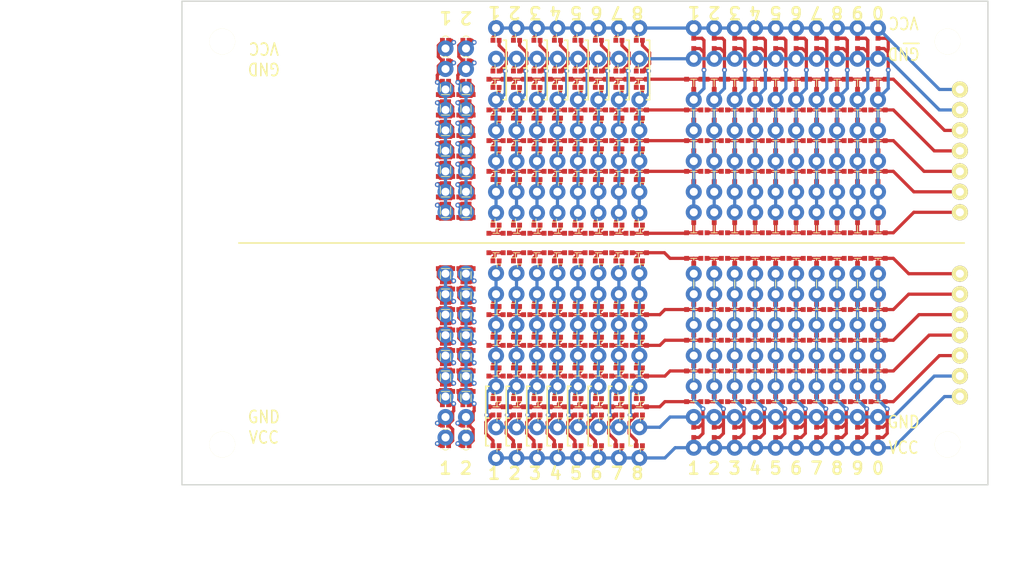
<source format=kicad_pcb>
(kicad_pcb (version 4) (host pcbnew 4.0.2-stable)
  (layers (0 F.Cu signal) (31 B.Cu signal) (34 B.Paste user) (35 F.Paste user) (36 B.SilkS user) (37 F.SilkS user) (38 B.Mask user) (39 F.Mask user) (44 Edge.Cuts user))
  (net 0 "")
  (net 1 GND)
  (module lib:Φ1-2With□0.6-L1.5mil (layer F.Cu) (at 158.97 72.78)
    (fp_text reference REF** hide)
    (fp_text value Φ1-2With□0.7 hide)
    (pad 4 smd rect (at -0.381 1.524) (size 0.6 0.6) (layers F.Cu F.Mask) (net 1 GND))
    (pad 3 smd rect (at 0.381 1.524) (size 0.6 0.6) (layers F.Cu F.Mask) (net 1 GND))
    (pad 3 smd rect (at 0.889 2.54) (size 0.6 0.6) (layers F.Cu F.Paste F.Mask) (net 1 GND))
    (pad 3 smd rect (at -0.889 2.54) (size 0.6 0.6) (layers F.Cu F.Mask) (net 1 GND))
    (pad 2 smd circle (at 0 0) (size 2 2) (layers B.Cu B.Mask) (net 1 GND))
    (pad 3 thru_hole circle (at 0 0) (size 1.3 1.3) (drill 1) (layers *.Cu *.Mask) (net 1 GND))
  )
  (module lib:Φ1-2With□0.6-vcc1.5mil (layer F.Cu) (at 158.97 77.86 180)
    (fp_text reference REF** hide)
    (fp_text value Φ1-2With□0.7 hide)
    (pad 4 smd rect (at 0.381 1.524 180) (size 0.6 0.6) (layers F.Cu F.Mask) (net 1 GND))
    (pad 3 smd rect (at -0.381 1.524 180) (size 0.6 0.6) (layers F.Cu F.Mask) (net 1 GND))
    (pad 2 smd circle (at 0 0 180) (size 2 2) (layers B.Cu B.Mask) (net 1 GND))
    (pad 3 thru_hole circle (at 0 0 180) (size 1.3 1.3) (drill 1) (layers *.Cu *.Mask) (net 1 GND))
  )
  (module lib:Φ1-2With□0.6-L1.5mil (layer F.Cu) (at 158.97 68.97)
    (fp_text reference REF** hide)
    (fp_text value Φ1-2With□0.7 hide)
    (pad 4 smd rect (at -0.381 1.524) (size 0.6 0.6) (layers F.Cu F.Mask) (net 1 GND))
    (pad 3 smd rect (at 0.381 1.524) (size 0.6 0.6) (layers F.Cu F.Mask) (net 1 GND))
    (pad 3 smd rect (at 0.889 2.54) (size 0.6 0.6) (layers F.Cu F.Paste F.Mask) (net 1 GND))
    (pad 3 smd rect (at -0.889 2.54) (size 0.6 0.6) (layers F.Cu F.Mask) (net 1 GND))
    (pad 2 smd circle (at 0 0) (size 2 2) (layers B.Cu B.Mask) (net 1 GND))
    (pad 3 thru_hole circle (at 0 0) (size 1.3 1.3) (drill 1) (layers *.Cu *.Mask) (net 1 GND))
  )
  (module lib:Φ1-2With□0.6-L1.5mil (layer F.Cu) (at 158.97 61.35)
    (fp_text reference REF** hide)
    (fp_text value Φ1-2With□0.7 hide)
    (pad 4 smd rect (at -0.381 1.524) (size 0.6 0.6) (layers F.Cu F.Mask) (net 1 GND))
    (pad 3 smd rect (at 0.381 1.524) (size 0.6 0.6) (layers F.Cu F.Mask) (net 1 GND))
    (pad 3 smd rect (at 0.889 2.54) (size 0.6 0.6) (layers F.Cu F.Paste F.Mask) (net 1 GND))
    (pad 3 smd rect (at -0.889 2.54) (size 0.6 0.6) (layers F.Cu F.Mask) (net 1 GND))
    (pad 2 smd circle (at 0 0) (size 2 2) (layers B.Cu B.Mask) (net 1 GND))
    (pad 3 thru_hole circle (at 0 0) (size 1.3 1.3) (drill 1) (layers *.Cu *.Mask) (net 1 GND))
  )
  (module lib:Φ1-2With□0.6-L1.5mil (layer F.Cu) (at 158.97 65.16)
    (fp_text reference REF** hide)
    (fp_text value Φ1-2With□0.7 hide)
    (pad 4 smd rect (at -0.381 1.524) (size 0.6 0.6) (layers F.Cu F.Mask) (net 1 GND))
    (pad 3 smd rect (at 0.381 1.524) (size 0.6 0.6) (layers F.Cu F.Mask) (net 1 GND))
    (pad 3 smd rect (at 0.889 2.54) (size 0.6 0.6) (layers F.Cu F.Paste F.Mask) (net 1 GND))
    (pad 3 smd rect (at -0.889 2.54) (size 0.6 0.6) (layers F.Cu F.Mask) (net 1 GND))
    (pad 2 smd circle (at 0 0) (size 2 2) (layers B.Cu B.Mask) (net 1 GND))
    (pad 3 thru_hole circle (at 0 0) (size 1.3 1.3) (drill 1) (layers *.Cu *.Mask) (net 1 GND))
  )
  (module lib:Φ1-2With□0.6-L1.5mil (layer F.Cu) (at 158.97 58.7465 180)
    (fp_text reference REF** hide)
    (fp_text value Φ1-2With□0.7 hide)
    (pad 4 smd rect (at -0.381 1.524 180) (size 0.6 0.6) (layers F.Cu F.Mask) (net 1 GND))
    (pad 3 smd rect (at 0.381 1.524 180) (size 0.6 0.6) (layers F.Cu F.Mask) (net 1 GND))
    (pad 3 smd rect (at 0.889 2.54 180) (size 0.6 0.6) (layers F.Cu F.Paste F.Mask) (net 1 GND))
    (pad 3 smd rect (at -0.889 2.54 180) (size 0.6 0.6) (layers F.Cu F.Mask) (net 1 GND))
    (pad 2 smd circle (at 0 0 180) (size 2 2) (layers B.Cu B.Mask) (net 1 GND))
    (pad 3 thru_hole circle (at 0 0 180) (size 1.3 1.3) (drill 1) (layers *.Cu *.Mask) (net 1 GND))
  )
  (module lib:Φ1-2With□0.6-vcc1.5mil (layer F.Cu) (at 158.97 81.67 180)
    (fp_text reference REF** hide)
    (fp_text value Φ1-2With□0.7 hide)
    (pad 4 smd rect (at 0.381 1.524 180) (size 0.6 0.6) (layers F.Cu F.Mask) (net 1 GND))
    (pad 3 smd rect (at -0.381 1.524 180) (size 0.6 0.6) (layers F.Cu F.Mask) (net 1 GND))
    (pad 2 smd circle (at 0 0 180) (size 2 2) (layers B.Cu B.Mask) (net 1 GND))
    (pad 3 thru_hole circle (at 0 0 180) (size 1.3 1.3) (drill 1) (layers *.Cu *.Mask) (net 1 GND))
  )
  (module lib:Φ1-2With□0.6-vcc1.5mil (layer F.Cu) (at 161.51 81.67 180)
    (fp_text reference REF** hide)
    (fp_text value Φ1-2With□0.7 hide)
    (pad 4 smd rect (at 0.381 1.524 180) (size 0.6 0.6) (layers F.Cu F.Mask) (net 1 GND))
    (pad 3 smd rect (at -0.381 1.524 180) (size 0.6 0.6) (layers F.Cu F.Mask) (net 1 GND))
    (pad 2 smd circle (at 0 0 180) (size 2 2) (layers B.Cu B.Mask) (net 1 GND))
    (pad 3 thru_hole circle (at 0 0 180) (size 1.3 1.3) (drill 1) (layers *.Cu *.Mask) (net 1 GND))
  )
  (module lib:Φ1-2With□0.6-L1.5mil (layer F.Cu) (at 161.51 58.7465 180)
    (fp_text reference REF** hide)
    (fp_text value Φ1-2With□0.7 hide)
    (pad 4 smd rect (at -0.381 1.524 180) (size 0.6 0.6) (layers F.Cu F.Mask) (net 1 GND))
    (pad 3 smd rect (at 0.381 1.524 180) (size 0.6 0.6) (layers F.Cu F.Mask) (net 1 GND))
    (pad 3 smd rect (at 0.889 2.54 180) (size 0.6 0.6) (layers F.Cu F.Paste F.Mask) (net 1 GND))
    (pad 3 smd rect (at -0.889 2.54 180) (size 0.6 0.6) (layers F.Cu F.Mask) (net 1 GND))
    (pad 2 smd circle (at 0 0 180) (size 2 2) (layers B.Cu B.Mask) (net 1 GND))
    (pad 3 thru_hole circle (at 0 0 180) (size 1.3 1.3) (drill 1) (layers *.Cu *.Mask) (net 1 GND))
  )
  (module lib:Φ1-2With□0.6-L1.5mil (layer F.Cu) (at 161.51 65.16)
    (fp_text reference REF** hide)
    (fp_text value Φ1-2With□0.7 hide)
    (pad 4 smd rect (at -0.381 1.524) (size 0.6 0.6) (layers F.Cu F.Mask) (net 1 GND))
    (pad 3 smd rect (at 0.381 1.524) (size 0.6 0.6) (layers F.Cu F.Mask) (net 1 GND))
    (pad 3 smd rect (at 0.889 2.54) (size 0.6 0.6) (layers F.Cu F.Paste F.Mask) (net 1 GND))
    (pad 3 smd rect (at -0.889 2.54) (size 0.6 0.6) (layers F.Cu F.Mask) (net 1 GND))
    (pad 2 smd circle (at 0 0) (size 2 2) (layers B.Cu B.Mask) (net 1 GND))
    (pad 3 thru_hole circle (at 0 0) (size 1.3 1.3) (drill 1) (layers *.Cu *.Mask) (net 1 GND))
  )
  (module lib:Φ1-2With□0.6-L1.5mil (layer F.Cu) (at 161.51 61.35)
    (fp_text reference REF** hide)
    (fp_text value Φ1-2With□0.7 hide)
    (pad 4 smd rect (at -0.381 1.524) (size 0.6 0.6) (layers F.Cu F.Mask) (net 1 GND))
    (pad 3 smd rect (at 0.381 1.524) (size 0.6 0.6) (layers F.Cu F.Mask) (net 1 GND))
    (pad 3 smd rect (at 0.889 2.54) (size 0.6 0.6) (layers F.Cu F.Paste F.Mask) (net 1 GND))
    (pad 3 smd rect (at -0.889 2.54) (size 0.6 0.6) (layers F.Cu F.Mask) (net 1 GND))
    (pad 2 smd circle (at 0 0) (size 2 2) (layers B.Cu B.Mask) (net 1 GND))
    (pad 3 thru_hole circle (at 0 0) (size 1.3 1.3) (drill 1) (layers *.Cu *.Mask) (net 1 GND))
  )
  (module lib:Φ1-2With□0.6-L1.5mil (layer F.Cu) (at 161.51 68.97)
    (fp_text reference REF** hide)
    (fp_text value Φ1-2With□0.7 hide)
    (pad 4 smd rect (at -0.381 1.524) (size 0.6 0.6) (layers F.Cu F.Mask) (net 1 GND))
    (pad 3 smd rect (at 0.381 1.524) (size 0.6 0.6) (layers F.Cu F.Mask) (net 1 GND))
    (pad 3 smd rect (at 0.889 2.54) (size 0.6 0.6) (layers F.Cu F.Paste F.Mask) (net 1 GND))
    (pad 3 smd rect (at -0.889 2.54) (size 0.6 0.6) (layers F.Cu F.Mask) (net 1 GND))
    (pad 2 smd circle (at 0 0) (size 2 2) (layers B.Cu B.Mask) (net 1 GND))
    (pad 3 thru_hole circle (at 0 0) (size 1.3 1.3) (drill 1) (layers *.Cu *.Mask) (net 1 GND))
  )
  (module lib:Φ1-2With□0.6-vcc1.5mil (layer F.Cu) (at 161.51 77.86 180)
    (fp_text reference REF** hide)
    (fp_text value Φ1-2With□0.7 hide)
    (pad 4 smd rect (at 0.381 1.524 180) (size 0.6 0.6) (layers F.Cu F.Mask) (net 1 GND))
    (pad 3 smd rect (at -0.381 1.524 180) (size 0.6 0.6) (layers F.Cu F.Mask) (net 1 GND))
    (pad 2 smd circle (at 0 0 180) (size 2 2) (layers B.Cu B.Mask) (net 1 GND))
    (pad 3 thru_hole circle (at 0 0 180) (size 1.3 1.3) (drill 1) (layers *.Cu *.Mask) (net 1 GND))
  )
  (module lib:Φ1-2With□0.6-L1.5mil (layer F.Cu) (at 161.51 72.78)
    (fp_text reference REF** hide)
    (fp_text value Φ1-2With□0.7 hide)
    (pad 4 smd rect (at -0.381 1.524) (size 0.6 0.6) (layers F.Cu F.Mask) (net 1 GND))
    (pad 3 smd rect (at 0.381 1.524) (size 0.6 0.6) (layers F.Cu F.Mask) (net 1 GND))
    (pad 3 smd rect (at 0.889 2.54) (size 0.6 0.6) (layers F.Cu F.Paste F.Mask) (net 1 GND))
    (pad 3 smd rect (at -0.889 2.54) (size 0.6 0.6) (layers F.Cu F.Mask) (net 1 GND))
    (pad 2 smd circle (at 0 0) (size 2 2) (layers B.Cu B.Mask) (net 1 GND))
    (pad 3 thru_hole circle (at 0 0) (size 1.3 1.3) (drill 1) (layers *.Cu *.Mask) (net 1 GND))
  )
  (module lib:Φ1-2With□0.6-L1.5mil (layer F.Cu) (at 166.59 72.78)
    (fp_text reference REF** hide)
    (fp_text value Φ1-2With□0.7 hide)
    (pad 4 smd rect (at -0.381 1.524) (size 0.6 0.6) (layers F.Cu F.Mask) (net 1 GND))
    (pad 3 smd rect (at 0.381 1.524) (size 0.6 0.6) (layers F.Cu F.Mask) (net 1 GND))
    (pad 3 smd rect (at 0.889 2.54) (size 0.6 0.6) (layers F.Cu F.Paste F.Mask) (net 1 GND))
    (pad 3 smd rect (at -0.889 2.54) (size 0.6 0.6) (layers F.Cu F.Mask) (net 1 GND))
    (pad 2 smd circle (at 0 0) (size 2 2) (layers B.Cu B.Mask) (net 1 GND))
    (pad 3 thru_hole circle (at 0 0) (size 1.3 1.3) (drill 1) (layers *.Cu *.Mask) (net 1 GND))
  )
  (module lib:Φ1-2With□0.6-vcc1.5mil (layer F.Cu) (at 166.59 77.86 180)
    (fp_text reference REF** hide)
    (fp_text value Φ1-2With□0.7 hide)
    (pad 4 smd rect (at 0.381 1.524 180) (size 0.6 0.6) (layers F.Cu F.Mask) (net 1 GND))
    (pad 3 smd rect (at -0.381 1.524 180) (size 0.6 0.6) (layers F.Cu F.Mask) (net 1 GND))
    (pad 2 smd circle (at 0 0 180) (size 2 2) (layers B.Cu B.Mask) (net 1 GND))
    (pad 3 thru_hole circle (at 0 0 180) (size 1.3 1.3) (drill 1) (layers *.Cu *.Mask) (net 1 GND))
  )
  (module lib:Φ1-2With□0.6-L1.5mil (layer F.Cu) (at 166.59 68.97)
    (fp_text reference REF** hide)
    (fp_text value Φ1-2With□0.7 hide)
    (pad 4 smd rect (at -0.381 1.524) (size 0.6 0.6) (layers F.Cu F.Mask) (net 1 GND))
    (pad 3 smd rect (at 0.381 1.524) (size 0.6 0.6) (layers F.Cu F.Mask) (net 1 GND))
    (pad 3 smd rect (at 0.889 2.54) (size 0.6 0.6) (layers F.Cu F.Paste F.Mask) (net 1 GND))
    (pad 3 smd rect (at -0.889 2.54) (size 0.6 0.6) (layers F.Cu F.Mask) (net 1 GND))
    (pad 2 smd circle (at 0 0) (size 2 2) (layers B.Cu B.Mask) (net 1 GND))
    (pad 3 thru_hole circle (at 0 0) (size 1.3 1.3) (drill 1) (layers *.Cu *.Mask) (net 1 GND))
  )
  (module lib:Φ1-2With□0.6-L1.5mil (layer F.Cu) (at 166.59 61.35)
    (fp_text reference REF** hide)
    (fp_text value Φ1-2With□0.7 hide)
    (pad 4 smd rect (at -0.381 1.524) (size 0.6 0.6) (layers F.Cu F.Mask) (net 1 GND))
    (pad 3 smd rect (at 0.381 1.524) (size 0.6 0.6) (layers F.Cu F.Mask) (net 1 GND))
    (pad 3 smd rect (at 0.889 2.54) (size 0.6 0.6) (layers F.Cu F.Paste F.Mask) (net 1 GND))
    (pad 3 smd rect (at -0.889 2.54) (size 0.6 0.6) (layers F.Cu F.Mask) (net 1 GND))
    (pad 2 smd circle (at 0 0) (size 2 2) (layers B.Cu B.Mask) (net 1 GND))
    (pad 3 thru_hole circle (at 0 0) (size 1.3 1.3) (drill 1) (layers *.Cu *.Mask) (net 1 GND))
  )
  (module lib:Φ1-2With□0.6-L1.5mil (layer F.Cu) (at 166.59 65.16)
    (fp_text reference REF** hide)
    (fp_text value Φ1-2With□0.7 hide)
    (pad 4 smd rect (at -0.381 1.524) (size 0.6 0.6) (layers F.Cu F.Mask) (net 1 GND))
    (pad 3 smd rect (at 0.381 1.524) (size 0.6 0.6) (layers F.Cu F.Mask) (net 1 GND))
    (pad 3 smd rect (at 0.889 2.54) (size 0.6 0.6) (layers F.Cu F.Paste F.Mask) (net 1 GND))
    (pad 3 smd rect (at -0.889 2.54) (size 0.6 0.6) (layers F.Cu F.Mask) (net 1 GND))
    (pad 2 smd circle (at 0 0) (size 2 2) (layers B.Cu B.Mask) (net 1 GND))
    (pad 3 thru_hole circle (at 0 0) (size 1.3 1.3) (drill 1) (layers *.Cu *.Mask) (net 1 GND))
  )
  (module lib:Φ1-2With□0.6-L1.5mil (layer F.Cu) (at 166.59 58.7465 180)
    (fp_text reference REF** hide)
    (fp_text value Φ1-2With□0.7 hide)
    (pad 4 smd rect (at -0.381 1.524 180) (size 0.6 0.6) (layers F.Cu F.Mask) (net 1 GND))
    (pad 3 smd rect (at 0.381 1.524 180) (size 0.6 0.6) (layers F.Cu F.Mask) (net 1 GND))
    (pad 3 smd rect (at 0.889 2.54 180) (size 0.6 0.6) (layers F.Cu F.Paste F.Mask) (net 1 GND))
    (pad 3 smd rect (at -0.889 2.54 180) (size 0.6 0.6) (layers F.Cu F.Mask) (net 1 GND))
    (pad 2 smd circle (at 0 0 180) (size 2 2) (layers B.Cu B.Mask) (net 1 GND))
    (pad 3 thru_hole circle (at 0 0 180) (size 1.3 1.3) (drill 1) (layers *.Cu *.Mask) (net 1 GND))
  )
  (module lib:Φ1-2With□0.6-vcc1.5mil (layer F.Cu) (at 166.59 81.67 180)
    (fp_text reference REF** hide)
    (fp_text value Φ1-2With□0.7 hide)
    (pad 4 smd rect (at 0.381 1.524 180) (size 0.6 0.6) (layers F.Cu F.Mask) (net 1 GND))
    (pad 3 smd rect (at -0.381 1.524 180) (size 0.6 0.6) (layers F.Cu F.Mask) (net 1 GND))
    (pad 2 smd circle (at 0 0 180) (size 2 2) (layers B.Cu B.Mask) (net 1 GND))
    (pad 3 thru_hole circle (at 0 0 180) (size 1.3 1.3) (drill 1) (layers *.Cu *.Mask) (net 1 GND))
  )
  (module lib:Φ1-2With□0.6-vcc1.5mil (layer F.Cu) (at 164.05 81.67 180)
    (fp_text reference REF** hide)
    (fp_text value Φ1-2With□0.7 hide)
    (pad 4 smd rect (at 0.381 1.524 180) (size 0.6 0.6) (layers F.Cu F.Mask) (net 1 GND))
    (pad 3 smd rect (at -0.381 1.524 180) (size 0.6 0.6) (layers F.Cu F.Mask) (net 1 GND))
    (pad 2 smd circle (at 0 0 180) (size 2 2) (layers B.Cu B.Mask) (net 1 GND))
    (pad 3 thru_hole circle (at 0 0 180) (size 1.3 1.3) (drill 1) (layers *.Cu *.Mask) (net 1 GND))
  )
  (module lib:Φ1-2With□0.6-L1.5mil (layer F.Cu) (at 164.05 58.7465 180)
    (fp_text reference REF** hide)
    (fp_text value Φ1-2With□0.7 hide)
    (pad 4 smd rect (at -0.381 1.524 180) (size 0.6 0.6) (layers F.Cu F.Mask) (net 1 GND))
    (pad 3 smd rect (at 0.381 1.524 180) (size 0.6 0.6) (layers F.Cu F.Mask) (net 1 GND))
    (pad 3 smd rect (at 0.889 2.54 180) (size 0.6 0.6) (layers F.Cu F.Paste F.Mask) (net 1 GND))
    (pad 3 smd rect (at -0.889 2.54 180) (size 0.6 0.6) (layers F.Cu F.Mask) (net 1 GND))
    (pad 2 smd circle (at 0 0 180) (size 2 2) (layers B.Cu B.Mask) (net 1 GND))
    (pad 3 thru_hole circle (at 0 0 180) (size 1.3 1.3) (drill 1) (layers *.Cu *.Mask) (net 1 GND))
  )
  (module lib:Φ1-2With□0.6-L1.5mil (layer F.Cu) (at 164.05 65.16)
    (fp_text reference REF** hide)
    (fp_text value Φ1-2With□0.7 hide)
    (pad 4 smd rect (at -0.381 1.524) (size 0.6 0.6) (layers F.Cu F.Mask) (net 1 GND))
    (pad 3 smd rect (at 0.381 1.524) (size 0.6 0.6) (layers F.Cu F.Mask) (net 1 GND))
    (pad 3 smd rect (at 0.889 2.54) (size 0.6 0.6) (layers F.Cu F.Paste F.Mask) (net 1 GND))
    (pad 3 smd rect (at -0.889 2.54) (size 0.6 0.6) (layers F.Cu F.Mask) (net 1 GND))
    (pad 2 smd circle (at 0 0) (size 2 2) (layers B.Cu B.Mask) (net 1 GND))
    (pad 3 thru_hole circle (at 0 0) (size 1.3 1.3) (drill 1) (layers *.Cu *.Mask) (net 1 GND))
  )
  (module lib:Φ1-2With□0.6-L1.5mil (layer F.Cu) (at 164.05 61.35)
    (fp_text reference REF** hide)
    (fp_text value Φ1-2With□0.7 hide)
    (pad 4 smd rect (at -0.381 1.524) (size 0.6 0.6) (layers F.Cu F.Mask) (net 1 GND))
    (pad 3 smd rect (at 0.381 1.524) (size 0.6 0.6) (layers F.Cu F.Mask) (net 1 GND))
    (pad 3 smd rect (at 0.889 2.54) (size 0.6 0.6) (layers F.Cu F.Paste F.Mask) (net 1 GND))
    (pad 3 smd rect (at -0.889 2.54) (size 0.6 0.6) (layers F.Cu F.Mask) (net 1 GND))
    (pad 2 smd circle (at 0 0) (size 2 2) (layers B.Cu B.Mask) (net 1 GND))
    (pad 3 thru_hole circle (at 0 0) (size 1.3 1.3) (drill 1) (layers *.Cu *.Mask) (net 1 GND))
  )
  (module lib:Φ1-2With□0.6-L1.5mil (layer F.Cu) (at 164.05 68.97)
    (fp_text reference REF** hide)
    (fp_text value Φ1-2With□0.7 hide)
    (pad 4 smd rect (at -0.381 1.524) (size 0.6 0.6) (layers F.Cu F.Mask) (net 1 GND))
    (pad 3 smd rect (at 0.381 1.524) (size 0.6 0.6) (layers F.Cu F.Mask) (net 1 GND))
    (pad 3 smd rect (at 0.889 2.54) (size 0.6 0.6) (layers F.Cu F.Paste F.Mask) (net 1 GND))
    (pad 3 smd rect (at -0.889 2.54) (size 0.6 0.6) (layers F.Cu F.Mask) (net 1 GND))
    (pad 2 smd circle (at 0 0) (size 2 2) (layers B.Cu B.Mask) (net 1 GND))
    (pad 3 thru_hole circle (at 0 0) (size 1.3 1.3) (drill 1) (layers *.Cu *.Mask) (net 1 GND))
  )
  (module lib:Φ1-2With□0.6-vcc1.5mil (layer F.Cu) (at 164.05 77.86 180)
    (fp_text reference REF** hide)
    (fp_text value Φ1-2With□0.7 hide)
    (pad 4 smd rect (at 0.381 1.524 180) (size 0.6 0.6) (layers F.Cu F.Mask) (net 1 GND))
    (pad 3 smd rect (at -0.381 1.524 180) (size 0.6 0.6) (layers F.Cu F.Mask) (net 1 GND))
    (pad 2 smd circle (at 0 0 180) (size 2 2) (layers B.Cu B.Mask) (net 1 GND))
    (pad 3 thru_hole circle (at 0 0 180) (size 1.3 1.3) (drill 1) (layers *.Cu *.Mask) (net 1 GND))
  )
  (module lib:Φ1-2With□0.6-L1.5mil (layer F.Cu) (at 164.05 72.78)
    (fp_text reference REF** hide)
    (fp_text value Φ1-2With□0.7 hide)
    (pad 4 smd rect (at -0.381 1.524) (size 0.6 0.6) (layers F.Cu F.Mask) (net 1 GND))
    (pad 3 smd rect (at 0.381 1.524) (size 0.6 0.6) (layers F.Cu F.Mask) (net 1 GND))
    (pad 3 smd rect (at 0.889 2.54) (size 0.6 0.6) (layers F.Cu F.Paste F.Mask) (net 1 GND))
    (pad 3 smd rect (at -0.889 2.54) (size 0.6 0.6) (layers F.Cu F.Mask) (net 1 GND))
    (pad 2 smd circle (at 0 0) (size 2 2) (layers B.Cu B.Mask) (net 1 GND))
    (pad 3 thru_hole circle (at 0 0) (size 1.3 1.3) (drill 1) (layers *.Cu *.Mask) (net 1 GND))
  )
  (module lib:Φ1-2With□0.6-L1.5mil (layer F.Cu) (at 174.21 72.78)
    (fp_text reference REF** hide)
    (fp_text value Φ1-2With□0.7 hide)
    (pad 4 smd rect (at -0.381 1.524) (size 0.6 0.6) (layers F.Cu F.Mask) (net 1 GND))
    (pad 3 smd rect (at 0.381 1.524) (size 0.6 0.6) (layers F.Cu F.Mask) (net 1 GND))
    (pad 3 smd rect (at 0.889 2.54) (size 0.6 0.6) (layers F.Cu F.Paste F.Mask) (net 1 GND))
    (pad 3 smd rect (at -0.889 2.54) (size 0.6 0.6) (layers F.Cu F.Mask) (net 1 GND))
    (pad 2 smd circle (at 0 0) (size 2 2) (layers B.Cu B.Mask) (net 1 GND))
    (pad 3 thru_hole circle (at 0 0) (size 1.3 1.3) (drill 1) (layers *.Cu *.Mask) (net 1 GND))
  )
  (module lib:Φ1-2With□0.6-vcc1.5mil (layer F.Cu) (at 174.21 77.86 180)
    (fp_text reference REF** hide)
    (fp_text value Φ1-2With□0.7 hide)
    (pad 4 smd rect (at 0.381 1.524 180) (size 0.6 0.6) (layers F.Cu F.Mask) (net 1 GND))
    (pad 3 smd rect (at -0.381 1.524 180) (size 0.6 0.6) (layers F.Cu F.Mask) (net 1 GND))
    (pad 2 smd circle (at 0 0 180) (size 2 2) (layers B.Cu B.Mask) (net 1 GND))
    (pad 3 thru_hole circle (at 0 0 180) (size 1.3 1.3) (drill 1) (layers *.Cu *.Mask) (net 1 GND))
  )
  (module lib:Φ1-2With□0.6-L1.5mil (layer F.Cu) (at 174.21 68.97)
    (fp_text reference REF** hide)
    (fp_text value Φ1-2With□0.7 hide)
    (pad 4 smd rect (at -0.381 1.524) (size 0.6 0.6) (layers F.Cu F.Mask) (net 1 GND))
    (pad 3 smd rect (at 0.381 1.524) (size 0.6 0.6) (layers F.Cu F.Mask) (net 1 GND))
    (pad 3 smd rect (at 0.889 2.54) (size 0.6 0.6) (layers F.Cu F.Paste F.Mask) (net 1 GND))
    (pad 3 smd rect (at -0.889 2.54) (size 0.6 0.6) (layers F.Cu F.Mask) (net 1 GND))
    (pad 2 smd circle (at 0 0) (size 2 2) (layers B.Cu B.Mask) (net 1 GND))
    (pad 3 thru_hole circle (at 0 0) (size 1.3 1.3) (drill 1) (layers *.Cu *.Mask) (net 1 GND))
  )
  (module lib:Φ1-2With□0.6-L1.5mil (layer F.Cu) (at 174.21 61.35)
    (fp_text reference REF** hide)
    (fp_text value Φ1-2With□0.7 hide)
    (pad 4 smd rect (at -0.381 1.524) (size 0.6 0.6) (layers F.Cu F.Mask) (net 1 GND))
    (pad 3 smd rect (at 0.381 1.524) (size 0.6 0.6) (layers F.Cu F.Mask) (net 1 GND))
    (pad 3 smd rect (at 0.889 2.54) (size 0.6 0.6) (layers F.Cu F.Paste F.Mask) (net 1 GND))
    (pad 3 smd rect (at -0.889 2.54) (size 0.6 0.6) (layers F.Cu F.Mask) (net 1 GND))
    (pad 2 smd circle (at 0 0) (size 2 2) (layers B.Cu B.Mask) (net 1 GND))
    (pad 3 thru_hole circle (at 0 0) (size 1.3 1.3) (drill 1) (layers *.Cu *.Mask) (net 1 GND))
  )
  (module lib:Φ1-2With□0.6-L1.5mil (layer F.Cu) (at 174.21 65.16)
    (fp_text reference REF** hide)
    (fp_text value Φ1-2With□0.7 hide)
    (pad 4 smd rect (at -0.381 1.524) (size 0.6 0.6) (layers F.Cu F.Mask) (net 1 GND))
    (pad 3 smd rect (at 0.381 1.524) (size 0.6 0.6) (layers F.Cu F.Mask) (net 1 GND))
    (pad 3 smd rect (at 0.889 2.54) (size 0.6 0.6) (layers F.Cu F.Paste F.Mask) (net 1 GND))
    (pad 3 smd rect (at -0.889 2.54) (size 0.6 0.6) (layers F.Cu F.Mask) (net 1 GND))
    (pad 2 smd circle (at 0 0) (size 2 2) (layers B.Cu B.Mask) (net 1 GND))
    (pad 3 thru_hole circle (at 0 0) (size 1.3 1.3) (drill 1) (layers *.Cu *.Mask) (net 1 GND))
  )
  (module lib:Φ1-2With□0.6-L1.5mil (layer F.Cu) (at 174.21 58.7465 180)
    (fp_text reference REF** hide)
    (fp_text value Φ1-2With□0.7 hide)
    (pad 4 smd rect (at -0.381 1.524 180) (size 0.6 0.6) (layers F.Cu F.Mask) (net 1 GND))
    (pad 3 smd rect (at 0.381 1.524 180) (size 0.6 0.6) (layers F.Cu F.Mask) (net 1 GND))
    (pad 3 smd rect (at 0.889 2.54 180) (size 0.6 0.6) (layers F.Cu F.Paste F.Mask) (net 1 GND))
    (pad 3 smd rect (at -0.889 2.54 180) (size 0.6 0.6) (layers F.Cu F.Mask) (net 1 GND))
    (pad 2 smd circle (at 0 0 180) (size 2 2) (layers B.Cu B.Mask) (net 1 GND))
    (pad 3 thru_hole circle (at 0 0 180) (size 1.3 1.3) (drill 1) (layers *.Cu *.Mask) (net 1 GND))
  )
  (module lib:Φ1-2With□0.6-vcc1.5mil (layer F.Cu) (at 174.21 81.67 180)
    (fp_text reference REF** hide)
    (fp_text value Φ1-2With□0.7 hide)
    (pad 4 smd rect (at 0.381 1.524 180) (size 0.6 0.6) (layers F.Cu F.Mask) (net 1 GND))
    (pad 3 smd rect (at -0.381 1.524 180) (size 0.6 0.6) (layers F.Cu F.Mask) (net 1 GND))
    (pad 2 smd circle (at 0 0 180) (size 2 2) (layers B.Cu B.Mask) (net 1 GND))
    (pad 3 thru_hole circle (at 0 0 180) (size 1.3 1.3) (drill 1) (layers *.Cu *.Mask) (net 1 GND))
  )
  (module lib:Φ1-2With□0.6-vcc1.5mil (layer F.Cu) (at 176.75 81.67 180)
    (fp_text reference REF** hide)
    (fp_text value Φ1-2With□0.7 hide)
    (pad 4 smd rect (at 0.381 1.524 180) (size 0.6 0.6) (layers F.Cu F.Mask) (net 1 GND))
    (pad 3 smd rect (at -0.381 1.524 180) (size 0.6 0.6) (layers F.Cu F.Mask) (net 1 GND))
    (pad 2 smd circle (at 0 0 180) (size 2 2) (layers B.Cu B.Mask) (net 1 GND))
    (pad 3 thru_hole circle (at 0 0 180) (size 1.3 1.3) (drill 1) (layers *.Cu *.Mask) (net 1 GND))
  )
  (module lib:Φ1-2With□0.6-L1.5mil (layer F.Cu) (at 176.75 58.7465 180)
    (fp_text reference REF** hide)
    (fp_text value Φ1-2With□0.7 hide)
    (pad 4 smd rect (at -0.381 1.524 180) (size 0.6 0.6) (layers F.Cu F.Mask) (net 1 GND))
    (pad 3 smd rect (at 0.381 1.524 180) (size 0.6 0.6) (layers F.Cu F.Mask) (net 1 GND))
    (pad 3 smd rect (at 0.889 2.54 180) (size 0.6 0.6) (layers F.Cu F.Paste F.Mask) (net 1 GND))
    (pad 3 smd rect (at -0.889 2.54 180) (size 0.6 0.6) (layers F.Cu F.Mask) (net 1 GND))
    (pad 2 smd circle (at 0 0 180) (size 2 2) (layers B.Cu B.Mask) (net 1 GND))
    (pad 3 thru_hole circle (at 0 0 180) (size 1.3 1.3) (drill 1) (layers *.Cu *.Mask) (net 1 GND))
  )
  (module lib:Φ1-2With□0.6-L1.5mil (layer F.Cu) (at 176.75 65.16)
    (fp_text reference REF** hide)
    (fp_text value Φ1-2With□0.7 hide)
    (pad 4 smd rect (at -0.381 1.524) (size 0.6 0.6) (layers F.Cu F.Mask) (net 1 GND))
    (pad 3 smd rect (at 0.381 1.524) (size 0.6 0.6) (layers F.Cu F.Mask) (net 1 GND))
    (pad 3 smd rect (at 0.889 2.54) (size 0.6 0.6) (layers F.Cu F.Paste F.Mask) (net 1 GND))
    (pad 3 smd rect (at -0.889 2.54) (size 0.6 0.6) (layers F.Cu F.Mask) (net 1 GND))
    (pad 2 smd circle (at 0 0) (size 2 2) (layers B.Cu B.Mask) (net 1 GND))
    (pad 3 thru_hole circle (at 0 0) (size 1.3 1.3) (drill 1) (layers *.Cu *.Mask) (net 1 GND))
  )
  (module lib:Φ1-2With□0.6-L1.5mil (layer F.Cu) (at 176.75 61.35)
    (fp_text reference REF** hide)
    (fp_text value Φ1-2With□0.7 hide)
    (pad 4 smd rect (at -0.381 1.524) (size 0.6 0.6) (layers F.Cu F.Mask) (net 1 GND))
    (pad 3 smd rect (at 0.381 1.524) (size 0.6 0.6) (layers F.Cu F.Mask) (net 1 GND))
    (pad 3 smd rect (at 0.889 2.54) (size 0.6 0.6) (layers F.Cu F.Paste F.Mask) (net 1 GND))
    (pad 3 smd rect (at -0.889 2.54) (size 0.6 0.6) (layers F.Cu F.Mask) (net 1 GND))
    (pad 2 smd circle (at 0 0) (size 2 2) (layers B.Cu B.Mask) (net 1 GND))
    (pad 3 thru_hole circle (at 0 0) (size 1.3 1.3) (drill 1) (layers *.Cu *.Mask) (net 1 GND))
  )
  (module lib:Φ1-2With□0.6-L1.5mil (layer F.Cu) (at 176.75 68.97)
    (fp_text reference REF** hide)
    (fp_text value Φ1-2With□0.7 hide)
    (pad 4 smd rect (at -0.381 1.524) (size 0.6 0.6) (layers F.Cu F.Mask) (net 1 GND))
    (pad 3 smd rect (at 0.381 1.524) (size 0.6 0.6) (layers F.Cu F.Mask) (net 1 GND))
    (pad 3 smd rect (at 0.889 2.54) (size 0.6 0.6) (layers F.Cu F.Paste F.Mask) (net 1 GND))
    (pad 3 smd rect (at -0.889 2.54) (size 0.6 0.6) (layers F.Cu F.Mask) (net 1 GND))
    (pad 2 smd circle (at 0 0) (size 2 2) (layers B.Cu B.Mask) (net 1 GND))
    (pad 3 thru_hole circle (at 0 0) (size 1.3 1.3) (drill 1) (layers *.Cu *.Mask) (net 1 GND))
  )
  (module lib:Φ1-2With□0.6-vcc1.5mil (layer F.Cu) (at 176.75 77.86 180)
    (fp_text reference REF** hide)
    (fp_text value Φ1-2With□0.7 hide)
    (pad 4 smd rect (at 0.381 1.524 180) (size 0.6 0.6) (layers F.Cu F.Mask) (net 1 GND))
    (pad 3 smd rect (at -0.381 1.524 180) (size 0.6 0.6) (layers F.Cu F.Mask) (net 1 GND))
    (pad 2 smd circle (at 0 0 180) (size 2 2) (layers B.Cu B.Mask) (net 1 GND))
    (pad 3 thru_hole circle (at 0 0 180) (size 1.3 1.3) (drill 1) (layers *.Cu *.Mask) (net 1 GND))
  )
  (module lib:Φ1-2With□0.6-L1.5mil (layer F.Cu) (at 176.75 72.78)
    (fp_text reference REF** hide)
    (fp_text value Φ1-2With□0.7 hide)
    (pad 4 smd rect (at -0.381 1.524) (size 0.6 0.6) (layers F.Cu F.Mask) (net 1 GND))
    (pad 3 smd rect (at 0.381 1.524) (size 0.6 0.6) (layers F.Cu F.Mask) (net 1 GND))
    (pad 3 smd rect (at 0.889 2.54) (size 0.6 0.6) (layers F.Cu F.Paste F.Mask) (net 1 GND))
    (pad 3 smd rect (at -0.889 2.54) (size 0.6 0.6) (layers F.Cu F.Mask) (net 1 GND))
    (pad 2 smd circle (at 0 0) (size 2 2) (layers B.Cu B.Mask) (net 1 GND))
    (pad 3 thru_hole circle (at 0 0) (size 1.3 1.3) (drill 1) (layers *.Cu *.Mask) (net 1 GND))
  )
  (module lib:Φ1-2With□0.6-L1.5mil (layer F.Cu) (at 171.67 72.78)
    (fp_text reference REF** hide)
    (fp_text value Φ1-2With□0.7 hide)
    (pad 4 smd rect (at -0.381 1.524) (size 0.6 0.6) (layers F.Cu F.Mask) (net 1 GND))
    (pad 3 smd rect (at 0.381 1.524) (size 0.6 0.6) (layers F.Cu F.Mask) (net 1 GND))
    (pad 3 smd rect (at 0.889 2.54) (size 0.6 0.6) (layers F.Cu F.Paste F.Mask) (net 1 GND))
    (pad 3 smd rect (at -0.889 2.54) (size 0.6 0.6) (layers F.Cu F.Mask) (net 1 GND))
    (pad 2 smd circle (at 0 0) (size 2 2) (layers B.Cu B.Mask) (net 1 GND))
    (pad 3 thru_hole circle (at 0 0) (size 1.3 1.3) (drill 1) (layers *.Cu *.Mask) (net 1 GND))
  )
  (module lib:Φ1-2With□0.6-vcc1.5mil (layer F.Cu) (at 171.67 77.86 180)
    (fp_text reference REF** hide)
    (fp_text value Φ1-2With□0.7 hide)
    (pad 4 smd rect (at 0.381 1.524 180) (size 0.6 0.6) (layers F.Cu F.Mask) (net 1 GND))
    (pad 3 smd rect (at -0.381 1.524 180) (size 0.6 0.6) (layers F.Cu F.Mask) (net 1 GND))
    (pad 2 smd circle (at 0 0 180) (size 2 2) (layers B.Cu B.Mask) (net 1 GND))
    (pad 3 thru_hole circle (at 0 0 180) (size 1.3 1.3) (drill 1) (layers *.Cu *.Mask) (net 1 GND))
  )
  (module lib:Φ1-2With□0.6-L1.5mil (layer F.Cu) (at 171.67 68.97)
    (fp_text reference REF** hide)
    (fp_text value Φ1-2With□0.7 hide)
    (pad 4 smd rect (at -0.381 1.524) (size 0.6 0.6) (layers F.Cu F.Mask) (net 1 GND))
    (pad 3 smd rect (at 0.381 1.524) (size 0.6 0.6) (layers F.Cu F.Mask) (net 1 GND))
    (pad 3 smd rect (at 0.889 2.54) (size 0.6 0.6) (layers F.Cu F.Paste F.Mask) (net 1 GND))
    (pad 3 smd rect (at -0.889 2.54) (size 0.6 0.6) (layers F.Cu F.Mask) (net 1 GND))
    (pad 2 smd circle (at 0 0) (size 2 2) (layers B.Cu B.Mask) (net 1 GND))
    (pad 3 thru_hole circle (at 0 0) (size 1.3 1.3) (drill 1) (layers *.Cu *.Mask) (net 1 GND))
  )
  (module lib:Φ1-2With□0.6-L1.5mil (layer F.Cu) (at 171.67 61.35)
    (fp_text reference REF** hide)
    (fp_text value Φ1-2With□0.7 hide)
    (pad 4 smd rect (at -0.381 1.524) (size 0.6 0.6) (layers F.Cu F.Mask) (net 1 GND))
    (pad 3 smd rect (at 0.381 1.524) (size 0.6 0.6) (layers F.Cu F.Mask) (net 1 GND))
    (pad 3 smd rect (at 0.889 2.54) (size 0.6 0.6) (layers F.Cu F.Paste F.Mask) (net 1 GND))
    (pad 3 smd rect (at -0.889 2.54) (size 0.6 0.6) (layers F.Cu F.Mask) (net 1 GND))
    (pad 2 smd circle (at 0 0) (size 2 2) (layers B.Cu B.Mask) (net 1 GND))
    (pad 3 thru_hole circle (at 0 0) (size 1.3 1.3) (drill 1) (layers *.Cu *.Mask) (net 1 GND))
  )
  (module lib:Φ1-2With□0.6-L1.5mil (layer F.Cu) (at 171.67 65.16)
    (fp_text reference REF** hide)
    (fp_text value Φ1-2With□0.7 hide)
    (pad 4 smd rect (at -0.381 1.524) (size 0.6 0.6) (layers F.Cu F.Mask) (net 1 GND))
    (pad 3 smd rect (at 0.381 1.524) (size 0.6 0.6) (layers F.Cu F.Mask) (net 1 GND))
    (pad 3 smd rect (at 0.889 2.54) (size 0.6 0.6) (layers F.Cu F.Paste F.Mask) (net 1 GND))
    (pad 3 smd rect (at -0.889 2.54) (size 0.6 0.6) (layers F.Cu F.Mask) (net 1 GND))
    (pad 2 smd circle (at 0 0) (size 2 2) (layers B.Cu B.Mask) (net 1 GND))
    (pad 3 thru_hole circle (at 0 0) (size 1.3 1.3) (drill 1) (layers *.Cu *.Mask) (net 1 GND))
  )
  (module lib:Φ1-2With□0.6-L1.5mil (layer F.Cu) (at 171.67 58.7465 180)
    (fp_text reference REF** hide)
    (fp_text value Φ1-2With□0.7 hide)
    (pad 4 smd rect (at -0.381 1.524 180) (size 0.6 0.6) (layers F.Cu F.Mask) (net 1 GND))
    (pad 3 smd rect (at 0.381 1.524 180) (size 0.6 0.6) (layers F.Cu F.Mask) (net 1 GND))
    (pad 3 smd rect (at 0.889 2.54 180) (size 0.6 0.6) (layers F.Cu F.Paste F.Mask) (net 1 GND))
    (pad 3 smd rect (at -0.889 2.54 180) (size 0.6 0.6) (layers F.Cu F.Mask) (net 1 GND))
    (pad 2 smd circle (at 0 0 180) (size 2 2) (layers B.Cu B.Mask) (net 1 GND))
    (pad 3 thru_hole circle (at 0 0 180) (size 1.3 1.3) (drill 1) (layers *.Cu *.Mask) (net 1 GND))
  )
  (module lib:Φ1-2With□0.6-vcc1.5mil (layer F.Cu) (at 171.67 81.67 180)
    (fp_text reference REF** hide)
    (fp_text value Φ1-2With□0.7 hide)
    (pad 4 smd rect (at 0.381 1.524 180) (size 0.6 0.6) (layers F.Cu F.Mask) (net 1 GND))
    (pad 3 smd rect (at -0.381 1.524 180) (size 0.6 0.6) (layers F.Cu F.Mask) (net 1 GND))
    (pad 2 smd circle (at 0 0 180) (size 2 2) (layers B.Cu B.Mask) (net 1 GND))
    (pad 3 thru_hole circle (at 0 0 180) (size 1.3 1.3) (drill 1) (layers *.Cu *.Mask) (net 1 GND))
  )
  (module lib:Φ1-2With□0.6-vcc1.5mil (layer F.Cu) (at 169.13 81.67 180)
    (fp_text reference REF** hide)
    (fp_text value Φ1-2With□0.7 hide)
    (pad 4 smd rect (at 0.381 1.524 180) (size 0.6 0.6) (layers F.Cu F.Mask) (net 1 GND))
    (pad 3 smd rect (at -0.381 1.524 180) (size 0.6 0.6) (layers F.Cu F.Mask) (net 1 GND))
    (pad 2 smd circle (at 0 0 180) (size 2 2) (layers B.Cu B.Mask) (net 1 GND))
    (pad 3 thru_hole circle (at 0 0 180) (size 1.3 1.3) (drill 1) (layers *.Cu *.Mask) (net 1 GND))
  )
  (module lib:Φ1-2With□0.6-L1.5mil (layer F.Cu) (at 169.13 58.7465 180)
    (fp_text reference REF** hide)
    (fp_text value Φ1-2With□0.7 hide)
    (pad 4 smd rect (at -0.381 1.524 180) (size 0.6 0.6) (layers F.Cu F.Mask) (net 1 GND))
    (pad 3 smd rect (at 0.381 1.524 180) (size 0.6 0.6) (layers F.Cu F.Mask) (net 1 GND))
    (pad 3 smd rect (at 0.889 2.54 180) (size 0.6 0.6) (layers F.Cu F.Paste F.Mask) (net 1 GND))
    (pad 3 smd rect (at -0.889 2.54 180) (size 0.6 0.6) (layers F.Cu F.Mask) (net 1 GND))
    (pad 2 smd circle (at 0 0 180) (size 2 2) (layers B.Cu B.Mask) (net 1 GND))
    (pad 3 thru_hole circle (at 0 0 180) (size 1.3 1.3) (drill 1) (layers *.Cu *.Mask) (net 1 GND))
  )
  (module lib:Φ1-2With□0.6-L1.5mil (layer F.Cu) (at 169.13 65.16)
    (fp_text reference REF** hide)
    (fp_text value Φ1-2With□0.7 hide)
    (pad 4 smd rect (at -0.381 1.524) (size 0.6 0.6) (layers F.Cu F.Mask) (net 1 GND))
    (pad 3 smd rect (at 0.381 1.524) (size 0.6 0.6) (layers F.Cu F.Mask) (net 1 GND))
    (pad 3 smd rect (at 0.889 2.54) (size 0.6 0.6) (layers F.Cu F.Paste F.Mask) (net 1 GND))
    (pad 3 smd rect (at -0.889 2.54) (size 0.6 0.6) (layers F.Cu F.Mask) (net 1 GND))
    (pad 2 smd circle (at 0 0) (size 2 2) (layers B.Cu B.Mask) (net 1 GND))
    (pad 3 thru_hole circle (at 0 0) (size 1.3 1.3) (drill 1) (layers *.Cu *.Mask) (net 1 GND))
  )
  (module lib:Φ1-2With□0.6-L1.5mil (layer F.Cu) (at 169.13 61.35)
    (fp_text reference REF** hide)
    (fp_text value Φ1-2With□0.7 hide)
    (pad 4 smd rect (at -0.381 1.524) (size 0.6 0.6) (layers F.Cu F.Mask) (net 1 GND))
    (pad 3 smd rect (at 0.381 1.524) (size 0.6 0.6) (layers F.Cu F.Mask) (net 1 GND))
    (pad 3 smd rect (at 0.889 2.54) (size 0.6 0.6) (layers F.Cu F.Paste F.Mask) (net 1 GND))
    (pad 3 smd rect (at -0.889 2.54) (size 0.6 0.6) (layers F.Cu F.Mask) (net 1 GND))
    (pad 2 smd circle (at 0 0) (size 2 2) (layers B.Cu B.Mask) (net 1 GND))
    (pad 3 thru_hole circle (at 0 0) (size 1.3 1.3) (drill 1) (layers *.Cu *.Mask) (net 1 GND))
  )
  (module lib:Φ1-2With□0.6-L1.5mil (layer F.Cu) (at 169.13 68.97)
    (fp_text reference REF** hide)
    (fp_text value Φ1-2With□0.7 hide)
    (pad 4 smd rect (at -0.381 1.524) (size 0.6 0.6) (layers F.Cu F.Mask) (net 1 GND))
    (pad 3 smd rect (at 0.381 1.524) (size 0.6 0.6) (layers F.Cu F.Mask) (net 1 GND))
    (pad 3 smd rect (at 0.889 2.54) (size 0.6 0.6) (layers F.Cu F.Paste F.Mask) (net 1 GND))
    (pad 3 smd rect (at -0.889 2.54) (size 0.6 0.6) (layers F.Cu F.Mask) (net 1 GND))
    (pad 2 smd circle (at 0 0) (size 2 2) (layers B.Cu B.Mask) (net 1 GND))
    (pad 3 thru_hole circle (at 0 0) (size 1.3 1.3) (drill 1) (layers *.Cu *.Mask) (net 1 GND))
  )
  (module lib:Φ1-2With□0.6-vcc1.5mil (layer F.Cu) (at 169.13 77.86 180)
    (fp_text reference REF** hide)
    (fp_text value Φ1-2With□0.7 hide)
    (pad 4 smd rect (at 0.381 1.524 180) (size 0.6 0.6) (layers F.Cu F.Mask) (net 1 GND))
    (pad 3 smd rect (at -0.381 1.524 180) (size 0.6 0.6) (layers F.Cu F.Mask) (net 1 GND))
    (pad 2 smd circle (at 0 0 180) (size 2 2) (layers B.Cu B.Mask) (net 1 GND))
    (pad 3 thru_hole circle (at 0 0 180) (size 1.3 1.3) (drill 1) (layers *.Cu *.Mask) (net 1 GND))
  )
  (module lib:Φ1-2With□0.6-L1.5mil (layer F.Cu) (at 169.13 72.78)
    (fp_text reference REF** hide)
    (fp_text value Φ1-2With□0.7 hide)
    (pad 4 smd rect (at -0.381 1.524) (size 0.6 0.6) (layers F.Cu F.Mask) (net 1 GND))
    (pad 3 smd rect (at 0.381 1.524) (size 0.6 0.6) (layers F.Cu F.Mask) (net 1 GND))
    (pad 3 smd rect (at 0.889 2.54) (size 0.6 0.6) (layers F.Cu F.Paste F.Mask) (net 1 GND))
    (pad 3 smd rect (at -0.889 2.54) (size 0.6 0.6) (layers F.Cu F.Mask) (net 1 GND))
    (pad 2 smd circle (at 0 0) (size 2 2) (layers B.Cu B.Mask) (net 1 GND))
    (pad 3 thru_hole circle (at 0 0) (size 1.3 1.3) (drill 1) (layers *.Cu *.Mask) (net 1 GND))
  )
  (module lib:Φ1-2With□0.6-L1.5mil (layer F.Cu) (at 166.59 37.22 180)
    (fp_text reference REF** hide)
    (fp_text value Φ1-2With□0.7 hide)
    (pad 4 smd rect (at -0.381 1.524 180) (size 0.6 0.6) (layers F.Cu F.Mask) (net 1 GND))
    (pad 3 smd rect (at 0.381 1.524 180) (size 0.6 0.6) (layers F.Cu F.Mask) (net 1 GND))
    (pad 3 smd rect (at 0.889 2.54 180) (size 0.6 0.6) (layers F.Cu F.Paste F.Mask) (net 1 GND))
    (pad 3 smd rect (at -0.889 2.54 180) (size 0.6 0.6) (layers F.Cu F.Mask) (net 1 GND))
    (pad 2 smd circle (at 0 0 180) (size 2 2) (layers B.Cu B.Mask) (net 1 GND))
    (pad 3 thru_hole circle (at 0 0 180) (size 1.3 1.3) (drill 1) (layers *.Cu *.Mask) (net 1 GND))
  )
  (module lib:Φ1-2With□0.6-vcc1.5mil (layer F.Cu) (at 166.59 32.14)
    (fp_text reference REF** hide)
    (fp_text value Φ1-2With□0.7 hide)
    (pad 4 smd rect (at 0.381 1.524) (size 0.6 0.6) (layers F.Cu F.Mask) (net 1 GND))
    (pad 3 smd rect (at -0.381 1.524) (size 0.6 0.6) (layers F.Cu F.Mask) (net 1 GND))
    (pad 2 smd circle (at 0 0) (size 2 2) (layers B.Cu B.Mask) (net 1 GND))
    (pad 3 thru_hole circle (at 0 0) (size 1.3 1.3) (drill 1) (layers *.Cu *.Mask) (net 1 GND))
  )
  (module lib:Φ1-2With□0.6-L1.5mil (layer F.Cu) (at 166.59 41.03 180)
    (fp_text reference REF** hide)
    (fp_text value Φ1-2With□0.7 hide)
    (pad 4 smd rect (at -0.381 1.524 180) (size 0.6 0.6) (layers F.Cu F.Mask) (net 1 GND))
    (pad 3 smd rect (at 0.381 1.524 180) (size 0.6 0.6) (layers F.Cu F.Mask) (net 1 GND))
    (pad 3 smd rect (at 0.889 2.54 180) (size 0.6 0.6) (layers F.Cu F.Paste F.Mask) (net 1 GND))
    (pad 3 smd rect (at -0.889 2.54 180) (size 0.6 0.6) (layers F.Cu F.Mask) (net 1 GND))
    (pad 2 smd circle (at 0 0 180) (size 2 2) (layers B.Cu B.Mask) (net 1 GND))
    (pad 3 thru_hole circle (at 0 0 180) (size 1.3 1.3) (drill 1) (layers *.Cu *.Mask) (net 1 GND))
  )
  (module lib:Φ1-2With□0.6-L1.5mil (layer F.Cu) (at 166.59 48.65 180)
    (fp_text reference REF** hide)
    (fp_text value Φ1-2With□0.7 hide)
    (pad 4 smd rect (at -0.381 1.524 180) (size 0.6 0.6) (layers F.Cu F.Mask) (net 1 GND))
    (pad 3 smd rect (at 0.381 1.524 180) (size 0.6 0.6) (layers F.Cu F.Mask) (net 1 GND))
    (pad 3 smd rect (at 0.889 2.54 180) (size 0.6 0.6) (layers F.Cu F.Paste F.Mask) (net 1 GND))
    (pad 3 smd rect (at -0.889 2.54 180) (size 0.6 0.6) (layers F.Cu F.Mask) (net 1 GND))
    (pad 2 smd circle (at 0 0 180) (size 2 2) (layers B.Cu B.Mask) (net 1 GND))
    (pad 3 thru_hole circle (at 0 0 180) (size 1.3 1.3) (drill 1) (layers *.Cu *.Mask) (net 1 GND))
  )
  (module lib:Φ1-2With□0.6-L1.5mil (layer F.Cu) (at 166.59 44.84 180)
    (fp_text reference REF** hide)
    (fp_text value Φ1-2With□0.7 hide)
    (pad 4 smd rect (at -0.381 1.524 180) (size 0.6 0.6) (layers F.Cu F.Mask) (net 1 GND))
    (pad 3 smd rect (at 0.381 1.524 180) (size 0.6 0.6) (layers F.Cu F.Mask) (net 1 GND))
    (pad 3 smd rect (at 0.889 2.54 180) (size 0.6 0.6) (layers F.Cu F.Paste F.Mask) (net 1 GND))
    (pad 3 smd rect (at -0.889 2.54 180) (size 0.6 0.6) (layers F.Cu F.Mask) (net 1 GND))
    (pad 2 smd circle (at 0 0 180) (size 2 2) (layers B.Cu B.Mask) (net 1 GND))
    (pad 3 thru_hole circle (at 0 0 180) (size 1.3 1.3) (drill 1) (layers *.Cu *.Mask) (net 1 GND))
  )
  (module lib:Φ1-2With□0.6-L1.5mil (layer F.Cu) (at 166.59 51.2535)
    (fp_text reference REF** hide)
    (fp_text value Φ1-2With□0.7 hide)
    (pad 4 smd rect (at -0.381 1.524) (size 0.6 0.6) (layers F.Cu F.Mask) (net 1 GND))
    (pad 3 smd rect (at 0.381 1.524) (size 0.6 0.6) (layers F.Cu F.Mask) (net 1 GND))
    (pad 3 smd rect (at 0.889 2.54) (size 0.6 0.6) (layers F.Cu F.Paste F.Mask) (net 1 GND))
    (pad 3 smd rect (at -0.889 2.54) (size 0.6 0.6) (layers F.Cu F.Mask) (net 1 GND))
    (pad 2 smd circle (at 0 0) (size 2 2) (layers B.Cu B.Mask) (net 1 GND))
    (pad 3 thru_hole circle (at 0 0) (size 1.3 1.3) (drill 1) (layers *.Cu *.Mask) (net 1 GND))
  )
  (module lib:Φ1-2With□0.6-vcc1.5mil (layer F.Cu) (at 166.59 28.33)
    (fp_text reference REF** hide)
    (fp_text value Φ1-2With□0.7 hide)
    (pad 4 smd rect (at 0.381 1.524) (size 0.6 0.6) (layers F.Cu F.Mask) (net 1 GND))
    (pad 3 smd rect (at -0.381 1.524) (size 0.6 0.6) (layers F.Cu F.Mask) (net 1 GND))
    (pad 2 smd circle (at 0 0) (size 2 2) (layers B.Cu B.Mask) (net 1 GND))
    (pad 3 thru_hole circle (at 0 0) (size 1.3 1.3) (drill 1) (layers *.Cu *.Mask) (net 1 GND))
  )
  (module lib:Φ1-2With□0.6-vcc1.5mil (layer F.Cu) (at 164.05 28.33)
    (fp_text reference REF** hide)
    (fp_text value Φ1-2With□0.7 hide)
    (pad 4 smd rect (at 0.381 1.524) (size 0.6 0.6) (layers F.Cu F.Mask) (net 1 GND))
    (pad 3 smd rect (at -0.381 1.524) (size 0.6 0.6) (layers F.Cu F.Mask) (net 1 GND))
    (pad 2 smd circle (at 0 0) (size 2 2) (layers B.Cu B.Mask) (net 1 GND))
    (pad 3 thru_hole circle (at 0 0) (size 1.3 1.3) (drill 1) (layers *.Cu *.Mask) (net 1 GND))
  )
  (module lib:Φ1-2With□0.6-L1.5mil (layer F.Cu) (at 164.05 51.2535)
    (fp_text reference REF** hide)
    (fp_text value Φ1-2With□0.7 hide)
    (pad 4 smd rect (at -0.381 1.524) (size 0.6 0.6) (layers F.Cu F.Mask) (net 1 GND))
    (pad 3 smd rect (at 0.381 1.524) (size 0.6 0.6) (layers F.Cu F.Mask) (net 1 GND))
    (pad 3 smd rect (at 0.889 2.54) (size 0.6 0.6) (layers F.Cu F.Paste F.Mask) (net 1 GND))
    (pad 3 smd rect (at -0.889 2.54) (size 0.6 0.6) (layers F.Cu F.Mask) (net 1 GND))
    (pad 2 smd circle (at 0 0) (size 2 2) (layers B.Cu B.Mask) (net 1 GND))
    (pad 3 thru_hole circle (at 0 0) (size 1.3 1.3) (drill 1) (layers *.Cu *.Mask) (net 1 GND))
  )
  (module lib:Φ1-2With□0.6-L1.5mil (layer F.Cu) (at 164.05 44.84 180)
    (fp_text reference REF** hide)
    (fp_text value Φ1-2With□0.7 hide)
    (pad 4 smd rect (at -0.381 1.524 180) (size 0.6 0.6) (layers F.Cu F.Mask) (net 1 GND))
    (pad 3 smd rect (at 0.381 1.524 180) (size 0.6 0.6) (layers F.Cu F.Mask) (net 1 GND))
    (pad 3 smd rect (at 0.889 2.54 180) (size 0.6 0.6) (layers F.Cu F.Paste F.Mask) (net 1 GND))
    (pad 3 smd rect (at -0.889 2.54 180) (size 0.6 0.6) (layers F.Cu F.Mask) (net 1 GND))
    (pad 2 smd circle (at 0 0 180) (size 2 2) (layers B.Cu B.Mask) (net 1 GND))
    (pad 3 thru_hole circle (at 0 0 180) (size 1.3 1.3) (drill 1) (layers *.Cu *.Mask) (net 1 GND))
  )
  (module lib:Φ1-2With□0.6-L1.5mil (layer F.Cu) (at 164.05 48.65 180)
    (fp_text reference REF** hide)
    (fp_text value Φ1-2With□0.7 hide)
    (pad 4 smd rect (at -0.381 1.524 180) (size 0.6 0.6) (layers F.Cu F.Mask) (net 1 GND))
    (pad 3 smd rect (at 0.381 1.524 180) (size 0.6 0.6) (layers F.Cu F.Mask) (net 1 GND))
    (pad 3 smd rect (at 0.889 2.54 180) (size 0.6 0.6) (layers F.Cu F.Paste F.Mask) (net 1 GND))
    (pad 3 smd rect (at -0.889 2.54 180) (size 0.6 0.6) (layers F.Cu F.Mask) (net 1 GND))
    (pad 2 smd circle (at 0 0 180) (size 2 2) (layers B.Cu B.Mask) (net 1 GND))
    (pad 3 thru_hole circle (at 0 0 180) (size 1.3 1.3) (drill 1) (layers *.Cu *.Mask) (net 1 GND))
  )
  (module lib:Φ1-2With□0.6-L1.5mil (layer F.Cu) (at 164.05 41.03 180)
    (fp_text reference REF** hide)
    (fp_text value Φ1-2With□0.7 hide)
    (pad 4 smd rect (at -0.381 1.524 180) (size 0.6 0.6) (layers F.Cu F.Mask) (net 1 GND))
    (pad 3 smd rect (at 0.381 1.524 180) (size 0.6 0.6) (layers F.Cu F.Mask) (net 1 GND))
    (pad 3 smd rect (at 0.889 2.54 180) (size 0.6 0.6) (layers F.Cu F.Paste F.Mask) (net 1 GND))
    (pad 3 smd rect (at -0.889 2.54 180) (size 0.6 0.6) (layers F.Cu F.Mask) (net 1 GND))
    (pad 2 smd circle (at 0 0 180) (size 2 2) (layers B.Cu B.Mask) (net 1 GND))
    (pad 3 thru_hole circle (at 0 0 180) (size 1.3 1.3) (drill 1) (layers *.Cu *.Mask) (net 1 GND))
  )
  (module lib:Φ1-2With□0.6-vcc1.5mil (layer F.Cu) (at 164.05 32.14)
    (fp_text reference REF** hide)
    (fp_text value Φ1-2With□0.7 hide)
    (pad 4 smd rect (at 0.381 1.524) (size 0.6 0.6) (layers F.Cu F.Mask) (net 1 GND))
    (pad 3 smd rect (at -0.381 1.524) (size 0.6 0.6) (layers F.Cu F.Mask) (net 1 GND))
    (pad 2 smd circle (at 0 0) (size 2 2) (layers B.Cu B.Mask) (net 1 GND))
    (pad 3 thru_hole circle (at 0 0) (size 1.3 1.3) (drill 1) (layers *.Cu *.Mask) (net 1 GND))
  )
  (module lib:Φ1-2With□0.6-L1.5mil (layer F.Cu) (at 164.05 37.22 180)
    (fp_text reference REF** hide)
    (fp_text value Φ1-2With□0.7 hide)
    (pad 4 smd rect (at -0.381 1.524 180) (size 0.6 0.6) (layers F.Cu F.Mask) (net 1 GND))
    (pad 3 smd rect (at 0.381 1.524 180) (size 0.6 0.6) (layers F.Cu F.Mask) (net 1 GND))
    (pad 3 smd rect (at 0.889 2.54 180) (size 0.6 0.6) (layers F.Cu F.Paste F.Mask) (net 1 GND))
    (pad 3 smd rect (at -0.889 2.54 180) (size 0.6 0.6) (layers F.Cu F.Mask) (net 1 GND))
    (pad 2 smd circle (at 0 0 180) (size 2 2) (layers B.Cu B.Mask) (net 1 GND))
    (pad 3 thru_hole circle (at 0 0 180) (size 1.3 1.3) (drill 1) (layers *.Cu *.Mask) (net 1 GND))
  )
  (module lib:Φ1-2With□0.6-L1.5mil (layer F.Cu) (at 158.97 37.22 180)
    (fp_text reference REF** hide)
    (fp_text value Φ1-2With□0.7 hide)
    (pad 4 smd rect (at -0.381 1.524 180) (size 0.6 0.6) (layers F.Cu F.Mask) (net 1 GND))
    (pad 3 smd rect (at 0.381 1.524 180) (size 0.6 0.6) (layers F.Cu F.Mask) (net 1 GND))
    (pad 3 smd rect (at 0.889 2.54 180) (size 0.6 0.6) (layers F.Cu F.Paste F.Mask) (net 1 GND))
    (pad 3 smd rect (at -0.889 2.54 180) (size 0.6 0.6) (layers F.Cu F.Mask) (net 1 GND))
    (pad 2 smd circle (at 0 0 180) (size 2 2) (layers B.Cu B.Mask) (net 1 GND))
    (pad 3 thru_hole circle (at 0 0 180) (size 1.3 1.3) (drill 1) (layers *.Cu *.Mask) (net 1 GND))
  )
  (module lib:Φ1-2With□0.6-vcc1.5mil (layer F.Cu) (at 158.97 32.14)
    (fp_text reference REF** hide)
    (fp_text value Φ1-2With□0.7 hide)
    (pad 4 smd rect (at 0.381 1.524) (size 0.6 0.6) (layers F.Cu F.Mask) (net 1 GND))
    (pad 3 smd rect (at -0.381 1.524) (size 0.6 0.6) (layers F.Cu F.Mask) (net 1 GND))
    (pad 2 smd circle (at 0 0) (size 2 2) (layers B.Cu B.Mask) (net 1 GND))
    (pad 3 thru_hole circle (at 0 0) (size 1.3 1.3) (drill 1) (layers *.Cu *.Mask) (net 1 GND))
  )
  (module lib:Φ1-2With□0.6-L1.5mil (layer F.Cu) (at 158.97 41.03 180)
    (fp_text reference REF** hide)
    (fp_text value Φ1-2With□0.7 hide)
    (pad 4 smd rect (at -0.381 1.524 180) (size 0.6 0.6) (layers F.Cu F.Mask) (net 1 GND))
    (pad 3 smd rect (at 0.381 1.524 180) (size 0.6 0.6) (layers F.Cu F.Mask) (net 1 GND))
    (pad 3 smd rect (at 0.889 2.54 180) (size 0.6 0.6) (layers F.Cu F.Paste F.Mask) (net 1 GND))
    (pad 3 smd rect (at -0.889 2.54 180) (size 0.6 0.6) (layers F.Cu F.Mask) (net 1 GND))
    (pad 2 smd circle (at 0 0 180) (size 2 2) (layers B.Cu B.Mask) (net 1 GND))
    (pad 3 thru_hole circle (at 0 0 180) (size 1.3 1.3) (drill 1) (layers *.Cu *.Mask) (net 1 GND))
  )
  (module lib:Φ1-2With□0.6-L1.5mil (layer F.Cu) (at 158.97 48.65 180)
    (fp_text reference REF** hide)
    (fp_text value Φ1-2With□0.7 hide)
    (pad 4 smd rect (at -0.381 1.524 180) (size 0.6 0.6) (layers F.Cu F.Mask) (net 1 GND))
    (pad 3 smd rect (at 0.381 1.524 180) (size 0.6 0.6) (layers F.Cu F.Mask) (net 1 GND))
    (pad 3 smd rect (at 0.889 2.54 180) (size 0.6 0.6) (layers F.Cu F.Paste F.Mask) (net 1 GND))
    (pad 3 smd rect (at -0.889 2.54 180) (size 0.6 0.6) (layers F.Cu F.Mask) (net 1 GND))
    (pad 2 smd circle (at 0 0 180) (size 2 2) (layers B.Cu B.Mask) (net 1 GND))
    (pad 3 thru_hole circle (at 0 0 180) (size 1.3 1.3) (drill 1) (layers *.Cu *.Mask) (net 1 GND))
  )
  (module lib:Φ1-2With□0.6-L1.5mil (layer F.Cu) (at 158.97 44.84 180)
    (fp_text reference REF** hide)
    (fp_text value Φ1-2With□0.7 hide)
    (pad 4 smd rect (at -0.381 1.524 180) (size 0.6 0.6) (layers F.Cu F.Mask) (net 1 GND))
    (pad 3 smd rect (at 0.381 1.524 180) (size 0.6 0.6) (layers F.Cu F.Mask) (net 1 GND))
    (pad 3 smd rect (at 0.889 2.54 180) (size 0.6 0.6) (layers F.Cu F.Paste F.Mask) (net 1 GND))
    (pad 3 smd rect (at -0.889 2.54 180) (size 0.6 0.6) (layers F.Cu F.Mask) (net 1 GND))
    (pad 2 smd circle (at 0 0 180) (size 2 2) (layers B.Cu B.Mask) (net 1 GND))
    (pad 3 thru_hole circle (at 0 0 180) (size 1.3 1.3) (drill 1) (layers *.Cu *.Mask) (net 1 GND))
  )
  (module lib:Φ1-2With□0.6-L1.5mil (layer F.Cu) (at 158.97 51.2535)
    (fp_text reference REF** hide)
    (fp_text value Φ1-2With□0.7 hide)
    (pad 4 smd rect (at -0.381 1.524) (size 0.6 0.6) (layers F.Cu F.Mask) (net 1 GND))
    (pad 3 smd rect (at 0.381 1.524) (size 0.6 0.6) (layers F.Cu F.Mask) (net 1 GND))
    (pad 3 smd rect (at 0.889 2.54) (size 0.6 0.6) (layers F.Cu F.Paste F.Mask) (net 1 GND))
    (pad 3 smd rect (at -0.889 2.54) (size 0.6 0.6) (layers F.Cu F.Mask) (net 1 GND))
    (pad 2 smd circle (at 0 0) (size 2 2) (layers B.Cu B.Mask) (net 1 GND))
    (pad 3 thru_hole circle (at 0 0) (size 1.3 1.3) (drill 1) (layers *.Cu *.Mask) (net 1 GND))
  )
  (module lib:Φ1-2With□0.6-vcc1.5mil (layer F.Cu) (at 158.97 28.33)
    (fp_text reference REF** hide)
    (fp_text value Φ1-2With□0.7 hide)
    (pad 4 smd rect (at 0.381 1.524) (size 0.6 0.6) (layers F.Cu F.Mask) (net 1 GND))
    (pad 3 smd rect (at -0.381 1.524) (size 0.6 0.6) (layers F.Cu F.Mask) (net 1 GND))
    (pad 2 smd circle (at 0 0) (size 2 2) (layers B.Cu B.Mask) (net 1 GND))
    (pad 3 thru_hole circle (at 0 0) (size 1.3 1.3) (drill 1) (layers *.Cu *.Mask) (net 1 GND))
  )
  (module lib:Φ1-2With□0.6-vcc1.5mil (layer F.Cu) (at 161.51 28.33)
    (fp_text reference REF** hide)
    (fp_text value Φ1-2With□0.7 hide)
    (pad 4 smd rect (at 0.381 1.524) (size 0.6 0.6) (layers F.Cu F.Mask) (net 1 GND))
    (pad 3 smd rect (at -0.381 1.524) (size 0.6 0.6) (layers F.Cu F.Mask) (net 1 GND))
    (pad 2 smd circle (at 0 0) (size 2 2) (layers B.Cu B.Mask) (net 1 GND))
    (pad 3 thru_hole circle (at 0 0) (size 1.3 1.3) (drill 1) (layers *.Cu *.Mask) (net 1 GND))
  )
  (module lib:Φ1-2With□0.6-L1.5mil (layer F.Cu) (at 161.51 51.2535)
    (fp_text reference REF** hide)
    (fp_text value Φ1-2With□0.7 hide)
    (pad 4 smd rect (at -0.381 1.524) (size 0.6 0.6) (layers F.Cu F.Mask) (net 1 GND))
    (pad 3 smd rect (at 0.381 1.524) (size 0.6 0.6) (layers F.Cu F.Mask) (net 1 GND))
    (pad 3 smd rect (at 0.889 2.54) (size 0.6 0.6) (layers F.Cu F.Paste F.Mask) (net 1 GND))
    (pad 3 smd rect (at -0.889 2.54) (size 0.6 0.6) (layers F.Cu F.Mask) (net 1 GND))
    (pad 2 smd circle (at 0 0) (size 2 2) (layers B.Cu B.Mask) (net 1 GND))
    (pad 3 thru_hole circle (at 0 0) (size 1.3 1.3) (drill 1) (layers *.Cu *.Mask) (net 1 GND))
  )
  (module lib:Φ1-2With□0.6-L1.5mil (layer F.Cu) (at 161.51 44.84 180)
    (fp_text reference REF** hide)
    (fp_text value Φ1-2With□0.7 hide)
    (pad 4 smd rect (at -0.381 1.524 180) (size 0.6 0.6) (layers F.Cu F.Mask) (net 1 GND))
    (pad 3 smd rect (at 0.381 1.524 180) (size 0.6 0.6) (layers F.Cu F.Mask) (net 1 GND))
    (pad 3 smd rect (at 0.889 2.54 180) (size 0.6 0.6) (layers F.Cu F.Paste F.Mask) (net 1 GND))
    (pad 3 smd rect (at -0.889 2.54 180) (size 0.6 0.6) (layers F.Cu F.Mask) (net 1 GND))
    (pad 2 smd circle (at 0 0 180) (size 2 2) (layers B.Cu B.Mask) (net 1 GND))
    (pad 3 thru_hole circle (at 0 0 180) (size 1.3 1.3) (drill 1) (layers *.Cu *.Mask) (net 1 GND))
  )
  (module lib:Φ1-2With□0.6-L1.5mil (layer F.Cu) (at 161.51 48.65 180)
    (fp_text reference REF** hide)
    (fp_text value Φ1-2With□0.7 hide)
    (pad 4 smd rect (at -0.381 1.524 180) (size 0.6 0.6) (layers F.Cu F.Mask) (net 1 GND))
    (pad 3 smd rect (at 0.381 1.524 180) (size 0.6 0.6) (layers F.Cu F.Mask) (net 1 GND))
    (pad 3 smd rect (at 0.889 2.54 180) (size 0.6 0.6) (layers F.Cu F.Paste F.Mask) (net 1 GND))
    (pad 3 smd rect (at -0.889 2.54 180) (size 0.6 0.6) (layers F.Cu F.Mask) (net 1 GND))
    (pad 2 smd circle (at 0 0 180) (size 2 2) (layers B.Cu B.Mask) (net 1 GND))
    (pad 3 thru_hole circle (at 0 0 180) (size 1.3 1.3) (drill 1) (layers *.Cu *.Mask) (net 1 GND))
  )
  (module lib:Φ1-2With□0.6-L1.5mil (layer F.Cu) (at 161.51 41.03 180)
    (fp_text reference REF** hide)
    (fp_text value Φ1-2With□0.7 hide)
    (pad 4 smd rect (at -0.381 1.524 180) (size 0.6 0.6) (layers F.Cu F.Mask) (net 1 GND))
    (pad 3 smd rect (at 0.381 1.524 180) (size 0.6 0.6) (layers F.Cu F.Mask) (net 1 GND))
    (pad 3 smd rect (at 0.889 2.54 180) (size 0.6 0.6) (layers F.Cu F.Paste F.Mask) (net 1 GND))
    (pad 3 smd rect (at -0.889 2.54 180) (size 0.6 0.6) (layers F.Cu F.Mask) (net 1 GND))
    (pad 2 smd circle (at 0 0 180) (size 2 2) (layers B.Cu B.Mask) (net 1 GND))
    (pad 3 thru_hole circle (at 0 0 180) (size 1.3 1.3) (drill 1) (layers *.Cu *.Mask) (net 1 GND))
  )
  (module lib:Φ1-2With□0.6-vcc1.5mil (layer F.Cu) (at 161.51 32.14)
    (fp_text reference REF** hide)
    (fp_text value Φ1-2With□0.7 hide)
    (pad 4 smd rect (at 0.381 1.524) (size 0.6 0.6) (layers F.Cu F.Mask) (net 1 GND))
    (pad 3 smd rect (at -0.381 1.524) (size 0.6 0.6) (layers F.Cu F.Mask) (net 1 GND))
    (pad 2 smd circle (at 0 0) (size 2 2) (layers B.Cu B.Mask) (net 1 GND))
    (pad 3 thru_hole circle (at 0 0) (size 1.3 1.3) (drill 1) (layers *.Cu *.Mask) (net 1 GND))
  )
  (module lib:Φ1-2With□0.6-L1.5mil (layer F.Cu) (at 161.51 37.22 180)
    (fp_text reference REF** hide)
    (fp_text value Φ1-2With□0.7 hide)
    (pad 4 smd rect (at -0.381 1.524 180) (size 0.6 0.6) (layers F.Cu F.Mask) (net 1 GND))
    (pad 3 smd rect (at 0.381 1.524 180) (size 0.6 0.6) (layers F.Cu F.Mask) (net 1 GND))
    (pad 3 smd rect (at 0.889 2.54 180) (size 0.6 0.6) (layers F.Cu F.Paste F.Mask) (net 1 GND))
    (pad 3 smd rect (at -0.889 2.54 180) (size 0.6 0.6) (layers F.Cu F.Mask) (net 1 GND))
    (pad 2 smd circle (at 0 0 180) (size 2 2) (layers B.Cu B.Mask) (net 1 GND))
    (pad 3 thru_hole circle (at 0 0 180) (size 1.3 1.3) (drill 1) (layers *.Cu *.Mask) (net 1 GND))
  )
  (module lib:Φ1-2With□0.6-L1.5mil (layer F.Cu) (at 171.67 37.22 180)
    (fp_text reference REF** hide)
    (fp_text value Φ1-2With□0.7 hide)
    (pad 4 smd rect (at -0.381 1.524 180) (size 0.6 0.6) (layers F.Cu F.Mask) (net 1 GND))
    (pad 3 smd rect (at 0.381 1.524 180) (size 0.6 0.6) (layers F.Cu F.Mask) (net 1 GND))
    (pad 3 smd rect (at 0.889 2.54 180) (size 0.6 0.6) (layers F.Cu F.Paste F.Mask) (net 1 GND))
    (pad 3 smd rect (at -0.889 2.54 180) (size 0.6 0.6) (layers F.Cu F.Mask) (net 1 GND))
    (pad 2 smd circle (at 0 0 180) (size 2 2) (layers B.Cu B.Mask) (net 1 GND))
    (pad 3 thru_hole circle (at 0 0 180) (size 1.3 1.3) (drill 1) (layers *.Cu *.Mask) (net 1 GND))
  )
  (module lib:Φ1-2With□0.6-vcc1.5mil (layer F.Cu) (at 171.67 32.14)
    (fp_text reference REF** hide)
    (fp_text value Φ1-2With□0.7 hide)
    (pad 4 smd rect (at 0.381 1.524) (size 0.6 0.6) (layers F.Cu F.Mask) (net 1 GND))
    (pad 3 smd rect (at -0.381 1.524) (size 0.6 0.6) (layers F.Cu F.Mask) (net 1 GND))
    (pad 2 smd circle (at 0 0) (size 2 2) (layers B.Cu B.Mask) (net 1 GND))
    (pad 3 thru_hole circle (at 0 0) (size 1.3 1.3) (drill 1) (layers *.Cu *.Mask) (net 1 GND))
  )
  (module lib:Φ1-2With□0.6-L1.5mil (layer F.Cu) (at 171.67 41.03 180)
    (fp_text reference REF** hide)
    (fp_text value Φ1-2With□0.7 hide)
    (pad 4 smd rect (at -0.381 1.524 180) (size 0.6 0.6) (layers F.Cu F.Mask) (net 1 GND))
    (pad 3 smd rect (at 0.381 1.524 180) (size 0.6 0.6) (layers F.Cu F.Mask) (net 1 GND))
    (pad 3 smd rect (at 0.889 2.54 180) (size 0.6 0.6) (layers F.Cu F.Paste F.Mask) (net 1 GND))
    (pad 3 smd rect (at -0.889 2.54 180) (size 0.6 0.6) (layers F.Cu F.Mask) (net 1 GND))
    (pad 2 smd circle (at 0 0 180) (size 2 2) (layers B.Cu B.Mask) (net 1 GND))
    (pad 3 thru_hole circle (at 0 0 180) (size 1.3 1.3) (drill 1) (layers *.Cu *.Mask) (net 1 GND))
  )
  (module lib:Φ1-2With□0.6-L1.5mil (layer F.Cu) (at 171.67 48.65 180)
    (fp_text reference REF** hide)
    (fp_text value Φ1-2With□0.7 hide)
    (pad 4 smd rect (at -0.381 1.524 180) (size 0.6 0.6) (layers F.Cu F.Mask) (net 1 GND))
    (pad 3 smd rect (at 0.381 1.524 180) (size 0.6 0.6) (layers F.Cu F.Mask) (net 1 GND))
    (pad 3 smd rect (at 0.889 2.54 180) (size 0.6 0.6) (layers F.Cu F.Paste F.Mask) (net 1 GND))
    (pad 3 smd rect (at -0.889 2.54 180) (size 0.6 0.6) (layers F.Cu F.Mask) (net 1 GND))
    (pad 2 smd circle (at 0 0 180) (size 2 2) (layers B.Cu B.Mask) (net 1 GND))
    (pad 3 thru_hole circle (at 0 0 180) (size 1.3 1.3) (drill 1) (layers *.Cu *.Mask) (net 1 GND))
  )
  (module lib:Φ1-2With□0.6-L1.5mil (layer F.Cu) (at 171.67 44.84 180)
    (fp_text reference REF** hide)
    (fp_text value Φ1-2With□0.7 hide)
    (pad 4 smd rect (at -0.381 1.524 180) (size 0.6 0.6) (layers F.Cu F.Mask) (net 1 GND))
    (pad 3 smd rect (at 0.381 1.524 180) (size 0.6 0.6) (layers F.Cu F.Mask) (net 1 GND))
    (pad 3 smd rect (at 0.889 2.54 180) (size 0.6 0.6) (layers F.Cu F.Paste F.Mask) (net 1 GND))
    (pad 3 smd rect (at -0.889 2.54 180) (size 0.6 0.6) (layers F.Cu F.Mask) (net 1 GND))
    (pad 2 smd circle (at 0 0 180) (size 2 2) (layers B.Cu B.Mask) (net 1 GND))
    (pad 3 thru_hole circle (at 0 0 180) (size 1.3 1.3) (drill 1) (layers *.Cu *.Mask) (net 1 GND))
  )
  (module lib:Φ1-2With□0.6-L1.5mil (layer F.Cu) (at 171.67 51.2535)
    (fp_text reference REF** hide)
    (fp_text value Φ1-2With□0.7 hide)
    (pad 4 smd rect (at -0.381 1.524) (size 0.6 0.6) (layers F.Cu F.Mask) (net 1 GND))
    (pad 3 smd rect (at 0.381 1.524) (size 0.6 0.6) (layers F.Cu F.Mask) (net 1 GND))
    (pad 3 smd rect (at 0.889 2.54) (size 0.6 0.6) (layers F.Cu F.Paste F.Mask) (net 1 GND))
    (pad 3 smd rect (at -0.889 2.54) (size 0.6 0.6) (layers F.Cu F.Mask) (net 1 GND))
    (pad 2 smd circle (at 0 0) (size 2 2) (layers B.Cu B.Mask) (net 1 GND))
    (pad 3 thru_hole circle (at 0 0) (size 1.3 1.3) (drill 1) (layers *.Cu *.Mask) (net 1 GND))
  )
  (module lib:Φ1-2With□0.6-vcc1.5mil (layer F.Cu) (at 171.67 28.33)
    (fp_text reference REF** hide)
    (fp_text value Φ1-2With□0.7 hide)
    (pad 4 smd rect (at 0.381 1.524) (size 0.6 0.6) (layers F.Cu F.Mask) (net 1 GND))
    (pad 3 smd rect (at -0.381 1.524) (size 0.6 0.6) (layers F.Cu F.Mask) (net 1 GND))
    (pad 2 smd circle (at 0 0) (size 2 2) (layers B.Cu B.Mask) (net 1 GND))
    (pad 3 thru_hole circle (at 0 0) (size 1.3 1.3) (drill 1) (layers *.Cu *.Mask) (net 1 GND))
  )
  (module lib:Φ1-2With□0.6-vcc1.5mil (layer F.Cu) (at 169.13 28.33)
    (fp_text reference REF** hide)
    (fp_text value Φ1-2With□0.7 hide)
    (pad 4 smd rect (at 0.381 1.524) (size 0.6 0.6) (layers F.Cu F.Mask) (net 1 GND))
    (pad 3 smd rect (at -0.381 1.524) (size 0.6 0.6) (layers F.Cu F.Mask) (net 1 GND))
    (pad 2 smd circle (at 0 0) (size 2 2) (layers B.Cu B.Mask) (net 1 GND))
    (pad 3 thru_hole circle (at 0 0) (size 1.3 1.3) (drill 1) (layers *.Cu *.Mask) (net 1 GND))
  )
  (module lib:Φ1-2With□0.6-L1.5mil (layer F.Cu) (at 169.13 51.2535)
    (fp_text reference REF** hide)
    (fp_text value Φ1-2With□0.7 hide)
    (pad 4 smd rect (at -0.381 1.524) (size 0.6 0.6) (layers F.Cu F.Mask) (net 1 GND))
    (pad 3 smd rect (at 0.381 1.524) (size 0.6 0.6) (layers F.Cu F.Mask) (net 1 GND))
    (pad 3 smd rect (at 0.889 2.54) (size 0.6 0.6) (layers F.Cu F.Paste F.Mask) (net 1 GND))
    (pad 3 smd rect (at -0.889 2.54) (size 0.6 0.6) (layers F.Cu F.Mask) (net 1 GND))
    (pad 2 smd circle (at 0 0) (size 2 2) (layers B.Cu B.Mask) (net 1 GND))
    (pad 3 thru_hole circle (at 0 0) (size 1.3 1.3) (drill 1) (layers *.Cu *.Mask) (net 1 GND))
  )
  (module lib:Φ1-2With□0.6-L1.5mil (layer F.Cu) (at 169.13 44.84 180)
    (fp_text reference REF** hide)
    (fp_text value Φ1-2With□0.7 hide)
    (pad 4 smd rect (at -0.381 1.524 180) (size 0.6 0.6) (layers F.Cu F.Mask) (net 1 GND))
    (pad 3 smd rect (at 0.381 1.524 180) (size 0.6 0.6) (layers F.Cu F.Mask) (net 1 GND))
    (pad 3 smd rect (at 0.889 2.54 180) (size 0.6 0.6) (layers F.Cu F.Paste F.Mask) (net 1 GND))
    (pad 3 smd rect (at -0.889 2.54 180) (size 0.6 0.6) (layers F.Cu F.Mask) (net 1 GND))
    (pad 2 smd circle (at 0 0 180) (size 2 2) (layers B.Cu B.Mask) (net 1 GND))
    (pad 3 thru_hole circle (at 0 0 180) (size 1.3 1.3) (drill 1) (layers *.Cu *.Mask) (net 1 GND))
  )
  (module lib:Φ1-2With□0.6-L1.5mil (layer F.Cu) (at 169.13 48.65 180)
    (fp_text reference REF** hide)
    (fp_text value Φ1-2With□0.7 hide)
    (pad 4 smd rect (at -0.381 1.524 180) (size 0.6 0.6) (layers F.Cu F.Mask) (net 1 GND))
    (pad 3 smd rect (at 0.381 1.524 180) (size 0.6 0.6) (layers F.Cu F.Mask) (net 1 GND))
    (pad 3 smd rect (at 0.889 2.54 180) (size 0.6 0.6) (layers F.Cu F.Paste F.Mask) (net 1 GND))
    (pad 3 smd rect (at -0.889 2.54 180) (size 0.6 0.6) (layers F.Cu F.Mask) (net 1 GND))
    (pad 2 smd circle (at 0 0 180) (size 2 2) (layers B.Cu B.Mask) (net 1 GND))
    (pad 3 thru_hole circle (at 0 0 180) (size 1.3 1.3) (drill 1) (layers *.Cu *.Mask) (net 1 GND))
  )
  (module lib:Φ1-2With□0.6-L1.5mil (layer F.Cu) (at 169.13 41.03 180)
    (fp_text reference REF** hide)
    (fp_text value Φ1-2With□0.7 hide)
    (pad 4 smd rect (at -0.381 1.524 180) (size 0.6 0.6) (layers F.Cu F.Mask) (net 1 GND))
    (pad 3 smd rect (at 0.381 1.524 180) (size 0.6 0.6) (layers F.Cu F.Mask) (net 1 GND))
    (pad 3 smd rect (at 0.889 2.54 180) (size 0.6 0.6) (layers F.Cu F.Paste F.Mask) (net 1 GND))
    (pad 3 smd rect (at -0.889 2.54 180) (size 0.6 0.6) (layers F.Cu F.Mask) (net 1 GND))
    (pad 2 smd circle (at 0 0 180) (size 2 2) (layers B.Cu B.Mask) (net 1 GND))
    (pad 3 thru_hole circle (at 0 0 180) (size 1.3 1.3) (drill 1) (layers *.Cu *.Mask) (net 1 GND))
  )
  (module lib:Φ1-2With□0.6-vcc1.5mil (layer F.Cu) (at 169.13 32.14)
    (fp_text reference REF** hide)
    (fp_text value Φ1-2With□0.7 hide)
    (pad 4 smd rect (at 0.381 1.524) (size 0.6 0.6) (layers F.Cu F.Mask) (net 1 GND))
    (pad 3 smd rect (at -0.381 1.524) (size 0.6 0.6) (layers F.Cu F.Mask) (net 1 GND))
    (pad 2 smd circle (at 0 0) (size 2 2) (layers B.Cu B.Mask) (net 1 GND))
    (pad 3 thru_hole circle (at 0 0) (size 1.3 1.3) (drill 1) (layers *.Cu *.Mask) (net 1 GND))
  )
  (module lib:Φ1-2With□0.6-L1.5mil (layer F.Cu) (at 169.13 37.22 180)
    (fp_text reference REF** hide)
    (fp_text value Φ1-2With□0.7 hide)
    (pad 4 smd rect (at -0.381 1.524 180) (size 0.6 0.6) (layers F.Cu F.Mask) (net 1 GND))
    (pad 3 smd rect (at 0.381 1.524 180) (size 0.6 0.6) (layers F.Cu F.Mask) (net 1 GND))
    (pad 3 smd rect (at 0.889 2.54 180) (size 0.6 0.6) (layers F.Cu F.Paste F.Mask) (net 1 GND))
    (pad 3 smd rect (at -0.889 2.54 180) (size 0.6 0.6) (layers F.Cu F.Mask) (net 1 GND))
    (pad 2 smd circle (at 0 0 180) (size 2 2) (layers B.Cu B.Mask) (net 1 GND))
    (pad 3 thru_hole circle (at 0 0 180) (size 1.3 1.3) (drill 1) (layers *.Cu *.Mask) (net 1 GND))
  )
  (module lib:Φ1-2With□0.6-L1.5mil (layer F.Cu) (at 174.21 37.22 180)
    (fp_text reference REF** hide)
    (fp_text value Φ1-2With□0.7 hide)
    (pad 4 smd rect (at -0.381 1.524 180) (size 0.6 0.6) (layers F.Cu F.Mask) (net 1 GND))
    (pad 3 smd rect (at 0.381 1.524 180) (size 0.6 0.6) (layers F.Cu F.Mask) (net 1 GND))
    (pad 3 smd rect (at 0.889 2.54 180) (size 0.6 0.6) (layers F.Cu F.Paste F.Mask) (net 1 GND))
    (pad 3 smd rect (at -0.889 2.54 180) (size 0.6 0.6) (layers F.Cu F.Mask) (net 1 GND))
    (pad 2 smd circle (at 0 0 180) (size 2 2) (layers B.Cu B.Mask) (net 1 GND))
    (pad 3 thru_hole circle (at 0 0 180) (size 1.3 1.3) (drill 1) (layers *.Cu *.Mask) (net 1 GND))
  )
  (module lib:Φ1-2With□0.6-vcc1.5mil (layer F.Cu) (at 174.21 32.14)
    (fp_text reference REF** hide)
    (fp_text value Φ1-2With□0.7 hide)
    (pad 4 smd rect (at 0.381 1.524) (size 0.6 0.6) (layers F.Cu F.Mask) (net 1 GND))
    (pad 3 smd rect (at -0.381 1.524) (size 0.6 0.6) (layers F.Cu F.Mask) (net 1 GND))
    (pad 2 smd circle (at 0 0) (size 2 2) (layers B.Cu B.Mask) (net 1 GND))
    (pad 3 thru_hole circle (at 0 0) (size 1.3 1.3) (drill 1) (layers *.Cu *.Mask) (net 1 GND))
  )
  (module lib:Φ1-2With□0.6-L1.5mil (layer F.Cu) (at 174.21 41.03 180)
    (fp_text reference REF** hide)
    (fp_text value Φ1-2With□0.7 hide)
    (pad 4 smd rect (at -0.381 1.524 180) (size 0.6 0.6) (layers F.Cu F.Mask) (net 1 GND))
    (pad 3 smd rect (at 0.381 1.524 180) (size 0.6 0.6) (layers F.Cu F.Mask) (net 1 GND))
    (pad 3 smd rect (at 0.889 2.54 180) (size 0.6 0.6) (layers F.Cu F.Paste F.Mask) (net 1 GND))
    (pad 3 smd rect (at -0.889 2.54 180) (size 0.6 0.6) (layers F.Cu F.Mask) (net 1 GND))
    (pad 2 smd circle (at 0 0 180) (size 2 2) (layers B.Cu B.Mask) (net 1 GND))
    (pad 3 thru_hole circle (at 0 0 180) (size 1.3 1.3) (drill 1) (layers *.Cu *.Mask) (net 1 GND))
  )
  (module lib:Φ1-2With□0.6-L1.5mil (layer F.Cu) (at 174.21 48.65 180)
    (fp_text reference REF** hide)
    (fp_text value Φ1-2With□0.7 hide)
    (pad 4 smd rect (at -0.381 1.524 180) (size 0.6 0.6) (layers F.Cu F.Mask) (net 1 GND))
    (pad 3 smd rect (at 0.381 1.524 180) (size 0.6 0.6) (layers F.Cu F.Mask) (net 1 GND))
    (pad 3 smd rect (at 0.889 2.54 180) (size 0.6 0.6) (layers F.Cu F.Paste F.Mask) (net 1 GND))
    (pad 3 smd rect (at -0.889 2.54 180) (size 0.6 0.6) (layers F.Cu F.Mask) (net 1 GND))
    (pad 2 smd circle (at 0 0 180) (size 2 2) (layers B.Cu B.Mask) (net 1 GND))
    (pad 3 thru_hole circle (at 0 0 180) (size 1.3 1.3) (drill 1) (layers *.Cu *.Mask) (net 1 GND))
  )
  (module lib:Φ1-2With□0.6-L1.5mil (layer F.Cu) (at 174.21 44.84 180)
    (fp_text reference REF** hide)
    (fp_text value Φ1-2With□0.7 hide)
    (pad 4 smd rect (at -0.381 1.524 180) (size 0.6 0.6) (layers F.Cu F.Mask) (net 1 GND))
    (pad 3 smd rect (at 0.381 1.524 180) (size 0.6 0.6) (layers F.Cu F.Mask) (net 1 GND))
    (pad 3 smd rect (at 0.889 2.54 180) (size 0.6 0.6) (layers F.Cu F.Paste F.Mask) (net 1 GND))
    (pad 3 smd rect (at -0.889 2.54 180) (size 0.6 0.6) (layers F.Cu F.Mask) (net 1 GND))
    (pad 2 smd circle (at 0 0 180) (size 2 2) (layers B.Cu B.Mask) (net 1 GND))
    (pad 3 thru_hole circle (at 0 0 180) (size 1.3 1.3) (drill 1) (layers *.Cu *.Mask) (net 1 GND))
  )
  (module lib:Φ1-2With□0.6-L1.5mil (layer F.Cu) (at 174.21 51.2535)
    (fp_text reference REF** hide)
    (fp_text value Φ1-2With□0.7 hide)
    (pad 4 smd rect (at -0.381 1.524) (size 0.6 0.6) (layers F.Cu F.Mask) (net 1 GND))
    (pad 3 smd rect (at 0.381 1.524) (size 0.6 0.6) (layers F.Cu F.Mask) (net 1 GND))
    (pad 3 smd rect (at 0.889 2.54) (size 0.6 0.6) (layers F.Cu F.Paste F.Mask) (net 1 GND))
    (pad 3 smd rect (at -0.889 2.54) (size 0.6 0.6) (layers F.Cu F.Mask) (net 1 GND))
    (pad 2 smd circle (at 0 0) (size 2 2) (layers B.Cu B.Mask) (net 1 GND))
    (pad 3 thru_hole circle (at 0 0) (size 1.3 1.3) (drill 1) (layers *.Cu *.Mask) (net 1 GND))
  )
  (module lib:Φ1-2With□0.6-vcc1.5mil (layer F.Cu) (at 174.21 28.33)
    (fp_text reference REF** hide)
    (fp_text value Φ1-2With□0.7 hide)
    (pad 4 smd rect (at 0.381 1.524) (size 0.6 0.6) (layers F.Cu F.Mask) (net 1 GND))
    (pad 3 smd rect (at -0.381 1.524) (size 0.6 0.6) (layers F.Cu F.Mask) (net 1 GND))
    (pad 2 smd circle (at 0 0) (size 2 2) (layers B.Cu B.Mask) (net 1 GND))
    (pad 3 thru_hole circle (at 0 0) (size 1.3 1.3) (drill 1) (layers *.Cu *.Mask) (net 1 GND))
  )
  (module lib:Φ1-2With□0.6-vcc1.5mil (layer F.Cu) (at 176.75 28.33)
    (fp_text reference REF** hide)
    (fp_text value Φ1-2With□0.7 hide)
    (pad 4 smd rect (at 0.381 1.524) (size 0.6 0.6) (layers F.Cu F.Mask) (net 1 GND))
    (pad 3 smd rect (at -0.381 1.524) (size 0.6 0.6) (layers F.Cu F.Mask) (net 1 GND))
    (pad 2 smd circle (at 0 0) (size 2 2) (layers B.Cu B.Mask) (net 1 GND))
    (pad 3 thru_hole circle (at 0 0) (size 1.3 1.3) (drill 1) (layers *.Cu *.Mask) (net 1 GND))
  )
  (module lib:Φ1-2With□0.6-L1.5mil (layer F.Cu) (at 176.75 51.2535)
    (fp_text reference REF** hide)
    (fp_text value Φ1-2With□0.7 hide)
    (pad 4 smd rect (at -0.381 1.524) (size 0.6 0.6) (layers F.Cu F.Mask) (net 1 GND))
    (pad 3 smd rect (at 0.381 1.524) (size 0.6 0.6) (layers F.Cu F.Mask) (net 1 GND))
    (pad 3 smd rect (at 0.889 2.54) (size 0.6 0.6) (layers F.Cu F.Paste F.Mask) (net 1 GND))
    (pad 3 smd rect (at -0.889 2.54) (size 0.6 0.6) (layers F.Cu F.Mask) (net 1 GND))
    (pad 2 smd circle (at 0 0) (size 2 2) (layers B.Cu B.Mask) (net 1 GND))
    (pad 3 thru_hole circle (at 0 0) (size 1.3 1.3) (drill 1) (layers *.Cu *.Mask) (net 1 GND))
  )
  (module lib:Φ1-2With□0.6-L1.5mil (layer F.Cu) (at 176.75 44.84 180)
    (fp_text reference REF** hide)
    (fp_text value Φ1-2With□0.7 hide)
    (pad 4 smd rect (at -0.381 1.524 180) (size 0.6 0.6) (layers F.Cu F.Mask) (net 1 GND))
    (pad 3 smd rect (at 0.381 1.524 180) (size 0.6 0.6) (layers F.Cu F.Mask) (net 1 GND))
    (pad 3 smd rect (at 0.889 2.54 180) (size 0.6 0.6) (layers F.Cu F.Paste F.Mask) (net 1 GND))
    (pad 3 smd rect (at -0.889 2.54 180) (size 0.6 0.6) (layers F.Cu F.Mask) (net 1 GND))
    (pad 2 smd circle (at 0 0 180) (size 2 2) (layers B.Cu B.Mask) (net 1 GND))
    (pad 3 thru_hole circle (at 0 0 180) (size 1.3 1.3) (drill 1) (layers *.Cu *.Mask) (net 1 GND))
  )
  (module lib:Φ1-2With□0.6-L1.5mil (layer F.Cu) (at 176.75 48.65 180)
    (fp_text reference REF** hide)
    (fp_text value Φ1-2With□0.7 hide)
    (pad 4 smd rect (at -0.381 1.524 180) (size 0.6 0.6) (layers F.Cu F.Mask) (net 1 GND))
    (pad 3 smd rect (at 0.381 1.524 180) (size 0.6 0.6) (layers F.Cu F.Mask) (net 1 GND))
    (pad 3 smd rect (at 0.889 2.54 180) (size 0.6 0.6) (layers F.Cu F.Paste F.Mask) (net 1 GND))
    (pad 3 smd rect (at -0.889 2.54 180) (size 0.6 0.6) (layers F.Cu F.Mask) (net 1 GND))
    (pad 2 smd circle (at 0 0 180) (size 2 2) (layers B.Cu B.Mask) (net 1 GND))
    (pad 3 thru_hole circle (at 0 0 180) (size 1.3 1.3) (drill 1) (layers *.Cu *.Mask) (net 1 GND))
  )
  (module lib:Φ1-2With□0.6-L1.5mil (layer F.Cu) (at 176.75 41.03 180)
    (fp_text reference REF** hide)
    (fp_text value Φ1-2With□0.7 hide)
    (pad 4 smd rect (at -0.381 1.524 180) (size 0.6 0.6) (layers F.Cu F.Mask) (net 1 GND))
    (pad 3 smd rect (at 0.381 1.524 180) (size 0.6 0.6) (layers F.Cu F.Mask) (net 1 GND))
    (pad 3 smd rect (at 0.889 2.54 180) (size 0.6 0.6) (layers F.Cu F.Paste F.Mask) (net 1 GND))
    (pad 3 smd rect (at -0.889 2.54 180) (size 0.6 0.6) (layers F.Cu F.Mask) (net 1 GND))
    (pad 2 smd circle (at 0 0 180) (size 2 2) (layers B.Cu B.Mask) (net 1 GND))
    (pad 3 thru_hole circle (at 0 0 180) (size 1.3 1.3) (drill 1) (layers *.Cu *.Mask) (net 1 GND))
  )
  (module lib:Φ1-2 (layer F.Cu) (at 216.52 58.81)
    (fp_text reference REF** hide)
    (fp_text value Φ1-2)
    (pad 1 thru_hole circle (at 0 0) (size 2 2) (drill 1) (layers *.Cu *.Mask F.SilkS) (net 1 GND))
  )
  (module lib:Φ1-2 (layer F.Cu) (at 216.52 61.35)
    (fp_text reference REF** hide)
    (fp_text value Φ1-2)
    (pad 1 thru_hole circle (at 0 0) (size 2 2) (drill 1) (layers *.Cu *.Mask F.SilkS) (net 1 GND))
  )
  (module lib:Φ1-2 (layer F.Cu) (at 216.52 66.43)
    (fp_text reference REF** hide)
    (fp_text value Φ1-2)
    (pad 1 thru_hole circle (at 0 0) (size 2 2) (drill 1) (layers *.Cu *.Mask F.SilkS) (net 1 GND))
  )
  (module lib:Φ1-2 (layer F.Cu) (at 216.52 63.89)
    (fp_text reference REF** hide)
    (fp_text value Φ1-2)
    (pad 1 thru_hole circle (at 0 0) (size 2 2) (drill 1) (layers *.Cu *.Mask F.SilkS) (net 1 GND))
  )
  (module lib:Φ1-2 (layer F.Cu) (at 216.52 74.05)
    (fp_text reference REF** hide)
    (fp_text value Φ1-2)
    (pad 1 thru_hole circle (at 0 0) (size 2 2) (drill 1) (layers *.Cu *.Mask F.SilkS) (net 1 GND))
  )
  (module lib:Φ1-2 (layer F.Cu) (at 216.52 71.51)
    (fp_text reference REF** hide)
    (fp_text value Φ1-2)
    (pad 1 thru_hole circle (at 0 0) (size 2 2) (drill 1) (layers *.Cu *.Mask F.SilkS) (net 1 GND))
  )
  (module lib:Φ1-2 (layer F.Cu) (at 216.52 68.97)
    (fp_text reference REF** hide)
    (fp_text value Φ1-2)
    (pad 1 thru_hole circle (at 0 0) (size 2 2) (drill 1) (layers *.Cu *.Mask F.SilkS) (net 1 GND))
  )
  (module lib:Φ1-2 (layer F.Cu) (at 216.52 46.11)
    (fp_text reference REF** hide)
    (fp_text value Φ1-2)
    (pad 1 thru_hole circle (at 0 0) (size 2 2) (drill 1) (layers *.Cu *.Mask F.SilkS) (net 1 GND))
  )
  (module lib:Φ1-2 (layer F.Cu) (at 216.52 48.65)
    (fp_text reference REF** hide)
    (fp_text value Φ1-2)
    (pad 1 thru_hole circle (at 0 0) (size 2 2) (drill 1) (layers *.Cu *.Mask F.SilkS) (net 1 GND))
  )
  (module lib:Φ1-2 (layer F.Cu) (at 216.52 51.19)
    (fp_text reference REF** hide)
    (fp_text value Φ1-2)
    (pad 1 thru_hole circle (at 0 0) (size 2 2) (drill 1) (layers *.Cu *.Mask F.SilkS) (net 1 GND))
  )
  (module lib:Φ1-2 (layer F.Cu) (at 216.52 41.03)
    (fp_text reference REF** hide)
    (fp_text value Φ1-2)
    (pad 1 thru_hole circle (at 0 0) (size 2 2) (drill 1) (layers *.Cu *.Mask F.SilkS) (net 1 GND))
  )
  (module lib:Φ1-2 (layer F.Cu) (at 216.52 43.57)
    (fp_text reference REF** hide)
    (fp_text value Φ1-2)
    (pad 1 thru_hole circle (at 0 0) (size 2 2) (drill 1) (layers *.Cu *.Mask F.SilkS) (net 1 GND))
  )
  (module lib:Φ1-2 (layer F.Cu) (at 216.52 38.49)
    (fp_text reference REF** hide)
    (fp_text value Φ1-2)
    (pad 1 thru_hole circle (at 0 0) (size 2 2) (drill 1) (layers *.Cu *.Mask F.SilkS) (net 1 GND))
  )
  (module lib:Φ1-2With□0.7-L1.5mil (layer F.Cu) (at 188.58 51.19)
    (fp_text reference REF** hide)
    (fp_text value Φ1-2With□0.7 hide)
    (pad 4 smd rect (at 0 0.6985) (size 0.6 0.25) (layers F.Cu F.Mask) (net 1 GND))
    (pad 3 smd rect (at 0 1.27) (size 0.6 0.6) (layers F.Cu F.Mask) (net 1 GND))
    (pad 3 smd rect (at 0.889 2.54) (size 0.6 0.6) (layers F.Cu F.Paste F.Mask) (net 1 GND))
    (pad 3 smd rect (at -0.889 2.54) (size 0.6 0.6) (layers F.Cu F.Mask) (net 1 GND))
    (pad 2 smd circle (at 0 0) (size 2 2) (layers B.Cu B.Mask) (net 1 GND))
    (pad 3 thru_hole circle (at 0 0) (size 1.3 1.3) (drill 1) (layers *.Cu *.Mask) (net 1 GND))
  )
  (module lib:Φ1-2With□0.7-L1.5mil (layer F.Cu) (at 188.58 48.65 180)
    (fp_text reference REF** hide)
    (fp_text value Φ1-2With□0.7 hide)
    (pad 4 smd rect (at 0 0.6985 180) (size 0.6 0.25) (layers F.Cu F.Mask) (net 1 GND))
    (pad 3 smd rect (at 0 1.27 180) (size 0.6 0.6) (layers F.Cu F.Mask) (net 1 GND))
    (pad 3 smd rect (at 0.889 2.54 180) (size 0.6 0.6) (layers F.Cu F.Paste F.Mask) (net 1 GND))
    (pad 3 smd rect (at -0.889 2.54 180) (size 0.6 0.6) (layers F.Cu F.Mask) (net 1 GND))
    (pad 2 smd circle (at 0 0 180) (size 2 2) (layers B.Cu B.Mask) (net 1 GND))
    (pad 3 thru_hole circle (at 0 0 180) (size 1.3 1.3) (drill 1) (layers *.Cu *.Mask) (net 1 GND))
  )
  (module lib:Φ1-2With□0.7-L1.5mil (layer F.Cu) (at 188.58 44.84 180)
    (fp_text reference REF** hide)
    (fp_text value Φ1-2With□0.7 hide)
    (pad 4 smd rect (at 0 0.6985 180) (size 0.6 0.25) (layers F.Cu F.Mask) (net 1 GND))
    (pad 3 smd rect (at 0 1.27 180) (size 0.6 0.6) (layers F.Cu F.Mask) (net 1 GND))
    (pad 3 smd rect (at 0.889 2.54 180) (size 0.6 0.6) (layers F.Cu F.Paste F.Mask) (net 1 GND))
    (pad 3 smd rect (at -0.889 2.54 180) (size 0.6 0.6) (layers F.Cu F.Mask) (net 1 GND))
    (pad 2 smd circle (at 0 0 180) (size 2 2) (layers B.Cu B.Mask) (net 1 GND))
    (pad 3 thru_hole circle (at 0 0 180) (size 1.3 1.3) (drill 1) (layers *.Cu *.Mask) (net 1 GND))
  )
  (module lib:Φ1-2With□0.7-L1.5mil (layer F.Cu) (at 188.58 37.22 180)
    (fp_text reference REF** hide)
    (fp_text value Φ1-2With□0.7 hide)
    (pad 4 smd rect (at 0 0.6985 180) (size 0.6 0.25) (layers F.Cu F.Mask) (net 1 GND))
    (pad 3 smd rect (at 0 1.27 180) (size 0.6 0.6) (layers F.Cu F.Mask) (net 1 GND))
    (pad 3 smd rect (at 0.889 2.54 180) (size 0.6 0.6) (layers F.Cu F.Paste F.Mask) (net 1 GND))
    (pad 3 smd rect (at -0.889 2.54 180) (size 0.6 0.6) (layers F.Cu F.Mask) (net 1 GND))
    (pad 2 smd circle (at 0 0 180) (size 2 2) (layers B.Cu B.Mask) (net 1 GND))
    (pad 3 thru_hole circle (at 0 0 180) (size 1.3 1.3) (drill 1) (layers *.Cu *.Mask) (net 1 GND))
  )
  (module lib:Φ1-2With□0.7-L1.5mil (layer F.Cu) (at 188.58 41.03 180)
    (fp_text reference REF** hide)
    (fp_text value Φ1-2With□0.7 hide)
    (pad 4 smd rect (at 0 0.6985 180) (size 0.6 0.25) (layers F.Cu F.Mask) (net 1 GND))
    (pad 3 smd rect (at 0 1.27 180) (size 0.6 0.6) (layers F.Cu F.Mask) (net 1 GND))
    (pad 3 smd rect (at 0.889 2.54 180) (size 0.6 0.6) (layers F.Cu F.Paste F.Mask) (net 1 GND))
    (pad 3 smd rect (at -0.889 2.54 180) (size 0.6 0.6) (layers F.Cu F.Mask) (net 1 GND))
    (pad 2 smd circle (at 0 0 180) (size 2 2) (layers B.Cu B.Mask) (net 1 GND))
    (pad 3 thru_hole circle (at 0 0 180) (size 1.3 1.3) (drill 1) (layers *.Cu *.Mask) (net 1 GND))
  )
  (module lib:Φ1-2With□0.7-vcc1.5mil (layer F.Cu) (at 188.58 32.14 180)
    (fp_text reference REF** hide)
    (fp_text value Φ1-2With□0.7 hide)
    (pad 4 smd rect (at 0 0.6985 180) (size 0.6 0.25) (layers F.Cu F.Mask) (net 1 GND))
    (pad 3 smd rect (at 0 1.27 180) (size 0.6 0.6) (layers F.Cu F.Mask) (net 1 GND))
    (pad 2 smd circle (at 0 0 180) (size 2 2) (layers B.Cu B.Mask) (net 1 GND))
    (pad 3 thru_hole circle (at 0 0 180) (size 1.3 1.3) (drill 1) (layers *.Cu *.Mask) (net 1 GND))
  )
  (module lib:Φ1-2With□0.7-vcc1.5mil (layer F.Cu) (at 201.28 28.33)
    (fp_text reference REF** hide)
    (fp_text value Φ1-2With□0.7 hide)
    (pad 4 smd rect (at 0 0.6985) (size 0.6 0.25) (layers F.Cu F.Mask) (net 1 GND))
    (pad 3 smd rect (at 0 1.27) (size 0.6 0.6) (layers F.Cu F.Mask) (net 1 GND))
    (pad 2 smd circle (at 0 0) (size 2 2) (layers B.Cu B.Mask) (net 1 GND))
    (pad 3 thru_hole circle (at 0 0) (size 1.3 1.3) (drill 1) (layers *.Cu *.Mask) (net 1 GND))
  )
  (module lib:Φ1-2With□0.7-L1.5mil (layer F.Cu) (at 191.12 41.03 180)
    (fp_text reference REF** hide)
    (fp_text value Φ1-2With□0.7 hide)
    (pad 4 smd rect (at 0 0.6985 180) (size 0.6 0.25) (layers F.Cu F.Mask) (net 1 GND))
    (pad 3 smd rect (at 0 1.27 180) (size 0.6 0.6) (layers F.Cu F.Mask) (net 1 GND))
    (pad 3 smd rect (at 0.889 2.54 180) (size 0.6 0.6) (layers F.Cu F.Paste F.Mask) (net 1 GND))
    (pad 3 smd rect (at -0.889 2.54 180) (size 0.6 0.6) (layers F.Cu F.Mask) (net 1 GND))
    (pad 2 smd circle (at 0 0 180) (size 2 2) (layers B.Cu B.Mask) (net 1 GND))
    (pad 3 thru_hole circle (at 0 0 180) (size 1.3 1.3) (drill 1) (layers *.Cu *.Mask) (net 1 GND))
  )
  (module lib:Φ1-2With□0.7-L1.5mil (layer F.Cu) (at 191.12 44.84 180)
    (fp_text reference REF** hide)
    (fp_text value Φ1-2With□0.7 hide)
    (pad 4 smd rect (at 0 0.6985 180) (size 0.6 0.25) (layers F.Cu F.Mask) (net 1 GND))
    (pad 3 smd rect (at 0 1.27 180) (size 0.6 0.6) (layers F.Cu F.Mask) (net 1 GND))
    (pad 3 smd rect (at 0.889 2.54 180) (size 0.6 0.6) (layers F.Cu F.Paste F.Mask) (net 1 GND))
    (pad 3 smd rect (at -0.889 2.54 180) (size 0.6 0.6) (layers F.Cu F.Mask) (net 1 GND))
    (pad 2 smd circle (at 0 0 180) (size 2 2) (layers B.Cu B.Mask) (net 1 GND))
    (pad 3 thru_hole circle (at 0 0 180) (size 1.3 1.3) (drill 1) (layers *.Cu *.Mask) (net 1 GND))
  )
  (module lib:Φ1-2With□0.7-L1.5mil (layer F.Cu) (at 191.12 48.65 180)
    (fp_text reference REF** hide)
    (fp_text value Φ1-2With□0.7 hide)
    (pad 4 smd rect (at 0 0.6985 180) (size 0.6 0.25) (layers F.Cu F.Mask) (net 1 GND))
    (pad 3 smd rect (at 0 1.27 180) (size 0.6 0.6) (layers F.Cu F.Mask) (net 1 GND))
    (pad 3 smd rect (at 0.889 2.54 180) (size 0.6 0.6) (layers F.Cu F.Paste F.Mask) (net 1 GND))
    (pad 3 smd rect (at -0.889 2.54 180) (size 0.6 0.6) (layers F.Cu F.Mask) (net 1 GND))
    (pad 2 smd circle (at 0 0 180) (size 2 2) (layers B.Cu B.Mask) (net 1 GND))
    (pad 3 thru_hole circle (at 0 0 180) (size 1.3 1.3) (drill 1) (layers *.Cu *.Mask) (net 1 GND))
  )
  (module lib:Φ1-2With□0.7-L1.5mil (layer F.Cu) (at 191.12 51.19)
    (fp_text reference REF** hide)
    (fp_text value Φ1-2With□0.7 hide)
    (pad 4 smd rect (at 0 0.6985) (size 0.6 0.25) (layers F.Cu F.Mask) (net 1 GND))
    (pad 3 smd rect (at 0 1.27) (size 0.6 0.6) (layers F.Cu F.Mask) (net 1 GND))
    (pad 3 smd rect (at 0.889 2.54) (size 0.6 0.6) (layers F.Cu F.Paste F.Mask) (net 1 GND))
    (pad 3 smd rect (at -0.889 2.54) (size 0.6 0.6) (layers F.Cu F.Mask) (net 1 GND))
    (pad 2 smd circle (at 0 0) (size 2 2) (layers B.Cu B.Mask) (net 1 GND))
    (pad 3 thru_hole circle (at 0 0) (size 1.3 1.3) (drill 1) (layers *.Cu *.Mask) (net 1 GND))
  )
  (module lib:Φ1-2With□0.7-vcc1.5mil (layer F.Cu) (at 203.82 28.33)
    (fp_text reference REF** hide)
    (fp_text value Φ1-2With□0.7 hide)
    (pad 4 smd rect (at 0 0.6985) (size 0.6 0.25) (layers F.Cu F.Mask) (net 1 GND))
    (pad 3 smd rect (at 0 1.27) (size 0.6 0.6) (layers F.Cu F.Mask) (net 1 GND))
    (pad 2 smd circle (at 0 0) (size 2 2) (layers B.Cu B.Mask) (net 1 GND))
    (pad 3 thru_hole circle (at 0 0) (size 1.3 1.3) (drill 1) (layers *.Cu *.Mask) (net 1 GND))
  )
  (module lib:Φ1-2With□0.7-vcc1.5mil (layer F.Cu) (at 191.12 32.14 180)
    (fp_text reference REF** hide)
    (fp_text value Φ1-2With□0.7 hide)
    (pad 4 smd rect (at 0 0.6985 180) (size 0.6 0.25) (layers F.Cu F.Mask) (net 1 GND))
    (pad 3 smd rect (at 0 1.27 180) (size 0.6 0.6) (layers F.Cu F.Mask) (net 1 GND))
    (pad 2 smd circle (at 0 0 180) (size 2 2) (layers B.Cu B.Mask) (net 1 GND))
    (pad 3 thru_hole circle (at 0 0 180) (size 1.3 1.3) (drill 1) (layers *.Cu *.Mask) (net 1 GND))
  )
  (module lib:Φ1-2With□0.7-L1.5mil (layer F.Cu) (at 191.12 37.22 180)
    (fp_text reference REF** hide)
    (fp_text value Φ1-2With□0.7 hide)
    (pad 4 smd rect (at 0 0.6985 180) (size 0.6 0.25) (layers F.Cu F.Mask) (net 1 GND))
    (pad 3 smd rect (at 0 1.27 180) (size 0.6 0.6) (layers F.Cu F.Mask) (net 1 GND))
    (pad 3 smd rect (at 0.889 2.54 180) (size 0.6 0.6) (layers F.Cu F.Paste F.Mask) (net 1 GND))
    (pad 3 smd rect (at -0.889 2.54 180) (size 0.6 0.6) (layers F.Cu F.Mask) (net 1 GND))
    (pad 2 smd circle (at 0 0 180) (size 2 2) (layers B.Cu B.Mask) (net 1 GND))
    (pad 3 thru_hole circle (at 0 0 180) (size 1.3 1.3) (drill 1) (layers *.Cu *.Mask) (net 1 GND))
  )
  (module lib:Φ1-2With□0.7-L1.5mil (layer F.Cu) (at 196.2 37.22 180)
    (fp_text reference REF** hide)
    (fp_text value Φ1-2With□0.7 hide)
    (pad 4 smd rect (at 0 0.6985 180) (size 0.6 0.25) (layers F.Cu F.Mask) (net 1 GND))
    (pad 3 smd rect (at 0 1.27 180) (size 0.6 0.6) (layers F.Cu F.Mask) (net 1 GND))
    (pad 3 smd rect (at 0.889 2.54 180) (size 0.6 0.6) (layers F.Cu F.Paste F.Mask) (net 1 GND))
    (pad 3 smd rect (at -0.889 2.54 180) (size 0.6 0.6) (layers F.Cu F.Mask) (net 1 GND))
    (pad 2 smd circle (at 0 0 180) (size 2 2) (layers B.Cu B.Mask) (net 1 GND))
    (pad 3 thru_hole circle (at 0 0 180) (size 1.3 1.3) (drill 1) (layers *.Cu *.Mask) (net 1 GND))
  )
  (module lib:Φ1-2With□0.7-vcc1.5mil (layer F.Cu) (at 196.2 32.14 180)
    (fp_text reference REF** hide)
    (fp_text value Φ1-2With□0.7 hide)
    (pad 4 smd rect (at 0 0.6985 180) (size 0.6 0.25) (layers F.Cu F.Mask) (net 1 GND))
    (pad 3 smd rect (at 0 1.27 180) (size 0.6 0.6) (layers F.Cu F.Mask) (net 1 GND))
    (pad 2 smd circle (at 0 0 180) (size 2 2) (layers B.Cu B.Mask) (net 1 GND))
    (pad 3 thru_hole circle (at 0 0 180) (size 1.3 1.3) (drill 1) (layers *.Cu *.Mask) (net 1 GND))
  )
  (module lib:Φ1-2With□0.7-L1.5mil (layer F.Cu) (at 196.2 51.19)
    (fp_text reference REF** hide)
    (fp_text value Φ1-2With□0.7 hide)
    (pad 4 smd rect (at 0 0.6985) (size 0.6 0.25) (layers F.Cu F.Mask) (net 1 GND))
    (pad 3 smd rect (at 0 1.27) (size 0.6 0.6) (layers F.Cu F.Mask) (net 1 GND))
    (pad 3 smd rect (at 0.889 2.54) (size 0.6 0.6) (layers F.Cu F.Paste F.Mask) (net 1 GND))
    (pad 3 smd rect (at -0.889 2.54) (size 0.6 0.6) (layers F.Cu F.Mask) (net 1 GND))
    (pad 2 smd circle (at 0 0) (size 2 2) (layers B.Cu B.Mask) (net 1 GND))
    (pad 3 thru_hole circle (at 0 0) (size 1.3 1.3) (drill 1) (layers *.Cu *.Mask) (net 1 GND))
  )
  (module lib:Φ1-2With□0.7-L1.5mil (layer F.Cu) (at 196.2 48.65 180)
    (fp_text reference REF** hide)
    (fp_text value Φ1-2With□0.7 hide)
    (pad 4 smd rect (at 0 0.6985 180) (size 0.6 0.25) (layers F.Cu F.Mask) (net 1 GND))
    (pad 3 smd rect (at 0 1.27 180) (size 0.6 0.6) (layers F.Cu F.Mask) (net 1 GND))
    (pad 3 smd rect (at 0.889 2.54 180) (size 0.6 0.6) (layers F.Cu F.Paste F.Mask) (net 1 GND))
    (pad 3 smd rect (at -0.889 2.54 180) (size 0.6 0.6) (layers F.Cu F.Mask) (net 1 GND))
    (pad 2 smd circle (at 0 0 180) (size 2 2) (layers B.Cu B.Mask) (net 1 GND))
    (pad 3 thru_hole circle (at 0 0 180) (size 1.3 1.3) (drill 1) (layers *.Cu *.Mask) (net 1 GND))
  )
  (module lib:Φ1-2With□0.7-L1.5mil (layer F.Cu) (at 196.2 44.84 180)
    (fp_text reference REF** hide)
    (fp_text value Φ1-2With□0.7 hide)
    (pad 4 smd rect (at 0 0.6985 180) (size 0.6 0.25) (layers F.Cu F.Mask) (net 1 GND))
    (pad 3 smd rect (at 0 1.27 180) (size 0.6 0.6) (layers F.Cu F.Mask) (net 1 GND))
    (pad 3 smd rect (at 0.889 2.54 180) (size 0.6 0.6) (layers F.Cu F.Paste F.Mask) (net 1 GND))
    (pad 3 smd rect (at -0.889 2.54 180) (size 0.6 0.6) (layers F.Cu F.Mask) (net 1 GND))
    (pad 2 smd circle (at 0 0 180) (size 2 2) (layers B.Cu B.Mask) (net 1 GND))
    (pad 3 thru_hole circle (at 0 0 180) (size 1.3 1.3) (drill 1) (layers *.Cu *.Mask) (net 1 GND))
  )
  (module lib:Φ1-2With□0.7-L1.5mil (layer F.Cu) (at 196.2 41.03 180)
    (fp_text reference REF** hide)
    (fp_text value Φ1-2With□0.7 hide)
    (pad 4 smd rect (at 0 0.6985 180) (size 0.6 0.25) (layers F.Cu F.Mask) (net 1 GND))
    (pad 3 smd rect (at 0 1.27 180) (size 0.6 0.6) (layers F.Cu F.Mask) (net 1 GND))
    (pad 3 smd rect (at 0.889 2.54 180) (size 0.6 0.6) (layers F.Cu F.Paste F.Mask) (net 1 GND))
    (pad 3 smd rect (at -0.889 2.54 180) (size 0.6 0.6) (layers F.Cu F.Mask) (net 1 GND))
    (pad 2 smd circle (at 0 0 180) (size 2 2) (layers B.Cu B.Mask) (net 1 GND))
    (pad 3 thru_hole circle (at 0 0 180) (size 1.3 1.3) (drill 1) (layers *.Cu *.Mask) (net 1 GND))
  )
  (module lib:Φ1-2With□0.7-vcc1.5mil (layer F.Cu) (at 193.66 32.14 180)
    (fp_text reference REF** hide)
    (fp_text value Φ1-2With□0.7 hide)
    (pad 4 smd rect (at 0 0.6985 180) (size 0.6 0.25) (layers F.Cu F.Mask) (net 1 GND))
    (pad 3 smd rect (at 0 1.27 180) (size 0.6 0.6) (layers F.Cu F.Mask) (net 1 GND))
    (pad 2 smd circle (at 0 0 180) (size 2 2) (layers B.Cu B.Mask) (net 1 GND))
    (pad 3 thru_hole circle (at 0 0 180) (size 1.3 1.3) (drill 1) (layers *.Cu *.Mask) (net 1 GND))
  )
  (module lib:Φ1-2With□0.7-L1.5mil (layer F.Cu) (at 193.66 41.03 180)
    (fp_text reference REF** hide)
    (fp_text value Φ1-2With□0.7 hide)
    (pad 4 smd rect (at 0 0.6985 180) (size 0.6 0.25) (layers F.Cu F.Mask) (net 1 GND))
    (pad 3 smd rect (at 0 1.27 180) (size 0.6 0.6) (layers F.Cu F.Mask) (net 1 GND))
    (pad 3 smd rect (at 0.889 2.54 180) (size 0.6 0.6) (layers F.Cu F.Paste F.Mask) (net 1 GND))
    (pad 3 smd rect (at -0.889 2.54 180) (size 0.6 0.6) (layers F.Cu F.Mask) (net 1 GND))
    (pad 2 smd circle (at 0 0 180) (size 2 2) (layers B.Cu B.Mask) (net 1 GND))
    (pad 3 thru_hole circle (at 0 0 180) (size 1.3 1.3) (drill 1) (layers *.Cu *.Mask) (net 1 GND))
  )
  (module lib:Φ1-2With□0.7-L1.5mil (layer F.Cu) (at 193.66 37.22 180)
    (fp_text reference REF** hide)
    (fp_text value Φ1-2With□0.7 hide)
    (pad 4 smd rect (at 0 0.6985 180) (size 0.6 0.25) (layers F.Cu F.Mask) (net 1 GND))
    (pad 3 smd rect (at 0 1.27 180) (size 0.6 0.6) (layers F.Cu F.Mask) (net 1 GND))
    (pad 3 smd rect (at 0.889 2.54 180) (size 0.6 0.6) (layers F.Cu F.Paste F.Mask) (net 1 GND))
    (pad 3 smd rect (at -0.889 2.54 180) (size 0.6 0.6) (layers F.Cu F.Mask) (net 1 GND))
    (pad 2 smd circle (at 0 0 180) (size 2 2) (layers B.Cu B.Mask) (net 1 GND))
    (pad 3 thru_hole circle (at 0 0 180) (size 1.3 1.3) (drill 1) (layers *.Cu *.Mask) (net 1 GND))
  )
  (module lib:Φ1-2With□0.7-L1.5mil (layer F.Cu) (at 193.66 44.84 180)
    (fp_text reference REF** hide)
    (fp_text value Φ1-2With□0.7 hide)
    (pad 4 smd rect (at 0 0.6985 180) (size 0.6 0.25) (layers F.Cu F.Mask) (net 1 GND))
    (pad 3 smd rect (at 0 1.27 180) (size 0.6 0.6) (layers F.Cu F.Mask) (net 1 GND))
    (pad 3 smd rect (at 0.889 2.54 180) (size 0.6 0.6) (layers F.Cu F.Paste F.Mask) (net 1 GND))
    (pad 3 smd rect (at -0.889 2.54 180) (size 0.6 0.6) (layers F.Cu F.Mask) (net 1 GND))
    (pad 2 smd circle (at 0 0 180) (size 2 2) (layers B.Cu B.Mask) (net 1 GND))
    (pad 3 thru_hole circle (at 0 0 180) (size 1.3 1.3) (drill 1) (layers *.Cu *.Mask) (net 1 GND))
  )
  (module lib:Φ1-2With□0.7-L1.5mil (layer F.Cu) (at 193.66 48.65 180)
    (fp_text reference REF** hide)
    (fp_text value Φ1-2With□0.7 hide)
    (pad 4 smd rect (at 0 0.6985 180) (size 0.6 0.25) (layers F.Cu F.Mask) (net 1 GND))
    (pad 3 smd rect (at 0 1.27 180) (size 0.6 0.6) (layers F.Cu F.Mask) (net 1 GND))
    (pad 3 smd rect (at 0.889 2.54 180) (size 0.6 0.6) (layers F.Cu F.Paste F.Mask) (net 1 GND))
    (pad 3 smd rect (at -0.889 2.54 180) (size 0.6 0.6) (layers F.Cu F.Mask) (net 1 GND))
    (pad 2 smd circle (at 0 0 180) (size 2 2) (layers B.Cu B.Mask) (net 1 GND))
    (pad 3 thru_hole circle (at 0 0 180) (size 1.3 1.3) (drill 1) (layers *.Cu *.Mask) (net 1 GND))
  )
  (module lib:Φ1-2With□0.7-L1.5mil (layer F.Cu) (at 193.66 51.19)
    (fp_text reference REF** hide)
    (fp_text value Φ1-2With□0.7 hide)
    (pad 4 smd rect (at 0 0.6985) (size 0.6 0.25) (layers F.Cu F.Mask) (net 1 GND))
    (pad 3 smd rect (at 0 1.27) (size 0.6 0.6) (layers F.Cu F.Mask) (net 1 GND))
    (pad 3 smd rect (at 0.889 2.54) (size 0.6 0.6) (layers F.Cu F.Paste F.Mask) (net 1 GND))
    (pad 3 smd rect (at -0.889 2.54) (size 0.6 0.6) (layers F.Cu F.Mask) (net 1 GND))
    (pad 2 smd circle (at 0 0) (size 2 2) (layers B.Cu B.Mask) (net 1 GND))
    (pad 3 thru_hole circle (at 0 0) (size 1.3 1.3) (drill 1) (layers *.Cu *.Mask) (net 1 GND))
  )
  (module lib:Φ1-2With□0.7-L1.5mil (layer F.Cu) (at 203.82 51.19)
    (fp_text reference REF** hide)
    (fp_text value Φ1-2With□0.7 hide)
    (pad 4 smd rect (at 0 0.6985) (size 0.6 0.25) (layers F.Cu F.Mask) (net 1 GND))
    (pad 3 smd rect (at 0 1.27) (size 0.6 0.6) (layers F.Cu F.Mask) (net 1 GND))
    (pad 3 smd rect (at 0.889 2.54) (size 0.6 0.6) (layers F.Cu F.Paste F.Mask) (net 1 GND))
    (pad 3 smd rect (at -0.889 2.54) (size 0.6 0.6) (layers F.Cu F.Mask) (net 1 GND))
    (pad 2 smd circle (at 0 0) (size 2 2) (layers B.Cu B.Mask) (net 1 GND))
    (pad 3 thru_hole circle (at 0 0) (size 1.3 1.3) (drill 1) (layers *.Cu *.Mask) (net 1 GND))
  )
  (module lib:Φ1-2With□0.7-L1.5mil (layer F.Cu) (at 203.82 48.65 180)
    (fp_text reference REF** hide)
    (fp_text value Φ1-2With□0.7 hide)
    (pad 4 smd rect (at 0 0.6985 180) (size 0.6 0.25) (layers F.Cu F.Mask) (net 1 GND))
    (pad 3 smd rect (at 0 1.27 180) (size 0.6 0.6) (layers F.Cu F.Mask) (net 1 GND))
    (pad 3 smd rect (at 0.889 2.54 180) (size 0.6 0.6) (layers F.Cu F.Paste F.Mask) (net 1 GND))
    (pad 3 smd rect (at -0.889 2.54 180) (size 0.6 0.6) (layers F.Cu F.Mask) (net 1 GND))
    (pad 2 smd circle (at 0 0 180) (size 2 2) (layers B.Cu B.Mask) (net 1 GND))
    (pad 3 thru_hole circle (at 0 0 180) (size 1.3 1.3) (drill 1) (layers *.Cu *.Mask) (net 1 GND))
  )
  (module lib:Φ1-2With□0.7-L1.5mil (layer F.Cu) (at 203.82 44.84 180)
    (fp_text reference REF** hide)
    (fp_text value Φ1-2With□0.7 hide)
    (pad 4 smd rect (at 0 0.6985 180) (size 0.6 0.25) (layers F.Cu F.Mask) (net 1 GND))
    (pad 3 smd rect (at 0 1.27 180) (size 0.6 0.6) (layers F.Cu F.Mask) (net 1 GND))
    (pad 3 smd rect (at 0.889 2.54 180) (size 0.6 0.6) (layers F.Cu F.Paste F.Mask) (net 1 GND))
    (pad 3 smd rect (at -0.889 2.54 180) (size 0.6 0.6) (layers F.Cu F.Mask) (net 1 GND))
    (pad 2 smd circle (at 0 0 180) (size 2 2) (layers B.Cu B.Mask) (net 1 GND))
    (pad 3 thru_hole circle (at 0 0 180) (size 1.3 1.3) (drill 1) (layers *.Cu *.Mask) (net 1 GND))
  )
  (module lib:Φ1-2With□0.7-L1.5mil (layer F.Cu) (at 203.82 37.22 180)
    (fp_text reference REF** hide)
    (fp_text value Φ1-2With□0.7 hide)
    (pad 4 smd rect (at 0 0.6985 180) (size 0.6 0.25) (layers F.Cu F.Mask) (net 1 GND))
    (pad 3 smd rect (at 0 1.27 180) (size 0.6 0.6) (layers F.Cu F.Mask) (net 1 GND))
    (pad 3 smd rect (at 0.889 2.54 180) (size 0.6 0.6) (layers F.Cu F.Paste F.Mask) (net 1 GND))
    (pad 3 smd rect (at -0.889 2.54 180) (size 0.6 0.6) (layers F.Cu F.Mask) (net 1 GND))
    (pad 2 smd circle (at 0 0 180) (size 2 2) (layers B.Cu B.Mask) (net 1 GND))
    (pad 3 thru_hole circle (at 0 0 180) (size 1.3 1.3) (drill 1) (layers *.Cu *.Mask) (net 1 GND))
  )
  (module lib:Φ1-2With□0.7-L1.5mil (layer F.Cu) (at 203.82 41.03 180)
    (fp_text reference REF** hide)
    (fp_text value Φ1-2With□0.7 hide)
    (pad 4 smd rect (at 0 0.6985 180) (size 0.6 0.25) (layers F.Cu F.Mask) (net 1 GND))
    (pad 3 smd rect (at 0 1.27 180) (size 0.6 0.6) (layers F.Cu F.Mask) (net 1 GND))
    (pad 3 smd rect (at 0.889 2.54 180) (size 0.6 0.6) (layers F.Cu F.Paste F.Mask) (net 1 GND))
    (pad 3 smd rect (at -0.889 2.54 180) (size 0.6 0.6) (layers F.Cu F.Mask) (net 1 GND))
    (pad 2 smd circle (at 0 0 180) (size 2 2) (layers B.Cu B.Mask) (net 1 GND))
    (pad 3 thru_hole circle (at 0 0 180) (size 1.3 1.3) (drill 1) (layers *.Cu *.Mask) (net 1 GND))
  )
  (module lib:Φ1-2With□0.7-vcc1.5mil (layer F.Cu) (at 203.82 32.14 180)
    (fp_text reference REF** hide)
    (fp_text value Φ1-2With□0.7 hide)
    (pad 4 smd rect (at 0 0.6985 180) (size 0.6 0.25) (layers F.Cu F.Mask) (net 1 GND))
    (pad 3 smd rect (at 0 1.27 180) (size 0.6 0.6) (layers F.Cu F.Mask) (net 1 GND))
    (pad 2 smd circle (at 0 0 180) (size 2 2) (layers B.Cu B.Mask) (net 1 GND))
    (pad 3 thru_hole circle (at 0 0 180) (size 1.3 1.3) (drill 1) (layers *.Cu *.Mask) (net 1 GND))
  )
  (module lib:Φ1-2With□0.7-L1.5mil (layer F.Cu) (at 206.36 41.03 180)
    (fp_text reference REF** hide)
    (fp_text value Φ1-2With□0.7 hide)
    (pad 4 smd rect (at 0 0.6985 180) (size 0.6 0.25) (layers F.Cu F.Mask) (net 1 GND))
    (pad 3 smd rect (at 0 1.27 180) (size 0.6 0.6) (layers F.Cu F.Mask) (net 1 GND))
    (pad 3 smd rect (at 0.889 2.54 180) (size 0.6 0.6) (layers F.Cu F.Paste F.Mask) (net 1 GND))
    (pad 3 smd rect (at -0.889 2.54 180) (size 0.6 0.6) (layers F.Cu F.Mask) (net 1 GND))
    (pad 2 smd circle (at 0 0 180) (size 2 2) (layers B.Cu B.Mask) (net 1 GND))
    (pad 3 thru_hole circle (at 0 0 180) (size 1.3 1.3) (drill 1) (layers *.Cu *.Mask) (net 1 GND))
  )
  (module lib:Φ1-2With□0.7-L1.5mil (layer F.Cu) (at 206.36 44.84 180)
    (fp_text reference REF** hide)
    (fp_text value Φ1-2With□0.7 hide)
    (pad 4 smd rect (at 0 0.6985 180) (size 0.6 0.25) (layers F.Cu F.Mask) (net 1 GND))
    (pad 3 smd rect (at 0 1.27 180) (size 0.6 0.6) (layers F.Cu F.Mask) (net 1 GND))
    (pad 3 smd rect (at 0.889 2.54 180) (size 0.6 0.6) (layers F.Cu F.Paste F.Mask) (net 1 GND))
    (pad 3 smd rect (at -0.889 2.54 180) (size 0.6 0.6) (layers F.Cu F.Mask) (net 1 GND))
    (pad 2 smd circle (at 0 0 180) (size 2 2) (layers B.Cu B.Mask) (net 1 GND))
    (pad 3 thru_hole circle (at 0 0 180) (size 1.3 1.3) (drill 1) (layers *.Cu *.Mask) (net 1 GND))
  )
  (module lib:Φ1-2With□0.7-L1.5mil (layer F.Cu) (at 206.36 48.65 180)
    (fp_text reference REF** hide)
    (fp_text value Φ1-2With□0.7 hide)
    (pad 4 smd rect (at 0 0.6985 180) (size 0.6 0.25) (layers F.Cu F.Mask) (net 1 GND))
    (pad 3 smd rect (at 0 1.27 180) (size 0.6 0.6) (layers F.Cu F.Mask) (net 1 GND))
    (pad 3 smd rect (at 0.889 2.54 180) (size 0.6 0.6) (layers F.Cu F.Paste F.Mask) (net 1 GND))
    (pad 3 smd rect (at -0.889 2.54 180) (size 0.6 0.6) (layers F.Cu F.Mask) (net 1 GND))
    (pad 2 smd circle (at 0 0 180) (size 2 2) (layers B.Cu B.Mask) (net 1 GND))
    (pad 3 thru_hole circle (at 0 0 180) (size 1.3 1.3) (drill 1) (layers *.Cu *.Mask) (net 1 GND))
  )
  (module lib:Φ1-2With□0.7-L1.5mil (layer F.Cu) (at 206.36 51.19)
    (fp_text reference REF** hide)
    (fp_text value Φ1-2With□0.7 hide)
    (pad 4 smd rect (at 0 0.6985) (size 0.6 0.25) (layers F.Cu F.Mask) (net 1 GND))
    (pad 3 smd rect (at 0 1.27) (size 0.6 0.6) (layers F.Cu F.Mask) (net 1 GND))
    (pad 3 smd rect (at 0.889 2.54) (size 0.6 0.6) (layers F.Cu F.Paste F.Mask) (net 1 GND))
    (pad 3 smd rect (at -0.889 2.54) (size 0.6 0.6) (layers F.Cu F.Mask) (net 1 GND))
    (pad 2 smd circle (at 0 0) (size 2 2) (layers B.Cu B.Mask) (net 1 GND))
    (pad 3 thru_hole circle (at 0 0) (size 1.3 1.3) (drill 1) (layers *.Cu *.Mask) (net 1 GND))
  )
  (module lib:Φ1-2With□0.7-vcc1.5mil (layer F.Cu) (at 206.36 28.33)
    (fp_text reference REF** hide)
    (fp_text value Φ1-2With□0.7 hide)
    (pad 4 smd rect (at 0 0.6985) (size 0.6 0.25) (layers F.Cu F.Mask) (net 1 GND))
    (pad 3 smd rect (at 0 1.27) (size 0.6 0.6) (layers F.Cu F.Mask) (net 1 GND))
    (pad 2 smd circle (at 0 0) (size 2 2) (layers B.Cu B.Mask) (net 1 GND))
    (pad 3 thru_hole circle (at 0 0) (size 1.3 1.3) (drill 1) (layers *.Cu *.Mask) (net 1 GND))
  )
  (module lib:Φ1-2With□0.7-vcc1.5mil (layer F.Cu) (at 206.36 32.14 180)
    (fp_text reference REF** hide)
    (fp_text value Φ1-2With□0.7 hide)
    (pad 4 smd rect (at 0 0.6985 180) (size 0.6 0.25) (layers F.Cu F.Mask) (net 1 GND))
    (pad 3 smd rect (at 0 1.27 180) (size 0.6 0.6) (layers F.Cu F.Mask) (net 1 GND))
    (pad 2 smd circle (at 0 0 180) (size 2 2) (layers B.Cu B.Mask) (net 1 GND))
    (pad 3 thru_hole circle (at 0 0 180) (size 1.3 1.3) (drill 1) (layers *.Cu *.Mask) (net 1 GND))
  )
  (module lib:Φ1-2With□0.7-L1.5mil (layer F.Cu) (at 206.36 37.22 180)
    (fp_text reference REF** hide)
    (fp_text value Φ1-2With□0.7 hide)
    (pad 4 smd rect (at 0 0.6985 180) (size 0.6 0.25) (layers F.Cu F.Mask) (net 1 GND))
    (pad 3 smd rect (at 0 1.27 180) (size 0.6 0.6) (layers F.Cu F.Mask) (net 1 GND))
    (pad 3 smd rect (at 0.889 2.54 180) (size 0.6 0.6) (layers F.Cu F.Paste F.Mask) (net 1 GND))
    (pad 3 smd rect (at -0.889 2.54 180) (size 0.6 0.6) (layers F.Cu F.Mask) (net 1 GND))
    (pad 2 smd circle (at 0 0 180) (size 2 2) (layers B.Cu B.Mask) (net 1 GND))
    (pad 3 thru_hole circle (at 0 0 180) (size 1.3 1.3) (drill 1) (layers *.Cu *.Mask) (net 1 GND))
  )
  (module lib:Φ1-2With□0.7-L1.5mil (layer F.Cu) (at 201.28 37.22 180)
    (fp_text reference REF** hide)
    (fp_text value Φ1-2With□0.7 hide)
    (pad 4 smd rect (at 0 0.6985 180) (size 0.6 0.25) (layers F.Cu F.Mask) (net 1 GND))
    (pad 3 smd rect (at 0 1.27 180) (size 0.6 0.6) (layers F.Cu F.Mask) (net 1 GND))
    (pad 3 smd rect (at 0.889 2.54 180) (size 0.6 0.6) (layers F.Cu F.Paste F.Mask) (net 1 GND))
    (pad 3 smd rect (at -0.889 2.54 180) (size 0.6 0.6) (layers F.Cu F.Mask) (net 1 GND))
    (pad 2 smd circle (at 0 0 180) (size 2 2) (layers B.Cu B.Mask) (net 1 GND))
    (pad 3 thru_hole circle (at 0 0 180) (size 1.3 1.3) (drill 1) (layers *.Cu *.Mask) (net 1 GND))
  )
  (module lib:Φ1-2With□0.7-vcc1.5mil (layer F.Cu) (at 201.28 32.14 180)
    (fp_text reference REF** hide)
    (fp_text value Φ1-2With□0.7 hide)
    (pad 4 smd rect (at 0 0.6985 180) (size 0.6 0.25) (layers F.Cu F.Mask) (net 1 GND))
    (pad 3 smd rect (at 0 1.27 180) (size 0.6 0.6) (layers F.Cu F.Mask) (net 1 GND))
    (pad 2 smd circle (at 0 0 180) (size 2 2) (layers B.Cu B.Mask) (net 1 GND))
    (pad 3 thru_hole circle (at 0 0 180) (size 1.3 1.3) (drill 1) (layers *.Cu *.Mask) (net 1 GND))
  )
  (module lib:Φ1-2With□0.7-L1.5mil (layer F.Cu) (at 201.28 51.19)
    (fp_text reference REF** hide)
    (fp_text value Φ1-2With□0.7 hide)
    (pad 4 smd rect (at 0 0.6985) (size 0.6 0.25) (layers F.Cu F.Mask) (net 1 GND))
    (pad 3 smd rect (at 0 1.27) (size 0.6 0.6) (layers F.Cu F.Mask) (net 1 GND))
    (pad 3 smd rect (at 0.889 2.54) (size 0.6 0.6) (layers F.Cu F.Paste F.Mask) (net 1 GND))
    (pad 3 smd rect (at -0.889 2.54) (size 0.6 0.6) (layers F.Cu F.Mask) (net 1 GND))
    (pad 2 smd circle (at 0 0) (size 2 2) (layers B.Cu B.Mask) (net 1 GND))
    (pad 3 thru_hole circle (at 0 0) (size 1.3 1.3) (drill 1) (layers *.Cu *.Mask) (net 1 GND))
  )
  (module lib:Φ1-2With□0.7-L1.5mil (layer F.Cu) (at 201.28 48.65 180)
    (fp_text reference REF** hide)
    (fp_text value Φ1-2With□0.7 hide)
    (pad 4 smd rect (at 0 0.6985 180) (size 0.6 0.25) (layers F.Cu F.Mask) (net 1 GND))
    (pad 3 smd rect (at 0 1.27 180) (size 0.6 0.6) (layers F.Cu F.Mask) (net 1 GND))
    (pad 3 smd rect (at 0.889 2.54 180) (size 0.6 0.6) (layers F.Cu F.Paste F.Mask) (net 1 GND))
    (pad 3 smd rect (at -0.889 2.54 180) (size 0.6 0.6) (layers F.Cu F.Mask) (net 1 GND))
    (pad 2 smd circle (at 0 0 180) (size 2 2) (layers B.Cu B.Mask) (net 1 GND))
    (pad 3 thru_hole circle (at 0 0 180) (size 1.3 1.3) (drill 1) (layers *.Cu *.Mask) (net 1 GND))
  )
  (module lib:Φ1-2With□0.7-L1.5mil (layer F.Cu) (at 201.28 44.84 180)
    (fp_text reference REF** hide)
    (fp_text value Φ1-2With□0.7 hide)
    (pad 4 smd rect (at 0 0.6985 180) (size 0.6 0.25) (layers F.Cu F.Mask) (net 1 GND))
    (pad 3 smd rect (at 0 1.27 180) (size 0.6 0.6) (layers F.Cu F.Mask) (net 1 GND))
    (pad 3 smd rect (at 0.889 2.54 180) (size 0.6 0.6) (layers F.Cu F.Paste F.Mask) (net 1 GND))
    (pad 3 smd rect (at -0.889 2.54 180) (size 0.6 0.6) (layers F.Cu F.Mask) (net 1 GND))
    (pad 2 smd circle (at 0 0 180) (size 2 2) (layers B.Cu B.Mask) (net 1 GND))
    (pad 3 thru_hole circle (at 0 0 180) (size 1.3 1.3) (drill 1) (layers *.Cu *.Mask) (net 1 GND))
  )
  (module lib:Φ1-2With□0.7-L1.5mil (layer F.Cu) (at 201.28 41.03 180)
    (fp_text reference REF** hide)
    (fp_text value Φ1-2With□0.7 hide)
    (pad 4 smd rect (at 0 0.6985 180) (size 0.6 0.25) (layers F.Cu F.Mask) (net 1 GND))
    (pad 3 smd rect (at 0 1.27 180) (size 0.6 0.6) (layers F.Cu F.Mask) (net 1 GND))
    (pad 3 smd rect (at 0.889 2.54 180) (size 0.6 0.6) (layers F.Cu F.Paste F.Mask) (net 1 GND))
    (pad 3 smd rect (at -0.889 2.54 180) (size 0.6 0.6) (layers F.Cu F.Mask) (net 1 GND))
    (pad 2 smd circle (at 0 0 180) (size 2 2) (layers B.Cu B.Mask) (net 1 GND))
    (pad 3 thru_hole circle (at 0 0 180) (size 1.3 1.3) (drill 1) (layers *.Cu *.Mask) (net 1 GND))
  )
  (module lib:Φ1-2With□0.7-vcc1.5mil (layer F.Cu) (at 198.74 32.14 180)
    (fp_text reference REF** hide)
    (fp_text value Φ1-2With□0.7 hide)
    (pad 4 smd rect (at 0 0.6985 180) (size 0.6 0.25) (layers F.Cu F.Mask) (net 1 GND))
    (pad 3 smd rect (at 0 1.27 180) (size 0.6 0.6) (layers F.Cu F.Mask) (net 1 GND))
    (pad 2 smd circle (at 0 0 180) (size 2 2) (layers B.Cu B.Mask) (net 1 GND))
    (pad 3 thru_hole circle (at 0 0 180) (size 1.3 1.3) (drill 1) (layers *.Cu *.Mask) (net 1 GND))
  )
  (module lib:Φ1-2With□0.7-L1.5mil (layer F.Cu) (at 198.74 41.03 180)
    (fp_text reference REF** hide)
    (fp_text value Φ1-2With□0.7 hide)
    (pad 4 smd rect (at 0 0.6985 180) (size 0.6 0.25) (layers F.Cu F.Mask) (net 1 GND))
    (pad 3 smd rect (at 0 1.27 180) (size 0.6 0.6) (layers F.Cu F.Mask) (net 1 GND))
    (pad 3 smd rect (at 0.889 2.54 180) (size 0.6 0.6) (layers F.Cu F.Paste F.Mask) (net 1 GND))
    (pad 3 smd rect (at -0.889 2.54 180) (size 0.6 0.6) (layers F.Cu F.Mask) (net 1 GND))
    (pad 2 smd circle (at 0 0 180) (size 2 2) (layers B.Cu B.Mask) (net 1 GND))
    (pad 3 thru_hole circle (at 0 0 180) (size 1.3 1.3) (drill 1) (layers *.Cu *.Mask) (net 1 GND))
  )
  (module lib:Φ1-2With□0.7-L1.5mil (layer F.Cu) (at 198.74 37.22 180)
    (fp_text reference REF** hide)
    (fp_text value Φ1-2With□0.7 hide)
    (pad 4 smd rect (at 0 0.6985 180) (size 0.6 0.25) (layers F.Cu F.Mask) (net 1 GND))
    (pad 3 smd rect (at 0 1.27 180) (size 0.6 0.6) (layers F.Cu F.Mask) (net 1 GND))
    (pad 3 smd rect (at 0.889 2.54 180) (size 0.6 0.6) (layers F.Cu F.Paste F.Mask) (net 1 GND))
    (pad 3 smd rect (at -0.889 2.54 180) (size 0.6 0.6) (layers F.Cu F.Mask) (net 1 GND))
    (pad 2 smd circle (at 0 0 180) (size 2 2) (layers B.Cu B.Mask) (net 1 GND))
    (pad 3 thru_hole circle (at 0 0 180) (size 1.3 1.3) (drill 1) (layers *.Cu *.Mask) (net 1 GND))
  )
  (module lib:Φ1-2With□0.7-L1.5mil (layer F.Cu) (at 198.74 44.84 180)
    (fp_text reference REF** hide)
    (fp_text value Φ1-2With□0.7 hide)
    (pad 4 smd rect (at 0 0.6985 180) (size 0.6 0.25) (layers F.Cu F.Mask) (net 1 GND))
    (pad 3 smd rect (at 0 1.27 180) (size 0.6 0.6) (layers F.Cu F.Mask) (net 1 GND))
    (pad 3 smd rect (at 0.889 2.54 180) (size 0.6 0.6) (layers F.Cu F.Paste F.Mask) (net 1 GND))
    (pad 3 smd rect (at -0.889 2.54 180) (size 0.6 0.6) (layers F.Cu F.Mask) (net 1 GND))
    (pad 2 smd circle (at 0 0 180) (size 2 2) (layers B.Cu B.Mask) (net 1 GND))
    (pad 3 thru_hole circle (at 0 0 180) (size 1.3 1.3) (drill 1) (layers *.Cu *.Mask) (net 1 GND))
  )
  (module lib:Φ1-2With□0.7-L1.5mil (layer F.Cu) (at 198.74 48.65 180)
    (fp_text reference REF** hide)
    (fp_text value Φ1-2With□0.7 hide)
    (pad 4 smd rect (at 0 0.6985 180) (size 0.6 0.25) (layers F.Cu F.Mask) (net 1 GND))
    (pad 3 smd rect (at 0 1.27 180) (size 0.6 0.6) (layers F.Cu F.Mask) (net 1 GND))
    (pad 3 smd rect (at 0.889 2.54 180) (size 0.6 0.6) (layers F.Cu F.Paste F.Mask) (net 1 GND))
    (pad 3 smd rect (at -0.889 2.54 180) (size 0.6 0.6) (layers F.Cu F.Mask) (net 1 GND))
    (pad 2 smd circle (at 0 0 180) (size 2 2) (layers B.Cu B.Mask) (net 1 GND))
    (pad 3 thru_hole circle (at 0 0 180) (size 1.3 1.3) (drill 1) (layers *.Cu *.Mask) (net 1 GND))
  )
  (module lib:Φ1-2With□0.7-L1.5mil (layer F.Cu) (at 198.74 51.19)
    (fp_text reference REF** hide)
    (fp_text value Φ1-2With□0.7 hide)
    (pad 4 smd rect (at 0 0.6985) (size 0.6 0.25) (layers F.Cu F.Mask) (net 1 GND))
    (pad 3 smd rect (at 0 1.27) (size 0.6 0.6) (layers F.Cu F.Mask) (net 1 GND))
    (pad 3 smd rect (at 0.889 2.54) (size 0.6 0.6) (layers F.Cu F.Paste F.Mask) (net 1 GND))
    (pad 3 smd rect (at -0.889 2.54) (size 0.6 0.6) (layers F.Cu F.Mask) (net 1 GND))
    (pad 2 smd circle (at 0 0) (size 2 2) (layers B.Cu B.Mask) (net 1 GND))
    (pad 3 thru_hole circle (at 0 0) (size 1.3 1.3) (drill 1) (layers *.Cu *.Mask) (net 1 GND))
  )
  (module lib:Φ1-2With□0.7-vcc1.5mil (layer F.Cu) (at 191.12 28.33)
    (fp_text reference REF** hide)
    (fp_text value Φ1-2With□0.7 hide)
    (pad 4 smd rect (at 0 0.6985) (size 0.6 0.25) (layers F.Cu F.Mask) (net 1 GND))
    (pad 3 smd rect (at 0 1.27) (size 0.6 0.6) (layers F.Cu F.Mask) (net 1 GND))
    (pad 2 smd circle (at 0 0) (size 2 2) (layers B.Cu B.Mask) (net 1 GND))
    (pad 3 thru_hole circle (at 0 0) (size 1.3 1.3) (drill 1) (layers *.Cu *.Mask) (net 1 GND))
  )
  (module lib:Φ1-2With□0.7-vcc1.5mil (layer F.Cu) (at 193.66 28.33)
    (fp_text reference REF** hide)
    (fp_text value Φ1-2With□0.7 hide)
    (pad 4 smd rect (at 0 0.6985) (size 0.6 0.25) (layers F.Cu F.Mask) (net 1 GND))
    (pad 3 smd rect (at 0 1.27) (size 0.6 0.6) (layers F.Cu F.Mask) (net 1 GND))
    (pad 2 smd circle (at 0 0) (size 2 2) (layers B.Cu B.Mask) (net 1 GND))
    (pad 3 thru_hole circle (at 0 0) (size 1.3 1.3) (drill 1) (layers *.Cu *.Mask) (net 1 GND))
  )
  (module lib:Φ1-2With□0.7-L1.5mil (layer F.Cu) (at 186.04 37.22 180)
    (fp_text reference REF** hide)
    (fp_text value Φ1-2With□0.7 hide)
    (pad 4 smd rect (at 0 0.6985 180) (size 0.6 0.25) (layers F.Cu F.Mask) (net 1 GND))
    (pad 3 smd rect (at 0 1.27 180) (size 0.6 0.6) (layers F.Cu F.Mask) (net 1 GND))
    (pad 3 smd rect (at 0.889 2.54 180) (size 0.6 0.6) (layers F.Cu F.Paste F.Mask) (net 1 GND))
    (pad 3 smd rect (at -0.889 2.54 180) (size 0.6 0.6) (layers F.Cu F.Mask) (net 1 GND))
    (pad 2 smd circle (at 0 0 180) (size 2 2) (layers B.Cu B.Mask) (net 1 GND))
    (pad 3 thru_hole circle (at 0 0 180) (size 1.3 1.3) (drill 1) (layers *.Cu *.Mask) (net 1 GND))
  )
  (module lib:Φ1-2With□0.7-vcc1.5mil (layer F.Cu) (at 186.04 32.14 180)
    (fp_text reference REF** hide)
    (fp_text value Φ1-2With□0.7 hide)
    (pad 4 smd rect (at 0 0.6985 180) (size 0.6 0.25) (layers F.Cu F.Mask) (net 1 GND))
    (pad 3 smd rect (at 0 1.27 180) (size 0.6 0.6) (layers F.Cu F.Mask) (net 1 GND))
    (pad 2 smd circle (at 0 0 180) (size 2 2) (layers B.Cu B.Mask) (net 1 GND))
    (pad 3 thru_hole circle (at 0 0 180) (size 1.3 1.3) (drill 1) (layers *.Cu *.Mask) (net 1 GND))
  )
  (module lib:Φ1-2With□0.7-vcc1.5mil (layer F.Cu) (at 198.74 28.33)
    (fp_text reference REF** hide)
    (fp_text value Φ1-2With□0.7 hide)
    (pad 4 smd rect (at 0 0.6985) (size 0.6 0.25) (layers F.Cu F.Mask) (net 1 GND))
    (pad 3 smd rect (at 0 1.27) (size 0.6 0.6) (layers F.Cu F.Mask) (net 1 GND))
    (pad 2 smd circle (at 0 0) (size 2 2) (layers B.Cu B.Mask) (net 1 GND))
    (pad 3 thru_hole circle (at 0 0) (size 1.3 1.3) (drill 1) (layers *.Cu *.Mask) (net 1 GND))
  )
  (module lib:Φ1-2With□0.7-L1.5mil (layer F.Cu) (at 186.04 51.19)
    (fp_text reference REF** hide)
    (fp_text value Φ1-2With□0.7 hide)
    (pad 4 smd rect (at 0 0.6985) (size 0.6 0.25) (layers F.Cu F.Mask) (net 1 GND))
    (pad 3 smd rect (at 0 1.27) (size 0.6 0.6) (layers F.Cu F.Mask) (net 1 GND))
    (pad 3 smd rect (at 0.889 2.54) (size 0.6 0.6) (layers F.Cu F.Paste F.Mask) (net 1 GND))
    (pad 3 smd rect (at -0.889 2.54) (size 0.6 0.6) (layers F.Cu F.Mask) (net 1 GND))
    (pad 2 smd circle (at 0 0) (size 2 2) (layers B.Cu B.Mask) (net 1 GND))
    (pad 3 thru_hole circle (at 0 0) (size 1.3 1.3) (drill 1) (layers *.Cu *.Mask) (net 1 GND))
  )
  (module lib:Φ1-2With□0.7-L1.5mil (layer F.Cu) (at 186.04 48.65 180)
    (fp_text reference REF** hide)
    (fp_text value Φ1-2With□0.7 hide)
    (pad 4 smd rect (at 0 0.6985 180) (size 0.6 0.25) (layers F.Cu F.Mask) (net 1 GND))
    (pad 3 smd rect (at 0 1.27 180) (size 0.6 0.6) (layers F.Cu F.Mask) (net 1 GND))
    (pad 3 smd rect (at 0.889 2.54 180) (size 0.6 0.6) (layers F.Cu F.Paste F.Mask) (net 1 GND))
    (pad 3 smd rect (at -0.889 2.54 180) (size 0.6 0.6) (layers F.Cu F.Mask) (net 1 GND))
    (pad 2 smd circle (at 0 0 180) (size 2 2) (layers B.Cu B.Mask) (net 1 GND))
    (pad 3 thru_hole circle (at 0 0 180) (size 1.3 1.3) (drill 1) (layers *.Cu *.Mask) (net 1 GND))
  )
  (module lib:Φ1-2With□0.7-L1.5mil (layer F.Cu) (at 186.04 44.84 180)
    (fp_text reference REF** hide)
    (fp_text value Φ1-2With□0.7 hide)
    (pad 4 smd rect (at 0 0.6985 180) (size 0.6 0.25) (layers F.Cu F.Mask) (net 1 GND))
    (pad 3 smd rect (at 0 1.27 180) (size 0.6 0.6) (layers F.Cu F.Mask) (net 1 GND))
    (pad 3 smd rect (at 0.889 2.54 180) (size 0.6 0.6) (layers F.Cu F.Paste F.Mask) (net 1 GND))
    (pad 3 smd rect (at -0.889 2.54 180) (size 0.6 0.6) (layers F.Cu F.Mask) (net 1 GND))
    (pad 2 smd circle (at 0 0 180) (size 2 2) (layers B.Cu B.Mask) (net 1 GND))
    (pad 3 thru_hole circle (at 0 0 180) (size 1.3 1.3) (drill 1) (layers *.Cu *.Mask) (net 1 GND))
  )
  (module lib:Φ1-2With□0.7-L1.5mil (layer F.Cu) (at 186.04 41.03 180)
    (fp_text reference REF** hide)
    (fp_text value Φ1-2With□0.7 hide)
    (pad 4 smd rect (at 0 0.6985 180) (size 0.6 0.25) (layers F.Cu F.Mask) (net 1 GND))
    (pad 3 smd rect (at 0 1.27 180) (size 0.6 0.6) (layers F.Cu F.Mask) (net 1 GND))
    (pad 3 smd rect (at 0.889 2.54 180) (size 0.6 0.6) (layers F.Cu F.Paste F.Mask) (net 1 GND))
    (pad 3 smd rect (at -0.889 2.54 180) (size 0.6 0.6) (layers F.Cu F.Mask) (net 1 GND))
    (pad 2 smd circle (at 0 0 180) (size 2 2) (layers B.Cu B.Mask) (net 1 GND))
    (pad 3 thru_hole circle (at 0 0 180) (size 1.3 1.3) (drill 1) (layers *.Cu *.Mask) (net 1 GND))
  )
  (module lib:Φ1-2With□0.7-vcc1.5mil (layer F.Cu) (at 196.2 28.33)
    (fp_text reference REF** hide)
    (fp_text value Φ1-2With□0.7 hide)
    (pad 4 smd rect (at 0 0.6985) (size 0.6 0.25) (layers F.Cu F.Mask) (net 1 GND))
    (pad 3 smd rect (at 0 1.27) (size 0.6 0.6) (layers F.Cu F.Mask) (net 1 GND))
    (pad 2 smd circle (at 0 0) (size 2 2) (layers B.Cu B.Mask) (net 1 GND))
    (pad 3 thru_hole circle (at 0 0) (size 1.3 1.3) (drill 1) (layers *.Cu *.Mask) (net 1 GND))
  )
  (module lib:Φ1-2With□0.7-vcc1.5mil (layer F.Cu) (at 183.5 32.14 180)
    (fp_text reference REF** hide)
    (fp_text value Φ1-2With□0.7 hide)
    (pad 4 smd rect (at 0 0.6985 180) (size 0.6 0.25) (layers F.Cu F.Mask) (net 1 GND))
    (pad 3 smd rect (at 0 1.27 180) (size 0.6 0.6) (layers F.Cu F.Mask) (net 1 GND))
    (pad 2 smd circle (at 0 0 180) (size 2 2) (layers B.Cu B.Mask) (net 1 GND))
    (pad 3 thru_hole circle (at 0 0 180) (size 1.3 1.3) (drill 1) (layers *.Cu *.Mask) (net 1 GND))
  )
  (module lib:Φ1-2With□0.7-L1.5mil (layer F.Cu) (at 183.5 41.03 180)
    (fp_text reference REF** hide)
    (fp_text value Φ1-2With□0.7 hide)
    (pad 4 smd rect (at 0 0.6985 180) (size 0.6 0.25) (layers F.Cu F.Mask) (net 1 GND))
    (pad 3 smd rect (at 0 1.27 180) (size 0.6 0.6) (layers F.Cu F.Mask) (net 1 GND))
    (pad 3 smd rect (at 0.889 2.54 180) (size 0.6 0.6) (layers F.Cu F.Paste F.Mask) (net 1 GND))
    (pad 3 smd rect (at -0.889 2.54 180) (size 0.6 0.6) (layers F.Cu F.Mask) (net 1 GND))
    (pad 2 smd circle (at 0 0 180) (size 2 2) (layers B.Cu B.Mask) (net 1 GND))
    (pad 3 thru_hole circle (at 0 0 180) (size 1.3 1.3) (drill 1) (layers *.Cu *.Mask) (net 1 GND))
  )
  (module lib:Φ1-2With□0.7-L1.5mil (layer F.Cu) (at 183.5 37.22 180)
    (fp_text reference REF** hide)
    (fp_text value Φ1-2With□0.7 hide)
    (pad 4 smd rect (at 0 0.6985 180) (size 0.6 0.25) (layers F.Cu F.Mask) (net 1 GND))
    (pad 3 smd rect (at 0 1.27 180) (size 0.6 0.6) (layers F.Cu F.Mask) (net 1 GND))
    (pad 3 smd rect (at 0.889 2.54 180) (size 0.6 0.6) (layers F.Cu F.Paste F.Mask) (net 1 GND))
    (pad 3 smd rect (at -0.889 2.54 180) (size 0.6 0.6) (layers F.Cu F.Mask) (net 1 GND))
    (pad 2 smd circle (at 0 0 180) (size 2 2) (layers B.Cu B.Mask) (net 1 GND))
    (pad 3 thru_hole circle (at 0 0 180) (size 1.3 1.3) (drill 1) (layers *.Cu *.Mask) (net 1 GND))
  )
  (module lib:Φ1-2With□0.7-L1.5mil (layer F.Cu) (at 183.5 44.84 180)
    (fp_text reference REF** hide)
    (fp_text value Φ1-2With□0.7 hide)
    (pad 4 smd rect (at 0 0.6985 180) (size 0.6 0.25) (layers F.Cu F.Mask) (net 1 GND))
    (pad 3 smd rect (at 0 1.27 180) (size 0.6 0.6) (layers F.Cu F.Mask) (net 1 GND))
    (pad 3 smd rect (at 0.889 2.54 180) (size 0.6 0.6) (layers F.Cu F.Paste F.Mask) (net 1 GND))
    (pad 3 smd rect (at -0.889 2.54 180) (size 0.6 0.6) (layers F.Cu F.Mask) (net 1 GND))
    (pad 2 smd circle (at 0 0 180) (size 2 2) (layers B.Cu B.Mask) (net 1 GND))
    (pad 3 thru_hole circle (at 0 0 180) (size 1.3 1.3) (drill 1) (layers *.Cu *.Mask) (net 1 GND))
  )
  (module lib:Φ1-2With□0.7-L1.5mil (layer F.Cu) (at 183.5 48.65 180)
    (fp_text reference REF** hide)
    (fp_text value Φ1-2With□0.7 hide)
    (pad 4 smd rect (at 0 0.6985 180) (size 0.6 0.25) (layers F.Cu F.Mask) (net 1 GND))
    (pad 3 smd rect (at 0 1.27 180) (size 0.6 0.6) (layers F.Cu F.Mask) (net 1 GND))
    (pad 3 smd rect (at 0.889 2.54 180) (size 0.6 0.6) (layers F.Cu F.Paste F.Mask) (net 1 GND))
    (pad 3 smd rect (at -0.889 2.54 180) (size 0.6 0.6) (layers F.Cu F.Mask) (net 1 GND))
    (pad 2 smd circle (at 0 0 180) (size 2 2) (layers B.Cu B.Mask) (net 1 GND))
    (pad 3 thru_hole circle (at 0 0 180) (size 1.3 1.3) (drill 1) (layers *.Cu *.Mask) (net 1 GND))
  )
  (module lib:Φ1-2With□0.7-L1.5mil (layer F.Cu) (at 183.5 51.19)
    (fp_text reference REF** hide)
    (fp_text value Φ1-2With□0.7 hide)
    (pad 4 smd rect (at 0 0.6985) (size 0.6 0.25) (layers F.Cu F.Mask) (net 1 GND))
    (pad 3 smd rect (at 0 1.27) (size 0.6 0.6) (layers F.Cu F.Mask) (net 1 GND))
    (pad 3 smd rect (at 0.889 2.54) (size 0.6 0.6) (layers F.Cu F.Paste F.Mask) (net 1 GND))
    (pad 3 smd rect (at -0.889 2.54) (size 0.6 0.6) (layers F.Cu F.Mask) (net 1 GND))
    (pad 2 smd circle (at 0 0) (size 2 2) (layers B.Cu B.Mask) (net 1 GND))
    (pad 3 thru_hole circle (at 0 0) (size 1.3 1.3) (drill 1) (layers *.Cu *.Mask) (net 1 GND))
  )
  (module lib:Φ1-2With□0.7-vcc1.5mil (layer F.Cu) (at 186.04 28.33)
    (fp_text reference REF** hide)
    (fp_text value Φ1-2With□0.7 hide)
    (pad 4 smd rect (at 0 0.6985) (size 0.6 0.25) (layers F.Cu F.Mask) (net 1 GND))
    (pad 3 smd rect (at 0 1.27) (size 0.6 0.6) (layers F.Cu F.Mask) (net 1 GND))
    (pad 2 smd circle (at 0 0) (size 2 2) (layers B.Cu B.Mask) (net 1 GND))
    (pad 3 thru_hole circle (at 0 0) (size 1.3 1.3) (drill 1) (layers *.Cu *.Mask) (net 1 GND))
  )
  (module lib:Φ1-2With□0.7-vcc1.5mil (layer F.Cu) (at 188.58 28.33)
    (fp_text reference REF** hide)
    (fp_text value Φ1-2With□0.7 hide)
    (pad 4 smd rect (at 0 0.6985) (size 0.6 0.25) (layers F.Cu F.Mask) (net 1 GND))
    (pad 3 smd rect (at 0 1.27) (size 0.6 0.6) (layers F.Cu F.Mask) (net 1 GND))
    (pad 2 smd circle (at 0 0) (size 2 2) (layers B.Cu B.Mask) (net 1 GND))
    (pad 3 thru_hole circle (at 0 0) (size 1.3 1.3) (drill 1) (layers *.Cu *.Mask) (net 1 GND))
  )
  (module lib:Φ1-2With□0.7-vcc1.5mil (layer F.Cu) (at 183.5 28.33)
    (fp_text reference REF** hide)
    (fp_text value Φ1-2With□0.7 hide)
    (pad 4 smd rect (at 0 0.6985) (size 0.6 0.25) (layers F.Cu F.Mask) (net 1 GND))
    (pad 3 smd rect (at 0 1.27) (size 0.6 0.6) (layers F.Cu F.Mask) (net 1 GND))
    (pad 2 smd circle (at 0 0) (size 2 2) (layers B.Cu B.Mask) (net 1 GND))
    (pad 3 thru_hole circle (at 0 0) (size 1.3 1.3) (drill 1) (layers *.Cu *.Mask) (net 1 GND))
  )
  (module lib:Φ1-2With□0.7-vcc1.5mil (layer F.Cu) (at 188.58 76.59)
    (fp_text reference REF** hide)
    (fp_text value Φ1-2With□0.7 hide)
    (pad 4 smd rect (at 0 0.6985) (size 0.6 0.25) (layers F.Cu F.Mask) (net 1 GND))
    (pad 3 smd rect (at 0 1.27) (size 0.6 0.6) (layers F.Cu F.Mask) (net 1 GND))
    (pad 2 smd circle (at 0 0) (size 2 2) (layers B.Cu B.Mask) (net 1 GND))
    (pad 3 thru_hole circle (at 0 0) (size 1.3 1.3) (drill 1) (layers *.Cu *.Mask) (net 1 GND))
  )
  (module lib:Φ1-2With□0.7-vcc1.5mil (layer F.Cu) (at 188.58 80.4 180)
    (fp_text reference REF** hide)
    (fp_text value Φ1-2With□0.7 hide)
    (pad 4 smd rect (at 0 0.6985 180) (size 0.6 0.25) (layers F.Cu F.Mask) (net 1 GND))
    (pad 3 smd rect (at 0 1.27 180) (size 0.6 0.6) (layers F.Cu F.Mask) (net 1 GND))
    (pad 2 smd circle (at 0 0 180) (size 2 2) (layers B.Cu B.Mask) (net 1 GND))
    (pad 3 thru_hole circle (at 0 0 180) (size 1.3 1.3) (drill 1) (layers *.Cu *.Mask) (net 1 GND))
  )
  (module lib:Φ1-2With□0.7-vcc1.5mil (layer F.Cu) (at 191.12 80.4 180)
    (fp_text reference REF** hide)
    (fp_text value Φ1-2With□0.7 hide)
    (pad 4 smd rect (at 0 0.6985 180) (size 0.6 0.25) (layers F.Cu F.Mask) (net 1 GND))
    (pad 3 smd rect (at 0 1.27 180) (size 0.6 0.6) (layers F.Cu F.Mask) (net 1 GND))
    (pad 2 smd circle (at 0 0 180) (size 2 2) (layers B.Cu B.Mask) (net 1 GND))
    (pad 3 thru_hole circle (at 0 0 180) (size 1.3 1.3) (drill 1) (layers *.Cu *.Mask) (net 1 GND))
  )
  (module lib:Φ1-2With□0.7-vcc1.5mil (layer F.Cu) (at 191.12 76.59)
    (fp_text reference REF** hide)
    (fp_text value Φ1-2With□0.7 hide)
    (pad 4 smd rect (at 0 0.6985) (size 0.6 0.25) (layers F.Cu F.Mask) (net 1 GND))
    (pad 3 smd rect (at 0 1.27) (size 0.6 0.6) (layers F.Cu F.Mask) (net 1 GND))
    (pad 2 smd circle (at 0 0) (size 2 2) (layers B.Cu B.Mask) (net 1 GND))
    (pad 3 thru_hole circle (at 0 0) (size 1.3 1.3) (drill 1) (layers *.Cu *.Mask) (net 1 GND))
  )
  (module lib:Φ1-2With□0.7-vcc1.5mil (layer F.Cu) (at 196.2 76.59)
    (fp_text reference REF** hide)
    (fp_text value Φ1-2With□0.7 hide)
    (pad 4 smd rect (at 0 0.6985) (size 0.6 0.25) (layers F.Cu F.Mask) (net 1 GND))
    (pad 3 smd rect (at 0 1.27) (size 0.6 0.6) (layers F.Cu F.Mask) (net 1 GND))
    (pad 2 smd circle (at 0 0) (size 2 2) (layers B.Cu B.Mask) (net 1 GND))
    (pad 3 thru_hole circle (at 0 0) (size 1.3 1.3) (drill 1) (layers *.Cu *.Mask) (net 1 GND))
  )
  (module lib:Φ1-2With□0.7-vcc1.5mil (layer F.Cu) (at 196.2 80.4 180)
    (fp_text reference REF** hide)
    (fp_text value Φ1-2With□0.7 hide)
    (pad 4 smd rect (at 0 0.6985 180) (size 0.6 0.25) (layers F.Cu F.Mask) (net 1 GND))
    (pad 3 smd rect (at 0 1.27 180) (size 0.6 0.6) (layers F.Cu F.Mask) (net 1 GND))
    (pad 2 smd circle (at 0 0 180) (size 2 2) (layers B.Cu B.Mask) (net 1 GND))
    (pad 3 thru_hole circle (at 0 0 180) (size 1.3 1.3) (drill 1) (layers *.Cu *.Mask) (net 1 GND))
  )
  (module lib:Φ1-2With□0.7-vcc1.5mil (layer F.Cu) (at 193.66 80.4 180)
    (fp_text reference REF** hide)
    (fp_text value Φ1-2With□0.7 hide)
    (pad 4 smd rect (at 0 0.6985 180) (size 0.6 0.25) (layers F.Cu F.Mask) (net 1 GND))
    (pad 3 smd rect (at 0 1.27 180) (size 0.6 0.6) (layers F.Cu F.Mask) (net 1 GND))
    (pad 2 smd circle (at 0 0 180) (size 2 2) (layers B.Cu B.Mask) (net 1 GND))
    (pad 3 thru_hole circle (at 0 0 180) (size 1.3 1.3) (drill 1) (layers *.Cu *.Mask) (net 1 GND))
  )
  (module lib:Φ1-2With□0.7-vcc1.5mil (layer F.Cu) (at 193.66 76.59)
    (fp_text reference REF** hide)
    (fp_text value Φ1-2With□0.7 hide)
    (pad 4 smd rect (at 0 0.6985) (size 0.6 0.25) (layers F.Cu F.Mask) (net 1 GND))
    (pad 3 smd rect (at 0 1.27) (size 0.6 0.6) (layers F.Cu F.Mask) (net 1 GND))
    (pad 2 smd circle (at 0 0) (size 2 2) (layers B.Cu B.Mask) (net 1 GND))
    (pad 3 thru_hole circle (at 0 0) (size 1.3 1.3) (drill 1) (layers *.Cu *.Mask) (net 1 GND))
  )
  (module lib:Φ1-2With□0.7-vcc1.5mil (layer F.Cu) (at 203.82 76.59)
    (fp_text reference REF** hide)
    (fp_text value Φ1-2With□0.7 hide)
    (pad 4 smd rect (at 0 0.6985) (size 0.6 0.25) (layers F.Cu F.Mask) (net 1 GND))
    (pad 3 smd rect (at 0 1.27) (size 0.6 0.6) (layers F.Cu F.Mask) (net 1 GND))
    (pad 2 smd circle (at 0 0) (size 2 2) (layers B.Cu B.Mask) (net 1 GND))
    (pad 3 thru_hole circle (at 0 0) (size 1.3 1.3) (drill 1) (layers *.Cu *.Mask) (net 1 GND))
  )
  (module lib:Φ1-2With□0.7-vcc1.5mil (layer F.Cu) (at 203.82 80.4 180)
    (fp_text reference REF** hide)
    (fp_text value Φ1-2With□0.7 hide)
    (pad 4 smd rect (at 0 0.6985 180) (size 0.6 0.25) (layers F.Cu F.Mask) (net 1 GND))
    (pad 3 smd rect (at 0 1.27 180) (size 0.6 0.6) (layers F.Cu F.Mask) (net 1 GND))
    (pad 2 smd circle (at 0 0 180) (size 2 2) (layers B.Cu B.Mask) (net 1 GND))
    (pad 3 thru_hole circle (at 0 0 180) (size 1.3 1.3) (drill 1) (layers *.Cu *.Mask) (net 1 GND))
  )
  (module lib:Φ1-2With□0.7-vcc1.5mil (layer F.Cu) (at 206.36 80.4 180)
    (fp_text reference REF** hide)
    (fp_text value Φ1-2With□0.7 hide)
    (pad 4 smd rect (at 0 0.6985 180) (size 0.6 0.25) (layers F.Cu F.Mask) (net 1 GND))
    (pad 3 smd rect (at 0 1.27 180) (size 0.6 0.6) (layers F.Cu F.Mask) (net 1 GND))
    (pad 2 smd circle (at 0 0 180) (size 2 2) (layers B.Cu B.Mask) (net 1 GND))
    (pad 3 thru_hole circle (at 0 0 180) (size 1.3 1.3) (drill 1) (layers *.Cu *.Mask) (net 1 GND))
  )
  (module lib:Φ1-2With□0.7-vcc1.5mil (layer F.Cu) (at 206.36 76.59)
    (fp_text reference REF** hide)
    (fp_text value Φ1-2With□0.7 hide)
    (pad 4 smd rect (at 0 0.6985) (size 0.6 0.25) (layers F.Cu F.Mask) (net 1 GND))
    (pad 3 smd rect (at 0 1.27) (size 0.6 0.6) (layers F.Cu F.Mask) (net 1 GND))
    (pad 2 smd circle (at 0 0) (size 2 2) (layers B.Cu B.Mask) (net 1 GND))
    (pad 3 thru_hole circle (at 0 0) (size 1.3 1.3) (drill 1) (layers *.Cu *.Mask) (net 1 GND))
  )
  (module lib:Φ1-2With□0.7-vcc1.5mil (layer F.Cu) (at 201.28 76.59)
    (fp_text reference REF** hide)
    (fp_text value Φ1-2With□0.7 hide)
    (pad 4 smd rect (at 0 0.6985) (size 0.6 0.25) (layers F.Cu F.Mask) (net 1 GND))
    (pad 3 smd rect (at 0 1.27) (size 0.6 0.6) (layers F.Cu F.Mask) (net 1 GND))
    (pad 2 smd circle (at 0 0) (size 2 2) (layers B.Cu B.Mask) (net 1 GND))
    (pad 3 thru_hole circle (at 0 0) (size 1.3 1.3) (drill 1) (layers *.Cu *.Mask) (net 1 GND))
  )
  (module lib:Φ1-2With□0.7-vcc1.5mil (layer F.Cu) (at 201.28 80.4 180)
    (fp_text reference REF** hide)
    (fp_text value Φ1-2With□0.7 hide)
    (pad 4 smd rect (at 0 0.6985 180) (size 0.6 0.25) (layers F.Cu F.Mask) (net 1 GND))
    (pad 3 smd rect (at 0 1.27 180) (size 0.6 0.6) (layers F.Cu F.Mask) (net 1 GND))
    (pad 2 smd circle (at 0 0 180) (size 2 2) (layers B.Cu B.Mask) (net 1 GND))
    (pad 3 thru_hole circle (at 0 0 180) (size 1.3 1.3) (drill 1) (layers *.Cu *.Mask) (net 1 GND))
  )
  (module lib:Φ1-2With□0.7-vcc1.5mil (layer F.Cu) (at 198.74 80.4 180)
    (fp_text reference REF** hide)
    (fp_text value Φ1-2With□0.7 hide)
    (pad 4 smd rect (at 0 0.6985 180) (size 0.6 0.25) (layers F.Cu F.Mask) (net 1 GND))
    (pad 3 smd rect (at 0 1.27 180) (size 0.6 0.6) (layers F.Cu F.Mask) (net 1 GND))
    (pad 2 smd circle (at 0 0 180) (size 2 2) (layers B.Cu B.Mask) (net 1 GND))
    (pad 3 thru_hole circle (at 0 0 180) (size 1.3 1.3) (drill 1) (layers *.Cu *.Mask) (net 1 GND))
  )
  (module lib:Φ1-2With□0.7-vcc1.5mil (layer F.Cu) (at 198.74 76.59)
    (fp_text reference REF** hide)
    (fp_text value Φ1-2With□0.7 hide)
    (pad 4 smd rect (at 0 0.6985) (size 0.6 0.25) (layers F.Cu F.Mask) (net 1 GND))
    (pad 3 smd rect (at 0 1.27) (size 0.6 0.6) (layers F.Cu F.Mask) (net 1 GND))
    (pad 2 smd circle (at 0 0) (size 2 2) (layers B.Cu B.Mask) (net 1 GND))
    (pad 3 thru_hole circle (at 0 0) (size 1.3 1.3) (drill 1) (layers *.Cu *.Mask) (net 1 GND))
  )
  (module lib:Φ1-2With□0.7-vcc1.5mil (layer F.Cu) (at 186.04 76.59)
    (fp_text reference REF** hide)
    (fp_text value Φ1-2With□0.7 hide)
    (pad 4 smd rect (at 0 0.6985) (size 0.6 0.25) (layers F.Cu F.Mask) (net 1 GND))
    (pad 3 smd rect (at 0 1.27) (size 0.6 0.6) (layers F.Cu F.Mask) (net 1 GND))
    (pad 2 smd circle (at 0 0) (size 2 2) (layers B.Cu B.Mask) (net 1 GND))
    (pad 3 thru_hole circle (at 0 0) (size 1.3 1.3) (drill 1) (layers *.Cu *.Mask) (net 1 GND))
  )
  (module lib:Φ1-2With□0.7-vcc1.5mil (layer F.Cu) (at 186.04 80.4 180)
    (fp_text reference REF** hide)
    (fp_text value Φ1-2With□0.7 hide)
    (pad 4 smd rect (at 0 0.6985 180) (size 0.6 0.25) (layers F.Cu F.Mask) (net 1 GND))
    (pad 3 smd rect (at 0 1.27 180) (size 0.6 0.6) (layers F.Cu F.Mask) (net 1 GND))
    (pad 2 smd circle (at 0 0 180) (size 2 2) (layers B.Cu B.Mask) (net 1 GND))
    (pad 3 thru_hole circle (at 0 0 180) (size 1.3 1.3) (drill 1) (layers *.Cu *.Mask) (net 1 GND))
  )
  (module lib:Φ1-2With□0.7-vcc1.5mil (layer F.Cu) (at 183.5 80.4 180)
    (fp_text reference REF** hide)
    (fp_text value Φ1-2With□0.7 hide)
    (pad 4 smd rect (at 0 0.6985 180) (size 0.6 0.25) (layers F.Cu F.Mask) (net 1 GND))
    (pad 3 smd rect (at 0 1.27 180) (size 0.6 0.6) (layers F.Cu F.Mask) (net 1 GND))
    (pad 2 smd circle (at 0 0 180) (size 2 2) (layers B.Cu B.Mask) (net 1 GND))
    (pad 3 thru_hole circle (at 0 0 180) (size 1.3 1.3) (drill 1) (layers *.Cu *.Mask) (net 1 GND))
  )
  (module lib:Φ1-2With□0.7-vcc1.5mil (layer F.Cu) (at 183.5 76.59)
    (fp_text reference REF** hide)
    (fp_text value Φ1-2With□0.7 hide)
    (pad 4 smd rect (at 0 0.6985) (size 0.6 0.25) (layers F.Cu F.Mask) (net 1 GND))
    (pad 3 smd rect (at 0 1.27) (size 0.6 0.6) (layers F.Cu F.Mask) (net 1 GND))
    (pad 2 smd circle (at 0 0) (size 2 2) (layers B.Cu B.Mask) (net 1 GND))
    (pad 3 thru_hole circle (at 0 0) (size 1.3 1.3) (drill 1) (layers *.Cu *.Mask) (net 1 GND))
  )
  (module Mounting_Holes:MountingHole_3.2mm_M3 (layer F.Cu) (at 125 30)
    (fp_text reference REF** hide)
    (fp_text value MountingHole_3.2mm_M3)
    (pad 1 np_thru_hole circle (at 0 0) (size 3.2 3.2) (drill 3.2) (layers *.Cu *.Mask F.SilkS))
  )
  (module Mounting_Holes:MountingHole_3.2mm_M3 (layer F.Cu) (at 215 30)
    (fp_text reference REF** hide)
    (fp_text value MountingHole_3.2mm_M3)
    (pad 1 np_thru_hole circle (at 0 0) (size 3.2 3.2) (drill 3.2) (layers *.Cu *.Mask F.SilkS))
  )
  (module Mounting_Holes:MountingHole_3.2mm_M3 (layer F.Cu) (at 215 80)
    (fp_text reference REF** hide)
    (fp_text value MountingHole_3.2mm_M3)
    (pad 1 np_thru_hole circle (at 0 0) (size 3.2 3.2) (drill 3.2) (layers *.Cu *.Mask F.SilkS))
  )
  (module Mounting_Holes:MountingHole_3.2mm_M3 (layer F.Cu) (at 125 80)
    (fp_text reference REF** hide)
    (fp_text value MountingHole_3.2mm_M3)
    (pad 1 np_thru_hole circle (at 0 0) (size 3.2 3.2) (drill 3.2) (layers *.Cu *.Mask F.SilkS))
  )
  (module lib:Φ1-2With□0.7-1.5mil (layer F.Cu) (at 188.58 58.81 180)
    (fp_text reference REF** hide)
    (fp_text value Φ1-2With□0.7 hide)
    (pad 4 smd rect (at 0 0.6985 180) (size 0.6 0.25) (layers F.Cu F.Mask) (net 1 GND))
    (pad 3 smd rect (at 0 1.27 180) (size 0.6 0.6) (layers F.Cu F.Mask) (net 1 GND))
    (pad 3 smd rect (at 0.889 1.905 180) (size 0.6 0.6) (layers F.Cu F.Paste F.Mask) (net 1 GND))
    (pad 3 smd rect (at -0.889 1.905 180) (size 0.6 0.6) (layers F.Cu F.Mask) (net 1 GND))
    (pad 2 smd circle (at 0 0 180) (size 2 2) (layers B.Cu B.Mask) (net 1 GND))
    (pad 3 thru_hole circle (at 0 0 180) (size 1.3 1.3) (drill 1) (layers *.Cu *.Mask) (net 1 GND))
  )
  (module lib:Φ1-2With□0.7-1.5mil (layer F.Cu) (at 188.58 61.35)
    (fp_text reference REF** hide)
    (fp_text value Φ1-2With□0.7 hide)
    (pad 4 smd rect (at 0 0.6985) (size 0.6 0.25) (layers F.Cu F.Mask) (net 1 GND))
    (pad 3 smd rect (at 0 1.27) (size 0.6 0.6) (layers F.Cu F.Mask) (net 1 GND))
    (pad 3 smd rect (at 0.889 1.905) (size 0.6 0.6) (layers F.Cu F.Paste F.Mask) (net 1 GND))
    (pad 3 smd rect (at -0.889 1.905) (size 0.6 0.6) (layers F.Cu F.Mask) (net 1 GND))
    (pad 2 smd circle (at 0 0) (size 2 2) (layers B.Cu B.Mask) (net 1 GND))
    (pad 3 thru_hole circle (at 0 0) (size 1.3 1.3) (drill 1) (layers *.Cu *.Mask) (net 1 GND))
  )
  (module lib:Φ1-2With□0.7-1.5mil (layer F.Cu) (at 188.58 65.16)
    (fp_text reference REF** hide)
    (fp_text value Φ1-2With□0.7 hide)
    (pad 4 smd rect (at 0 0.6985) (size 0.6 0.25) (layers F.Cu F.Mask) (net 1 GND))
    (pad 3 smd rect (at 0 1.27) (size 0.6 0.6) (layers F.Cu F.Mask) (net 1 GND))
    (pad 3 smd rect (at 0.889 1.905) (size 0.6 0.6) (layers F.Cu F.Paste F.Mask) (net 1 GND))
    (pad 3 smd rect (at -0.889 1.905) (size 0.6 0.6) (layers F.Cu F.Mask) (net 1 GND))
    (pad 2 smd circle (at 0 0) (size 2 2) (layers B.Cu B.Mask) (net 1 GND))
    (pad 3 thru_hole circle (at 0 0) (size 1.3 1.3) (drill 1) (layers *.Cu *.Mask) (net 1 GND))
  )
  (module lib:Φ1-2With□0.7-1.5mil (layer F.Cu) (at 188.58 72.78)
    (fp_text reference REF** hide)
    (fp_text value Φ1-2With□0.7 hide)
    (pad 4 smd rect (at 0 0.6985) (size 0.6 0.25) (layers F.Cu F.Mask) (net 1 GND))
    (pad 3 smd rect (at 0 1.27) (size 0.6 0.6) (layers F.Cu F.Mask) (net 1 GND))
    (pad 3 smd rect (at 0.889 1.905) (size 0.6 0.6) (layers F.Cu F.Paste F.Mask) (net 1 GND))
    (pad 3 smd rect (at -0.889 1.905) (size 0.6 0.6) (layers F.Cu F.Mask) (net 1 GND))
    (pad 2 smd circle (at 0 0) (size 2 2) (layers B.Cu B.Mask) (net 1 GND))
    (pad 3 thru_hole circle (at 0 0) (size 1.3 1.3) (drill 1) (layers *.Cu *.Mask) (net 1 GND))
  )
  (module lib:Φ1-2With□0.7-1.5mil (layer F.Cu) (at 188.58 68.97)
    (fp_text reference REF** hide)
    (fp_text value Φ1-2With□0.7 hide)
    (pad 4 smd rect (at 0 0.6985) (size 0.6 0.25) (layers F.Cu F.Mask) (net 1 GND))
    (pad 3 smd rect (at 0 1.27) (size 0.6 0.6) (layers F.Cu F.Mask) (net 1 GND))
    (pad 3 smd rect (at 0.889 1.905) (size 0.6 0.6) (layers F.Cu F.Paste F.Mask) (net 1 GND))
    (pad 3 smd rect (at -0.889 1.905) (size 0.6 0.6) (layers F.Cu F.Mask) (net 1 GND))
    (pad 2 smd circle (at 0 0) (size 2 2) (layers B.Cu B.Mask) (net 1 GND))
    (pad 3 thru_hole circle (at 0 0) (size 1.3 1.3) (drill 1) (layers *.Cu *.Mask) (net 1 GND))
  )
  (module lib:Φ1-2With□0.7-1.5mil (layer F.Cu) (at 191.12 68.97)
    (fp_text reference REF** hide)
    (fp_text value Φ1-2With□0.7 hide)
    (pad 4 smd rect (at 0 0.6985) (size 0.6 0.25) (layers F.Cu F.Mask) (net 1 GND))
    (pad 3 smd rect (at 0 1.27) (size 0.6 0.6) (layers F.Cu F.Mask) (net 1 GND))
    (pad 3 smd rect (at 0.889 1.905) (size 0.6 0.6) (layers F.Cu F.Paste F.Mask) (net 1 GND))
    (pad 3 smd rect (at -0.889 1.905) (size 0.6 0.6) (layers F.Cu F.Mask) (net 1 GND))
    (pad 2 smd circle (at 0 0) (size 2 2) (layers B.Cu B.Mask) (net 1 GND))
    (pad 3 thru_hole circle (at 0 0) (size 1.3 1.3) (drill 1) (layers *.Cu *.Mask) (net 1 GND))
  )
  (module lib:Φ1-2With□0.7-1.5mil (layer F.Cu) (at 191.12 72.78)
    (fp_text reference REF** hide)
    (fp_text value Φ1-2With□0.7 hide)
    (pad 4 smd rect (at 0 0.6985) (size 0.6 0.25) (layers F.Cu F.Mask) (net 1 GND))
    (pad 3 smd rect (at 0 1.27) (size 0.6 0.6) (layers F.Cu F.Mask) (net 1 GND))
    (pad 3 smd rect (at 0.889 1.905) (size 0.6 0.6) (layers F.Cu F.Paste F.Mask) (net 1 GND))
    (pad 3 smd rect (at -0.889 1.905) (size 0.6 0.6) (layers F.Cu F.Mask) (net 1 GND))
    (pad 2 smd circle (at 0 0) (size 2 2) (layers B.Cu B.Mask) (net 1 GND))
    (pad 3 thru_hole circle (at 0 0) (size 1.3 1.3) (drill 1) (layers *.Cu *.Mask) (net 1 GND))
  )
  (module lib:Φ1-2With□0.7-1.5mil (layer F.Cu) (at 191.12 65.16)
    (fp_text reference REF** hide)
    (fp_text value Φ1-2With□0.7 hide)
    (pad 4 smd rect (at 0 0.6985) (size 0.6 0.25) (layers F.Cu F.Mask) (net 1 GND))
    (pad 3 smd rect (at 0 1.27) (size 0.6 0.6) (layers F.Cu F.Mask) (net 1 GND))
    (pad 3 smd rect (at 0.889 1.905) (size 0.6 0.6) (layers F.Cu F.Paste F.Mask) (net 1 GND))
    (pad 3 smd rect (at -0.889 1.905) (size 0.6 0.6) (layers F.Cu F.Mask) (net 1 GND))
    (pad 2 smd circle (at 0 0) (size 2 2) (layers B.Cu B.Mask) (net 1 GND))
    (pad 3 thru_hole circle (at 0 0) (size 1.3 1.3) (drill 1) (layers *.Cu *.Mask) (net 1 GND))
  )
  (module lib:Φ1-2With□0.7-1.5mil (layer F.Cu) (at 191.12 61.35)
    (fp_text reference REF** hide)
    (fp_text value Φ1-2With□0.7 hide)
    (pad 4 smd rect (at 0 0.6985) (size 0.6 0.25) (layers F.Cu F.Mask) (net 1 GND))
    (pad 3 smd rect (at 0 1.27) (size 0.6 0.6) (layers F.Cu F.Mask) (net 1 GND))
    (pad 3 smd rect (at 0.889 1.905) (size 0.6 0.6) (layers F.Cu F.Paste F.Mask) (net 1 GND))
    (pad 3 smd rect (at -0.889 1.905) (size 0.6 0.6) (layers F.Cu F.Mask) (net 1 GND))
    (pad 2 smd circle (at 0 0) (size 2 2) (layers B.Cu B.Mask) (net 1 GND))
    (pad 3 thru_hole circle (at 0 0) (size 1.3 1.3) (drill 1) (layers *.Cu *.Mask) (net 1 GND))
  )
  (module lib:Φ1-2With□0.7-1.5mil (layer F.Cu) (at 191.12 58.81 180)
    (fp_text reference REF** hide)
    (fp_text value Φ1-2With□0.7 hide)
    (pad 4 smd rect (at 0 0.6985 180) (size 0.6 0.25) (layers F.Cu F.Mask) (net 1 GND))
    (pad 3 smd rect (at 0 1.27 180) (size 0.6 0.6) (layers F.Cu F.Mask) (net 1 GND))
    (pad 3 smd rect (at 0.889 1.905 180) (size 0.6 0.6) (layers F.Cu F.Paste F.Mask) (net 1 GND))
    (pad 3 smd rect (at -0.889 1.905 180) (size 0.6 0.6) (layers F.Cu F.Mask) (net 1 GND))
    (pad 2 smd circle (at 0 0 180) (size 2 2) (layers B.Cu B.Mask) (net 1 GND))
    (pad 3 thru_hole circle (at 0 0 180) (size 1.3 1.3) (drill 1) (layers *.Cu *.Mask) (net 1 GND))
  )
  (module lib:Φ1-2With□0.7-1.5mil (layer F.Cu) (at 196.2 58.81 180)
    (fp_text reference REF** hide)
    (fp_text value Φ1-2With□0.7 hide)
    (pad 4 smd rect (at 0 0.6985 180) (size 0.6 0.25) (layers F.Cu F.Mask) (net 1 GND))
    (pad 3 smd rect (at 0 1.27 180) (size 0.6 0.6) (layers F.Cu F.Mask) (net 1 GND))
    (pad 3 smd rect (at 0.889 1.905 180) (size 0.6 0.6) (layers F.Cu F.Paste F.Mask) (net 1 GND))
    (pad 3 smd rect (at -0.889 1.905 180) (size 0.6 0.6) (layers F.Cu F.Mask) (net 1 GND))
    (pad 2 smd circle (at 0 0 180) (size 2 2) (layers B.Cu B.Mask) (net 1 GND))
    (pad 3 thru_hole circle (at 0 0 180) (size 1.3 1.3) (drill 1) (layers *.Cu *.Mask) (net 1 GND))
  )
  (module lib:Φ1-2With□0.7-1.5mil (layer F.Cu) (at 196.2 61.35)
    (fp_text reference REF** hide)
    (fp_text value Φ1-2With□0.7 hide)
    (pad 4 smd rect (at 0 0.6985) (size 0.6 0.25) (layers F.Cu F.Mask) (net 1 GND))
    (pad 3 smd rect (at 0 1.27) (size 0.6 0.6) (layers F.Cu F.Mask) (net 1 GND))
    (pad 3 smd rect (at 0.889 1.905) (size 0.6 0.6) (layers F.Cu F.Paste F.Mask) (net 1 GND))
    (pad 3 smd rect (at -0.889 1.905) (size 0.6 0.6) (layers F.Cu F.Mask) (net 1 GND))
    (pad 2 smd circle (at 0 0) (size 2 2) (layers B.Cu B.Mask) (net 1 GND))
    (pad 3 thru_hole circle (at 0 0) (size 1.3 1.3) (drill 1) (layers *.Cu *.Mask) (net 1 GND))
  )
  (module lib:Φ1-2With□0.7-1.5mil (layer F.Cu) (at 196.2 65.16)
    (fp_text reference REF** hide)
    (fp_text value Φ1-2With□0.7 hide)
    (pad 4 smd rect (at 0 0.6985) (size 0.6 0.25) (layers F.Cu F.Mask) (net 1 GND))
    (pad 3 smd rect (at 0 1.27) (size 0.6 0.6) (layers F.Cu F.Mask) (net 1 GND))
    (pad 3 smd rect (at 0.889 1.905) (size 0.6 0.6) (layers F.Cu F.Paste F.Mask) (net 1 GND))
    (pad 3 smd rect (at -0.889 1.905) (size 0.6 0.6) (layers F.Cu F.Mask) (net 1 GND))
    (pad 2 smd circle (at 0 0) (size 2 2) (layers B.Cu B.Mask) (net 1 GND))
    (pad 3 thru_hole circle (at 0 0) (size 1.3 1.3) (drill 1) (layers *.Cu *.Mask) (net 1 GND))
  )
  (module lib:Φ1-2With□0.7-1.5mil (layer F.Cu) (at 196.2 72.78)
    (fp_text reference REF** hide)
    (fp_text value Φ1-2With□0.7 hide)
    (pad 4 smd rect (at 0 0.6985) (size 0.6 0.25) (layers F.Cu F.Mask) (net 1 GND))
    (pad 3 smd rect (at 0 1.27) (size 0.6 0.6) (layers F.Cu F.Mask) (net 1 GND))
    (pad 3 smd rect (at 0.889 1.905) (size 0.6 0.6) (layers F.Cu F.Paste F.Mask) (net 1 GND))
    (pad 3 smd rect (at -0.889 1.905) (size 0.6 0.6) (layers F.Cu F.Mask) (net 1 GND))
    (pad 2 smd circle (at 0 0) (size 2 2) (layers B.Cu B.Mask) (net 1 GND))
    (pad 3 thru_hole circle (at 0 0) (size 1.3 1.3) (drill 1) (layers *.Cu *.Mask) (net 1 GND))
  )
  (module lib:Φ1-2With□0.7-1.5mil (layer F.Cu) (at 196.2 68.97)
    (fp_text reference REF** hide)
    (fp_text value Φ1-2With□0.7 hide)
    (pad 4 smd rect (at 0 0.6985) (size 0.6 0.25) (layers F.Cu F.Mask) (net 1 GND))
    (pad 3 smd rect (at 0 1.27) (size 0.6 0.6) (layers F.Cu F.Mask) (net 1 GND))
    (pad 3 smd rect (at 0.889 1.905) (size 0.6 0.6) (layers F.Cu F.Paste F.Mask) (net 1 GND))
    (pad 3 smd rect (at -0.889 1.905) (size 0.6 0.6) (layers F.Cu F.Mask) (net 1 GND))
    (pad 2 smd circle (at 0 0) (size 2 2) (layers B.Cu B.Mask) (net 1 GND))
    (pad 3 thru_hole circle (at 0 0) (size 1.3 1.3) (drill 1) (layers *.Cu *.Mask) (net 1 GND))
  )
  (module lib:Φ1-2With□0.7-1.5mil (layer F.Cu) (at 193.66 68.97)
    (fp_text reference REF** hide)
    (fp_text value Φ1-2With□0.7 hide)
    (pad 4 smd rect (at 0 0.6985) (size 0.6 0.25) (layers F.Cu F.Mask) (net 1 GND))
    (pad 3 smd rect (at 0 1.27) (size 0.6 0.6) (layers F.Cu F.Mask) (net 1 GND))
    (pad 3 smd rect (at 0.889 1.905) (size 0.6 0.6) (layers F.Cu F.Paste F.Mask) (net 1 GND))
    (pad 3 smd rect (at -0.889 1.905) (size 0.6 0.6) (layers F.Cu F.Mask) (net 1 GND))
    (pad 2 smd circle (at 0 0) (size 2 2) (layers B.Cu B.Mask) (net 1 GND))
    (pad 3 thru_hole circle (at 0 0) (size 1.3 1.3) (drill 1) (layers *.Cu *.Mask) (net 1 GND))
  )
  (module lib:Φ1-2With□0.7-1.5mil (layer F.Cu) (at 193.66 72.78)
    (fp_text reference REF** hide)
    (fp_text value Φ1-2With□0.7 hide)
    (pad 4 smd rect (at 0 0.6985) (size 0.6 0.25) (layers F.Cu F.Mask) (net 1 GND))
    (pad 3 smd rect (at 0 1.27) (size 0.6 0.6) (layers F.Cu F.Mask) (net 1 GND))
    (pad 3 smd rect (at 0.889 1.905) (size 0.6 0.6) (layers F.Cu F.Paste F.Mask) (net 1 GND))
    (pad 3 smd rect (at -0.889 1.905) (size 0.6 0.6) (layers F.Cu F.Mask) (net 1 GND))
    (pad 2 smd circle (at 0 0) (size 2 2) (layers B.Cu B.Mask) (net 1 GND))
    (pad 3 thru_hole circle (at 0 0) (size 1.3 1.3) (drill 1) (layers *.Cu *.Mask) (net 1 GND))
  )
  (module lib:Φ1-2With□0.7-1.5mil (layer F.Cu) (at 193.66 65.16)
    (fp_text reference REF** hide)
    (fp_text value Φ1-2With□0.7 hide)
    (pad 4 smd rect (at 0 0.6985) (size 0.6 0.25) (layers F.Cu F.Mask) (net 1 GND))
    (pad 3 smd rect (at 0 1.27) (size 0.6 0.6) (layers F.Cu F.Mask) (net 1 GND))
    (pad 3 smd rect (at 0.889 1.905) (size 0.6 0.6) (layers F.Cu F.Paste F.Mask) (net 1 GND))
    (pad 3 smd rect (at -0.889 1.905) (size 0.6 0.6) (layers F.Cu F.Mask) (net 1 GND))
    (pad 2 smd circle (at 0 0) (size 2 2) (layers B.Cu B.Mask) (net 1 GND))
    (pad 3 thru_hole circle (at 0 0) (size 1.3 1.3) (drill 1) (layers *.Cu *.Mask) (net 1 GND))
  )
  (module lib:Φ1-2With□0.7-1.5mil (layer F.Cu) (at 193.66 61.35)
    (fp_text reference REF** hide)
    (fp_text value Φ1-2With□0.7 hide)
    (pad 4 smd rect (at 0 0.6985) (size 0.6 0.25) (layers F.Cu F.Mask) (net 1 GND))
    (pad 3 smd rect (at 0 1.27) (size 0.6 0.6) (layers F.Cu F.Mask) (net 1 GND))
    (pad 3 smd rect (at 0.889 1.905) (size 0.6 0.6) (layers F.Cu F.Paste F.Mask) (net 1 GND))
    (pad 3 smd rect (at -0.889 1.905) (size 0.6 0.6) (layers F.Cu F.Mask) (net 1 GND))
    (pad 2 smd circle (at 0 0) (size 2 2) (layers B.Cu B.Mask) (net 1 GND))
    (pad 3 thru_hole circle (at 0 0) (size 1.3 1.3) (drill 1) (layers *.Cu *.Mask) (net 1 GND))
  )
  (module lib:Φ1-2With□0.7-1.5mil (layer F.Cu) (at 193.66 58.81 180)
    (fp_text reference REF** hide)
    (fp_text value Φ1-2With□0.7 hide)
    (pad 4 smd rect (at 0 0.6985 180) (size 0.6 0.25) (layers F.Cu F.Mask) (net 1 GND))
    (pad 3 smd rect (at 0 1.27 180) (size 0.6 0.6) (layers F.Cu F.Mask) (net 1 GND))
    (pad 3 smd rect (at 0.889 1.905 180) (size 0.6 0.6) (layers F.Cu F.Paste F.Mask) (net 1 GND))
    (pad 3 smd rect (at -0.889 1.905 180) (size 0.6 0.6) (layers F.Cu F.Mask) (net 1 GND))
    (pad 2 smd circle (at 0 0 180) (size 2 2) (layers B.Cu B.Mask) (net 1 GND))
    (pad 3 thru_hole circle (at 0 0 180) (size 1.3 1.3) (drill 1) (layers *.Cu *.Mask) (net 1 GND))
  )
  (module lib:Φ1-2With□0.7-1.5mil (layer F.Cu) (at 203.82 58.81 180)
    (fp_text reference REF** hide)
    (fp_text value Φ1-2With□0.7 hide)
    (pad 4 smd rect (at 0 0.6985 180) (size 0.6 0.25) (layers F.Cu F.Mask) (net 1 GND))
    (pad 3 smd rect (at 0 1.27 180) (size 0.6 0.6) (layers F.Cu F.Mask) (net 1 GND))
    (pad 3 smd rect (at 0.889 1.905 180) (size 0.6 0.6) (layers F.Cu F.Paste F.Mask) (net 1 GND))
    (pad 3 smd rect (at -0.889 1.905 180) (size 0.6 0.6) (layers F.Cu F.Mask) (net 1 GND))
    (pad 2 smd circle (at 0 0 180) (size 2 2) (layers B.Cu B.Mask) (net 1 GND))
    (pad 3 thru_hole circle (at 0 0 180) (size 1.3 1.3) (drill 1) (layers *.Cu *.Mask) (net 1 GND))
  )
  (module lib:Φ1-2With□0.7-1.5mil (layer F.Cu) (at 203.82 61.35)
    (fp_text reference REF** hide)
    (fp_text value Φ1-2With□0.7 hide)
    (pad 4 smd rect (at 0 0.6985) (size 0.6 0.25) (layers F.Cu F.Mask) (net 1 GND))
    (pad 3 smd rect (at 0 1.27) (size 0.6 0.6) (layers F.Cu F.Mask) (net 1 GND))
    (pad 3 smd rect (at 0.889 1.905) (size 0.6 0.6) (layers F.Cu F.Paste F.Mask) (net 1 GND))
    (pad 3 smd rect (at -0.889 1.905) (size 0.6 0.6) (layers F.Cu F.Mask) (net 1 GND))
    (pad 2 smd circle (at 0 0) (size 2 2) (layers B.Cu B.Mask) (net 1 GND))
    (pad 3 thru_hole circle (at 0 0) (size 1.3 1.3) (drill 1) (layers *.Cu *.Mask) (net 1 GND))
  )
  (module lib:Φ1-2With□0.7-1.5mil (layer F.Cu) (at 203.82 65.16)
    (fp_text reference REF** hide)
    (fp_text value Φ1-2With□0.7 hide)
    (pad 4 smd rect (at 0 0.6985) (size 0.6 0.25) (layers F.Cu F.Mask) (net 1 GND))
    (pad 3 smd rect (at 0 1.27) (size 0.6 0.6) (layers F.Cu F.Mask) (net 1 GND))
    (pad 3 smd rect (at 0.889 1.905) (size 0.6 0.6) (layers F.Cu F.Paste F.Mask) (net 1 GND))
    (pad 3 smd rect (at -0.889 1.905) (size 0.6 0.6) (layers F.Cu F.Mask) (net 1 GND))
    (pad 2 smd circle (at 0 0) (size 2 2) (layers B.Cu B.Mask) (net 1 GND))
    (pad 3 thru_hole circle (at 0 0) (size 1.3 1.3) (drill 1) (layers *.Cu *.Mask) (net 1 GND))
  )
  (module lib:Φ1-2With□0.7-1.5mil (layer F.Cu) (at 203.82 72.78)
    (fp_text reference REF** hide)
    (fp_text value Φ1-2With□0.7 hide)
    (pad 4 smd rect (at 0 0.6985) (size 0.6 0.25) (layers F.Cu F.Mask) (net 1 GND))
    (pad 3 smd rect (at 0 1.27) (size 0.6 0.6) (layers F.Cu F.Mask) (net 1 GND))
    (pad 3 smd rect (at 0.889 1.905) (size 0.6 0.6) (layers F.Cu F.Paste F.Mask) (net 1 GND))
    (pad 3 smd rect (at -0.889 1.905) (size 0.6 0.6) (layers F.Cu F.Mask) (net 1 GND))
    (pad 2 smd circle (at 0 0) (size 2 2) (layers B.Cu B.Mask) (net 1 GND))
    (pad 3 thru_hole circle (at 0 0) (size 1.3 1.3) (drill 1) (layers *.Cu *.Mask) (net 1 GND))
  )
  (module lib:Φ1-2With□0.7-1.5mil (layer F.Cu) (at 203.82 68.97)
    (fp_text reference REF** hide)
    (fp_text value Φ1-2With□0.7 hide)
    (pad 4 smd rect (at 0 0.6985) (size 0.6 0.25) (layers F.Cu F.Mask) (net 1 GND))
    (pad 3 smd rect (at 0 1.27) (size 0.6 0.6) (layers F.Cu F.Mask) (net 1 GND))
    (pad 3 smd rect (at 0.889 1.905) (size 0.6 0.6) (layers F.Cu F.Paste F.Mask) (net 1 GND))
    (pad 3 smd rect (at -0.889 1.905) (size 0.6 0.6) (layers F.Cu F.Mask) (net 1 GND))
    (pad 2 smd circle (at 0 0) (size 2 2) (layers B.Cu B.Mask) (net 1 GND))
    (pad 3 thru_hole circle (at 0 0) (size 1.3 1.3) (drill 1) (layers *.Cu *.Mask) (net 1 GND))
  )
  (module lib:Φ1-2With□0.7-1.5mil (layer F.Cu) (at 206.36 68.97)
    (fp_text reference REF** hide)
    (fp_text value Φ1-2With□0.7 hide)
    (pad 4 smd rect (at 0 0.6985) (size 0.6 0.25) (layers F.Cu F.Mask) (net 1 GND))
    (pad 3 smd rect (at 0 1.27) (size 0.6 0.6) (layers F.Cu F.Mask) (net 1 GND))
    (pad 3 smd rect (at 0.889 1.905) (size 0.6 0.6) (layers F.Cu F.Paste F.Mask) (net 1 GND))
    (pad 3 smd rect (at -0.889 1.905) (size 0.6 0.6) (layers F.Cu F.Mask) (net 1 GND))
    (pad 2 smd circle (at 0 0) (size 2 2) (layers B.Cu B.Mask) (net 1 GND))
    (pad 3 thru_hole circle (at 0 0) (size 1.3 1.3) (drill 1) (layers *.Cu *.Mask) (net 1 GND))
  )
  (module lib:Φ1-2With□0.7-1.5mil (layer F.Cu) (at 206.36 72.78)
    (fp_text reference REF** hide)
    (fp_text value Φ1-2With□0.7 hide)
    (pad 4 smd rect (at 0 0.6985) (size 0.6 0.25) (layers F.Cu F.Mask) (net 1 GND))
    (pad 3 smd rect (at 0 1.27) (size 0.6 0.6) (layers F.Cu F.Mask) (net 1 GND))
    (pad 3 smd rect (at 0.889 1.905) (size 0.6 0.6) (layers F.Cu F.Paste F.Mask) (net 1 GND))
    (pad 3 smd rect (at -0.889 1.905) (size 0.6 0.6) (layers F.Cu F.Mask) (net 1 GND))
    (pad 2 smd circle (at 0 0) (size 2 2) (layers B.Cu B.Mask) (net 1 GND))
    (pad 3 thru_hole circle (at 0 0) (size 1.3 1.3) (drill 1) (layers *.Cu *.Mask) (net 1 GND))
  )
  (module lib:Φ1-2With□0.7-1.5mil (layer F.Cu) (at 206.36 65.16)
    (fp_text reference REF** hide)
    (fp_text value Φ1-2With□0.7 hide)
    (pad 4 smd rect (at 0 0.6985) (size 0.6 0.25) (layers F.Cu F.Mask) (net 1 GND))
    (pad 3 smd rect (at 0 1.27) (size 0.6 0.6) (layers F.Cu F.Mask) (net 1 GND))
    (pad 3 smd rect (at 0.889 1.905) (size 0.6 0.6) (layers F.Cu F.Paste F.Mask) (net 1 GND))
    (pad 3 smd rect (at -0.889 1.905) (size 0.6 0.6) (layers F.Cu F.Mask) (net 1 GND))
    (pad 2 smd circle (at 0 0) (size 2 2) (layers B.Cu B.Mask) (net 1 GND))
    (pad 3 thru_hole circle (at 0 0) (size 1.3 1.3) (drill 1) (layers *.Cu *.Mask) (net 1 GND))
  )
  (module lib:Φ1-2With□0.7-1.5mil (layer F.Cu) (at 206.36 61.35)
    (fp_text reference REF** hide)
    (fp_text value Φ1-2With□0.7 hide)
    (pad 4 smd rect (at 0 0.6985) (size 0.6 0.25) (layers F.Cu F.Mask) (net 1 GND))
    (pad 3 smd rect (at 0 1.27) (size 0.6 0.6) (layers F.Cu F.Mask) (net 1 GND))
    (pad 3 smd rect (at 0.889 1.905) (size 0.6 0.6) (layers F.Cu F.Paste F.Mask) (net 1 GND))
    (pad 3 smd rect (at -0.889 1.905) (size 0.6 0.6) (layers F.Cu F.Mask) (net 1 GND))
    (pad 2 smd circle (at 0 0) (size 2 2) (layers B.Cu B.Mask) (net 1 GND))
    (pad 3 thru_hole circle (at 0 0) (size 1.3 1.3) (drill 1) (layers *.Cu *.Mask) (net 1 GND))
  )
  (module lib:Φ1-2With□0.7-1.5mil (layer F.Cu) (at 206.36 58.81 180)
    (fp_text reference REF** hide)
    (fp_text value Φ1-2With□0.7 hide)
    (pad 4 smd rect (at 0 0.6985 180) (size 0.6 0.25) (layers F.Cu F.Mask) (net 1 GND))
    (pad 3 smd rect (at 0 1.27 180) (size 0.6 0.6) (layers F.Cu F.Mask) (net 1 GND))
    (pad 3 smd rect (at 0.889 1.905 180) (size 0.6 0.6) (layers F.Cu F.Paste F.Mask) (net 1 GND))
    (pad 3 smd rect (at -0.889 1.905 180) (size 0.6 0.6) (layers F.Cu F.Mask) (net 1 GND))
    (pad 2 smd circle (at 0 0 180) (size 2 2) (layers B.Cu B.Mask) (net 1 GND))
    (pad 3 thru_hole circle (at 0 0 180) (size 1.3 1.3) (drill 1) (layers *.Cu *.Mask) (net 1 GND))
  )
  (module lib:Φ1-2With□0.7-1.5mil (layer F.Cu) (at 201.28 58.81 180)
    (fp_text reference REF** hide)
    (fp_text value Φ1-2With□0.7 hide)
    (pad 4 smd rect (at 0 0.6985 180) (size 0.6 0.25) (layers F.Cu F.Mask) (net 1 GND))
    (pad 3 smd rect (at 0 1.27 180) (size 0.6 0.6) (layers F.Cu F.Mask) (net 1 GND))
    (pad 3 smd rect (at 0.889 1.905 180) (size 0.6 0.6) (layers F.Cu F.Paste F.Mask) (net 1 GND))
    (pad 3 smd rect (at -0.889 1.905 180) (size 0.6 0.6) (layers F.Cu F.Mask) (net 1 GND))
    (pad 2 smd circle (at 0 0 180) (size 2 2) (layers B.Cu B.Mask) (net 1 GND))
    (pad 3 thru_hole circle (at 0 0 180) (size 1.3 1.3) (drill 1) (layers *.Cu *.Mask) (net 1 GND))
  )
  (module lib:Φ1-2With□0.7-1.5mil (layer F.Cu) (at 201.28 61.35)
    (fp_text reference REF** hide)
    (fp_text value Φ1-2With□0.7 hide)
    (pad 4 smd rect (at 0 0.6985) (size 0.6 0.25) (layers F.Cu F.Mask) (net 1 GND))
    (pad 3 smd rect (at 0 1.27) (size 0.6 0.6) (layers F.Cu F.Mask) (net 1 GND))
    (pad 3 smd rect (at 0.889 1.905) (size 0.6 0.6) (layers F.Cu F.Paste F.Mask) (net 1 GND))
    (pad 3 smd rect (at -0.889 1.905) (size 0.6 0.6) (layers F.Cu F.Mask) (net 1 GND))
    (pad 2 smd circle (at 0 0) (size 2 2) (layers B.Cu B.Mask) (net 1 GND))
    (pad 3 thru_hole circle (at 0 0) (size 1.3 1.3) (drill 1) (layers *.Cu *.Mask) (net 1 GND))
  )
  (module lib:Φ1-2With□0.7-1.5mil (layer F.Cu) (at 201.28 65.16)
    (fp_text reference REF** hide)
    (fp_text value Φ1-2With□0.7 hide)
    (pad 4 smd rect (at 0 0.6985) (size 0.6 0.25) (layers F.Cu F.Mask) (net 1 GND))
    (pad 3 smd rect (at 0 1.27) (size 0.6 0.6) (layers F.Cu F.Mask) (net 1 GND))
    (pad 3 smd rect (at 0.889 1.905) (size 0.6 0.6) (layers F.Cu F.Paste F.Mask) (net 1 GND))
    (pad 3 smd rect (at -0.889 1.905) (size 0.6 0.6) (layers F.Cu F.Mask) (net 1 GND))
    (pad 2 smd circle (at 0 0) (size 2 2) (layers B.Cu B.Mask) (net 1 GND))
    (pad 3 thru_hole circle (at 0 0) (size 1.3 1.3) (drill 1) (layers *.Cu *.Mask) (net 1 GND))
  )
  (module lib:Φ1-2With□0.7-1.5mil (layer F.Cu) (at 201.28 72.78)
    (fp_text reference REF** hide)
    (fp_text value Φ1-2With□0.7 hide)
    (pad 4 smd rect (at 0 0.6985) (size 0.6 0.25) (layers F.Cu F.Mask) (net 1 GND))
    (pad 3 smd rect (at 0 1.27) (size 0.6 0.6) (layers F.Cu F.Mask) (net 1 GND))
    (pad 3 smd rect (at 0.889 1.905) (size 0.6 0.6) (layers F.Cu F.Paste F.Mask) (net 1 GND))
    (pad 3 smd rect (at -0.889 1.905) (size 0.6 0.6) (layers F.Cu F.Mask) (net 1 GND))
    (pad 2 smd circle (at 0 0) (size 2 2) (layers B.Cu B.Mask) (net 1 GND))
    (pad 3 thru_hole circle (at 0 0) (size 1.3 1.3) (drill 1) (layers *.Cu *.Mask) (net 1 GND))
  )
  (module lib:Φ1-2With□0.7-1.5mil (layer F.Cu) (at 201.28 68.97)
    (fp_text reference REF** hide)
    (fp_text value Φ1-2With□0.7 hide)
    (pad 4 smd rect (at 0 0.6985) (size 0.6 0.25) (layers F.Cu F.Mask) (net 1 GND))
    (pad 3 smd rect (at 0 1.27) (size 0.6 0.6) (layers F.Cu F.Mask) (net 1 GND))
    (pad 3 smd rect (at 0.889 1.905) (size 0.6 0.6) (layers F.Cu F.Paste F.Mask) (net 1 GND))
    (pad 3 smd rect (at -0.889 1.905) (size 0.6 0.6) (layers F.Cu F.Mask) (net 1 GND))
    (pad 2 smd circle (at 0 0) (size 2 2) (layers B.Cu B.Mask) (net 1 GND))
    (pad 3 thru_hole circle (at 0 0) (size 1.3 1.3) (drill 1) (layers *.Cu *.Mask) (net 1 GND))
  )
  (module lib:Φ1-2With□0.7-1.5mil (layer F.Cu) (at 198.74 68.97)
    (fp_text reference REF** hide)
    (fp_text value Φ1-2With□0.7 hide)
    (pad 4 smd rect (at 0 0.6985) (size 0.6 0.25) (layers F.Cu F.Mask) (net 1 GND))
    (pad 3 smd rect (at 0 1.27) (size 0.6 0.6) (layers F.Cu F.Mask) (net 1 GND))
    (pad 3 smd rect (at 0.889 1.905) (size 0.6 0.6) (layers F.Cu F.Paste F.Mask) (net 1 GND))
    (pad 3 smd rect (at -0.889 1.905) (size 0.6 0.6) (layers F.Cu F.Mask) (net 1 GND))
    (pad 2 smd circle (at 0 0) (size 2 2) (layers B.Cu B.Mask) (net 1 GND))
    (pad 3 thru_hole circle (at 0 0) (size 1.3 1.3) (drill 1) (layers *.Cu *.Mask) (net 1 GND))
  )
  (module lib:Φ1-2With□0.7-1.5mil (layer F.Cu) (at 198.74 72.78)
    (fp_text reference REF** hide)
    (fp_text value Φ1-2With□0.7 hide)
    (pad 4 smd rect (at 0 0.6985) (size 0.6 0.25) (layers F.Cu F.Mask) (net 1 GND))
    (pad 3 smd rect (at 0 1.27) (size 0.6 0.6) (layers F.Cu F.Mask) (net 1 GND))
    (pad 3 smd rect (at 0.889 1.905) (size 0.6 0.6) (layers F.Cu F.Paste F.Mask) (net 1 GND))
    (pad 3 smd rect (at -0.889 1.905) (size 0.6 0.6) (layers F.Cu F.Mask) (net 1 GND))
    (pad 2 smd circle (at 0 0) (size 2 2) (layers B.Cu B.Mask) (net 1 GND))
    (pad 3 thru_hole circle (at 0 0) (size 1.3 1.3) (drill 1) (layers *.Cu *.Mask) (net 1 GND))
  )
  (module lib:Φ1-2With□0.7-1.5mil (layer F.Cu) (at 198.74 65.16)
    (fp_text reference REF** hide)
    (fp_text value Φ1-2With□0.7 hide)
    (pad 4 smd rect (at 0 0.6985) (size 0.6 0.25) (layers F.Cu F.Mask) (net 1 GND))
    (pad 3 smd rect (at 0 1.27) (size 0.6 0.6) (layers F.Cu F.Mask) (net 1 GND))
    (pad 3 smd rect (at 0.889 1.905) (size 0.6 0.6) (layers F.Cu F.Paste F.Mask) (net 1 GND))
    (pad 3 smd rect (at -0.889 1.905) (size 0.6 0.6) (layers F.Cu F.Mask) (net 1 GND))
    (pad 2 smd circle (at 0 0) (size 2 2) (layers B.Cu B.Mask) (net 1 GND))
    (pad 3 thru_hole circle (at 0 0) (size 1.3 1.3) (drill 1) (layers *.Cu *.Mask) (net 1 GND))
  )
  (module lib:Φ1-2With□0.7-1.5mil (layer F.Cu) (at 198.74 61.35)
    (fp_text reference REF** hide)
    (fp_text value Φ1-2With□0.7 hide)
    (pad 4 smd rect (at 0 0.6985) (size 0.6 0.25) (layers F.Cu F.Mask) (net 1 GND))
    (pad 3 smd rect (at 0 1.27) (size 0.6 0.6) (layers F.Cu F.Mask) (net 1 GND))
    (pad 3 smd rect (at 0.889 1.905) (size 0.6 0.6) (layers F.Cu F.Paste F.Mask) (net 1 GND))
    (pad 3 smd rect (at -0.889 1.905) (size 0.6 0.6) (layers F.Cu F.Mask) (net 1 GND))
    (pad 2 smd circle (at 0 0) (size 2 2) (layers B.Cu B.Mask) (net 1 GND))
    (pad 3 thru_hole circle (at 0 0) (size 1.3 1.3) (drill 1) (layers *.Cu *.Mask) (net 1 GND))
  )
  (module lib:Φ1-2With□0.7-1.5mil (layer F.Cu) (at 198.74 58.81 180)
    (fp_text reference REF** hide)
    (fp_text value Φ1-2With□0.7 hide)
    (pad 4 smd rect (at 0 0.6985 180) (size 0.6 0.25) (layers F.Cu F.Mask) (net 1 GND))
    (pad 3 smd rect (at 0 1.27 180) (size 0.6 0.6) (layers F.Cu F.Mask) (net 1 GND))
    (pad 3 smd rect (at 0.889 1.905 180) (size 0.6 0.6) (layers F.Cu F.Paste F.Mask) (net 1 GND))
    (pad 3 smd rect (at -0.889 1.905 180) (size 0.6 0.6) (layers F.Cu F.Mask) (net 1 GND))
    (pad 2 smd circle (at 0 0 180) (size 2 2) (layers B.Cu B.Mask) (net 1 GND))
    (pad 3 thru_hole circle (at 0 0 180) (size 1.3 1.3) (drill 1) (layers *.Cu *.Mask) (net 1 GND))
  )
  (module lib:Φ1-2With□0.7-1.5mil (layer F.Cu) (at 186.04 58.81 180)
    (fp_text reference REF** hide)
    (fp_text value Φ1-2With□0.7 hide)
    (pad 4 smd rect (at 0 0.6985 180) (size 0.6 0.25) (layers F.Cu F.Mask) (net 1 GND))
    (pad 3 smd rect (at 0 1.27 180) (size 0.6 0.6) (layers F.Cu F.Mask) (net 1 GND))
    (pad 3 smd rect (at 0.889 1.905 180) (size 0.6 0.6) (layers F.Cu F.Paste F.Mask) (net 1 GND))
    (pad 3 smd rect (at -0.889 1.905 180) (size 0.6 0.6) (layers F.Cu F.Mask) (net 1 GND))
    (pad 2 smd circle (at 0 0 180) (size 2 2) (layers B.Cu B.Mask) (net 1 GND))
    (pad 3 thru_hole circle (at 0 0 180) (size 1.3 1.3) (drill 1) (layers *.Cu *.Mask) (net 1 GND))
  )
  (module lib:Φ1-2With□0.7-1.5mil (layer F.Cu) (at 186.04 61.35)
    (fp_text reference REF** hide)
    (fp_text value Φ1-2With□0.7 hide)
    (pad 4 smd rect (at 0 0.6985) (size 0.6 0.25) (layers F.Cu F.Mask) (net 1 GND))
    (pad 3 smd rect (at 0 1.27) (size 0.6 0.6) (layers F.Cu F.Mask) (net 1 GND))
    (pad 3 smd rect (at 0.889 1.905) (size 0.6 0.6) (layers F.Cu F.Paste F.Mask) (net 1 GND))
    (pad 3 smd rect (at -0.889 1.905) (size 0.6 0.6) (layers F.Cu F.Mask) (net 1 GND))
    (pad 2 smd circle (at 0 0) (size 2 2) (layers B.Cu B.Mask) (net 1 GND))
    (pad 3 thru_hole circle (at 0 0) (size 1.3 1.3) (drill 1) (layers *.Cu *.Mask) (net 1 GND))
  )
  (module lib:Φ1-2With□0.7-1.5mil (layer F.Cu) (at 186.04 65.16)
    (fp_text reference REF** hide)
    (fp_text value Φ1-2With□0.7 hide)
    (pad 4 smd rect (at 0 0.6985) (size 0.6 0.25) (layers F.Cu F.Mask) (net 1 GND))
    (pad 3 smd rect (at 0 1.27) (size 0.6 0.6) (layers F.Cu F.Mask) (net 1 GND))
    (pad 3 smd rect (at 0.889 1.905) (size 0.6 0.6) (layers F.Cu F.Paste F.Mask) (net 1 GND))
    (pad 3 smd rect (at -0.889 1.905) (size 0.6 0.6) (layers F.Cu F.Mask) (net 1 GND))
    (pad 2 smd circle (at 0 0) (size 2 2) (layers B.Cu B.Mask) (net 1 GND))
    (pad 3 thru_hole circle (at 0 0) (size 1.3 1.3) (drill 1) (layers *.Cu *.Mask) (net 1 GND))
  )
  (module lib:Φ1-2With□0.7-1.5mil (layer F.Cu) (at 186.04 72.78)
    (fp_text reference REF** hide)
    (fp_text value Φ1-2With□0.7 hide)
    (pad 4 smd rect (at 0 0.6985) (size 0.6 0.25) (layers F.Cu F.Mask) (net 1 GND))
    (pad 3 smd rect (at 0 1.27) (size 0.6 0.6) (layers F.Cu F.Mask) (net 1 GND))
    (pad 3 smd rect (at 0.889 1.905) (size 0.6 0.6) (layers F.Cu F.Paste F.Mask) (net 1 GND))
    (pad 3 smd rect (at -0.889 1.905) (size 0.6 0.6) (layers F.Cu F.Mask) (net 1 GND))
    (pad 2 smd circle (at 0 0) (size 2 2) (layers B.Cu B.Mask) (net 1 GND))
    (pad 3 thru_hole circle (at 0 0) (size 1.3 1.3) (drill 1) (layers *.Cu *.Mask) (net 1 GND))
  )
  (module lib:Φ1-2With□0.7-1.5mil (layer F.Cu) (at 186.04 68.97)
    (fp_text reference REF** hide)
    (fp_text value Φ1-2With□0.7 hide)
    (pad 4 smd rect (at 0 0.6985) (size 0.6 0.25) (layers F.Cu F.Mask) (net 1 GND))
    (pad 3 smd rect (at 0 1.27) (size 0.6 0.6) (layers F.Cu F.Mask) (net 1 GND))
    (pad 3 smd rect (at 0.889 1.905) (size 0.6 0.6) (layers F.Cu F.Paste F.Mask) (net 1 GND))
    (pad 3 smd rect (at -0.889 1.905) (size 0.6 0.6) (layers F.Cu F.Mask) (net 1 GND))
    (pad 2 smd circle (at 0 0) (size 2 2) (layers B.Cu B.Mask) (net 1 GND))
    (pad 3 thru_hole circle (at 0 0) (size 1.3 1.3) (drill 1) (layers *.Cu *.Mask) (net 1 GND))
  )
  (module lib:Φ1-2With□0.7-1.5mil (layer F.Cu) (at 183.5 68.97)
    (fp_text reference REF** hide)
    (fp_text value Φ1-2With□0.7 hide)
    (pad 4 smd rect (at 0 0.6985) (size 0.6 0.25) (layers F.Cu F.Mask) (net 1 GND))
    (pad 3 smd rect (at 0 1.27) (size 0.6 0.6) (layers F.Cu F.Mask) (net 1 GND))
    (pad 3 smd rect (at 0.889 1.905) (size 0.6 0.6) (layers F.Cu F.Paste F.Mask) (net 1 GND))
    (pad 3 smd rect (at -0.889 1.905) (size 0.6 0.6) (layers F.Cu F.Mask) (net 1 GND))
    (pad 2 smd circle (at 0 0) (size 2 2) (layers B.Cu B.Mask) (net 1 GND))
    (pad 3 thru_hole circle (at 0 0) (size 1.3 1.3) (drill 1) (layers *.Cu *.Mask) (net 1 GND))
  )
  (module lib:Φ1-2With□0.7-1.5mil (layer F.Cu) (at 183.5 72.78)
    (fp_text reference REF** hide)
    (fp_text value Φ1-2With□0.7 hide)
    (pad 4 smd rect (at 0 0.6985) (size 0.6 0.25) (layers F.Cu F.Mask) (net 1 GND))
    (pad 3 smd rect (at 0 1.27) (size 0.6 0.6) (layers F.Cu F.Mask) (net 1 GND))
    (pad 3 smd rect (at 0.889 1.905) (size 0.6 0.6) (layers F.Cu F.Paste F.Mask) (net 1 GND))
    (pad 3 smd rect (at -0.889 1.905) (size 0.6 0.6) (layers F.Cu F.Mask) (net 1 GND))
    (pad 2 smd circle (at 0 0) (size 2 2) (layers B.Cu B.Mask) (net 1 GND))
    (pad 3 thru_hole circle (at 0 0) (size 1.3 1.3) (drill 1) (layers *.Cu *.Mask) (net 1 GND))
  )
  (module lib:Φ1-2With□0.7-1.5mil (layer F.Cu) (at 183.5 65.16)
    (fp_text reference REF** hide)
    (fp_text value Φ1-2With□0.7 hide)
    (pad 4 smd rect (at 0 0.6985) (size 0.6 0.25) (layers F.Cu F.Mask) (net 1 GND))
    (pad 3 smd rect (at 0 1.27) (size 0.6 0.6) (layers F.Cu F.Mask) (net 1 GND))
    (pad 3 smd rect (at 0.889 1.905) (size 0.6 0.6) (layers F.Cu F.Paste F.Mask) (net 1 GND))
    (pad 3 smd rect (at -0.889 1.905) (size 0.6 0.6) (layers F.Cu F.Mask) (net 1 GND))
    (pad 2 smd circle (at 0 0) (size 2 2) (layers B.Cu B.Mask) (net 1 GND))
    (pad 3 thru_hole circle (at 0 0) (size 1.3 1.3) (drill 1) (layers *.Cu *.Mask) (net 1 GND))
  )
  (module lib:Φ1-2With□0.7-1.5mil (layer F.Cu) (at 183.5 61.35)
    (fp_text reference REF** hide)
    (fp_text value Φ1-2With□0.7 hide)
    (pad 4 smd rect (at 0 0.6985) (size 0.6 0.25) (layers F.Cu F.Mask) (net 1 GND))
    (pad 3 smd rect (at 0 1.27) (size 0.6 0.6) (layers F.Cu F.Mask) (net 1 GND))
    (pad 3 smd rect (at 0.889 1.905) (size 0.6 0.6) (layers F.Cu F.Paste F.Mask) (net 1 GND))
    (pad 3 smd rect (at -0.889 1.905) (size 0.6 0.6) (layers F.Cu F.Mask) (net 1 GND))
    (pad 2 smd circle (at 0 0) (size 2 2) (layers B.Cu B.Mask) (net 1 GND))
    (pad 3 thru_hole circle (at 0 0) (size 1.3 1.3) (drill 1) (layers *.Cu *.Mask) (net 1 GND))
  )
  (module lib:Φ1-2With□0.7-1.5mil (layer F.Cu) (at 183.5 58.81 180)
    (fp_text reference REF** hide)
    (fp_text value Φ1-2With□0.7 hide)
    (pad 4 smd rect (at 0 0.6985 180) (size 0.6 0.25) (layers F.Cu F.Mask) (net 1 GND))
    (pad 3 smd rect (at 0 1.27 180) (size 0.6 0.6) (layers F.Cu F.Mask) (net 1 GND))
    (pad 3 smd rect (at 0.889 1.905 180) (size 0.6 0.6) (layers F.Cu F.Paste F.Mask) (net 1 GND))
    (pad 3 smd rect (at -0.889 1.905 180) (size 0.6 0.6) (layers F.Cu F.Mask) (net 1 GND))
    (pad 2 smd circle (at 0 0 180) (size 2 2) (layers B.Cu B.Mask) (net 1 GND))
    (pad 3 thru_hole circle (at 0 0 180) (size 1.3 1.3) (drill 1) (layers *.Cu *.Mask) (net 1 GND))
  )
  (module lib:Φ1-2 (layer F.Cu) (at 216.52 35.95)
    (fp_text reference REF** hide)
    (fp_text value Φ1-2)
    (pad 1 thru_hole circle (at 0 0) (size 2 2) (drill 1) (layers *.Cu *.Mask F.SilkS) (net 1 GND))
  )
  (module lib:Φ1-2With□0.7-a (layer F.Cu) (at 152.7 46.11 180)
    (fp_text reference REF** hide)
    (fp_text value Φ1-2With□0.7 hide)
    (pad 3 smd rect (at 0.381 1.016 180) (size 0.6 0.6) (layers F.Cu F.Paste F.Mask) (net 1 GND))
    (pad 3 smd rect (at -0.889 -0.635 180) (size 0.6 0.6) (layers F.Cu F.Mask) (net 1 GND))
    (pad 3 smd rect (at 0.889 -0.635 180) (size 0.6 0.6) (layers F.Cu F.Paste F.Mask) (net 1 GND))
    (pad 3 smd rect (at -0.381 1.016 180) (size 0.6 0.6) (layers F.Cu F.Paste F.Mask) (net 1 GND))
    (pad 2 smd circle (at 0 0 180) (size 2 2) (layers B.Cu B.Mask) (net 1 GND))
    (pad "" np_thru_hole circle (at 0 0 180) (size 1 1) (drill 1) (layers B.Cu))
  )
  (module lib:Φ1-2With□0.7-a (layer F.Cu) (at 152.7 48.65 180)
    (fp_text reference REF** hide)
    (fp_text value Φ1-2With□0.7 hide)
    (pad 3 smd rect (at 0.381 1.016 180) (size 0.6 0.6) (layers F.Cu F.Paste F.Mask) (net 1 GND))
    (pad 3 smd rect (at -0.889 -0.635 180) (size 0.6 0.6) (layers F.Cu F.Mask) (net 1 GND))
    (pad 3 smd rect (at 0.889 -0.635 180) (size 0.6 0.6) (layers F.Cu F.Paste F.Mask) (net 1 GND))
    (pad 3 smd rect (at -0.381 1.016 180) (size 0.6 0.6) (layers F.Cu F.Paste F.Mask) (net 1 GND))
    (pad 2 smd circle (at 0 0 180) (size 2 2) (layers B.Cu B.Mask) (net 1 GND))
    (pad "" np_thru_hole circle (at 0 0 180) (size 1 1) (drill 1) (layers B.Cu))
  )
  (module lib:Φ1-2With□0.7-a (layer F.Cu) (at 152.7 38.49 180)
    (fp_text reference REF** hide)
    (fp_text value Φ1-2With□0.7 hide)
    (pad 3 smd rect (at 0.381 1.016 180) (size 0.6 0.6) (layers F.Cu F.Paste F.Mask) (net 1 GND))
    (pad 3 smd rect (at -0.889 -0.635 180) (size 0.6 0.6) (layers F.Cu F.Mask) (net 1 GND))
    (pad 3 smd rect (at 0.889 -0.635 180) (size 0.6 0.6) (layers F.Cu F.Paste F.Mask) (net 1 GND))
    (pad 3 smd rect (at -0.381 1.016 180) (size 0.6 0.6) (layers F.Cu F.Paste F.Mask) (net 1 GND))
    (pad 2 smd circle (at 0 0 180) (size 2 2) (layers B.Cu B.Mask) (net 1 GND))
    (pad "" np_thru_hole circle (at 0 0 180) (size 1 1) (drill 1) (layers B.Cu))
  )
  (module lib:Φ1-2With□0.7-a (layer F.Cu) (at 152.7 35.95 180)
    (fp_text reference REF** hide)
    (fp_text value Φ1-2With□0.7 hide)
    (pad 3 smd rect (at 0.381 1.016 180) (size 0.6 0.6) (layers F.Cu F.Paste F.Mask) (net 1 GND))
    (pad 3 smd rect (at -0.889 -0.635 180) (size 0.6 0.6) (layers F.Cu F.Mask) (net 1 GND))
    (pad 3 smd rect (at 0.889 -0.635 180) (size 0.6 0.6) (layers F.Cu F.Paste F.Mask) (net 1 GND))
    (pad 3 smd rect (at -0.381 1.016 180) (size 0.6 0.6) (layers F.Cu F.Paste F.Mask) (net 1 GND))
    (pad "" np_thru_hole circle (at 0 0 180) (size 2 2) (drill 1) (layers B.Cu B.Mask))
  )
  (module lib:Φ1-2With□0.7-a (layer F.Cu) (at 152.7 41.03 180)
    (fp_text reference REF** hide)
    (fp_text value Φ1-2With□0.7 hide)
    (pad 3 smd rect (at 0.381 1.016 180) (size 0.6 0.6) (layers F.Cu F.Paste F.Mask) (net 1 GND))
    (pad 3 smd rect (at -0.889 -0.635 180) (size 0.6 0.6) (layers F.Cu F.Mask) (net 1 GND))
    (pad 3 smd rect (at 0.889 -0.635 180) (size 0.6 0.6) (layers F.Cu F.Paste F.Mask) (net 1 GND))
    (pad 3 smd rect (at -0.381 1.016 180) (size 0.6 0.6) (layers F.Cu F.Paste F.Mask) (net 1 GND))
    (pad 2 smd circle (at 0 0 180) (size 2 2) (layers B.Cu B.Mask) (net 1 GND))
    (pad "" np_thru_hole circle (at 0 0 180) (size 1 1) (drill 1) (layers B.Cu))
  )
  (module lib:Φ1-2With□0.7-a (layer F.Cu) (at 152.7 43.57 180)
    (fp_text reference REF** hide)
    (fp_text value Φ1-2With□0.7 hide)
    (pad 3 smd rect (at 0.381 1.016 180) (size 0.6 0.6) (layers F.Cu F.Paste F.Mask) (net 1 GND))
    (pad 3 smd rect (at -0.889 -0.635 180) (size 0.6 0.6) (layers F.Cu F.Mask) (net 1 GND))
    (pad 3 smd rect (at 0.889 -0.635 180) (size 0.6 0.6) (layers F.Cu F.Paste F.Mask) (net 1 GND))
    (pad 3 smd rect (at -0.381 1.016 180) (size 0.6 0.6) (layers F.Cu F.Paste F.Mask) (net 1 GND))
    (pad 2 smd circle (at 0 0 180) (size 2 2) (layers B.Cu B.Mask) (net 1 GND))
    (pad "" np_thru_hole circle (at 0 0 180) (size 1 1) (drill 1) (layers B.Cu))
  )
  (module lib:Φ1-2With□0.7-a (layer F.Cu) (at 152.7 51.19 180)
    (fp_text reference REF** hide)
    (fp_text value Φ1-2With□0.7 hide)
    (pad 3 smd rect (at 0.381 1.016 180) (size 0.6 0.6) (layers F.Cu F.Paste F.Mask) (net 1 GND))
    (pad 3 smd rect (at -0.889 -0.635 180) (size 0.6 0.6) (layers F.Cu F.Mask) (net 1 GND))
    (pad 3 smd rect (at 0.889 -0.635 180) (size 0.6 0.6) (layers F.Cu F.Paste F.Mask) (net 1 GND))
    (pad 3 smd rect (at -0.381 1.016 180) (size 0.6 0.6) (layers F.Cu F.Paste F.Mask) (net 1 GND))
    (pad 2 smd circle (at 0 0 180) (size 2 2) (layers B.Cu B.Mask) (net 1 GND))
    (pad "" np_thru_hole circle (at 0 0 180) (size 1 1) (drill 1) (layers B.Cu))
  )
  (module lib:Φ1-2With□0.7-a (layer F.Cu) (at 155.24 51.19 180)
    (fp_text reference REF** hide)
    (fp_text value Φ1-2With□0.7 hide)
    (pad 3 smd rect (at 0.381 1.016 180) (size 0.6 0.6) (layers F.Cu F.Paste F.Mask) (net 1 GND))
    (pad 3 smd rect (at -0.889 -0.635 180) (size 0.6 0.6) (layers F.Cu F.Mask) (net 1 GND))
    (pad 3 smd rect (at 0.889 -0.635 180) (size 0.6 0.6) (layers F.Cu F.Paste F.Mask) (net 1 GND))
    (pad 3 smd rect (at -0.381 1.016 180) (size 0.6 0.6) (layers F.Cu F.Paste F.Mask) (net 1 GND))
    (pad 2 smd circle (at 0 0 180) (size 2 2) (layers B.Cu B.Mask) (net 1 GND))
    (pad "" np_thru_hole circle (at 0 0 180) (size 1 1) (drill 1) (layers B.Cu))
  )
  (module lib:Φ1-2With□0.7-a (layer F.Cu) (at 155.24 43.57 180)
    (fp_text reference REF** hide)
    (fp_text value Φ1-2With□0.7 hide)
    (pad 3 smd rect (at 0.381 1.016 180) (size 0.6 0.6) (layers F.Cu F.Paste F.Mask) (net 1 GND))
    (pad 3 smd rect (at -0.889 -0.635 180) (size 0.6 0.6) (layers F.Cu F.Mask) (net 1 GND))
    (pad 3 smd rect (at 0.889 -0.635 180) (size 0.6 0.6) (layers F.Cu F.Paste F.Mask) (net 1 GND))
    (pad 3 smd rect (at -0.381 1.016 180) (size 0.6 0.6) (layers F.Cu F.Paste F.Mask) (net 1 GND))
    (pad 2 smd circle (at 0 0 180) (size 2 2) (layers B.Cu B.Mask) (net 1 GND))
    (pad "" np_thru_hole circle (at 0 0 180) (size 1 1) (drill 1) (layers B.Cu))
  )
  (module lib:Φ1-2With□0.7-a (layer F.Cu) (at 155.24 41.03 180)
    (fp_text reference REF** hide)
    (fp_text value Φ1-2With□0.7 hide)
    (pad 3 smd rect (at 0.381 1.016 180) (size 0.6 0.6) (layers F.Cu F.Paste F.Mask) (net 1 GND))
    (pad 3 smd rect (at -0.889 -0.635 180) (size 0.6 0.6) (layers F.Cu F.Mask) (net 1 GND))
    (pad 3 smd rect (at 0.889 -0.635 180) (size 0.6 0.6) (layers F.Cu F.Paste F.Mask) (net 1 GND))
    (pad 3 smd rect (at -0.381 1.016 180) (size 0.6 0.6) (layers F.Cu F.Paste F.Mask) (net 1 GND))
    (pad 2 smd circle (at 0 0 180) (size 2 2) (layers B.Cu B.Mask) (net 1 GND))
    (pad "" np_thru_hole circle (at 0 0 180) (size 1 1) (drill 1) (layers B.Cu))
  )
  (module lib:Φ1-2With□0.7-a (layer F.Cu) (at 155.24 35.95 180)
    (fp_text reference REF** hide)
    (fp_text value Φ1-2With□0.7 hide)
    (pad 3 smd rect (at 0.381 1.016 180) (size 0.6 0.6) (layers F.Cu F.Paste F.Mask) (net 1 GND))
    (pad 3 smd rect (at -0.889 -0.635 180) (size 0.6 0.6) (layers F.Cu F.Mask) (net 1 GND))
    (pad 3 smd rect (at 0.889 -0.635 180) (size 0.6 0.6) (layers F.Cu F.Paste F.Mask) (net 1 GND))
    (pad 3 smd rect (at -0.381 1.016 180) (size 0.6 0.6) (layers F.Cu F.Paste F.Mask) (net 1 GND))
    (pad 2 smd circle (at 0 0 180) (size 2 2) (layers B.Cu B.Mask) (net 1 GND))
    (pad "" np_thru_hole circle (at 0 0 180) (size 1 1) (drill 1) (layers B.Cu))
  )
  (module lib:Φ1-2With□0.7-a (layer F.Cu) (at 155.24 38.49 180)
    (fp_text reference REF** hide)
    (fp_text value Φ1-2With□0.7 hide)
    (pad 3 smd rect (at 0.381 1.016 180) (size 0.6 0.6) (layers F.Cu F.Paste F.Mask) (net 1 GND))
    (pad 3 smd rect (at -0.889 -0.635 180) (size 0.6 0.6) (layers F.Cu F.Mask) (net 1 GND))
    (pad 3 smd rect (at 0.889 -0.635 180) (size 0.6 0.6) (layers F.Cu F.Paste F.Mask) (net 1 GND))
    (pad 3 smd rect (at -0.381 1.016 180) (size 0.6 0.6) (layers F.Cu F.Paste F.Mask) (net 1 GND))
    (pad 2 smd circle (at 0 0 180) (size 2 2) (layers B.Cu B.Mask) (net 1 GND))
    (pad "" np_thru_hole circle (at 0 0 180) (size 1 1) (drill 1) (layers B.Cu))
  )
  (module lib:Φ1-2With□0.7-a (layer F.Cu) (at 155.24 48.65 180)
    (fp_text reference REF** hide)
    (fp_text value Φ1-2With□0.7 hide)
    (pad 3 smd rect (at 0.381 1.016 180) (size 0.6 0.6) (layers F.Cu F.Paste F.Mask) (net 1 GND))
    (pad 3 smd rect (at -0.889 -0.635 180) (size 0.6 0.6) (layers F.Cu F.Mask) (net 1 GND))
    (pad 3 smd rect (at 0.889 -0.635 180) (size 0.6 0.6) (layers F.Cu F.Paste F.Mask) (net 1 GND))
    (pad 3 smd rect (at -0.381 1.016 180) (size 0.6 0.6) (layers F.Cu F.Paste F.Mask) (net 1 GND))
    (pad 2 smd circle (at 0 0 180) (size 2 2) (layers B.Cu B.Mask) (net 1 GND))
    (pad "" np_thru_hole circle (at 0 0 180) (size 1 1) (drill 1) (layers B.Cu))
  )
  (module lib:Φ1-2With□0.7-a (layer F.Cu) (at 155.24 46.11 180)
    (fp_text reference REF** hide)
    (fp_text value Φ1-2With□0.7 hide)
    (pad 3 smd rect (at 0.381 1.016 180) (size 0.6 0.6) (layers F.Cu F.Paste F.Mask) (net 1 GND))
    (pad 3 smd rect (at -0.889 -0.635 180) (size 0.6 0.6) (layers F.Cu F.Mask) (net 1 GND))
    (pad 3 smd rect (at 0.889 -0.635 180) (size 0.6 0.6) (layers F.Cu F.Paste F.Mask) (net 1 GND))
    (pad 3 smd rect (at -0.381 1.016 180) (size 0.6 0.6) (layers F.Cu F.Paste F.Mask) (net 1 GND))
    (pad 2 smd circle (at 0 0 180) (size 2 2) (layers B.Cu B.Mask) (net 1 GND))
    (pad "" np_thru_hole circle (at 0 0 180) (size 1 1) (drill 1) (layers B.Cu))
  )
  (module lib:Φ1-2With□0.7-a (layer F.Cu) (at 155.24 63.89)
    (fp_text reference REF** hide)
    (fp_text value Φ1-2With□0.7 hide)
    (pad 3 smd rect (at 0.381 1.016) (size 0.6 0.6) (layers F.Cu F.Paste F.Mask) (net 1 GND))
    (pad 3 smd rect (at -0.889 -0.635) (size 0.6 0.6) (layers F.Cu F.Mask) (net 1 GND))
    (pad 3 smd rect (at 0.889 -0.635) (size 0.6 0.6) (layers F.Cu F.Paste F.Mask) (net 1 GND))
    (pad 3 smd rect (at -0.381 1.016) (size 0.6 0.6) (layers F.Cu F.Paste F.Mask) (net 1 GND))
    (pad 2 smd circle (at 0 0) (size 2 2) (layers B.Cu B.Mask) (net 1 GND))
    (pad "" np_thru_hole circle (at 0 0) (size 1 1) (drill 1) (layers B.Cu))
  )
  (module lib:Φ1-2With□0.7-a (layer F.Cu) (at 155.24 61.35)
    (fp_text reference REF** hide)
    (fp_text value Φ1-2With□0.7 hide)
    (pad 3 smd rect (at 0.381 1.016) (size 0.6 0.6) (layers F.Cu F.Paste F.Mask) (net 1 GND))
    (pad 3 smd rect (at -0.889 -0.635) (size 0.6 0.6) (layers F.Cu F.Mask) (net 1 GND))
    (pad 3 smd rect (at 0.889 -0.635) (size 0.6 0.6) (layers F.Cu F.Paste F.Mask) (net 1 GND))
    (pad 3 smd rect (at -0.381 1.016) (size 0.6 0.6) (layers F.Cu F.Paste F.Mask) (net 1 GND))
    (pad 2 smd circle (at 0 0) (size 2 2) (layers B.Cu B.Mask) (net 1 GND))
    (pad "" np_thru_hole circle (at 0 0) (size 1 1) (drill 1) (layers B.Cu))
  )
  (module lib:Φ1-2With□0.7-a (layer F.Cu) (at 155.24 71.51)
    (fp_text reference REF** hide)
    (fp_text value Φ1-2With□0.7 hide)
    (pad 3 smd rect (at 0.381 1.016) (size 0.6 0.6) (layers F.Cu F.Paste F.Mask) (net 1 GND))
    (pad 3 smd rect (at -0.889 -0.635) (size 0.6 0.6) (layers F.Cu F.Mask) (net 1 GND))
    (pad 3 smd rect (at 0.889 -0.635) (size 0.6 0.6) (layers F.Cu F.Paste F.Mask) (net 1 GND))
    (pad 3 smd rect (at -0.381 1.016) (size 0.6 0.6) (layers F.Cu F.Paste F.Mask) (net 1 GND))
    (pad 2 smd circle (at 0 0) (size 2 2) (layers B.Cu B.Mask) (net 1 GND))
    (pad "" np_thru_hole circle (at 0 0) (size 1 1) (drill 1) (layers B.Cu))
  )
  (module lib:Φ1-2With□0.7-a (layer F.Cu) (at 155.24 74.05)
    (fp_text reference REF** hide)
    (fp_text value Φ1-2With□0.7 hide)
    (pad 3 smd rect (at 0.381 1.016) (size 0.6 0.6) (layers F.Cu F.Paste F.Mask) (net 1 GND))
    (pad 3 smd rect (at -0.889 -0.635) (size 0.6 0.6) (layers F.Cu F.Mask) (net 1 GND))
    (pad 3 smd rect (at 0.889 -0.635) (size 0.6 0.6) (layers F.Cu F.Paste F.Mask) (net 1 GND))
    (pad 3 smd rect (at -0.381 1.016) (size 0.6 0.6) (layers F.Cu F.Paste F.Mask) (net 1 GND))
    (pad 2 smd circle (at 0 0) (size 2 2) (layers B.Cu B.Mask) (net 1 GND))
    (pad "" np_thru_hole circle (at 0 0) (size 1 1) (drill 1) (layers B.Cu))
  )
  (module lib:Φ1-2With□0.7-a (layer F.Cu) (at 155.24 68.97)
    (fp_text reference REF** hide)
    (fp_text value Φ1-2With□0.7 hide)
    (pad 3 smd rect (at 0.381 1.016) (size 0.6 0.6) (layers F.Cu F.Paste F.Mask) (net 1 GND))
    (pad 3 smd rect (at -0.889 -0.635) (size 0.6 0.6) (layers F.Cu F.Mask) (net 1 GND))
    (pad 3 smd rect (at 0.889 -0.635) (size 0.6 0.6) (layers F.Cu F.Paste F.Mask) (net 1 GND))
    (pad 3 smd rect (at -0.381 1.016) (size 0.6 0.6) (layers F.Cu F.Paste F.Mask) (net 1 GND))
    (pad 2 smd circle (at 0 0) (size 2 2) (layers B.Cu B.Mask) (net 1 GND))
    (pad "" np_thru_hole circle (at 0 0) (size 1 1) (drill 1) (layers B.Cu))
  )
  (module lib:Φ1-2With□0.7-a (layer F.Cu) (at 155.24 66.43)
    (fp_text reference REF** hide)
    (fp_text value Φ1-2With□0.7 hide)
    (pad 3 smd rect (at 0.381 1.016) (size 0.6 0.6) (layers F.Cu F.Paste F.Mask) (net 1 GND))
    (pad 3 smd rect (at -0.889 -0.635) (size 0.6 0.6) (layers F.Cu F.Mask) (net 1 GND))
    (pad 3 smd rect (at 0.889 -0.635) (size 0.6 0.6) (layers F.Cu F.Paste F.Mask) (net 1 GND))
    (pad 3 smd rect (at -0.381 1.016) (size 0.6 0.6) (layers F.Cu F.Paste F.Mask) (net 1 GND))
    (pad 2 smd circle (at 0 0) (size 2 2) (layers B.Cu B.Mask) (net 1 GND))
    (pad "" np_thru_hole circle (at 0 0) (size 1 1) (drill 1) (layers B.Cu))
  )
  (module lib:Φ1-2With□0.7-a (layer F.Cu) (at 155.24 58.81)
    (fp_text reference REF** hide)
    (fp_text value Φ1-2With□0.7 hide)
    (pad 3 smd rect (at 0.381 1.016) (size 0.6 0.6) (layers F.Cu F.Paste F.Mask) (net 1 GND))
    (pad 3 smd rect (at -0.889 -0.635) (size 0.6 0.6) (layers F.Cu F.Mask) (net 1 GND))
    (pad 3 smd rect (at 0.889 -0.635) (size 0.6 0.6) (layers F.Cu F.Paste F.Mask) (net 1 GND))
    (pad 3 smd rect (at -0.381 1.016) (size 0.6 0.6) (layers F.Cu F.Paste F.Mask) (net 1 GND))
    (pad 2 smd circle (at 0 0) (size 2 2) (layers B.Cu B.Mask) (net 1 GND))
    (pad "" np_thru_hole circle (at 0 0) (size 1 1) (drill 1) (layers B.Cu))
  )
  (module lib:Φ1-2With□0.7-a (layer F.Cu) (at 152.7 58.81)
    (fp_text reference REF** hide)
    (fp_text value Φ1-2With□0.7 hide)
    (pad 3 smd rect (at 0.381 1.016) (size 0.6 0.6) (layers F.Cu F.Paste F.Mask) (net 1 GND))
    (pad 3 smd rect (at -0.889 -0.635) (size 0.6 0.6) (layers F.Cu F.Mask) (net 1 GND))
    (pad 3 smd rect (at 0.889 -0.635) (size 0.6 0.6) (layers F.Cu F.Paste F.Mask) (net 1 GND))
    (pad 3 smd rect (at -0.381 1.016) (size 0.6 0.6) (layers F.Cu F.Paste F.Mask) (net 1 GND))
    (pad 2 smd circle (at 0 0) (size 2 2) (layers B.Cu B.Mask) (net 1 GND))
    (pad "" np_thru_hole circle (at 0 0) (size 1 1) (drill 1) (layers B.Cu))
  )
  (module lib:Φ1-2With□0.7-a (layer F.Cu) (at 152.7 66.43)
    (fp_text reference REF** hide)
    (fp_text value Φ1-2With□0.7 hide)
    (pad 3 smd rect (at 0.381 1.016) (size 0.6 0.6) (layers F.Cu F.Paste F.Mask) (net 1 GND))
    (pad 3 smd rect (at -0.889 -0.635) (size 0.6 0.6) (layers F.Cu F.Mask) (net 1 GND))
    (pad 3 smd rect (at 0.889 -0.635) (size 0.6 0.6) (layers F.Cu F.Paste F.Mask) (net 1 GND))
    (pad 3 smd rect (at -0.381 1.016) (size 0.6 0.6) (layers F.Cu F.Paste F.Mask) (net 1 GND))
    (pad 2 smd circle (at 0 0) (size 2 2) (layers B.Cu B.Mask) (net 1 GND))
    (pad "" np_thru_hole circle (at 0 0) (size 1 1) (drill 1) (layers B.Cu))
  )
  (module lib:Φ1-2With□0.7-a (layer F.Cu) (at 152.7 68.97)
    (fp_text reference REF** hide)
    (fp_text value Φ1-2With□0.7 hide)
    (pad 3 smd rect (at 0.381 1.016) (size 0.6 0.6) (layers F.Cu F.Paste F.Mask) (net 1 GND))
    (pad 3 smd rect (at -0.889 -0.635) (size 0.6 0.6) (layers F.Cu F.Mask) (net 1 GND))
    (pad 3 smd rect (at 0.889 -0.635) (size 0.6 0.6) (layers F.Cu F.Paste F.Mask) (net 1 GND))
    (pad 3 smd rect (at -0.381 1.016) (size 0.6 0.6) (layers F.Cu F.Paste F.Mask) (net 1 GND))
    (pad 2 smd circle (at 0 0) (size 2 2) (layers B.Cu B.Mask) (net 1 GND))
    (pad "" np_thru_hole circle (at 0 0) (size 1 1) (drill 1) (layers B.Cu))
  )
  (module lib:Φ1-2With□0.7-a (layer F.Cu) (at 152.7 74.05)
    (fp_text reference REF** hide)
    (fp_text value Φ1-2With□0.7 hide)
    (pad 3 smd rect (at 0.381 1.016) (size 0.6 0.6) (layers F.Cu F.Paste F.Mask) (net 1 GND))
    (pad 3 smd rect (at -0.889 -0.635) (size 0.6 0.6) (layers F.Cu F.Mask) (net 1 GND))
    (pad 3 smd rect (at 0.889 -0.635) (size 0.6 0.6) (layers F.Cu F.Paste F.Mask) (net 1 GND))
    (pad 3 smd rect (at -0.381 1.016) (size 0.6 0.6) (layers F.Cu F.Paste F.Mask) (net 1 GND))
    (pad 2 smd circle (at 0 0) (size 2 2) (layers B.Cu B.Mask) (net 1 GND))
    (pad "" np_thru_hole circle (at 0 0) (size 1 1) (drill 1) (layers B.Cu))
  )
  (module lib:Φ1-2With□0.7-a (layer F.Cu) (at 152.7 71.51)
    (fp_text reference REF** hide)
    (fp_text value Φ1-2With□0.7 hide)
    (pad 3 smd rect (at 0.381 1.016) (size 0.6 0.6) (layers F.Cu F.Paste F.Mask) (net 1 GND))
    (pad 3 smd rect (at -0.889 -0.635) (size 0.6 0.6) (layers F.Cu F.Mask) (net 1 GND))
    (pad 3 smd rect (at 0.889 -0.635) (size 0.6 0.6) (layers F.Cu F.Paste F.Mask) (net 1 GND))
    (pad 3 smd rect (at -0.381 1.016) (size 0.6 0.6) (layers F.Cu F.Paste F.Mask) (net 1 GND))
    (pad 2 smd circle (at 0 0) (size 2 2) (layers B.Cu B.Mask) (net 1 GND))
    (pad "" np_thru_hole circle (at 0 0) (size 1 1) (drill 1) (layers B.Cu))
  )
  (module lib:Φ1-2With□0.7-a (layer F.Cu) (at 152.7 61.35)
    (fp_text reference REF** hide)
    (fp_text value Φ1-2With□0.7 hide)
    (pad 3 smd rect (at 0.381 1.016) (size 0.6 0.6) (layers F.Cu F.Paste F.Mask) (net 1 GND))
    (pad 3 smd rect (at -0.889 -0.635) (size 0.6 0.6) (layers F.Cu F.Mask) (net 1 GND))
    (pad 3 smd rect (at 0.889 -0.635) (size 0.6 0.6) (layers F.Cu F.Paste F.Mask) (net 1 GND))
    (pad 3 smd rect (at -0.381 1.016) (size 0.6 0.6) (layers F.Cu F.Paste F.Mask) (net 1 GND))
    (pad 2 smd circle (at 0 0) (size 2 2) (layers B.Cu B.Mask) (net 1 GND))
    (pad "" np_thru_hole circle (at 0 0) (size 1 1) (drill 1) (layers B.Cu))
  )
  (module lib:Φ1-2With□0.7-a (layer F.Cu) (at 152.7 63.89)
    (fp_text reference REF** hide)
    (fp_text value Φ1-2With□0.7 hide)
    (pad 3 smd rect (at 0.381 1.016) (size 0.6 0.6) (layers F.Cu F.Paste F.Mask) (net 1 GND))
    (pad 3 smd rect (at -0.889 -0.635) (size 0.6 0.6) (layers F.Cu F.Mask) (net 1 GND))
    (pad 3 smd rect (at 0.889 -0.635) (size 0.6 0.6) (layers F.Cu F.Paste F.Mask) (net 1 GND))
    (pad 3 smd rect (at -0.381 1.016) (size 0.6 0.6) (layers F.Cu F.Paste F.Mask) (net 1 GND))
    (pad 2 smd circle (at 0 0) (size 2 2) (layers B.Cu B.Mask) (net 1 GND))
    (pad "" np_thru_hole circle (at 0 0) (size 1 1) (drill 1) (layers B.Cu))
  )
  (module lib:Φ1-2With□0.7vcc-a (layer F.Cu) (at 152.7 33.41 180)
    (fp_text reference REF** hide)
    (fp_text value Φ1-2With□0.7 hide)
    (pad 3 smd rect (at -0.381 1.016 180) (size 0.6 0.6) (layers F.Cu F.Paste F.Mask) (net 1 GND))
    (pad 3 smd rect (at 0.381 1.016 180) (size 0.6 0.6) (layers F.Cu F.Paste F.Mask) (net 1 GND))
    (pad 2 smd circle (at 0 0 180) (size 2 2) (layers B.Cu B.Mask) (net 1 GND))
    (pad "" np_thru_hole circle (at 0 0 180) (size 1 1) (drill 1) (layers *.Cu))
  )
  (module lib:Φ1-2With□0.7vcc-a (layer F.Cu) (at 152.7 30.87 180)
    (fp_text reference REF** hide)
    (fp_text value Φ1-2With□0.7 hide)
    (pad 3 smd rect (at -0.381 1.016 180) (size 0.6 0.6) (layers F.Cu F.Paste F.Mask) (net 1 GND))
    (pad 3 smd rect (at 0.381 1.016 180) (size 0.6 0.6) (layers F.Cu F.Paste F.Mask) (net 1 GND))
    (pad 2 smd circle (at 0 0 180) (size 2 2) (layers B.Cu B.Mask) (net 1 GND))
    (pad "" np_thru_hole circle (at 0 0 180) (size 1 1) (drill 1) (layers *.Cu))
  )
  (module lib:Φ1-2With□0.7vcc-a (layer F.Cu) (at 155.24 30.87 180)
    (fp_text reference REF** hide)
    (fp_text value Φ1-2With□0.7 hide)
    (pad 3 smd rect (at -0.381 1.016 180) (size 0.6 0.6) (layers F.Cu F.Paste F.Mask) (net 1 GND))
    (pad 3 smd rect (at 0.381 1.016 180) (size 0.6 0.6) (layers F.Cu F.Paste F.Mask) (net 1 GND))
    (pad 2 smd circle (at 0 0 180) (size 2 2) (layers B.Cu B.Mask) (net 1 GND))
    (pad "" np_thru_hole circle (at 0 0 180) (size 1 1) (drill 1) (layers *.Cu))
  )
  (module lib:Φ1-2With□0.7vcc-a (layer F.Cu) (at 155.24 33.41 180)
    (fp_text reference REF** hide)
    (fp_text value Φ1-2With□0.7 hide)
    (pad 3 smd rect (at -0.381 1.016 180) (size 0.6 0.6) (layers F.Cu F.Paste F.Mask) (net 1 GND))
    (pad 3 smd rect (at 0.381 1.016 180) (size 0.6 0.6) (layers F.Cu F.Paste F.Mask) (net 1 GND))
    (pad 2 smd circle (at 0 0 180) (size 2 2) (layers B.Cu B.Mask) (net 1 GND))
    (pad "" np_thru_hole circle (at 0 0 180) (size 1 1) (drill 1) (layers *.Cu))
  )
  (module lib:Φ1-2With□0.7vcc-a (layer F.Cu) (at 155.24 76.59)
    (fp_text reference REF** hide)
    (fp_text value Φ1-2With□0.7 hide)
    (pad 3 smd rect (at -0.381 1.016) (size 0.6 0.6) (layers F.Cu F.Paste F.Mask) (net 1 GND))
    (pad 3 smd rect (at 0.381 1.016) (size 0.6 0.6) (layers F.Cu F.Paste F.Mask) (net 1 GND))
    (pad 2 smd circle (at 0 0) (size 2 2) (layers B.Cu B.Mask) (net 1 GND))
    (pad "" np_thru_hole circle (at 0 0) (size 1 1) (drill 1) (layers *.Cu))
  )
  (module lib:Φ1-2With□0.7vcc-a (layer F.Cu) (at 155.24 79.13)
    (fp_text reference REF** hide)
    (fp_text value Φ1-2With□0.7 hide)
    (pad 3 smd rect (at -0.381 1.016) (size 0.6 0.6) (layers F.Cu F.Paste F.Mask) (net 1 GND))
    (pad 3 smd rect (at 0.381 1.016) (size 0.6 0.6) (layers F.Cu F.Paste F.Mask) (net 1 GND))
    (pad 2 smd circle (at 0 0) (size 2 2) (layers B.Cu B.Mask) (net 1 GND))
    (pad "" np_thru_hole circle (at 0 0) (size 1 1) (drill 1) (layers *.Cu))
  )
  (module lib:Φ1-2With□0.7vcc-a (layer F.Cu) (at 152.7 79.13)
    (fp_text reference REF** hide)
    (fp_text value Φ1-2With□0.7 hide)
    (pad 3 smd rect (at -0.381 1.016) (size 0.6 0.6) (layers F.Cu F.Paste F.Mask) (net 1 GND))
    (pad 3 smd rect (at 0.381 1.016) (size 0.6 0.6) (layers F.Cu F.Paste F.Mask) (net 1 GND))
    (pad 2 smd circle (at 0 0) (size 2 2) (layers B.Cu B.Mask) (net 1 GND))
    (pad "" np_thru_hole circle (at 0 0) (size 1 1) (drill 1) (layers *.Cu))
  )
  (module lib:Φ1-2With□0.7vcc-a (layer F.Cu) (at 152.7 76.59)
    (fp_text reference REF** hide)
    (fp_text value Φ1-2With□0.7 hide)
    (pad 3 smd rect (at -0.381 1.016) (size 0.6 0.6) (layers F.Cu F.Paste F.Mask) (net 1 GND))
    (pad 3 smd rect (at 0.381 1.016) (size 0.6 0.6) (layers F.Cu F.Paste F.Mask) (net 1 GND))
    (pad 2 smd circle (at 0 0) (size 2 2) (layers B.Cu B.Mask) (net 1 GND))
    (pad "" np_thru_hole circle (at 0 0) (size 1 1) (drill 1) (layers *.Cu))
  )
  (module lib:Φ1-2With□0.6-vcc1.5mil (layer F.Cu) (at 176.75 32.14)
    (fp_text reference REF** hide)
    (fp_text value Φ1-2With□0.7 hide)
    (pad 4 smd rect (at 0.381 1.524) (size 0.6 0.6) (layers F.Cu F.Mask) (net 1 GND))
    (pad 3 smd rect (at -0.381 1.524) (size 0.6 0.6) (layers F.Cu F.Mask) (net 1 GND))
    (pad 2 smd circle (at 0 0) (size 2 2) (layers B.Cu B.Mask) (net 1 GND))
    (pad 3 thru_hole circle (at 0 0) (size 1.3 1.3) (drill 1) (layers *.Cu *.Mask) (net 1 GND))
  )
  (module lib:Φ1-2With□0.6-L1.5mil (layer F.Cu) (at 176.75 37.22 180)
    (fp_text reference REF** hide)
    (fp_text value Φ1-2With□0.7 hide)
    (pad 4 smd rect (at -0.381 1.524 180) (size 0.6 0.6) (layers F.Cu F.Mask) (net 1 GND))
    (pad 3 smd rect (at 0.381 1.524 180) (size 0.6 0.6) (layers F.Cu F.Mask) (net 1 GND))
    (pad 3 smd rect (at 0.889 2.54 180) (size 0.6 0.6) (layers F.Cu F.Paste F.Mask) (net 1 GND))
    (pad 3 smd rect (at -0.889 2.54 180) (size 0.6 0.6) (layers F.Cu F.Mask) (net 1 GND))
    (pad 2 smd circle (at 0 0 180) (size 2 2) (layers B.Cu B.Mask) (net 1 GND))
    (pad 3 thru_hole circle (at 0 0 180) (size 1.3 1.3) (drill 1) (layers *.Cu *.Mask) (net 1 GND))
  )
  (gr_line (start 120 85) (end 220 85) (angle 90) (layer Edge.Cuts) (width 0.15))
  (gr_line (start 158.081 80.146) (end 157.7 80.146) (angle 90) (layer F.SilkS) (width 0.2))
  (gr_line (start 157.7 80.146) (end 157.7 76.717) (angle 90) (layer F.SilkS) (width 0.2))
  (gr_line (start 157.7 76.717) (end 157.7 72.78) (angle 90) (layer F.SilkS) (width 0.2))
  (gr_line (start 157.7 72.78) (end 158.081 72.78) (angle 90) (layer F.SilkS) (width 0.2))
  (gr_line (start 158.081 76.717) (end 157.7 76.717) (angle 90) (layer F.SilkS) (width 0.2))
  (gr_line (start 160.621 76.717) (end 160.24 76.717) (angle 90) (layer F.SilkS) (width 0.2))
  (gr_line (start 160.24 72.78) (end 160.621 72.78) (angle 90) (layer F.SilkS) (width 0.2))
  (gr_line (start 160.24 76.717) (end 160.24 72.78) (angle 90) (layer F.SilkS) (width 0.2))
  (gr_line (start 160.24 80.146) (end 160.24 76.717) (angle 90) (layer F.SilkS) (width 0.2))
  (gr_line (start 160.621 80.146) (end 160.24 80.146) (angle 90) (layer F.SilkS) (width 0.2))
  (gr_line (start 165.701 80.146) (end 165.32 80.146) (angle 90) (layer F.SilkS) (width 0.2))
  (gr_line (start 165.32 80.146) (end 165.32 76.717) (angle 90) (layer F.SilkS) (width 0.2))
  (gr_line (start 165.32 76.717) (end 165.32 72.78) (angle 90) (layer F.SilkS) (width 0.2))
  (gr_line (start 165.32 72.78) (end 165.701 72.78) (angle 90) (layer F.SilkS) (width 0.2))
  (gr_line (start 165.701 76.717) (end 165.32 76.717) (angle 90) (layer F.SilkS) (width 0.2))
  (gr_line (start 163.161 76.717) (end 162.78 76.717) (angle 90) (layer F.SilkS) (width 0.2))
  (gr_line (start 162.78 72.78) (end 163.161 72.78) (angle 90) (layer F.SilkS) (width 0.2))
  (gr_line (start 162.78 76.717) (end 162.78 72.78) (angle 90) (layer F.SilkS) (width 0.2))
  (gr_line (start 162.78 80.146) (end 162.78 76.717) (angle 90) (layer F.SilkS) (width 0.2))
  (gr_line (start 163.161 80.146) (end 162.78 80.146) (angle 90) (layer F.SilkS) (width 0.2))
  (gr_line (start 173.321 80.146) (end 172.94 80.146) (angle 90) (layer F.SilkS) (width 0.2))
  (gr_line (start 172.94 80.146) (end 172.94 76.717) (angle 90) (layer F.SilkS) (width 0.2))
  (gr_line (start 172.94 76.717) (end 172.94 72.78) (angle 90) (layer F.SilkS) (width 0.2))
  (gr_line (start 172.94 72.78) (end 173.321 72.78) (angle 90) (layer F.SilkS) (width 0.2))
  (gr_line (start 173.321 76.717) (end 172.94 76.717) (angle 90) (layer F.SilkS) (width 0.2))
  (gr_line (start 175.861 76.717) (end 175.48 76.717) (angle 90) (layer F.SilkS) (width 0.2))
  (gr_line (start 175.48 72.78) (end 175.861 72.78) (angle 90) (layer F.SilkS) (width 0.2))
  (gr_line (start 175.48 76.717) (end 175.48 72.78) (angle 90) (layer F.SilkS) (width 0.2))
  (gr_line (start 175.48 80.146) (end 175.48 76.717) (angle 90) (layer F.SilkS) (width 0.2))
  (gr_line (start 175.861 80.146) (end 175.48 80.146) (angle 90) (layer F.SilkS) (width 0.2))
  (gr_line (start 170.781 80.146) (end 170.4 80.146) (angle 90) (layer F.SilkS) (width 0.2))
  (gr_line (start 170.4 80.146) (end 170.4 76.717) (angle 90) (layer F.SilkS) (width 0.2))
  (gr_line (start 170.4 76.717) (end 170.4 72.78) (angle 90) (layer F.SilkS) (width 0.2))
  (gr_line (start 170.4 72.78) (end 170.781 72.78) (angle 90) (layer F.SilkS) (width 0.2))
  (gr_line (start 170.781 76.717) (end 170.4 76.717) (angle 90) (layer F.SilkS) (width 0.2))
  (gr_line (start 168.241 76.717) (end 167.86 76.717) (angle 90) (layer F.SilkS) (width 0.2))
  (gr_line (start 167.86 72.78) (end 168.241 72.78) (angle 90) (layer F.SilkS) (width 0.2))
  (gr_line (start 167.86 76.717) (end 167.86 72.78) (angle 90) (layer F.SilkS) (width 0.2))
  (gr_line (start 167.86 80.146) (end 167.86 76.717) (angle 90) (layer F.SilkS) (width 0.2))
  (gr_line (start 168.241 80.146) (end 167.86 80.146) (angle 90) (layer F.SilkS) (width 0.2))
  (gr_line (start 167.479 29.854) (end 167.86 29.854) (angle 90) (layer F.SilkS) (width 0.2))
  (gr_line (start 167.86 29.854) (end 167.86 33.283) (angle 90) (layer F.SilkS) (width 0.2))
  (gr_line (start 167.86 33.283) (end 167.86 37.22) (angle 90) (layer F.SilkS) (width 0.2))
  (gr_line (start 167.86 37.22) (end 167.479 37.22) (angle 90) (layer F.SilkS) (width 0.2))
  (gr_line (start 167.479 33.283) (end 167.86 33.283) (angle 90) (layer F.SilkS) (width 0.2))
  (gr_line (start 164.939 33.283) (end 165.32 33.283) (angle 90) (layer F.SilkS) (width 0.2))
  (gr_line (start 165.32 37.22) (end 164.939 37.22) (angle 90) (layer F.SilkS) (width 0.2))
  (gr_line (start 165.32 33.283) (end 165.32 37.22) (angle 90) (layer F.SilkS) (width 0.2))
  (gr_line (start 165.32 29.854) (end 165.32 33.283) (angle 90) (layer F.SilkS) (width 0.2))
  (gr_line (start 164.939 29.854) (end 165.32 29.854) (angle 90) (layer F.SilkS) (width 0.2))
  (gr_line (start 159.859 29.854) (end 160.24 29.854) (angle 90) (layer F.SilkS) (width 0.2))
  (gr_line (start 160.24 29.854) (end 160.24 33.283) (angle 90) (layer F.SilkS) (width 0.2))
  (gr_line (start 160.24 33.283) (end 160.24 37.22) (angle 90) (layer F.SilkS) (width 0.2))
  (gr_line (start 160.24 37.22) (end 159.859 37.22) (angle 90) (layer F.SilkS) (width 0.2))
  (gr_line (start 159.859 33.283) (end 160.24 33.283) (angle 90) (layer F.SilkS) (width 0.2))
  (gr_line (start 162.399 33.283) (end 162.78 33.283) (angle 90) (layer F.SilkS) (width 0.2))
  (gr_line (start 162.78 37.22) (end 162.399 37.22) (angle 90) (layer F.SilkS) (width 0.2))
  (gr_line (start 162.78 33.283) (end 162.78 37.22) (angle 90) (layer F.SilkS) (width 0.2))
  (gr_line (start 162.78 29.854) (end 162.78 33.283) (angle 90) (layer F.SilkS) (width 0.2))
  (gr_line (start 162.399 29.854) (end 162.78 29.854) (angle 90) (layer F.SilkS) (width 0.2))
  (gr_line (start 172.559 29.854) (end 172.94 29.854) (angle 90) (layer F.SilkS) (width 0.2))
  (gr_line (start 172.94 29.854) (end 172.94 33.283) (angle 90) (layer F.SilkS) (width 0.2))
  (gr_line (start 172.94 33.283) (end 172.94 37.22) (angle 90) (layer F.SilkS) (width 0.2))
  (gr_line (start 172.94 37.22) (end 172.559 37.22) (angle 90) (layer F.SilkS) (width 0.2))
  (gr_line (start 172.559 33.283) (end 172.94 33.283) (angle 90) (layer F.SilkS) (width 0.2))
  (gr_line (start 170.019 33.283) (end 170.4 33.283) (angle 90) (layer F.SilkS) (width 0.2))
  (gr_line (start 170.4 37.22) (end 170.019 37.22) (angle 90) (layer F.SilkS) (width 0.2))
  (gr_line (start 170.4 33.283) (end 170.4 37.22) (angle 90) (layer F.SilkS) (width 0.2))
  (gr_line (start 170.4 29.854) (end 170.4 33.283) (angle 90) (layer F.SilkS) (width 0.2))
  (gr_line (start 170.019 29.854) (end 170.4 29.854) (angle 90) (layer F.SilkS) (width 0.2))
  (gr_line (start 175.099 29.854) (end 175.48 29.854) (angle 90) (layer F.SilkS) (width 0.2))
  (gr_line (start 175.48 29.854) (end 175.48 33.283) (angle 90) (layer F.SilkS) (width 0.2))
  (gr_line (start 175.48 33.283) (end 175.48 37.22) (angle 90) (layer F.SilkS) (width 0.2))
  (gr_line (start 175.48 37.22) (end 175.099 37.22) (angle 90) (layer F.SilkS) (width 0.2))
  (gr_line (start 175.099 33.283) (end 175.48 33.283) (angle 90) (layer F.SilkS) (width 0.2))
  (gr_line (start 177.639 33.283) (end 178.02 33.283) (angle 90) (layer F.SilkS) (width 0.2))
  (gr_line (start 178.02 37.22) (end 177.639 37.22) (angle 90) (layer F.SilkS) (width 0.2))
  (gr_line (start 178.02 33.283) (end 178.02 37.22) (angle 90) (layer F.SilkS) (width 0.2))
  (gr_line (start 178.02 29.854) (end 178.02 33.283) (angle 90) (layer F.SilkS) (width 0.2))
  (gr_line (start 177.639 29.854) (end 178.02 29.854) (angle 90) (layer F.SilkS) (width 0.2))
  (gr_line (start 127.06 55) (end 217.06 55) (angle 90) (layer F.SilkS) (width 0.2))
  (gr_text 7 (at 173.975 83.575) (layer F.SilkS) (effects (font (size 1.5 1.5) (thickness 0.3))))
  (gr_text 8 (at 176.515 83.575) (layer F.SilkS) (effects (font (size 1.5 1.5) (thickness 0.3))))
  (gr_text 6 (at 171.435 83.575) (layer F.SilkS) (effects (font (size 1.5 1.5) (thickness 0.3))))
  (gr_text 1 (at 158.735 83.575) (layer F.SilkS) (effects (font (size 1.5 1.5) (thickness 0.3))))
  (gr_text 2 (at 161.275 83.575) (layer F.SilkS) (effects (font (size 1.5 1.5) (thickness 0.3))))
  (gr_text 4 (at 166.355 83.575) (layer F.SilkS) (effects (font (size 1.5 1.5) (thickness 0.3))))
  (gr_text 3 (at 163.815 83.575) (layer F.SilkS) (effects (font (size 1.5 1.5) (thickness 0.3))))
  (gr_text 5 (at 168.895 83.575) (layer F.SilkS) (effects (font (size 1.5 1.5) (thickness 0.3))))
  (gr_text 1 (at 158.735 26.425 180) (layer F.SilkS) (effects (font (size 1.5 1.5) (thickness 0.3))))
  (gr_text 2 (at 161.275 26.425 180) (layer F.SilkS) (effects (font (size 1.5 1.5) (thickness 0.3))))
  (gr_text 3 (at 163.815 26.425 180) (layer F.SilkS) (effects (font (size 1.5 1.5) (thickness 0.3))))
  (gr_text 4 (at 166.355 26.425 180) (layer F.SilkS) (effects (font (size 1.5 1.5) (thickness 0.3))))
  (gr_text 5 (at 168.895 26.425 180) (layer F.SilkS) (effects (font (size 1.5 1.5) (thickness 0.3))))
  (gr_text 6 (at 171.435 26.425 180) (layer F.SilkS) (effects (font (size 1.5 1.5) (thickness 0.3))))
  (gr_text 7 (at 173.975 26.425 180) (layer F.SilkS) (effects (font (size 1.5 1.5) (thickness 0.3))))
  (gr_text 8 (at 176.515 26.425 180) (layer F.SilkS) (effects (font (size 1.5 1.5) (thickness 0.3))))
  (gr_text VCC (at 209.535 27.695 180) (layer F.SilkS) (effects (font (size 1.5 1.3) (thickness 0.2))))
  (gr_text "GND\n" (at 209.535 31.505 180) (layer F.SilkS) (effects (font (size 1.5 1.3) (thickness 0.2))))
  (gr_text 0 (at 206.36 26.425 180) (layer F.SilkS) (effects (font (size 1.5 1.5) (thickness 0.3))))
  (gr_text 9 (at 203.82 26.425 180) (layer F.SilkS) (effects (font (size 1.5 1.5) (thickness 0.3))))
  (gr_text 8 (at 201.28 26.425 180) (layer F.SilkS) (effects (font (size 1.5 1.5) (thickness 0.3))))
  (gr_text 7 (at 198.74 26.425 180) (layer F.SilkS) (effects (font (size 1.5 1.5) (thickness 0.3))))
  (gr_text 6 (at 196.2 26.425 180) (layer F.SilkS) (effects (font (size 1.5 1.5) (thickness 0.3))))
  (gr_text 5 (at 193.66 26.425 180) (layer F.SilkS) (effects (font (size 1.5 1.5) (thickness 0.3))))
  (gr_text 4 (at 191.12 26.425 180) (layer F.SilkS) (effects (font (size 1.5 1.5) (thickness 0.3))))
  (gr_text 3 (at 188.58 26.425 180) (layer F.SilkS) (effects (font (size 1.5 1.5) (thickness 0.3))))
  (gr_text 2 (at 186.04 26.425 180) (layer F.SilkS) (effects (font (size 1.5 1.5) (thickness 0.3))))
  (gr_text 1 (at 183.5 26.425 180) (layer F.SilkS) (effects (font (size 1.5 1.5) (thickness 0.3))))
  (gr_line (start 211.44 30.235) (end 209.535 30.235) (angle 90) (layer F.SilkS) (width 0.2))
  (gr_text 0 (at 206.36 82.94) (layer F.SilkS) (effects (font (size 1.5 1.5) (thickness 0.3))))
  (gr_text 5 (at 193.66 82.94) (layer F.SilkS) (effects (font (size 1.5 1.5) (thickness 0.3))))
  (gr_text 3 (at 188.58 82.94) (layer F.SilkS) (effects (font (size 1.5 1.5) (thickness 0.3))))
  (gr_text 4 (at 191.12 82.94) (layer F.SilkS) (effects (font (size 1.5 1.5) (thickness 0.3))))
  (gr_text 2 (at 186.04 82.94) (layer F.SilkS) (effects (font (size 1.5 1.5) (thickness 0.3))))
  (gr_text 1 (at 183.5 82.94) (layer F.SilkS) (effects (font (size 1.5 1.5) (thickness 0.3))))
  (gr_text 9 (at 203.82 82.94) (layer F.SilkS) (effects (font (size 1.5 1.5) (thickness 0.3))))
  (gr_text 6 (at 196.2 82.94) (layer F.SilkS) (effects (font (size 1.5 1.5) (thickness 0.3))))
  (gr_text 8 (at 201.28 82.94) (layer F.SilkS) (effects (font (size 1.5 1.5) (thickness 0.3))))
  (gr_text 7 (at 198.74 82.94) (layer F.SilkS) (effects (font (size 1.5 1.5) (thickness 0.3))))
  (gr_text VCC (at 209.535 80.4) (layer F.SilkS) (effects (font (size 1.5 1.3) (thickness 0.2))))
  (gr_text "GND\n" (at 209.535 77.225) (layer F.SilkS) (effects (font (size 1.5 1.3) (thickness 0.2))))
  (gr_text 1 (at 152.7 27.06 180) (layer F.SilkS) (effects (font (size 1.5 1.5) (thickness 0.3))))
  (gr_text 2 (at 155.24 27.06 180) (layer F.SilkS) (effects (font (size 1.5 1.5) (thickness 0.3))))
  (gr_text "GND\n" (at 130.16 33.41 180) (layer F.SilkS) (effects (font (size 1.5 1.3) (thickness 0.2))))
  (gr_text VCC (at 130.16 30.87 180) (layer F.SilkS) (effects (font (size 1.5 1.3) (thickness 0.2))))
  (gr_text 1 (at 152.7 82.94) (layer F.SilkS) (effects (font (size 1.5 1.5) (thickness 0.3))))
  (gr_text 2 (at 155.24 82.94) (layer F.SilkS) (effects (font (size 1.5 1.5) (thickness 0.3))))
  (gr_text VCC (at 130.16 79.13) (layer F.SilkS) (effects (font (size 1.5 1.3) (thickness 0.2))))
  (gr_text "GND\n" (at 130.16 76.59) (layer F.SilkS) (effects (font (size 1.5 1.3) (thickness 0.2))))
  (gr_line (start 220 25) (end 220 85) (angle 90) (layer Edge.Cuts) (width 0.15))
  (gr_line (start 120 25) (end 220 25) (angle 90) (layer Edge.Cuts) (width 0.15))
  (gr_line (start 120 85) (end 120 25) (angle 90) (layer Edge.Cuts) (width 0.15))
  (segment (start 182.611 74.685) (end 179.925 74.685) (width 0.4) (layer F.Cu) (net 1))
  (segment (start 179.29 75.32) (end 177.639 75.32) (width 0.4) (layer F.Cu) (net 1))
  (segment (start 179.925 74.685) (end 179.29 75.32) (width 0.4) (layer F.Cu) (net 1))
  (segment (start 177.639 71.51) (end 179.925 71.51) (width 0.4) (layer F.Cu) (net 1))
  (segment (start 180.56 70.875) (end 182.611 70.875) (width 0.4) (layer F.Cu) (net 1))
  (segment (start 179.925 71.51) (end 180.56 70.875) (width 0.4) (layer F.Cu) (net 1))
  (segment (start 182.611 67.065) (end 179.925 67.065) (width 0.4) (layer F.Cu) (net 1))
  (segment (start 179.29 67.7) (end 177.639 67.7) (width 0.4) (layer F.Cu) (net 1))
  (segment (start 179.925 67.065) (end 179.29 67.7) (width 0.4) (layer F.Cu) (net 1))
  (segment (start 177.639 63.89) (end 179.29 63.89) (width 0.4) (layer F.Cu) (net 1))
  (segment (start 179.925 63.255) (end 182.611 63.255) (width 0.4) (layer F.Cu) (net 1))
  (segment (start 179.29 63.89) (end 179.925 63.255) (width 0.4) (layer F.Cu) (net 1))
  (segment (start 182.611 56.905) (end 180.56 56.905) (width 0.4) (layer F.Cu) (net 1))
  (segment (start 179.8615 56.2065) (end 177.639 56.2065) (width 0.4) (layer F.Cu) (net 1))
  (segment (start 180.56 56.905) (end 179.8615 56.2065) (width 0.4) (layer F.Cu) (net 1))
  (segment (start 177.639 53.7935) (end 182.5475 53.7935) (width 0.4) (layer F.Cu) (net 1))
  (segment (start 182.5475 53.7935) (end 182.611 53.73) (width 0.4) (layer F.Cu) (net 1))
  (segment (start 182.611 46.11) (end 177.639 46.11) (width 0.4) (layer F.Cu) (net 1))
  (segment (start 177.639 42.3) (end 182.611 42.3) (width 0.4) (layer F.Cu) (net 1))
  (segment (start 182.611 38.49) (end 177.639 38.49) (width 0.4) (layer F.Cu) (net 1))
  (segment (start 177.639 34.68) (end 182.611 34.68) (width 0.4) (layer F.Cu) (net 1))
  (segment (start 183.5 80.4) (end 181.195 80.4) (width 0.4) (layer B.Cu) (net 1))
  (segment (start 179.925 81.67) (end 176.75 81.67) (width 0.4) (layer B.Cu) (net 1))
  (segment (start 181.195 80.4) (end 179.925 81.67) (width 0.4) (layer B.Cu) (net 1))
  (segment (start 176.75 77.86) (end 179.29 77.86) (width 0.4) (layer B.Cu) (net 1))
  (segment (start 180.56 76.59) (end 183.5 76.59) (width 0.4) (layer B.Cu) (net 1))
  (segment (start 179.29 77.86) (end 180.56 76.59) (width 0.4) (layer B.Cu) (net 1))
  (segment (start 183.5 32.14) (end 176.75 32.14) (width 0.4) (layer B.Cu) (net 1))
  (segment (start 176.75 28.33) (end 183.5 28.33) (width 0.4) (layer B.Cu) (net 1))
  (segment (start 176.75 28.33) (end 158.97 28.33) (width 0.4) (layer B.Cu) (net 1))
  (segment (start 158.97 32.14) (end 176.75 32.14) (width 0.4) (layer B.Cu) (net 1))
  (segment (start 176.75 81.67) (end 158.97 81.67) (width 0.4) (layer B.Cu) (net 1))
  (segment (start 158.97 77.86) (end 176.75 77.86) (width 0.4) (layer B.Cu) (net 1))
  (segment (start 158.97 28.33) (end 158.97 29.092) (width 0.4) (layer F.Cu) (net 1))
  (segment (start 158.589 29.473) (end 158.589 29.854) (width 0.4) (layer F.Cu) (net 1))
  (segment (start 158.589 29.473) (end 158.97 29.092) (width 0.4) (layer F.Cu) (net 1))
  (segment (start 159.097 75.32) (end 158.081 75.32) (width 0.4) (layer F.Cu) (net 1))
  (segment (start 159.859 75.32) (end 159.097 75.32) (width 0.4) (layer F.Cu) (net 1))
  (segment (start 159.351 74.685) (end 159.097 74.939) (width 0.4) (layer F.Cu) (net 1))
  (segment (start 159.097 74.939) (end 159.097 75.32) (width 0.4) (layer F.Cu) (net 1))
  (segment (start 159.351 74.304) (end 159.351 74.685) (width 0.4) (layer F.Cu) (net 1))
  (segment (start 158.97 73.415) (end 158.97 72.78) (width 0.4) (layer F.Cu) (net 1))
  (segment (start 158.589 73.796) (end 158.97 73.415) (width 0.4) (layer F.Cu) (net 1))
  (segment (start 158.589 74.304) (end 158.589 73.796) (width 0.4) (layer F.Cu) (net 1))
  (segment (start 158.589 70.494) (end 158.589 69.986) (width 0.4) (layer F.Cu) (net 1))
  (segment (start 158.589 69.986) (end 158.97 69.605) (width 0.4) (layer F.Cu) (net 1))
  (segment (start 158.97 69.605) (end 158.97 68.97) (width 0.4) (layer F.Cu) (net 1))
  (segment (start 159.351 70.494) (end 159.351 70.875) (width 0.4) (layer F.Cu) (net 1))
  (segment (start 159.097 71.129) (end 159.097 71.51) (width 0.4) (layer F.Cu) (net 1))
  (segment (start 159.351 70.875) (end 159.097 71.129) (width 0.4) (layer F.Cu) (net 1))
  (segment (start 159.859 71.51) (end 159.097 71.51) (width 0.4) (layer F.Cu) (net 1))
  (segment (start 159.097 71.51) (end 158.081 71.51) (width 0.4) (layer F.Cu) (net 1))
  (segment (start 159.097 63.89) (end 158.081 63.89) (width 0.4) (layer F.Cu) (net 1))
  (segment (start 159.859 63.89) (end 159.097 63.89) (width 0.4) (layer F.Cu) (net 1))
  (segment (start 159.351 63.255) (end 159.097 63.509) (width 0.4) (layer F.Cu) (net 1))
  (segment (start 159.097 63.509) (end 159.097 63.89) (width 0.4) (layer F.Cu) (net 1))
  (segment (start 159.351 62.874) (end 159.351 63.255) (width 0.4) (layer F.Cu) (net 1))
  (segment (start 158.97 61.985) (end 158.97 61.35) (width 0.4) (layer F.Cu) (net 1))
  (segment (start 158.589 62.366) (end 158.97 61.985) (width 0.4) (layer F.Cu) (net 1))
  (segment (start 158.589 62.874) (end 158.589 62.366) (width 0.4) (layer F.Cu) (net 1))
  (segment (start 158.589 66.684) (end 158.589 66.176) (width 0.4) (layer F.Cu) (net 1))
  (segment (start 158.589 66.176) (end 158.97 65.795) (width 0.4) (layer F.Cu) (net 1))
  (segment (start 159.351 66.684) (end 159.351 67.065) (width 0.4) (layer F.Cu) (net 1))
  (segment (start 159.097 67.319) (end 159.097 67.7) (width 0.4) (layer F.Cu) (net 1))
  (segment (start 159.351 67.065) (end 159.097 67.319) (width 0.4) (layer F.Cu) (net 1))
  (segment (start 159.859 67.7) (end 159.097 67.7) (width 0.4) (layer F.Cu) (net 1))
  (segment (start 159.097 67.7) (end 158.081 67.7) (width 0.4) (layer F.Cu) (net 1))
  (segment (start 158.97 65.795) (end 158.97 65.16) (width 0.4) (layer F.Cu) (net 1))
  (segment (start 159.351 57.2225) (end 159.351 57.7305) (width 0.4) (layer F.Cu) (net 1))
  (segment (start 159.351 57.7305) (end 158.97 58.1115) (width 0.4) (layer F.Cu) (net 1))
  (segment (start 158.97 58.1115) (end 158.97 58.7465) (width 0.4) (layer F.Cu) (net 1))
  (segment (start 158.589 57.2225) (end 158.589 56.8415) (width 0.4) (layer F.Cu) (net 1))
  (segment (start 158.843 56.5875) (end 158.843 56.2065) (width 0.4) (layer F.Cu) (net 1))
  (segment (start 158.589 56.8415) (end 158.843 56.5875) (width 0.4) (layer F.Cu) (net 1))
  (segment (start 158.081 56.2065) (end 158.843 56.2065) (width 0.4) (layer F.Cu) (net 1))
  (segment (start 158.843 56.2065) (end 159.859 56.2065) (width 0.4) (layer F.Cu) (net 1))
  (segment (start 159.351 80.527) (end 158.97 80.908) (width 0.4) (layer F.Cu) (net 1))
  (segment (start 158.97 80.908) (end 158.97 81.67) (width 0.4) (layer F.Cu) (net 1))
  (segment (start 159.351 80.146) (end 159.351 80.527) (width 0.4) (layer F.Cu) (net 1))
  (segment (start 159.351 76.717) (end 158.97 77.098) (width 0.4) (layer F.Cu) (net 1))
  (segment (start 158.97 77.098) (end 158.97 77.86) (width 0.4) (layer F.Cu) (net 1))
  (segment (start 159.351 76.336) (end 159.351 76.717) (width 0.4) (layer F.Cu) (net 1))
  (segment (start 158.589 72.78) (end 158.97 72.78) (width 0.4) (layer B.Cu) (net 1))
  (segment (start 157.827 73.542) (end 158.589 72.78) (width 0.4) (layer B.Cu) (net 1))
  (segment (start 157.827 76.336) (end 157.827 73.542) (width 0.4) (layer B.Cu) (net 1))
  (via (at 157.827 76.336) (size 0.6) (drill 0.3) (layers F.Cu B.Cu) (net 1))
  (segment (start 158.589 76.336) (end 157.827 76.336) (width 0.4) (layer F.Cu) (net 1))
  (segment (start 158.589 79.511) (end 157.7 78.622) (width 0.4) (layer F.Cu) (net 1))
  (segment (start 157.7 78.622) (end 157.7 77.225) (width 0.4) (layer F.Cu) (net 1))
  (segment (start 157.7 77.225) (end 158.589 76.336) (width 0.4) (layer F.Cu) (net 1))
  (segment (start 158.589 80.146) (end 158.589 79.511) (width 0.4) (layer F.Cu) (net 1))
  (segment (start 158.97 72.78) (end 158.97 58.7465) (width 0.4) (layer B.Cu) (net 1))
  (segment (start 161.51 72.78) (end 161.51 58.7465) (width 0.4) (layer B.Cu) (net 1))
  (segment (start 161.129 80.146) (end 161.129 79.511) (width 0.4) (layer F.Cu) (net 1))
  (segment (start 160.24 77.225) (end 161.129 76.336) (width 0.4) (layer F.Cu) (net 1))
  (segment (start 160.24 78.622) (end 160.24 77.225) (width 0.4) (layer F.Cu) (net 1))
  (segment (start 161.129 79.511) (end 160.24 78.622) (width 0.4) (layer F.Cu) (net 1))
  (segment (start 161.129 76.336) (end 160.367 76.336) (width 0.4) (layer F.Cu) (net 1))
  (via (at 160.367 76.336) (size 0.6) (drill 0.3) (layers F.Cu B.Cu) (net 1))
  (segment (start 160.367 76.336) (end 160.367 73.542) (width 0.4) (layer B.Cu) (net 1))
  (segment (start 160.367 73.542) (end 161.129 72.78) (width 0.4) (layer B.Cu) (net 1))
  (segment (start 161.129 72.78) (end 161.51 72.78) (width 0.4) (layer B.Cu) (net 1))
  (segment (start 161.891 76.336) (end 161.891 76.717) (width 0.4) (layer F.Cu) (net 1))
  (segment (start 161.51 77.098) (end 161.51 77.86) (width 0.4) (layer F.Cu) (net 1))
  (segment (start 161.891 76.717) (end 161.51 77.098) (width 0.4) (layer F.Cu) (net 1))
  (segment (start 161.891 80.146) (end 161.891 80.527) (width 0.4) (layer F.Cu) (net 1))
  (segment (start 161.51 80.908) (end 161.51 81.67) (width 0.4) (layer F.Cu) (net 1))
  (segment (start 161.891 80.527) (end 161.51 80.908) (width 0.4) (layer F.Cu) (net 1))
  (segment (start 161.383 56.2065) (end 162.399 56.2065) (width 0.4) (layer F.Cu) (net 1))
  (segment (start 160.621 56.2065) (end 161.383 56.2065) (width 0.4) (layer F.Cu) (net 1))
  (segment (start 161.129 56.8415) (end 161.383 56.5875) (width 0.4) (layer F.Cu) (net 1))
  (segment (start 161.383 56.5875) (end 161.383 56.2065) (width 0.4) (layer F.Cu) (net 1))
  (segment (start 161.129 57.2225) (end 161.129 56.8415) (width 0.4) (layer F.Cu) (net 1))
  (segment (start 161.51 58.1115) (end 161.51 58.7465) (width 0.4) (layer F.Cu) (net 1))
  (segment (start 161.891 57.7305) (end 161.51 58.1115) (width 0.4) (layer F.Cu) (net 1))
  (segment (start 161.891 57.2225) (end 161.891 57.7305) (width 0.4) (layer F.Cu) (net 1))
  (segment (start 161.51 65.795) (end 161.51 65.16) (width 0.4) (layer F.Cu) (net 1))
  (segment (start 161.637 67.7) (end 160.621 67.7) (width 0.4) (layer F.Cu) (net 1))
  (segment (start 162.399 67.7) (end 161.637 67.7) (width 0.4) (layer F.Cu) (net 1))
  (segment (start 161.891 67.065) (end 161.637 67.319) (width 0.4) (layer F.Cu) (net 1))
  (segment (start 161.637 67.319) (end 161.637 67.7) (width 0.4) (layer F.Cu) (net 1))
  (segment (start 161.891 66.684) (end 161.891 67.065) (width 0.4) (layer F.Cu) (net 1))
  (segment (start 161.129 66.176) (end 161.51 65.795) (width 0.4) (layer F.Cu) (net 1))
  (segment (start 161.129 66.684) (end 161.129 66.176) (width 0.4) (layer F.Cu) (net 1))
  (segment (start 161.129 62.874) (end 161.129 62.366) (width 0.4) (layer F.Cu) (net 1))
  (segment (start 161.129 62.366) (end 161.51 61.985) (width 0.4) (layer F.Cu) (net 1))
  (segment (start 161.51 61.985) (end 161.51 61.35) (width 0.4) (layer F.Cu) (net 1))
  (segment (start 161.891 62.874) (end 161.891 63.255) (width 0.4) (layer F.Cu) (net 1))
  (segment (start 161.637 63.509) (end 161.637 63.89) (width 0.4) (layer F.Cu) (net 1))
  (segment (start 161.891 63.255) (end 161.637 63.509) (width 0.4) (layer F.Cu) (net 1))
  (segment (start 162.399 63.89) (end 161.637 63.89) (width 0.4) (layer F.Cu) (net 1))
  (segment (start 161.637 63.89) (end 160.621 63.89) (width 0.4) (layer F.Cu) (net 1))
  (segment (start 161.637 71.51) (end 160.621 71.51) (width 0.4) (layer F.Cu) (net 1))
  (segment (start 162.399 71.51) (end 161.637 71.51) (width 0.4) (layer F.Cu) (net 1))
  (segment (start 161.891 70.875) (end 161.637 71.129) (width 0.4) (layer F.Cu) (net 1))
  (segment (start 161.637 71.129) (end 161.637 71.51) (width 0.4) (layer F.Cu) (net 1))
  (segment (start 161.891 70.494) (end 161.891 70.875) (width 0.4) (layer F.Cu) (net 1))
  (segment (start 161.51 69.605) (end 161.51 68.97) (width 0.4) (layer F.Cu) (net 1))
  (segment (start 161.129 69.986) (end 161.51 69.605) (width 0.4) (layer F.Cu) (net 1))
  (segment (start 161.129 70.494) (end 161.129 69.986) (width 0.4) (layer F.Cu) (net 1))
  (segment (start 161.129 74.304) (end 161.129 73.796) (width 0.4) (layer F.Cu) (net 1))
  (segment (start 161.129 73.796) (end 161.51 73.415) (width 0.4) (layer F.Cu) (net 1))
  (segment (start 161.51 73.415) (end 161.51 72.78) (width 0.4) (layer F.Cu) (net 1))
  (segment (start 161.891 74.304) (end 161.891 74.685) (width 0.4) (layer F.Cu) (net 1))
  (segment (start 161.637 74.939) (end 161.637 75.32) (width 0.4) (layer F.Cu) (net 1))
  (segment (start 161.891 74.685) (end 161.637 74.939) (width 0.4) (layer F.Cu) (net 1))
  (segment (start 162.399 75.32) (end 161.637 75.32) (width 0.4) (layer F.Cu) (net 1))
  (segment (start 161.637 75.32) (end 160.621 75.32) (width 0.4) (layer F.Cu) (net 1))
  (segment (start 166.717 75.32) (end 165.701 75.32) (width 0.4) (layer F.Cu) (net 1))
  (segment (start 167.479 75.32) (end 166.717 75.32) (width 0.4) (layer F.Cu) (net 1))
  (segment (start 166.971 74.685) (end 166.717 74.939) (width 0.4) (layer F.Cu) (net 1))
  (segment (start 166.717 74.939) (end 166.717 75.32) (width 0.4) (layer F.Cu) (net 1))
  (segment (start 166.971 74.304) (end 166.971 74.685) (width 0.4) (layer F.Cu) (net 1))
  (segment (start 166.59 73.415) (end 166.59 72.78) (width 0.4) (layer F.Cu) (net 1))
  (segment (start 166.209 73.796) (end 166.59 73.415) (width 0.4) (layer F.Cu) (net 1))
  (segment (start 166.209 74.304) (end 166.209 73.796) (width 0.4) (layer F.Cu) (net 1))
  (segment (start 166.209 70.494) (end 166.209 69.986) (width 0.4) (layer F.Cu) (net 1))
  (segment (start 166.209 69.986) (end 166.59 69.605) (width 0.4) (layer F.Cu) (net 1))
  (segment (start 166.59 69.605) (end 166.59 68.97) (width 0.4) (layer F.Cu) (net 1))
  (segment (start 166.971 70.494) (end 166.971 70.875) (width 0.4) (layer F.Cu) (net 1))
  (segment (start 166.717 71.129) (end 166.717 71.51) (width 0.4) (layer F.Cu) (net 1))
  (segment (start 166.971 70.875) (end 166.717 71.129) (width 0.4) (layer F.Cu) (net 1))
  (segment (start 167.479 71.51) (end 166.717 71.51) (width 0.4) (layer F.Cu) (net 1))
  (segment (start 166.717 71.51) (end 165.701 71.51) (width 0.4) (layer F.Cu) (net 1))
  (segment (start 166.717 63.89) (end 165.701 63.89) (width 0.4) (layer F.Cu) (net 1))
  (segment (start 167.479 63.89) (end 166.717 63.89) (width 0.4) (layer F.Cu) (net 1))
  (segment (start 166.971 63.255) (end 166.717 63.509) (width 0.4) (layer F.Cu) (net 1))
  (segment (start 166.717 63.509) (end 166.717 63.89) (width 0.4) (layer F.Cu) (net 1))
  (segment (start 166.971 62.874) (end 166.971 63.255) (width 0.4) (layer F.Cu) (net 1))
  (segment (start 166.59 61.985) (end 166.59 61.35) (width 0.4) (layer F.Cu) (net 1))
  (segment (start 166.209 62.366) (end 166.59 61.985) (width 0.4) (layer F.Cu) (net 1))
  (segment (start 166.209 62.874) (end 166.209 62.366) (width 0.4) (layer F.Cu) (net 1))
  (segment (start 166.209 66.684) (end 166.209 66.176) (width 0.4) (layer F.Cu) (net 1))
  (segment (start 166.209 66.176) (end 166.59 65.795) (width 0.4) (layer F.Cu) (net 1))
  (segment (start 166.971 66.684) (end 166.971 67.065) (width 0.4) (layer F.Cu) (net 1))
  (segment (start 166.717 67.319) (end 166.717 67.7) (width 0.4) (layer F.Cu) (net 1))
  (segment (start 166.971 67.065) (end 166.717 67.319) (width 0.4) (layer F.Cu) (net 1))
  (segment (start 167.479 67.7) (end 166.717 67.7) (width 0.4) (layer F.Cu) (net 1))
  (segment (start 166.717 67.7) (end 165.701 67.7) (width 0.4) (layer F.Cu) (net 1))
  (segment (start 166.59 65.795) (end 166.59 65.16) (width 0.4) (layer F.Cu) (net 1))
  (segment (start 166.971 57.2225) (end 166.971 57.7305) (width 0.4) (layer F.Cu) (net 1))
  (segment (start 166.971 57.7305) (end 166.59 58.1115) (width 0.4) (layer F.Cu) (net 1))
  (segment (start 166.59 58.1115) (end 166.59 58.7465) (width 0.4) (layer F.Cu) (net 1))
  (segment (start 166.209 57.2225) (end 166.209 56.8415) (width 0.4) (layer F.Cu) (net 1))
  (segment (start 166.463 56.5875) (end 166.463 56.2065) (width 0.4) (layer F.Cu) (net 1))
  (segment (start 166.209 56.8415) (end 166.463 56.5875) (width 0.4) (layer F.Cu) (net 1))
  (segment (start 165.701 56.2065) (end 166.463 56.2065) (width 0.4) (layer F.Cu) (net 1))
  (segment (start 166.463 56.2065) (end 167.479 56.2065) (width 0.4) (layer F.Cu) (net 1))
  (segment (start 166.971 80.527) (end 166.59 80.908) (width 0.4) (layer F.Cu) (net 1))
  (segment (start 166.59 80.908) (end 166.59 81.67) (width 0.4) (layer F.Cu) (net 1))
  (segment (start 166.971 80.146) (end 166.971 80.527) (width 0.4) (layer F.Cu) (net 1))
  (segment (start 166.971 76.717) (end 166.59 77.098) (width 0.4) (layer F.Cu) (net 1))
  (segment (start 166.59 77.098) (end 166.59 77.86) (width 0.4) (layer F.Cu) (net 1))
  (segment (start 166.971 76.336) (end 166.971 76.717) (width 0.4) (layer F.Cu) (net 1))
  (segment (start 166.209 72.78) (end 166.59 72.78) (width 0.4) (layer B.Cu) (net 1))
  (segment (start 165.447 73.542) (end 166.209 72.78) (width 0.4) (layer B.Cu) (net 1))
  (segment (start 165.447 76.336) (end 165.447 73.542) (width 0.4) (layer B.Cu) (net 1))
  (via (at 165.447 76.336) (size 0.6) (drill 0.3) (layers F.Cu B.Cu) (net 1))
  (segment (start 166.209 76.336) (end 165.447 76.336) (width 0.4) (layer F.Cu) (net 1))
  (segment (start 166.209 79.511) (end 165.32 78.622) (width 0.4) (layer F.Cu) (net 1))
  (segment (start 165.32 78.622) (end 165.32 77.225) (width 0.4) (layer F.Cu) (net 1))
  (segment (start 165.32 77.225) (end 166.209 76.336) (width 0.4) (layer F.Cu) (net 1))
  (segment (start 166.209 80.146) (end 166.209 79.511) (width 0.4) (layer F.Cu) (net 1))
  (segment (start 166.59 72.78) (end 166.59 58.7465) (width 0.4) (layer B.Cu) (net 1))
  (segment (start 164.05 72.78) (end 164.05 58.7465) (width 0.4) (layer B.Cu) (net 1))
  (segment (start 163.669 80.146) (end 163.669 79.511) (width 0.4) (layer F.Cu) (net 1))
  (segment (start 162.78 77.225) (end 163.669 76.336) (width 0.4) (layer F.Cu) (net 1))
  (segment (start 162.78 78.622) (end 162.78 77.225) (width 0.4) (layer F.Cu) (net 1))
  (segment (start 163.669 79.511) (end 162.78 78.622) (width 0.4) (layer F.Cu) (net 1))
  (segment (start 163.669 76.336) (end 162.907 76.336) (width 0.4) (layer F.Cu) (net 1))
  (via (at 162.907 76.336) (size 0.6) (drill 0.3) (layers F.Cu B.Cu) (net 1))
  (segment (start 162.907 76.336) (end 162.907 73.542) (width 0.4) (layer B.Cu) (net 1))
  (segment (start 162.907 73.542) (end 163.669 72.78) (width 0.4) (layer B.Cu) (net 1))
  (segment (start 163.669 72.78) (end 164.05 72.78) (width 0.4) (layer B.Cu) (net 1))
  (segment (start 164.431 76.336) (end 164.431 76.717) (width 0.4) (layer F.Cu) (net 1))
  (segment (start 164.05 77.098) (end 164.05 77.86) (width 0.4) (layer F.Cu) (net 1))
  (segment (start 164.431 76.717) (end 164.05 77.098) (width 0.4) (layer F.Cu) (net 1))
  (segment (start 164.431 80.146) (end 164.431 80.527) (width 0.4) (layer F.Cu) (net 1))
  (segment (start 164.05 80.908) (end 164.05 81.67) (width 0.4) (layer F.Cu) (net 1))
  (segment (start 164.431 80.527) (end 164.05 80.908) (width 0.4) (layer F.Cu) (net 1))
  (segment (start 163.923 56.2065) (end 164.939 56.2065) (width 0.4) (layer F.Cu) (net 1))
  (segment (start 163.161 56.2065) (end 163.923 56.2065) (width 0.4) (layer F.Cu) (net 1))
  (segment (start 163.669 56.8415) (end 163.923 56.5875) (width 0.4) (layer F.Cu) (net 1))
  (segment (start 163.923 56.5875) (end 163.923 56.2065) (width 0.4) (layer F.Cu) (net 1))
  (segment (start 163.669 57.2225) (end 163.669 56.8415) (width 0.4) (layer F.Cu) (net 1))
  (segment (start 164.05 58.1115) (end 164.05 58.7465) (width 0.4) (layer F.Cu) (net 1))
  (segment (start 164.431 57.7305) (end 164.05 58.1115) (width 0.4) (layer F.Cu) (net 1))
  (segment (start 164.431 57.2225) (end 164.431 57.7305) (width 0.4) (layer F.Cu) (net 1))
  (segment (start 164.05 65.795) (end 164.05 65.16) (width 0.4) (layer F.Cu) (net 1))
  (segment (start 164.177 67.7) (end 163.161 67.7) (width 0.4) (layer F.Cu) (net 1))
  (segment (start 164.939 67.7) (end 164.177 67.7) (width 0.4) (layer F.Cu) (net 1))
  (segment (start 164.431 67.065) (end 164.177 67.319) (width 0.4) (layer F.Cu) (net 1))
  (segment (start 164.177 67.319) (end 164.177 67.7) (width 0.4) (layer F.Cu) (net 1))
  (segment (start 164.431 66.684) (end 164.431 67.065) (width 0.4) (layer F.Cu) (net 1))
  (segment (start 163.669 66.176) (end 164.05 65.795) (width 0.4) (layer F.Cu) (net 1))
  (segment (start 163.669 66.684) (end 163.669 66.176) (width 0.4) (layer F.Cu) (net 1))
  (segment (start 163.669 62.874) (end 163.669 62.366) (width 0.4) (layer F.Cu) (net 1))
  (segment (start 163.669 62.366) (end 164.05 61.985) (width 0.4) (layer F.Cu) (net 1))
  (segment (start 164.05 61.985) (end 164.05 61.35) (width 0.4) (layer F.Cu) (net 1))
  (segment (start 164.431 62.874) (end 164.431 63.255) (width 0.4) (layer F.Cu) (net 1))
  (segment (start 164.177 63.509) (end 164.177 63.89) (width 0.4) (layer F.Cu) (net 1))
  (segment (start 164.431 63.255) (end 164.177 63.509) (width 0.4) (layer F.Cu) (net 1))
  (segment (start 164.939 63.89) (end 164.177 63.89) (width 0.4) (layer F.Cu) (net 1))
  (segment (start 164.177 63.89) (end 163.161 63.89) (width 0.4) (layer F.Cu) (net 1))
  (segment (start 164.177 71.51) (end 163.161 71.51) (width 0.4) (layer F.Cu) (net 1))
  (segment (start 164.939 71.51) (end 164.177 71.51) (width 0.4) (layer F.Cu) (net 1))
  (segment (start 164.431 70.875) (end 164.177 71.129) (width 0.4) (layer F.Cu) (net 1))
  (segment (start 164.177 71.129) (end 164.177 71.51) (width 0.4) (layer F.Cu) (net 1))
  (segment (start 164.431 70.494) (end 164.431 70.875) (width 0.4) (layer F.Cu) (net 1))
  (segment (start 164.05 69.605) (end 164.05 68.97) (width 0.4) (layer F.Cu) (net 1))
  (segment (start 163.669 69.986) (end 164.05 69.605) (width 0.4) (layer F.Cu) (net 1))
  (segment (start 163.669 70.494) (end 163.669 69.986) (width 0.4) (layer F.Cu) (net 1))
  (segment (start 163.669 74.304) (end 163.669 73.796) (width 0.4) (layer F.Cu) (net 1))
  (segment (start 163.669 73.796) (end 164.05 73.415) (width 0.4) (layer F.Cu) (net 1))
  (segment (start 164.05 73.415) (end 164.05 72.78) (width 0.4) (layer F.Cu) (net 1))
  (segment (start 164.431 74.304) (end 164.431 74.685) (width 0.4) (layer F.Cu) (net 1))
  (segment (start 164.177 74.939) (end 164.177 75.32) (width 0.4) (layer F.Cu) (net 1))
  (segment (start 164.431 74.685) (end 164.177 74.939) (width 0.4) (layer F.Cu) (net 1))
  (segment (start 164.939 75.32) (end 164.177 75.32) (width 0.4) (layer F.Cu) (net 1))
  (segment (start 164.177 75.32) (end 163.161 75.32) (width 0.4) (layer F.Cu) (net 1))
  (segment (start 174.337 75.32) (end 173.321 75.32) (width 0.4) (layer F.Cu) (net 1))
  (segment (start 175.099 75.32) (end 174.337 75.32) (width 0.4) (layer F.Cu) (net 1))
  (segment (start 174.591 74.685) (end 174.337 74.939) (width 0.4) (layer F.Cu) (net 1))
  (segment (start 174.337 74.939) (end 174.337 75.32) (width 0.4) (layer F.Cu) (net 1))
  (segment (start 174.591 74.304) (end 174.591 74.685) (width 0.4) (layer F.Cu) (net 1))
  (segment (start 174.21 73.415) (end 174.21 72.78) (width 0.4) (layer F.Cu) (net 1))
  (segment (start 173.829 73.796) (end 174.21 73.415) (width 0.4) (layer F.Cu) (net 1))
  (segment (start 173.829 74.304) (end 173.829 73.796) (width 0.4) (layer F.Cu) (net 1))
  (segment (start 173.829 70.494) (end 173.829 69.986) (width 0.4) (layer F.Cu) (net 1))
  (segment (start 173.829 69.986) (end 174.21 69.605) (width 0.4) (layer F.Cu) (net 1))
  (segment (start 174.21 69.605) (end 174.21 68.97) (width 0.4) (layer F.Cu) (net 1))
  (segment (start 174.591 70.494) (end 174.591 70.875) (width 0.4) (layer F.Cu) (net 1))
  (segment (start 174.337 71.129) (end 174.337 71.51) (width 0.4) (layer F.Cu) (net 1))
  (segment (start 174.591 70.875) (end 174.337 71.129) (width 0.4) (layer F.Cu) (net 1))
  (segment (start 175.099 71.51) (end 174.337 71.51) (width 0.4) (layer F.Cu) (net 1))
  (segment (start 174.337 71.51) (end 173.321 71.51) (width 0.4) (layer F.Cu) (net 1))
  (segment (start 174.337 63.89) (end 173.321 63.89) (width 0.4) (layer F.Cu) (net 1))
  (segment (start 175.099 63.89) (end 174.337 63.89) (width 0.4) (layer F.Cu) (net 1))
  (segment (start 174.591 63.255) (end 174.337 63.509) (width 0.4) (layer F.Cu) (net 1))
  (segment (start 174.337 63.509) (end 174.337 63.89) (width 0.4) (layer F.Cu) (net 1))
  (segment (start 174.591 62.874) (end 174.591 63.255) (width 0.4) (layer F.Cu) (net 1))
  (segment (start 174.21 61.985) (end 174.21 61.35) (width 0.4) (layer F.Cu) (net 1))
  (segment (start 173.829 62.366) (end 174.21 61.985) (width 0.4) (layer F.Cu) (net 1))
  (segment (start 173.829 62.874) (end 173.829 62.366) (width 0.4) (layer F.Cu) (net 1))
  (segment (start 173.829 66.684) (end 173.829 66.176) (width 0.4) (layer F.Cu) (net 1))
  (segment (start 173.829 66.176) (end 174.21 65.795) (width 0.4) (layer F.Cu) (net 1))
  (segment (start 174.591 66.684) (end 174.591 67.065) (width 0.4) (layer F.Cu) (net 1))
  (segment (start 174.337 67.319) (end 174.337 67.7) (width 0.4) (layer F.Cu) (net 1))
  (segment (start 174.591 67.065) (end 174.337 67.319) (width 0.4) (layer F.Cu) (net 1))
  (segment (start 175.099 67.7) (end 174.337 67.7) (width 0.4) (layer F.Cu) (net 1))
  (segment (start 174.337 67.7) (end 173.321 67.7) (width 0.4) (layer F.Cu) (net 1))
  (segment (start 174.21 65.795) (end 174.21 65.16) (width 0.4) (layer F.Cu) (net 1))
  (segment (start 174.591 57.2225) (end 174.591 57.7305) (width 0.4) (layer F.Cu) (net 1))
  (segment (start 174.591 57.7305) (end 174.21 58.1115) (width 0.4) (layer F.Cu) (net 1))
  (segment (start 174.21 58.1115) (end 174.21 58.7465) (width 0.4) (layer F.Cu) (net 1))
  (segment (start 173.829 57.2225) (end 173.829 56.8415) (width 0.4) (layer F.Cu) (net 1))
  (segment (start 174.083 56.5875) (end 174.083 56.2065) (width 0.4) (layer F.Cu) (net 1))
  (segment (start 173.829 56.8415) (end 174.083 56.5875) (width 0.4) (layer F.Cu) (net 1))
  (segment (start 173.321 56.2065) (end 174.083 56.2065) (width 0.4) (layer F.Cu) (net 1))
  (segment (start 174.083 56.2065) (end 175.099 56.2065) (width 0.4) (layer F.Cu) (net 1))
  (segment (start 174.591 80.527) (end 174.21 80.908) (width 0.4) (layer F.Cu) (net 1))
  (segment (start 174.21 80.908) (end 174.21 81.67) (width 0.4) (layer F.Cu) (net 1))
  (segment (start 174.591 80.146) (end 174.591 80.527) (width 0.4) (layer F.Cu) (net 1))
  (segment (start 174.591 76.717) (end 174.21 77.098) (width 0.4) (layer F.Cu) (net 1))
  (segment (start 174.21 77.098) (end 174.21 77.86) (width 0.4) (layer F.Cu) (net 1))
  (segment (start 174.591 76.336) (end 174.591 76.717) (width 0.4) (layer F.Cu) (net 1))
  (segment (start 173.829 72.78) (end 174.21 72.78) (width 0.4) (layer B.Cu) (net 1))
  (segment (start 173.067 73.542) (end 173.829 72.78) (width 0.4) (layer B.Cu) (net 1))
  (segment (start 173.067 76.336) (end 173.067 73.542) (width 0.4) (layer B.Cu) (net 1))
  (via (at 173.067 76.336) (size 0.6) (drill 0.3) (layers F.Cu B.Cu) (net 1))
  (segment (start 173.829 76.336) (end 173.067 76.336) (width 0.4) (layer F.Cu) (net 1))
  (segment (start 173.829 79.511) (end 172.94 78.622) (width 0.4) (layer F.Cu) (net 1))
  (segment (start 172.94 78.622) (end 172.94 77.225) (width 0.4) (layer F.Cu) (net 1))
  (segment (start 172.94 77.225) (end 173.829 76.336) (width 0.4) (layer F.Cu) (net 1))
  (segment (start 173.829 80.146) (end 173.829 79.511) (width 0.4) (layer F.Cu) (net 1))
  (segment (start 174.21 72.78) (end 174.21 58.7465) (width 0.4) (layer B.Cu) (net 1))
  (segment (start 176.75 72.78) (end 176.75 58.7465) (width 0.4) (layer B.Cu) (net 1))
  (segment (start 176.369 80.146) (end 176.369 79.511) (width 0.4) (layer F.Cu) (net 1))
  (segment (start 175.48 77.225) (end 176.369 76.336) (width 0.4) (layer F.Cu) (net 1))
  (segment (start 175.48 78.622) (end 175.48 77.225) (width 0.4) (layer F.Cu) (net 1))
  (segment (start 176.369 79.511) (end 175.48 78.622) (width 0.4) (layer F.Cu) (net 1))
  (segment (start 176.369 76.336) (end 175.607 76.336) (width 0.4) (layer F.Cu) (net 1))
  (via (at 175.607 76.336) (size 0.6) (drill 0.3) (layers F.Cu B.Cu) (net 1))
  (segment (start 175.607 76.336) (end 175.607 73.542) (width 0.4) (layer B.Cu) (net 1))
  (segment (start 175.607 73.542) (end 176.369 72.78) (width 0.4) (layer B.Cu) (net 1))
  (segment (start 176.369 72.78) (end 176.75 72.78) (width 0.4) (layer B.Cu) (net 1))
  (segment (start 177.131 76.336) (end 177.131 76.717) (width 0.4) (layer F.Cu) (net 1))
  (segment (start 176.75 77.098) (end 176.75 77.86) (width 0.4) (layer F.Cu) (net 1))
  (segment (start 177.131 76.717) (end 176.75 77.098) (width 0.4) (layer F.Cu) (net 1))
  (segment (start 177.131 80.146) (end 177.131 80.527) (width 0.4) (layer F.Cu) (net 1))
  (segment (start 176.75 80.908) (end 176.75 81.67) (width 0.4) (layer F.Cu) (net 1))
  (segment (start 177.131 80.527) (end 176.75 80.908) (width 0.4) (layer F.Cu) (net 1))
  (segment (start 176.623 56.2065) (end 177.639 56.2065) (width 0.4) (layer F.Cu) (net 1))
  (segment (start 175.861 56.2065) (end 176.623 56.2065) (width 0.4) (layer F.Cu) (net 1))
  (segment (start 176.369 56.8415) (end 176.623 56.5875) (width 0.4) (layer F.Cu) (net 1))
  (segment (start 176.623 56.5875) (end 176.623 56.2065) (width 0.4) (layer F.Cu) (net 1))
  (segment (start 176.369 57.2225) (end 176.369 56.8415) (width 0.4) (layer F.Cu) (net 1))
  (segment (start 176.75 58.1115) (end 176.75 58.7465) (width 0.4) (layer F.Cu) (net 1))
  (segment (start 177.131 57.7305) (end 176.75 58.1115) (width 0.4) (layer F.Cu) (net 1))
  (segment (start 177.131 57.2225) (end 177.131 57.7305) (width 0.4) (layer F.Cu) (net 1))
  (segment (start 176.75 65.795) (end 176.75 65.16) (width 0.4) (layer F.Cu) (net 1))
  (segment (start 176.877 67.7) (end 175.861 67.7) (width 0.4) (layer F.Cu) (net 1))
  (segment (start 177.639 67.7) (end 176.877 67.7) (width 0.4) (layer F.Cu) (net 1))
  (segment (start 177.131 67.065) (end 176.877 67.319) (width 0.4) (layer F.Cu) (net 1))
  (segment (start 176.877 67.319) (end 176.877 67.7) (width 0.4) (layer F.Cu) (net 1))
  (segment (start 177.131 66.684) (end 177.131 67.065) (width 0.4) (layer F.Cu) (net 1))
  (segment (start 176.369 66.176) (end 176.75 65.795) (width 0.4) (layer F.Cu) (net 1))
  (segment (start 176.369 66.684) (end 176.369 66.176) (width 0.4) (layer F.Cu) (net 1))
  (segment (start 176.369 62.874) (end 176.369 62.366) (width 0.4) (layer F.Cu) (net 1))
  (segment (start 176.369 62.366) (end 176.75 61.985) (width 0.4) (layer F.Cu) (net 1))
  (segment (start 176.75 61.985) (end 176.75 61.35) (width 0.4) (layer F.Cu) (net 1))
  (segment (start 177.131 62.874) (end 177.131 63.255) (width 0.4) (layer F.Cu) (net 1))
  (segment (start 176.877 63.509) (end 176.877 63.89) (width 0.4) (layer F.Cu) (net 1))
  (segment (start 177.131 63.255) (end 176.877 63.509) (width 0.4) (layer F.Cu) (net 1))
  (segment (start 177.639 63.89) (end 176.877 63.89) (width 0.4) (layer F.Cu) (net 1))
  (segment (start 176.877 63.89) (end 175.861 63.89) (width 0.4) (layer F.Cu) (net 1))
  (segment (start 176.877 71.51) (end 175.861 71.51) (width 0.4) (layer F.Cu) (net 1))
  (segment (start 177.639 71.51) (end 176.877 71.51) (width 0.4) (layer F.Cu) (net 1))
  (segment (start 177.131 70.875) (end 176.877 71.129) (width 0.4) (layer F.Cu) (net 1))
  (segment (start 176.877 71.129) (end 176.877 71.51) (width 0.4) (layer F.Cu) (net 1))
  (segment (start 177.131 70.494) (end 177.131 70.875) (width 0.4) (layer F.Cu) (net 1))
  (segment (start 176.75 69.605) (end 176.75 68.97) (width 0.4) (layer F.Cu) (net 1))
  (segment (start 176.369 69.986) (end 176.75 69.605) (width 0.4) (layer F.Cu) (net 1))
  (segment (start 176.369 70.494) (end 176.369 69.986) (width 0.4) (layer F.Cu) (net 1))
  (segment (start 176.369 74.304) (end 176.369 73.796) (width 0.4) (layer F.Cu) (net 1))
  (segment (start 176.369 73.796) (end 176.75 73.415) (width 0.4) (layer F.Cu) (net 1))
  (segment (start 176.75 73.415) (end 176.75 72.78) (width 0.4) (layer F.Cu) (net 1))
  (segment (start 177.131 74.304) (end 177.131 74.685) (width 0.4) (layer F.Cu) (net 1))
  (segment (start 176.877 74.939) (end 176.877 75.32) (width 0.4) (layer F.Cu) (net 1))
  (segment (start 177.131 74.685) (end 176.877 74.939) (width 0.4) (layer F.Cu) (net 1))
  (segment (start 177.639 75.32) (end 176.877 75.32) (width 0.4) (layer F.Cu) (net 1))
  (segment (start 176.877 75.32) (end 175.861 75.32) (width 0.4) (layer F.Cu) (net 1))
  (segment (start 171.797 75.32) (end 170.781 75.32) (width 0.4) (layer F.Cu) (net 1))
  (segment (start 172.559 75.32) (end 171.797 75.32) (width 0.4) (layer F.Cu) (net 1))
  (segment (start 172.051 74.685) (end 171.797 74.939) (width 0.4) (layer F.Cu) (net 1))
  (segment (start 171.797 74.939) (end 171.797 75.32) (width 0.4) (layer F.Cu) (net 1))
  (segment (start 172.051 74.304) (end 172.051 74.685) (width 0.4) (layer F.Cu) (net 1))
  (segment (start 171.67 73.415) (end 171.67 72.78) (width 0.4) (layer F.Cu) (net 1))
  (segment (start 171.289 73.796) (end 171.67 73.415) (width 0.4) (layer F.Cu) (net 1))
  (segment (start 171.289 74.304) (end 171.289 73.796) (width 0.4) (layer F.Cu) (net 1))
  (segment (start 171.289 70.494) (end 171.289 69.986) (width 0.4) (layer F.Cu) (net 1))
  (segment (start 171.289 69.986) (end 171.67 69.605) (width 0.4) (layer F.Cu) (net 1))
  (segment (start 171.67 69.605) (end 171.67 68.97) (width 0.4) (layer F.Cu) (net 1))
  (segment (start 172.051 70.494) (end 172.051 70.875) (width 0.4) (layer F.Cu) (net 1))
  (segment (start 171.797 71.129) (end 171.797 71.51) (width 0.4) (layer F.Cu) (net 1))
  (segment (start 172.051 70.875) (end 171.797 71.129) (width 0.4) (layer F.Cu) (net 1))
  (segment (start 172.559 71.51) (end 171.797 71.51) (width 0.4) (layer F.Cu) (net 1))
  (segment (start 171.797 71.51) (end 170.781 71.51) (width 0.4) (layer F.Cu) (net 1))
  (segment (start 171.797 63.89) (end 170.781 63.89) (width 0.4) (layer F.Cu) (net 1))
  (segment (start 172.559 63.89) (end 171.797 63.89) (width 0.4) (layer F.Cu) (net 1))
  (segment (start 172.051 63.255) (end 171.797 63.509) (width 0.4) (layer F.Cu) (net 1))
  (segment (start 171.797 63.509) (end 171.797 63.89) (width 0.4) (layer F.Cu) (net 1))
  (segment (start 172.051 62.874) (end 172.051 63.255) (width 0.4) (layer F.Cu) (net 1))
  (segment (start 171.67 61.985) (end 171.67 61.35) (width 0.4) (layer F.Cu) (net 1))
  (segment (start 171.289 62.366) (end 171.67 61.985) (width 0.4) (layer F.Cu) (net 1))
  (segment (start 171.289 62.874) (end 171.289 62.366) (width 0.4) (layer F.Cu) (net 1))
  (segment (start 171.289 66.684) (end 171.289 66.176) (width 0.4) (layer F.Cu) (net 1))
  (segment (start 171.289 66.176) (end 171.67 65.795) (width 0.4) (layer F.Cu) (net 1))
  (segment (start 172.051 66.684) (end 172.051 67.065) (width 0.4) (layer F.Cu) (net 1))
  (segment (start 171.797 67.319) (end 171.797 67.7) (width 0.4) (layer F.Cu) (net 1))
  (segment (start 172.051 67.065) (end 171.797 67.319) (width 0.4) (layer F.Cu) (net 1))
  (segment (start 172.559 67.7) (end 171.797 67.7) (width 0.4) (layer F.Cu) (net 1))
  (segment (start 171.797 67.7) (end 170.781 67.7) (width 0.4) (layer F.Cu) (net 1))
  (segment (start 171.67 65.795) (end 171.67 65.16) (width 0.4) (layer F.Cu) (net 1))
  (segment (start 172.051 57.2225) (end 172.051 57.7305) (width 0.4) (layer F.Cu) (net 1))
  (segment (start 172.051 57.7305) (end 171.67 58.1115) (width 0.4) (layer F.Cu) (net 1))
  (segment (start 171.67 58.1115) (end 171.67 58.7465) (width 0.4) (layer F.Cu) (net 1))
  (segment (start 171.289 57.2225) (end 171.289 56.8415) (width 0.4) (layer F.Cu) (net 1))
  (segment (start 171.543 56.5875) (end 171.543 56.2065) (width 0.4) (layer F.Cu) (net 1))
  (segment (start 171.289 56.8415) (end 171.543 56.5875) (width 0.4) (layer F.Cu) (net 1))
  (segment (start 170.781 56.2065) (end 171.543 56.2065) (width 0.4) (layer F.Cu) (net 1))
  (segment (start 171.543 56.2065) (end 172.559 56.2065) (width 0.4) (layer F.Cu) (net 1))
  (segment (start 172.051 80.527) (end 171.67 80.908) (width 0.4) (layer F.Cu) (net 1))
  (segment (start 171.67 80.908) (end 171.67 81.67) (width 0.4) (layer F.Cu) (net 1))
  (segment (start 172.051 80.146) (end 172.051 80.527) (width 0.4) (layer F.Cu) (net 1))
  (segment (start 172.051 76.717) (end 171.67 77.098) (width 0.4) (layer F.Cu) (net 1))
  (segment (start 171.67 77.098) (end 171.67 77.86) (width 0.4) (layer F.Cu) (net 1))
  (segment (start 172.051 76.336) (end 172.051 76.717) (width 0.4) (layer F.Cu) (net 1))
  (segment (start 171.289 72.78) (end 171.67 72.78) (width 0.4) (layer B.Cu) (net 1))
  (segment (start 170.527 73.542) (end 171.289 72.78) (width 0.4) (layer B.Cu) (net 1))
  (segment (start 170.527 76.336) (end 170.527 73.542) (width 0.4) (layer B.Cu) (net 1))
  (via (at 170.527 76.336) (size 0.6) (drill 0.3) (layers F.Cu B.Cu) (net 1))
  (segment (start 171.289 76.336) (end 170.527 76.336) (width 0.4) (layer F.Cu) (net 1))
  (segment (start 171.289 79.511) (end 170.4 78.622) (width 0.4) (layer F.Cu) (net 1))
  (segment (start 170.4 78.622) (end 170.4 77.225) (width 0.4) (layer F.Cu) (net 1))
  (segment (start 170.4 77.225) (end 171.289 76.336) (width 0.4) (layer F.Cu) (net 1))
  (segment (start 171.289 80.146) (end 171.289 79.511) (width 0.4) (layer F.Cu) (net 1))
  (segment (start 171.67 72.78) (end 171.67 58.7465) (width 0.4) (layer B.Cu) (net 1))
  (segment (start 169.13 72.78) (end 169.13 58.7465) (width 0.4) (layer B.Cu) (net 1))
  (segment (start 168.749 80.146) (end 168.749 79.511) (width 0.4) (layer F.Cu) (net 1))
  (segment (start 167.86 77.225) (end 168.749 76.336) (width 0.4) (layer F.Cu) (net 1))
  (segment (start 167.86 78.622) (end 167.86 77.225) (width 0.4) (layer F.Cu) (net 1))
  (segment (start 168.749 79.511) (end 167.86 78.622) (width 0.4) (layer F.Cu) (net 1))
  (segment (start 168.749 76.336) (end 167.987 76.336) (width 0.4) (layer F.Cu) (net 1))
  (via (at 167.987 76.336) (size 0.6) (drill 0.3) (layers F.Cu B.Cu) (net 1))
  (segment (start 167.987 76.336) (end 167.987 73.542) (width 0.4) (layer B.Cu) (net 1))
  (segment (start 167.987 73.542) (end 168.749 72.78) (width 0.4) (layer B.Cu) (net 1))
  (segment (start 168.749 72.78) (end 169.13 72.78) (width 0.4) (layer B.Cu) (net 1))
  (segment (start 169.511 76.336) (end 169.511 76.717) (width 0.4) (layer F.Cu) (net 1))
  (segment (start 169.13 77.098) (end 169.13 77.86) (width 0.4) (layer F.Cu) (net 1))
  (segment (start 169.511 76.717) (end 169.13 77.098) (width 0.4) (layer F.Cu) (net 1))
  (segment (start 169.511 80.146) (end 169.511 80.527) (width 0.4) (layer F.Cu) (net 1))
  (segment (start 169.13 80.908) (end 169.13 81.67) (width 0.4) (layer F.Cu) (net 1))
  (segment (start 169.511 80.527) (end 169.13 80.908) (width 0.4) (layer F.Cu) (net 1))
  (segment (start 169.003 56.2065) (end 170.019 56.2065) (width 0.4) (layer F.Cu) (net 1))
  (segment (start 168.241 56.2065) (end 169.003 56.2065) (width 0.4) (layer F.Cu) (net 1))
  (segment (start 168.749 56.8415) (end 169.003 56.5875) (width 0.4) (layer F.Cu) (net 1))
  (segment (start 169.003 56.5875) (end 169.003 56.2065) (width 0.4) (layer F.Cu) (net 1))
  (segment (start 168.749 57.2225) (end 168.749 56.8415) (width 0.4) (layer F.Cu) (net 1))
  (segment (start 169.13 58.1115) (end 169.13 58.7465) (width 0.4) (layer F.Cu) (net 1))
  (segment (start 169.511 57.7305) (end 169.13 58.1115) (width 0.4) (layer F.Cu) (net 1))
  (segment (start 169.511 57.2225) (end 169.511 57.7305) (width 0.4) (layer F.Cu) (net 1))
  (segment (start 169.13 65.795) (end 169.13 65.16) (width 0.4) (layer F.Cu) (net 1))
  (segment (start 169.257 67.7) (end 168.241 67.7) (width 0.4) (layer F.Cu) (net 1))
  (segment (start 170.019 67.7) (end 169.257 67.7) (width 0.4) (layer F.Cu) (net 1))
  (segment (start 169.511 67.065) (end 169.257 67.319) (width 0.4) (layer F.Cu) (net 1))
  (segment (start 169.257 67.319) (end 169.257 67.7) (width 0.4) (layer F.Cu) (net 1))
  (segment (start 169.511 66.684) (end 169.511 67.065) (width 0.4) (layer F.Cu) (net 1))
  (segment (start 168.749 66.176) (end 169.13 65.795) (width 0.4) (layer F.Cu) (net 1))
  (segment (start 168.749 66.684) (end 168.749 66.176) (width 0.4) (layer F.Cu) (net 1))
  (segment (start 168.749 62.874) (end 168.749 62.366) (width 0.4) (layer F.Cu) (net 1))
  (segment (start 168.749 62.366) (end 169.13 61.985) (width 0.4) (layer F.Cu) (net 1))
  (segment (start 169.13 61.985) (end 169.13 61.35) (width 0.4) (layer F.Cu) (net 1))
  (segment (start 169.511 62.874) (end 169.511 63.255) (width 0.4) (layer F.Cu) (net 1))
  (segment (start 169.257 63.509) (end 169.257 63.89) (width 0.4) (layer F.Cu) (net 1))
  (segment (start 169.511 63.255) (end 169.257 63.509) (width 0.4) (layer F.Cu) (net 1))
  (segment (start 170.019 63.89) (end 169.257 63.89) (width 0.4) (layer F.Cu) (net 1))
  (segment (start 169.257 63.89) (end 168.241 63.89) (width 0.4) (layer F.Cu) (net 1))
  (segment (start 169.257 71.51) (end 168.241 71.51) (width 0.4) (layer F.Cu) (net 1))
  (segment (start 170.019 71.51) (end 169.257 71.51) (width 0.4) (layer F.Cu) (net 1))
  (segment (start 169.511 70.875) (end 169.257 71.129) (width 0.4) (layer F.Cu) (net 1))
  (segment (start 169.257 71.129) (end 169.257 71.51) (width 0.4) (layer F.Cu) (net 1))
  (segment (start 169.511 70.494) (end 169.511 70.875) (width 0.4) (layer F.Cu) (net 1))
  (segment (start 169.13 69.605) (end 169.13 68.97) (width 0.4) (layer F.Cu) (net 1))
  (segment (start 168.749 69.986) (end 169.13 69.605) (width 0.4) (layer F.Cu) (net 1))
  (segment (start 168.749 70.494) (end 168.749 69.986) (width 0.4) (layer F.Cu) (net 1))
  (segment (start 168.749 74.304) (end 168.749 73.796) (width 0.4) (layer F.Cu) (net 1))
  (segment (start 168.749 73.796) (end 169.13 73.415) (width 0.4) (layer F.Cu) (net 1))
  (segment (start 169.13 73.415) (end 169.13 72.78) (width 0.4) (layer F.Cu) (net 1))
  (segment (start 169.511 74.304) (end 169.511 74.685) (width 0.4) (layer F.Cu) (net 1))
  (segment (start 169.257 74.939) (end 169.257 75.32) (width 0.4) (layer F.Cu) (net 1))
  (segment (start 169.511 74.685) (end 169.257 74.939) (width 0.4) (layer F.Cu) (net 1))
  (segment (start 170.019 75.32) (end 169.257 75.32) (width 0.4) (layer F.Cu) (net 1))
  (segment (start 169.257 75.32) (end 168.241 75.32) (width 0.4) (layer F.Cu) (net 1))
  (segment (start 166.463 34.68) (end 167.479 34.68) (width 0.4) (layer F.Cu) (net 1))
  (segment (start 165.701 34.68) (end 166.463 34.68) (width 0.4) (layer F.Cu) (net 1))
  (segment (start 166.209 35.315) (end 166.463 35.061) (width 0.4) (layer F.Cu) (net 1))
  (segment (start 166.463 35.061) (end 166.463 34.68) (width 0.4) (layer F.Cu) (net 1))
  (segment (start 166.209 35.696) (end 166.209 35.315) (width 0.4) (layer F.Cu) (net 1))
  (segment (start 166.59 36.585) (end 166.59 37.22) (width 0.4) (layer F.Cu) (net 1))
  (segment (start 166.971 36.204) (end 166.59 36.585) (width 0.4) (layer F.Cu) (net 1))
  (segment (start 166.971 35.696) (end 166.971 36.204) (width 0.4) (layer F.Cu) (net 1))
  (segment (start 166.971 39.506) (end 166.971 40.014) (width 0.4) (layer F.Cu) (net 1))
  (segment (start 166.971 40.014) (end 166.59 40.395) (width 0.4) (layer F.Cu) (net 1))
  (segment (start 166.59 40.395) (end 166.59 41.03) (width 0.4) (layer F.Cu) (net 1))
  (segment (start 166.209 39.506) (end 166.209 39.125) (width 0.4) (layer F.Cu) (net 1))
  (segment (start 166.463 38.871) (end 166.463 38.49) (width 0.4) (layer F.Cu) (net 1))
  (segment (start 166.209 39.125) (end 166.463 38.871) (width 0.4) (layer F.Cu) (net 1))
  (segment (start 165.701 38.49) (end 166.463 38.49) (width 0.4) (layer F.Cu) (net 1))
  (segment (start 166.463 38.49) (end 167.479 38.49) (width 0.4) (layer F.Cu) (net 1))
  (segment (start 166.463 46.11) (end 167.479 46.11) (width 0.4) (layer F.Cu) (net 1))
  (segment (start 165.701 46.11) (end 166.463 46.11) (width 0.4) (layer F.Cu) (net 1))
  (segment (start 166.209 46.745) (end 166.463 46.491) (width 0.4) (layer F.Cu) (net 1))
  (segment (start 166.463 46.491) (end 166.463 46.11) (width 0.4) (layer F.Cu) (net 1))
  (segment (start 166.209 47.126) (end 166.209 46.745) (width 0.4) (layer F.Cu) (net 1))
  (segment (start 166.59 48.015) (end 166.59 48.65) (width 0.4) (layer F.Cu) (net 1))
  (segment (start 166.971 47.634) (end 166.59 48.015) (width 0.4) (layer F.Cu) (net 1))
  (segment (start 166.971 47.126) (end 166.971 47.634) (width 0.4) (layer F.Cu) (net 1))
  (segment (start 166.971 43.316) (end 166.971 43.824) (width 0.4) (layer F.Cu) (net 1))
  (segment (start 166.971 43.824) (end 166.59 44.205) (width 0.4) (layer F.Cu) (net 1))
  (segment (start 166.209 43.316) (end 166.209 42.935) (width 0.4) (layer F.Cu) (net 1))
  (segment (start 166.463 42.681) (end 166.463 42.3) (width 0.4) (layer F.Cu) (net 1))
  (segment (start 166.209 42.935) (end 166.463 42.681) (width 0.4) (layer F.Cu) (net 1))
  (segment (start 165.701 42.3) (end 166.463 42.3) (width 0.4) (layer F.Cu) (net 1))
  (segment (start 166.463 42.3) (end 167.479 42.3) (width 0.4) (layer F.Cu) (net 1))
  (segment (start 166.59 44.205) (end 166.59 44.84) (width 0.4) (layer F.Cu) (net 1))
  (segment (start 166.209 52.7775) (end 166.209 52.2695) (width 0.4) (layer F.Cu) (net 1))
  (segment (start 166.209 52.2695) (end 166.59 51.8885) (width 0.4) (layer F.Cu) (net 1))
  (segment (start 166.59 51.8885) (end 166.59 51.2535) (width 0.4) (layer F.Cu) (net 1))
  (segment (start 166.971 52.7775) (end 166.971 53.1585) (width 0.4) (layer F.Cu) (net 1))
  (segment (start 166.717 53.4125) (end 166.717 53.7935) (width 0.4) (layer F.Cu) (net 1))
  (segment (start 166.971 53.1585) (end 166.717 53.4125) (width 0.4) (layer F.Cu) (net 1))
  (segment (start 167.479 53.7935) (end 166.717 53.7935) (width 0.4) (layer F.Cu) (net 1))
  (segment (start 166.717 53.7935) (end 165.701 53.7935) (width 0.4) (layer F.Cu) (net 1))
  (segment (start 166.209 29.473) (end 166.59 29.092) (width 0.4) (layer F.Cu) (net 1))
  (segment (start 166.59 29.092) (end 166.59 28.33) (width 0.4) (layer F.Cu) (net 1))
  (segment (start 166.209 29.854) (end 166.209 29.473) (width 0.4) (layer F.Cu) (net 1))
  (segment (start 166.209 33.283) (end 166.59 32.902) (width 0.4) (layer F.Cu) (net 1))
  (segment (start 166.59 32.902) (end 166.59 32.14) (width 0.4) (layer F.Cu) (net 1))
  (segment (start 166.209 33.664) (end 166.209 33.283) (width 0.4) (layer F.Cu) (net 1))
  (segment (start 166.971 37.22) (end 166.59 37.22) (width 0.4) (layer B.Cu) (net 1))
  (segment (start 167.733 36.458) (end 166.971 37.22) (width 0.4) (layer B.Cu) (net 1))
  (segment (start 167.733 33.664) (end 167.733 36.458) (width 0.4) (layer B.Cu) (net 1))
  (via (at 167.733 33.664) (size 0.6) (drill 0.3) (layers F.Cu B.Cu) (net 1))
  (segment (start 166.971 33.664) (end 167.733 33.664) (width 0.4) (layer F.Cu) (net 1))
  (segment (start 166.971 30.489) (end 167.86 31.378) (width 0.4) (layer F.Cu) (net 1))
  (segment (start 167.86 31.378) (end 167.86 32.775) (width 0.4) (layer F.Cu) (net 1))
  (segment (start 167.86 32.775) (end 166.971 33.664) (width 0.4) (layer F.Cu) (net 1))
  (segment (start 166.971 29.854) (end 166.971 30.489) (width 0.4) (layer F.Cu) (net 1))
  (segment (start 166.59 37.22) (end 166.59 51.2535) (width 0.4) (layer B.Cu) (net 1))
  (segment (start 164.05 37.22) (end 164.05 51.2535) (width 0.4) (layer B.Cu) (net 1))
  (segment (start 164.431 29.854) (end 164.431 30.489) (width 0.4) (layer F.Cu) (net 1))
  (segment (start 165.32 32.775) (end 164.431 33.664) (width 0.4) (layer F.Cu) (net 1))
  (segment (start 165.32 31.378) (end 165.32 32.775) (width 0.4) (layer F.Cu) (net 1))
  (segment (start 164.431 30.489) (end 165.32 31.378) (width 0.4) (layer F.Cu) (net 1))
  (segment (start 164.431 33.664) (end 165.193 33.664) (width 0.4) (layer F.Cu) (net 1))
  (via (at 165.193 33.664) (size 0.6) (drill 0.3) (layers F.Cu B.Cu) (net 1))
  (segment (start 165.193 33.664) (end 165.193 36.458) (width 0.4) (layer B.Cu) (net 1))
  (segment (start 165.193 36.458) (end 164.431 37.22) (width 0.4) (layer B.Cu) (net 1))
  (segment (start 164.431 37.22) (end 164.05 37.22) (width 0.4) (layer B.Cu) (net 1))
  (segment (start 163.669 33.664) (end 163.669 33.283) (width 0.4) (layer F.Cu) (net 1))
  (segment (start 164.05 32.902) (end 164.05 32.14) (width 0.4) (layer F.Cu) (net 1))
  (segment (start 163.669 33.283) (end 164.05 32.902) (width 0.4) (layer F.Cu) (net 1))
  (segment (start 163.669 29.854) (end 163.669 29.473) (width 0.4) (layer F.Cu) (net 1))
  (segment (start 164.05 29.092) (end 164.05 28.33) (width 0.4) (layer F.Cu) (net 1))
  (segment (start 163.669 29.473) (end 164.05 29.092) (width 0.4) (layer F.Cu) (net 1))
  (segment (start 164.177 53.7935) (end 163.161 53.7935) (width 0.4) (layer F.Cu) (net 1))
  (segment (start 164.939 53.7935) (end 164.177 53.7935) (width 0.4) (layer F.Cu) (net 1))
  (segment (start 164.431 53.1585) (end 164.177 53.4125) (width 0.4) (layer F.Cu) (net 1))
  (segment (start 164.177 53.4125) (end 164.177 53.7935) (width 0.4) (layer F.Cu) (net 1))
  (segment (start 164.431 52.7775) (end 164.431 53.1585) (width 0.4) (layer F.Cu) (net 1))
  (segment (start 164.05 51.8885) (end 164.05 51.2535) (width 0.4) (layer F.Cu) (net 1))
  (segment (start 163.669 52.2695) (end 164.05 51.8885) (width 0.4) (layer F.Cu) (net 1))
  (segment (start 163.669 52.7775) (end 163.669 52.2695) (width 0.4) (layer F.Cu) (net 1))
  (segment (start 164.05 44.205) (end 164.05 44.84) (width 0.4) (layer F.Cu) (net 1))
  (segment (start 163.923 42.3) (end 164.939 42.3) (width 0.4) (layer F.Cu) (net 1))
  (segment (start 163.161 42.3) (end 163.923 42.3) (width 0.4) (layer F.Cu) (net 1))
  (segment (start 163.669 42.935) (end 163.923 42.681) (width 0.4) (layer F.Cu) (net 1))
  (segment (start 163.923 42.681) (end 163.923 42.3) (width 0.4) (layer F.Cu) (net 1))
  (segment (start 163.669 43.316) (end 163.669 42.935) (width 0.4) (layer F.Cu) (net 1))
  (segment (start 164.431 43.824) (end 164.05 44.205) (width 0.4) (layer F.Cu) (net 1))
  (segment (start 164.431 43.316) (end 164.431 43.824) (width 0.4) (layer F.Cu) (net 1))
  (segment (start 164.431 47.126) (end 164.431 47.634) (width 0.4) (layer F.Cu) (net 1))
  (segment (start 164.431 47.634) (end 164.05 48.015) (width 0.4) (layer F.Cu) (net 1))
  (segment (start 164.05 48.015) (end 164.05 48.65) (width 0.4) (layer F.Cu) (net 1))
  (segment (start 163.669 47.126) (end 163.669 46.745) (width 0.4) (layer F.Cu) (net 1))
  (segment (start 163.923 46.491) (end 163.923 46.11) (width 0.4) (layer F.Cu) (net 1))
  (segment (start 163.669 46.745) (end 163.923 46.491) (width 0.4) (layer F.Cu) (net 1))
  (segment (start 163.161 46.11) (end 163.923 46.11) (width 0.4) (layer F.Cu) (net 1))
  (segment (start 163.923 46.11) (end 164.939 46.11) (width 0.4) (layer F.Cu) (net 1))
  (segment (start 163.923 38.49) (end 164.939 38.49) (width 0.4) (layer F.Cu) (net 1))
  (segment (start 163.161 38.49) (end 163.923 38.49) (width 0.4) (layer F.Cu) (net 1))
  (segment (start 163.669 39.125) (end 163.923 38.871) (width 0.4) (layer F.Cu) (net 1))
  (segment (start 163.923 38.871) (end 163.923 38.49) (width 0.4) (layer F.Cu) (net 1))
  (segment (start 163.669 39.506) (end 163.669 39.125) (width 0.4) (layer F.Cu) (net 1))
  (segment (start 164.05 40.395) (end 164.05 41.03) (width 0.4) (layer F.Cu) (net 1))
  (segment (start 164.431 40.014) (end 164.05 40.395) (width 0.4) (layer F.Cu) (net 1))
  (segment (start 164.431 39.506) (end 164.431 40.014) (width 0.4) (layer F.Cu) (net 1))
  (segment (start 164.431 35.696) (end 164.431 36.204) (width 0.4) (layer F.Cu) (net 1))
  (segment (start 164.431 36.204) (end 164.05 36.585) (width 0.4) (layer F.Cu) (net 1))
  (segment (start 164.05 36.585) (end 164.05 37.22) (width 0.4) (layer F.Cu) (net 1))
  (segment (start 163.669 35.696) (end 163.669 35.315) (width 0.4) (layer F.Cu) (net 1))
  (segment (start 163.923 35.061) (end 163.923 34.68) (width 0.4) (layer F.Cu) (net 1))
  (segment (start 163.669 35.315) (end 163.923 35.061) (width 0.4) (layer F.Cu) (net 1))
  (segment (start 163.161 34.68) (end 163.923 34.68) (width 0.4) (layer F.Cu) (net 1))
  (segment (start 163.923 34.68) (end 164.939 34.68) (width 0.4) (layer F.Cu) (net 1))
  (segment (start 158.843 34.68) (end 159.859 34.68) (width 0.4) (layer F.Cu) (net 1))
  (segment (start 158.081 34.68) (end 158.843 34.68) (width 0.4) (layer F.Cu) (net 1))
  (segment (start 158.589 35.315) (end 158.843 35.061) (width 0.4) (layer F.Cu) (net 1))
  (segment (start 158.843 35.061) (end 158.843 34.68) (width 0.4) (layer F.Cu) (net 1))
  (segment (start 158.589 35.696) (end 158.589 35.315) (width 0.4) (layer F.Cu) (net 1))
  (segment (start 158.97 36.585) (end 158.97 37.22) (width 0.4) (layer F.Cu) (net 1))
  (segment (start 159.351 36.204) (end 158.97 36.585) (width 0.4) (layer F.Cu) (net 1))
  (segment (start 159.351 35.696) (end 159.351 36.204) (width 0.4) (layer F.Cu) (net 1))
  (segment (start 159.351 39.506) (end 159.351 40.014) (width 0.4) (layer F.Cu) (net 1))
  (segment (start 159.351 40.014) (end 158.97 40.395) (width 0.4) (layer F.Cu) (net 1))
  (segment (start 158.97 40.395) (end 158.97 41.03) (width 0.4) (layer F.Cu) (net 1))
  (segment (start 158.589 39.506) (end 158.589 39.125) (width 0.4) (layer F.Cu) (net 1))
  (segment (start 158.843 38.871) (end 158.843 38.49) (width 0.4) (layer F.Cu) (net 1))
  (segment (start 158.589 39.125) (end 158.843 38.871) (width 0.4) (layer F.Cu) (net 1))
  (segment (start 158.081 38.49) (end 158.843 38.49) (width 0.4) (layer F.Cu) (net 1))
  (segment (start 158.843 38.49) (end 159.859 38.49) (width 0.4) (layer F.Cu) (net 1))
  (segment (start 158.843 46.11) (end 159.859 46.11) (width 0.4) (layer F.Cu) (net 1))
  (segment (start 158.081 46.11) (end 158.843 46.11) (width 0.4) (layer F.Cu) (net 1))
  (segment (start 158.589 46.745) (end 158.843 46.491) (width 0.4) (layer F.Cu) (net 1))
  (segment (start 158.843 46.491) (end 158.843 46.11) (width 0.4) (layer F.Cu) (net 1))
  (segment (start 158.589 47.126) (end 158.589 46.745) (width 0.4) (layer F.Cu) (net 1))
  (segment (start 158.97 48.015) (end 158.97 48.65) (width 0.4) (layer F.Cu) (net 1))
  (segment (start 159.351 47.634) (end 158.97 48.015) (width 0.4) (layer F.Cu) (net 1))
  (segment (start 159.351 47.126) (end 159.351 47.634) (width 0.4) (layer F.Cu) (net 1))
  (segment (start 159.351 43.316) (end 159.351 43.824) (width 0.4) (layer F.Cu) (net 1))
  (segment (start 159.351 43.824) (end 158.97 44.205) (width 0.4) (layer F.Cu) (net 1))
  (segment (start 158.589 43.316) (end 158.589 42.935) (width 0.4) (layer F.Cu) (net 1))
  (segment (start 158.843 42.681) (end 158.843 42.3) (width 0.4) (layer F.Cu) (net 1))
  (segment (start 158.589 42.935) (end 158.843 42.681) (width 0.4) (layer F.Cu) (net 1))
  (segment (start 158.081 42.3) (end 158.843 42.3) (width 0.4) (layer F.Cu) (net 1))
  (segment (start 158.843 42.3) (end 159.859 42.3) (width 0.4) (layer F.Cu) (net 1))
  (segment (start 158.97 44.205) (end 158.97 44.84) (width 0.4) (layer F.Cu) (net 1))
  (segment (start 158.589 52.7775) (end 158.589 52.2695) (width 0.4) (layer F.Cu) (net 1))
  (segment (start 158.589 52.2695) (end 158.97 51.8885) (width 0.4) (layer F.Cu) (net 1))
  (segment (start 158.97 51.8885) (end 158.97 51.2535) (width 0.4) (layer F.Cu) (net 1))
  (segment (start 159.351 52.7775) (end 159.351 53.1585) (width 0.4) (layer F.Cu) (net 1))
  (segment (start 159.097 53.4125) (end 159.097 53.7935) (width 0.4) (layer F.Cu) (net 1))
  (segment (start 159.351 53.1585) (end 159.097 53.4125) (width 0.4) (layer F.Cu) (net 1))
  (segment (start 159.859 53.7935) (end 159.097 53.7935) (width 0.4) (layer F.Cu) (net 1))
  (segment (start 159.097 53.7935) (end 158.081 53.7935) (width 0.4) (layer F.Cu) (net 1))
  (segment (start 158.589 33.283) (end 158.97 32.902) (width 0.4) (layer F.Cu) (net 1))
  (segment (start 158.97 32.902) (end 158.97 32.14) (width 0.4) (layer F.Cu) (net 1))
  (segment (start 158.589 33.664) (end 158.589 33.283) (width 0.4) (layer F.Cu) (net 1))
  (segment (start 159.351 37.22) (end 158.97 37.22) (width 0.4) (layer B.Cu) (net 1))
  (segment (start 160.113 36.458) (end 159.351 37.22) (width 0.4) (layer B.Cu) (net 1))
  (segment (start 160.113 33.664) (end 160.113 36.458) (width 0.4) (layer B.Cu) (net 1))
  (via (at 160.113 33.664) (size 0.6) (drill 0.3) (layers F.Cu B.Cu) (net 1))
  (segment (start 159.351 33.664) (end 160.113 33.664) (width 0.4) (layer F.Cu) (net 1))
  (segment (start 159.351 30.489) (end 160.24 31.378) (width 0.4) (layer F.Cu) (net 1))
  (segment (start 160.24 31.378) (end 160.24 32.775) (width 0.4) (layer F.Cu) (net 1))
  (segment (start 160.24 32.775) (end 159.351 33.664) (width 0.4) (layer F.Cu) (net 1))
  (segment (start 159.351 29.854) (end 159.351 30.489) (width 0.4) (layer F.Cu) (net 1))
  (segment (start 158.97 37.22) (end 158.97 51.2535) (width 0.4) (layer B.Cu) (net 1))
  (segment (start 161.51 37.22) (end 161.51 51.2535) (width 0.4) (layer B.Cu) (net 1))
  (segment (start 161.891 29.854) (end 161.891 30.489) (width 0.4) (layer F.Cu) (net 1))
  (segment (start 162.78 32.775) (end 161.891 33.664) (width 0.4) (layer F.Cu) (net 1))
  (segment (start 162.78 31.378) (end 162.78 32.775) (width 0.4) (layer F.Cu) (net 1))
  (segment (start 161.891 30.489) (end 162.78 31.378) (width 0.4) (layer F.Cu) (net 1))
  (segment (start 161.891 33.664) (end 162.653 33.664) (width 0.4) (layer F.Cu) (net 1))
  (via (at 162.653 33.664) (size 0.6) (drill 0.3) (layers F.Cu B.Cu) (net 1))
  (segment (start 162.653 33.664) (end 162.653 36.458) (width 0.4) (layer B.Cu) (net 1))
  (segment (start 162.653 36.458) (end 161.891 37.22) (width 0.4) (layer B.Cu) (net 1))
  (segment (start 161.891 37.22) (end 161.51 37.22) (width 0.4) (layer B.Cu) (net 1))
  (segment (start 161.129 33.664) (end 161.129 33.283) (width 0.4) (layer F.Cu) (net 1))
  (segment (start 161.51 32.902) (end 161.51 32.14) (width 0.4) (layer F.Cu) (net 1))
  (segment (start 161.129 33.283) (end 161.51 32.902) (width 0.4) (layer F.Cu) (net 1))
  (segment (start 161.129 29.854) (end 161.129 29.473) (width 0.4) (layer F.Cu) (net 1))
  (segment (start 161.51 29.092) (end 161.51 28.33) (width 0.4) (layer F.Cu) (net 1))
  (segment (start 161.129 29.473) (end 161.51 29.092) (width 0.4) (layer F.Cu) (net 1))
  (segment (start 161.637 53.7935) (end 160.621 53.7935) (width 0.4) (layer F.Cu) (net 1))
  (segment (start 162.399 53.7935) (end 161.637 53.7935) (width 0.4) (layer F.Cu) (net 1))
  (segment (start 161.891 53.1585) (end 161.637 53.4125) (width 0.4) (layer F.Cu) (net 1))
  (segment (start 161.637 53.4125) (end 161.637 53.7935) (width 0.4) (layer F.Cu) (net 1))
  (segment (start 161.891 52.7775) (end 161.891 53.1585) (width 0.4) (layer F.Cu) (net 1))
  (segment (start 161.51 51.8885) (end 161.51 51.2535) (width 0.4) (layer F.Cu) (net 1))
  (segment (start 161.129 52.2695) (end 161.51 51.8885) (width 0.4) (layer F.Cu) (net 1))
  (segment (start 161.129 52.7775) (end 161.129 52.2695) (width 0.4) (layer F.Cu) (net 1))
  (segment (start 161.51 44.205) (end 161.51 44.84) (width 0.4) (layer F.Cu) (net 1))
  (segment (start 161.383 42.3) (end 162.399 42.3) (width 0.4) (layer F.Cu) (net 1))
  (segment (start 160.621 42.3) (end 161.383 42.3) (width 0.4) (layer F.Cu) (net 1))
  (segment (start 161.129 42.935) (end 161.383 42.681) (width 0.4) (layer F.Cu) (net 1))
  (segment (start 161.383 42.681) (end 161.383 42.3) (width 0.4) (layer F.Cu) (net 1))
  (segment (start 161.129 43.316) (end 161.129 42.935) (width 0.4) (layer F.Cu) (net 1))
  (segment (start 161.891 43.824) (end 161.51 44.205) (width 0.4) (layer F.Cu) (net 1))
  (segment (start 161.891 43.316) (end 161.891 43.824) (width 0.4) (layer F.Cu) (net 1))
  (segment (start 161.891 47.126) (end 161.891 47.634) (width 0.4) (layer F.Cu) (net 1))
  (segment (start 161.891 47.634) (end 161.51 48.015) (width 0.4) (layer F.Cu) (net 1))
  (segment (start 161.51 48.015) (end 161.51 48.65) (width 0.4) (layer F.Cu) (net 1))
  (segment (start 161.129 47.126) (end 161.129 46.745) (width 0.4) (layer F.Cu) (net 1))
  (segment (start 161.383 46.491) (end 161.383 46.11) (width 0.4) (layer F.Cu) (net 1))
  (segment (start 161.129 46.745) (end 161.383 46.491) (width 0.4) (layer F.Cu) (net 1))
  (segment (start 160.621 46.11) (end 161.383 46.11) (width 0.4) (layer F.Cu) (net 1))
  (segment (start 161.383 46.11) (end 162.399 46.11) (width 0.4) (layer F.Cu) (net 1))
  (segment (start 161.383 38.49) (end 162.399 38.49) (width 0.4) (layer F.Cu) (net 1))
  (segment (start 160.621 38.49) (end 161.383 38.49) (width 0.4) (layer F.Cu) (net 1))
  (segment (start 161.129 39.125) (end 161.383 38.871) (width 0.4) (layer F.Cu) (net 1))
  (segment (start 161.383 38.871) (end 161.383 38.49) (width 0.4) (layer F.Cu) (net 1))
  (segment (start 161.129 39.506) (end 161.129 39.125) (width 0.4) (layer F.Cu) (net 1))
  (segment (start 161.51 40.395) (end 161.51 41.03) (width 0.4) (layer F.Cu) (net 1))
  (segment (start 161.891 40.014) (end 161.51 40.395) (width 0.4) (layer F.Cu) (net 1))
  (segment (start 161.891 39.506) (end 161.891 40.014) (width 0.4) (layer F.Cu) (net 1))
  (segment (start 161.891 35.696) (end 161.891 36.204) (width 0.4) (layer F.Cu) (net 1))
  (segment (start 161.891 36.204) (end 161.51 36.585) (width 0.4) (layer F.Cu) (net 1))
  (segment (start 161.51 36.585) (end 161.51 37.22) (width 0.4) (layer F.Cu) (net 1))
  (segment (start 161.129 35.696) (end 161.129 35.315) (width 0.4) (layer F.Cu) (net 1))
  (segment (start 161.383 35.061) (end 161.383 34.68) (width 0.4) (layer F.Cu) (net 1))
  (segment (start 161.129 35.315) (end 161.383 35.061) (width 0.4) (layer F.Cu) (net 1))
  (segment (start 160.621 34.68) (end 161.383 34.68) (width 0.4) (layer F.Cu) (net 1))
  (segment (start 161.383 34.68) (end 162.399 34.68) (width 0.4) (layer F.Cu) (net 1))
  (segment (start 171.543 34.68) (end 172.559 34.68) (width 0.4) (layer F.Cu) (net 1))
  (segment (start 170.781 34.68) (end 171.543 34.68) (width 0.4) (layer F.Cu) (net 1))
  (segment (start 171.289 35.315) (end 171.543 35.061) (width 0.4) (layer F.Cu) (net 1))
  (segment (start 171.543 35.061) (end 171.543 34.68) (width 0.4) (layer F.Cu) (net 1))
  (segment (start 171.289 35.696) (end 171.289 35.315) (width 0.4) (layer F.Cu) (net 1))
  (segment (start 171.67 36.585) (end 171.67 37.22) (width 0.4) (layer F.Cu) (net 1))
  (segment (start 172.051 36.204) (end 171.67 36.585) (width 0.4) (layer F.Cu) (net 1))
  (segment (start 172.051 35.696) (end 172.051 36.204) (width 0.4) (layer F.Cu) (net 1))
  (segment (start 172.051 39.506) (end 172.051 40.014) (width 0.4) (layer F.Cu) (net 1))
  (segment (start 172.051 40.014) (end 171.67 40.395) (width 0.4) (layer F.Cu) (net 1))
  (segment (start 171.67 40.395) (end 171.67 41.03) (width 0.4) (layer F.Cu) (net 1))
  (segment (start 171.289 39.506) (end 171.289 39.125) (width 0.4) (layer F.Cu) (net 1))
  (segment (start 171.543 38.871) (end 171.543 38.49) (width 0.4) (layer F.Cu) (net 1))
  (segment (start 171.289 39.125) (end 171.543 38.871) (width 0.4) (layer F.Cu) (net 1))
  (segment (start 170.781 38.49) (end 171.543 38.49) (width 0.4) (layer F.Cu) (net 1))
  (segment (start 171.543 38.49) (end 172.559 38.49) (width 0.4) (layer F.Cu) (net 1))
  (segment (start 171.543 46.11) (end 172.559 46.11) (width 0.4) (layer F.Cu) (net 1))
  (segment (start 170.781 46.11) (end 171.543 46.11) (width 0.4) (layer F.Cu) (net 1))
  (segment (start 171.289 46.745) (end 171.543 46.491) (width 0.4) (layer F.Cu) (net 1))
  (segment (start 171.543 46.491) (end 171.543 46.11) (width 0.4) (layer F.Cu) (net 1))
  (segment (start 171.289 47.126) (end 171.289 46.745) (width 0.4) (layer F.Cu) (net 1))
  (segment (start 171.67 48.015) (end 171.67 48.65) (width 0.4) (layer F.Cu) (net 1))
  (segment (start 172.051 47.634) (end 171.67 48.015) (width 0.4) (layer F.Cu) (net 1))
  (segment (start 172.051 47.126) (end 172.051 47.634) (width 0.4) (layer F.Cu) (net 1))
  (segment (start 172.051 43.316) (end 172.051 43.824) (width 0.4) (layer F.Cu) (net 1))
  (segment (start 172.051 43.824) (end 171.67 44.205) (width 0.4) (layer F.Cu) (net 1))
  (segment (start 171.289 43.316) (end 171.289 42.935) (width 0.4) (layer F.Cu) (net 1))
  (segment (start 171.543 42.681) (end 171.543 42.3) (width 0.4) (layer F.Cu) (net 1))
  (segment (start 171.289 42.935) (end 171.543 42.681) (width 0.4) (layer F.Cu) (net 1))
  (segment (start 170.781 42.3) (end 171.543 42.3) (width 0.4) (layer F.Cu) (net 1))
  (segment (start 171.543 42.3) (end 172.559 42.3) (width 0.4) (layer F.Cu) (net 1))
  (segment (start 171.67 44.205) (end 171.67 44.84) (width 0.4) (layer F.Cu) (net 1))
  (segment (start 171.289 52.7775) (end 171.289 52.2695) (width 0.4) (layer F.Cu) (net 1))
  (segment (start 171.289 52.2695) (end 171.67 51.8885) (width 0.4) (layer F.Cu) (net 1))
  (segment (start 171.67 51.8885) (end 171.67 51.2535) (width 0.4) (layer F.Cu) (net 1))
  (segment (start 172.051 52.7775) (end 172.051 53.1585) (width 0.4) (layer F.Cu) (net 1))
  (segment (start 171.797 53.4125) (end 171.797 53.7935) (width 0.4) (layer F.Cu) (net 1))
  (segment (start 172.051 53.1585) (end 171.797 53.4125) (width 0.4) (layer F.Cu) (net 1))
  (segment (start 172.559 53.7935) (end 171.797 53.7935) (width 0.4) (layer F.Cu) (net 1))
  (segment (start 171.797 53.7935) (end 170.781 53.7935) (width 0.4) (layer F.Cu) (net 1))
  (segment (start 171.289 29.473) (end 171.67 29.092) (width 0.4) (layer F.Cu) (net 1))
  (segment (start 171.67 29.092) (end 171.67 28.33) (width 0.4) (layer F.Cu) (net 1))
  (segment (start 171.289 29.854) (end 171.289 29.473) (width 0.4) (layer F.Cu) (net 1))
  (segment (start 171.289 33.283) (end 171.67 32.902) (width 0.4) (layer F.Cu) (net 1))
  (segment (start 171.67 32.902) (end 171.67 32.14) (width 0.4) (layer F.Cu) (net 1))
  (segment (start 171.289 33.664) (end 171.289 33.283) (width 0.4) (layer F.Cu) (net 1))
  (segment (start 172.051 37.22) (end 171.67 37.22) (width 0.4) (layer B.Cu) (net 1))
  (segment (start 172.813 36.458) (end 172.051 37.22) (width 0.4) (layer B.Cu) (net 1))
  (segment (start 172.813 33.664) (end 172.813 36.458) (width 0.4) (layer B.Cu) (net 1))
  (via (at 172.813 33.664) (size 0.6) (drill 0.3) (layers F.Cu B.Cu) (net 1))
  (segment (start 172.051 33.664) (end 172.813 33.664) (width 0.4) (layer F.Cu) (net 1))
  (segment (start 172.051 30.489) (end 172.94 31.378) (width 0.4) (layer F.Cu) (net 1))
  (segment (start 172.94 31.378) (end 172.94 32.775) (width 0.4) (layer F.Cu) (net 1))
  (segment (start 172.94 32.775) (end 172.051 33.664) (width 0.4) (layer F.Cu) (net 1))
  (segment (start 172.051 29.854) (end 172.051 30.489) (width 0.4) (layer F.Cu) (net 1))
  (segment (start 171.67 37.22) (end 171.67 51.2535) (width 0.4) (layer B.Cu) (net 1))
  (segment (start 169.13 37.22) (end 169.13 51.2535) (width 0.4) (layer B.Cu) (net 1))
  (segment (start 169.511 29.854) (end 169.511 30.489) (width 0.4) (layer F.Cu) (net 1))
  (segment (start 170.4 32.775) (end 169.511 33.664) (width 0.4) (layer F.Cu) (net 1))
  (segment (start 170.4 31.378) (end 170.4 32.775) (width 0.4) (layer F.Cu) (net 1))
  (segment (start 169.511 30.489) (end 170.4 31.378) (width 0.4) (layer F.Cu) (net 1))
  (segment (start 169.511 33.664) (end 170.273 33.664) (width 0.4) (layer F.Cu) (net 1))
  (via (at 170.273 33.664) (size 0.6) (drill 0.3) (layers F.Cu B.Cu) (net 1))
  (segment (start 170.273 33.664) (end 170.273 36.458) (width 0.4) (layer B.Cu) (net 1))
  (segment (start 170.273 36.458) (end 169.511 37.22) (width 0.4) (layer B.Cu) (net 1))
  (segment (start 169.511 37.22) (end 169.13 37.22) (width 0.4) (layer B.Cu) (net 1))
  (segment (start 168.749 33.664) (end 168.749 33.283) (width 0.4) (layer F.Cu) (net 1))
  (segment (start 169.13 32.902) (end 169.13 32.14) (width 0.4) (layer F.Cu) (net 1))
  (segment (start 168.749 33.283) (end 169.13 32.902) (width 0.4) (layer F.Cu) (net 1))
  (segment (start 168.749 29.854) (end 168.749 29.473) (width 0.4) (layer F.Cu) (net 1))
  (segment (start 169.13 29.092) (end 169.13 28.33) (width 0.4) (layer F.Cu) (net 1))
  (segment (start 168.749 29.473) (end 169.13 29.092) (width 0.4) (layer F.Cu) (net 1))
  (segment (start 169.257 53.7935) (end 168.241 53.7935) (width 0.4) (layer F.Cu) (net 1))
  (segment (start 170.019 53.7935) (end 169.257 53.7935) (width 0.4) (layer F.Cu) (net 1))
  (segment (start 169.511 53.1585) (end 169.257 53.4125) (width 0.4) (layer F.Cu) (net 1))
  (segment (start 169.257 53.4125) (end 169.257 53.7935) (width 0.4) (layer F.Cu) (net 1))
  (segment (start 169.511 52.7775) (end 169.511 53.1585) (width 0.4) (layer F.Cu) (net 1))
  (segment (start 169.13 51.8885) (end 169.13 51.2535) (width 0.4) (layer F.Cu) (net 1))
  (segment (start 168.749 52.2695) (end 169.13 51.8885) (width 0.4) (layer F.Cu) (net 1))
  (segment (start 168.749 52.7775) (end 168.749 52.2695) (width 0.4) (layer F.Cu) (net 1))
  (segment (start 169.13 44.205) (end 169.13 44.84) (width 0.4) (layer F.Cu) (net 1))
  (segment (start 169.003 42.3) (end 170.019 42.3) (width 0.4) (layer F.Cu) (net 1))
  (segment (start 168.241 42.3) (end 169.003 42.3) (width 0.4) (layer F.Cu) (net 1))
  (segment (start 168.749 42.935) (end 169.003 42.681) (width 0.4) (layer F.Cu) (net 1))
  (segment (start 169.003 42.681) (end 169.003 42.3) (width 0.4) (layer F.Cu) (net 1))
  (segment (start 168.749 43.316) (end 168.749 42.935) (width 0.4) (layer F.Cu) (net 1))
  (segment (start 169.511 43.824) (end 169.13 44.205) (width 0.4) (layer F.Cu) (net 1))
  (segment (start 169.511 43.316) (end 169.511 43.824) (width 0.4) (layer F.Cu) (net 1))
  (segment (start 169.511 47.126) (end 169.511 47.634) (width 0.4) (layer F.Cu) (net 1))
  (segment (start 169.511 47.634) (end 169.13 48.015) (width 0.4) (layer F.Cu) (net 1))
  (segment (start 169.13 48.015) (end 169.13 48.65) (width 0.4) (layer F.Cu) (net 1))
  (segment (start 168.749 47.126) (end 168.749 46.745) (width 0.4) (layer F.Cu) (net 1))
  (segment (start 169.003 46.491) (end 169.003 46.11) (width 0.4) (layer F.Cu) (net 1))
  (segment (start 168.749 46.745) (end 169.003 46.491) (width 0.4) (layer F.Cu) (net 1))
  (segment (start 168.241 46.11) (end 169.003 46.11) (width 0.4) (layer F.Cu) (net 1))
  (segment (start 169.003 46.11) (end 170.019 46.11) (width 0.4) (layer F.Cu) (net 1))
  (segment (start 169.003 38.49) (end 170.019 38.49) (width 0.4) (layer F.Cu) (net 1))
  (segment (start 168.241 38.49) (end 169.003 38.49) (width 0.4) (layer F.Cu) (net 1))
  (segment (start 168.749 39.125) (end 169.003 38.871) (width 0.4) (layer F.Cu) (net 1))
  (segment (start 169.003 38.871) (end 169.003 38.49) (width 0.4) (layer F.Cu) (net 1))
  (segment (start 168.749 39.506) (end 168.749 39.125) (width 0.4) (layer F.Cu) (net 1))
  (segment (start 169.13 40.395) (end 169.13 41.03) (width 0.4) (layer F.Cu) (net 1))
  (segment (start 169.511 40.014) (end 169.13 40.395) (width 0.4) (layer F.Cu) (net 1))
  (segment (start 169.511 39.506) (end 169.511 40.014) (width 0.4) (layer F.Cu) (net 1))
  (segment (start 169.511 35.696) (end 169.511 36.204) (width 0.4) (layer F.Cu) (net 1))
  (segment (start 169.511 36.204) (end 169.13 36.585) (width 0.4) (layer F.Cu) (net 1))
  (segment (start 169.13 36.585) (end 169.13 37.22) (width 0.4) (layer F.Cu) (net 1))
  (segment (start 168.749 35.696) (end 168.749 35.315) (width 0.4) (layer F.Cu) (net 1))
  (segment (start 169.003 35.061) (end 169.003 34.68) (width 0.4) (layer F.Cu) (net 1))
  (segment (start 168.749 35.315) (end 169.003 35.061) (width 0.4) (layer F.Cu) (net 1))
  (segment (start 168.241 34.68) (end 169.003 34.68) (width 0.4) (layer F.Cu) (net 1))
  (segment (start 169.003 34.68) (end 170.019 34.68) (width 0.4) (layer F.Cu) (net 1))
  (segment (start 174.083 34.68) (end 175.099 34.68) (width 0.4) (layer F.Cu) (net 1))
  (segment (start 173.321 34.68) (end 174.083 34.68) (width 0.4) (layer F.Cu) (net 1))
  (segment (start 173.829 35.315) (end 174.083 35.061) (width 0.4) (layer F.Cu) (net 1))
  (segment (start 174.083 35.061) (end 174.083 34.68) (width 0.4) (layer F.Cu) (net 1))
  (segment (start 173.829 35.696) (end 173.829 35.315) (width 0.4) (layer F.Cu) (net 1))
  (segment (start 174.21 36.585) (end 174.21 37.22) (width 0.4) (layer F.Cu) (net 1))
  (segment (start 174.591 36.204) (end 174.21 36.585) (width 0.4) (layer F.Cu) (net 1))
  (segment (start 174.591 35.696) (end 174.591 36.204) (width 0.4) (layer F.Cu) (net 1))
  (segment (start 174.591 39.506) (end 174.591 40.014) (width 0.4) (layer F.Cu) (net 1))
  (segment (start 174.591 40.014) (end 174.21 40.395) (width 0.4) (layer F.Cu) (net 1))
  (segment (start 174.21 40.395) (end 174.21 41.03) (width 0.4) (layer F.Cu) (net 1))
  (segment (start 173.829 39.506) (end 173.829 39.125) (width 0.4) (layer F.Cu) (net 1))
  (segment (start 174.083 38.871) (end 174.083 38.49) (width 0.4) (layer F.Cu) (net 1))
  (segment (start 173.829 39.125) (end 174.083 38.871) (width 0.4) (layer F.Cu) (net 1))
  (segment (start 173.321 38.49) (end 174.083 38.49) (width 0.4) (layer F.Cu) (net 1))
  (segment (start 174.083 38.49) (end 175.099 38.49) (width 0.4) (layer F.Cu) (net 1))
  (segment (start 174.083 46.11) (end 175.099 46.11) (width 0.4) (layer F.Cu) (net 1))
  (segment (start 173.321 46.11) (end 174.083 46.11) (width 0.4) (layer F.Cu) (net 1))
  (segment (start 173.829 46.745) (end 174.083 46.491) (width 0.4) (layer F.Cu) (net 1))
  (segment (start 174.083 46.491) (end 174.083 46.11) (width 0.4) (layer F.Cu) (net 1))
  (segment (start 173.829 47.126) (end 173.829 46.745) (width 0.4) (layer F.Cu) (net 1))
  (segment (start 174.21 48.015) (end 174.21 48.65) (width 0.4) (layer F.Cu) (net 1))
  (segment (start 174.591 47.634) (end 174.21 48.015) (width 0.4) (layer F.Cu) (net 1))
  (segment (start 174.591 47.126) (end 174.591 47.634) (width 0.4) (layer F.Cu) (net 1))
  (segment (start 174.591 43.316) (end 174.591 43.824) (width 0.4) (layer F.Cu) (net 1))
  (segment (start 174.591 43.824) (end 174.21 44.205) (width 0.4) (layer F.Cu) (net 1))
  (segment (start 173.829 43.316) (end 173.829 42.935) (width 0.4) (layer F.Cu) (net 1))
  (segment (start 174.083 42.681) (end 174.083 42.3) (width 0.4) (layer F.Cu) (net 1))
  (segment (start 173.829 42.935) (end 174.083 42.681) (width 0.4) (layer F.Cu) (net 1))
  (segment (start 173.321 42.3) (end 174.083 42.3) (width 0.4) (layer F.Cu) (net 1))
  (segment (start 174.083 42.3) (end 175.099 42.3) (width 0.4) (layer F.Cu) (net 1))
  (segment (start 174.21 44.205) (end 174.21 44.84) (width 0.4) (layer F.Cu) (net 1))
  (segment (start 173.829 52.7775) (end 173.829 52.2695) (width 0.4) (layer F.Cu) (net 1))
  (segment (start 173.829 52.2695) (end 174.21 51.8885) (width 0.4) (layer F.Cu) (net 1))
  (segment (start 174.21 51.8885) (end 174.21 51.2535) (width 0.4) (layer F.Cu) (net 1))
  (segment (start 174.591 52.7775) (end 174.591 53.1585) (width 0.4) (layer F.Cu) (net 1))
  (segment (start 174.337 53.4125) (end 174.337 53.7935) (width 0.4) (layer F.Cu) (net 1))
  (segment (start 174.591 53.1585) (end 174.337 53.4125) (width 0.4) (layer F.Cu) (net 1))
  (segment (start 175.099 53.7935) (end 174.337 53.7935) (width 0.4) (layer F.Cu) (net 1))
  (segment (start 174.337 53.7935) (end 173.321 53.7935) (width 0.4) (layer F.Cu) (net 1))
  (segment (start 173.829 29.473) (end 174.21 29.092) (width 0.4) (layer F.Cu) (net 1))
  (segment (start 174.21 29.092) (end 174.21 28.33) (width 0.4) (layer F.Cu) (net 1))
  (segment (start 173.829 29.854) (end 173.829 29.473) (width 0.4) (layer F.Cu) (net 1))
  (segment (start 173.829 33.283) (end 174.21 32.902) (width 0.4) (layer F.Cu) (net 1))
  (segment (start 174.21 32.902) (end 174.21 32.14) (width 0.4) (layer F.Cu) (net 1))
  (segment (start 173.829 33.664) (end 173.829 33.283) (width 0.4) (layer F.Cu) (net 1))
  (segment (start 174.591 37.22) (end 174.21 37.22) (width 0.4) (layer B.Cu) (net 1))
  (segment (start 175.353 36.458) (end 174.591 37.22) (width 0.4) (layer B.Cu) (net 1))
  (segment (start 175.353 33.664) (end 175.353 36.458) (width 0.4) (layer B.Cu) (net 1))
  (via (at 175.353 33.664) (size 0.6) (drill 0.3) (layers F.Cu B.Cu) (net 1))
  (segment (start 174.591 33.664) (end 175.353 33.664) (width 0.4) (layer F.Cu) (net 1))
  (segment (start 174.591 30.489) (end 175.48 31.378) (width 0.4) (layer F.Cu) (net 1))
  (segment (start 175.48 31.378) (end 175.48 32.775) (width 0.4) (layer F.Cu) (net 1))
  (segment (start 175.48 32.775) (end 174.591 33.664) (width 0.4) (layer F.Cu) (net 1))
  (segment (start 174.591 29.854) (end 174.591 30.489) (width 0.4) (layer F.Cu) (net 1))
  (segment (start 174.21 37.22) (end 174.21 51.2535) (width 0.4) (layer B.Cu) (net 1))
  (segment (start 176.75 37.22) (end 176.75 51.2535) (width 0.4) (layer B.Cu) (net 1))
  (segment (start 206.36 80.4) (end 183.5 80.4) (width 0.4) (layer B.Cu) (net 1))
  (segment (start 183.5 76.59) (end 206.36 76.59) (width 0.4) (layer B.Cu) (net 1))
  (segment (start 206.36 32.14) (end 183.5 32.14) (width 0.4) (layer B.Cu) (net 1))
  (segment (start 183.5 28.33) (end 206.36 28.33) (width 0.4) (layer B.Cu) (net 1))
  (segment (start 177.131 29.854) (end 177.131 30.489) (width 0.4) (layer F.Cu) (net 1))
  (segment (start 178.02 32.775) (end 177.131 33.664) (width 0.4) (layer F.Cu) (net 1))
  (segment (start 178.02 31.378) (end 178.02 32.775) (width 0.4) (layer F.Cu) (net 1))
  (segment (start 177.131 30.489) (end 178.02 31.378) (width 0.4) (layer F.Cu) (net 1))
  (segment (start 177.131 33.664) (end 177.893 33.664) (width 0.4) (layer F.Cu) (net 1))
  (via (at 177.893 33.664) (size 0.6) (drill 0.3) (layers F.Cu B.Cu) (net 1))
  (segment (start 177.893 33.664) (end 177.893 36.458) (width 0.4) (layer B.Cu) (net 1))
  (segment (start 177.893 36.458) (end 177.131 37.22) (width 0.4) (layer B.Cu) (net 1))
  (segment (start 177.131 37.22) (end 176.75 37.22) (width 0.4) (layer B.Cu) (net 1))
  (segment (start 176.369 33.664) (end 176.369 33.283) (width 0.4) (layer F.Cu) (net 1))
  (segment (start 176.75 32.902) (end 176.75 32.14) (width 0.4) (layer F.Cu) (net 1))
  (segment (start 176.369 33.283) (end 176.75 32.902) (width 0.4) (layer F.Cu) (net 1))
  (segment (start 176.369 29.854) (end 176.369 29.473) (width 0.4) (layer F.Cu) (net 1))
  (segment (start 176.75 29.092) (end 176.75 28.33) (width 0.4) (layer F.Cu) (net 1))
  (segment (start 176.369 29.473) (end 176.75 29.092) (width 0.4) (layer F.Cu) (net 1))
  (segment (start 176.877 53.7935) (end 175.861 53.7935) (width 0.4) (layer F.Cu) (net 1))
  (segment (start 177.639 53.7935) (end 176.877 53.7935) (width 0.4) (layer F.Cu) (net 1))
  (segment (start 177.131 53.1585) (end 176.877 53.4125) (width 0.4) (layer F.Cu) (net 1))
  (segment (start 176.877 53.4125) (end 176.877 53.7935) (width 0.4) (layer F.Cu) (net 1))
  (segment (start 177.131 52.7775) (end 177.131 53.1585) (width 0.4) (layer F.Cu) (net 1))
  (segment (start 176.75 51.8885) (end 176.75 51.2535) (width 0.4) (layer F.Cu) (net 1))
  (segment (start 176.369 52.2695) (end 176.75 51.8885) (width 0.4) (layer F.Cu) (net 1))
  (segment (start 176.369 52.7775) (end 176.369 52.2695) (width 0.4) (layer F.Cu) (net 1))
  (segment (start 176.75 44.205) (end 176.75 44.84) (width 0.4) (layer F.Cu) (net 1))
  (segment (start 176.623 42.3) (end 177.639 42.3) (width 0.4) (layer F.Cu) (net 1))
  (segment (start 175.861 42.3) (end 176.623 42.3) (width 0.4) (layer F.Cu) (net 1))
  (segment (start 176.369 42.935) (end 176.623 42.681) (width 0.4) (layer F.Cu) (net 1))
  (segment (start 176.623 42.681) (end 176.623 42.3) (width 0.4) (layer F.Cu) (net 1))
  (segment (start 176.369 43.316) (end 176.369 42.935) (width 0.4) (layer F.Cu) (net 1))
  (segment (start 177.131 43.824) (end 176.75 44.205) (width 0.4) (layer F.Cu) (net 1))
  (segment (start 177.131 43.316) (end 177.131 43.824) (width 0.4) (layer F.Cu) (net 1))
  (segment (start 177.131 47.126) (end 177.131 47.634) (width 0.4) (layer F.Cu) (net 1))
  (segment (start 177.131 47.634) (end 176.75 48.015) (width 0.4) (layer F.Cu) (net 1))
  (segment (start 176.75 48.015) (end 176.75 48.65) (width 0.4) (layer F.Cu) (net 1))
  (segment (start 176.369 47.126) (end 176.369 46.745) (width 0.4) (layer F.Cu) (net 1))
  (segment (start 176.623 46.491) (end 176.623 46.11) (width 0.4) (layer F.Cu) (net 1))
  (segment (start 176.369 46.745) (end 176.623 46.491) (width 0.4) (layer F.Cu) (net 1))
  (segment (start 175.861 46.11) (end 176.623 46.11) (width 0.4) (layer F.Cu) (net 1))
  (segment (start 176.623 46.11) (end 177.639 46.11) (width 0.4) (layer F.Cu) (net 1))
  (segment (start 176.623 38.49) (end 177.639 38.49) (width 0.4) (layer F.Cu) (net 1))
  (segment (start 175.861 38.49) (end 176.623 38.49) (width 0.4) (layer F.Cu) (net 1))
  (segment (start 176.369 39.125) (end 176.623 38.871) (width 0.4) (layer F.Cu) (net 1))
  (segment (start 176.623 38.871) (end 176.623 38.49) (width 0.4) (layer F.Cu) (net 1))
  (segment (start 176.369 39.506) (end 176.369 39.125) (width 0.4) (layer F.Cu) (net 1))
  (segment (start 176.75 40.395) (end 176.75 41.03) (width 0.4) (layer F.Cu) (net 1))
  (segment (start 177.131 40.014) (end 176.75 40.395) (width 0.4) (layer F.Cu) (net 1))
  (segment (start 177.131 39.506) (end 177.131 40.014) (width 0.4) (layer F.Cu) (net 1))
  (segment (start 177.131 35.696) (end 177.131 36.204) (width 0.4) (layer F.Cu) (net 1))
  (segment (start 177.131 36.204) (end 176.75 36.585) (width 0.4) (layer F.Cu) (net 1))
  (segment (start 176.75 36.585) (end 176.75 37.22) (width 0.4) (layer F.Cu) (net 1))
  (segment (start 176.369 35.696) (end 176.369 35.315) (width 0.4) (layer F.Cu) (net 1))
  (segment (start 176.623 35.061) (end 176.623 34.68) (width 0.4) (layer F.Cu) (net 1))
  (segment (start 176.369 35.315) (end 176.623 35.061) (width 0.4) (layer F.Cu) (net 1))
  (segment (start 175.861 34.68) (end 176.623 34.68) (width 0.4) (layer F.Cu) (net 1))
  (segment (start 176.623 34.68) (end 177.639 34.68) (width 0.4) (layer F.Cu) (net 1))
  (segment (start 206.36 28.33) (end 213.98 35.95) (width 0.4) (layer B.Cu) (net 1))
  (segment (start 213.98 35.95) (end 216.52 35.95) (width 0.4) (layer B.Cu) (net 1))
  (segment (start 206.36 80.4) (end 208.265 80.4) (width 0.4) (layer B.Cu) (net 1))
  (segment (start 214.615 74.05) (end 216.52 74.05) (width 0.4) (layer B.Cu) (net 1))
  (segment (start 208.265 80.4) (end 214.615 74.05) (width 0.4) (layer B.Cu) (net 1))
  (segment (start 206.36 76.59) (end 208.265 76.59) (width 0.4) (layer B.Cu) (net 1))
  (segment (start 213.345 71.51) (end 216.52 71.51) (width 0.4) (layer B.Cu) (net 1))
  (segment (start 208.265 76.59) (end 213.345 71.51) (width 0.4) (layer B.Cu) (net 1))
  (segment (start 207.249 74.685) (end 208.265 74.685) (width 0.4) (layer F.Cu) (net 1))
  (segment (start 213.98 68.97) (end 216.52 68.97) (width 0.4) (layer F.Cu) (net 1))
  (segment (start 208.265 74.685) (end 213.98 68.97) (width 0.4) (layer F.Cu) (net 1))
  (segment (start 207.249 70.875) (end 208.265 70.875) (width 0.4) (layer F.Cu) (net 1))
  (segment (start 212.71 66.43) (end 216.52 66.43) (width 0.4) (layer F.Cu) (net 1))
  (segment (start 208.265 70.875) (end 212.71 66.43) (width 0.4) (layer F.Cu) (net 1))
  (segment (start 207.249 67.065) (end 208.265 67.065) (width 0.4) (layer F.Cu) (net 1))
  (segment (start 211.44 63.89) (end 216.52 63.89) (width 0.4) (layer F.Cu) (net 1))
  (segment (start 208.265 67.065) (end 211.44 63.89) (width 0.4) (layer F.Cu) (net 1))
  (segment (start 207.249 63.255) (end 208.265 63.255) (width 0.4) (layer F.Cu) (net 1))
  (segment (start 210.17 61.35) (end 216.52 61.35) (width 0.4) (layer F.Cu) (net 1))
  (segment (start 208.265 63.255) (end 210.17 61.35) (width 0.4) (layer F.Cu) (net 1))
  (segment (start 207.249 56.905) (end 208.265 56.905) (width 0.4) (layer F.Cu) (net 1))
  (segment (start 210.17 58.81) (end 216.52 58.81) (width 0.4) (layer F.Cu) (net 1))
  (segment (start 208.265 56.905) (end 210.17 58.81) (width 0.4) (layer F.Cu) (net 1))
  (segment (start 207.249 53.73) (end 208.265 53.73) (width 0.4) (layer F.Cu) (net 1))
  (segment (start 210.805 51.19) (end 216.52 51.19) (width 0.4) (layer F.Cu) (net 1))
  (segment (start 208.265 53.73) (end 210.805 51.19) (width 0.4) (layer F.Cu) (net 1))
  (segment (start 207.249 46.11) (end 208.265 46.11) (width 0.4) (layer F.Cu) (net 1))
  (segment (start 210.805 48.65) (end 216.52 48.65) (width 0.4) (layer F.Cu) (net 1))
  (segment (start 208.265 46.11) (end 210.805 48.65) (width 0.4) (layer F.Cu) (net 1))
  (segment (start 207.249 42.3) (end 208.265 42.3) (width 0.4) (layer F.Cu) (net 1))
  (segment (start 212.075 46.11) (end 216.52 46.11) (width 0.4) (layer F.Cu) (net 1))
  (segment (start 208.265 42.3) (end 212.075 46.11) (width 0.4) (layer F.Cu) (net 1))
  (segment (start 207.249 38.49) (end 208.265 38.49) (width 0.4) (layer F.Cu) (net 1))
  (segment (start 213.345 43.57) (end 216.52 43.57) (width 0.4) (layer F.Cu) (net 1))
  (segment (start 208.265 38.49) (end 213.345 43.57) (width 0.4) (layer F.Cu) (net 1))
  (segment (start 207.249 34.68) (end 208.265 34.68) (width 0.4) (layer F.Cu) (net 1))
  (segment (start 214.615 41.03) (end 216.52 41.03) (width 0.4) (layer F.Cu) (net 1))
  (segment (start 208.265 34.68) (end 214.615 41.03) (width 0.4) (layer F.Cu) (net 1))
  (segment (start 216.52 38.49) (end 213.98 38.49) (width 0.4) (layer B.Cu) (net 1))
  (segment (start 207.63 32.14) (end 206.36 32.14) (width 0.4) (layer B.Cu) (net 1))
  (segment (start 208.9 33.41) (end 207.63 32.14) (width 0.4) (layer B.Cu) (net 1))
  (segment (start 213.98 38.49) (end 208.9 33.41) (width 0.4) (layer B.Cu) (net 1))
  (segment (start 188.58 53.73) (end 189.469 53.73) (width 0.4) (layer F.Cu) (net 1))
  (segment (start 187.691 53.73) (end 188.58 53.73) (width 0.4) (layer F.Cu) (net 1))
  (segment (start 188.58 52.46) (end 188.58 53.73) (width 0.4) (layer F.Cu) (net 1))
  (segment (start 188.58 47.38) (end 188.58 46.11) (width 0.4) (layer F.Cu) (net 1))
  (segment (start 189.469 46.11) (end 188.58 46.11) (width 0.4) (layer F.Cu) (net 1))
  (segment (start 188.58 46.11) (end 187.691 46.11) (width 0.4) (layer F.Cu) (net 1))
  (segment (start 188.58 42.3) (end 187.691 42.3) (width 0.4) (layer F.Cu) (net 1))
  (segment (start 189.469 42.3) (end 188.58 42.3) (width 0.4) (layer F.Cu) (net 1))
  (segment (start 188.58 43.57) (end 188.58 42.3) (width 0.4) (layer F.Cu) (net 1))
  (segment (start 188.58 38.49) (end 187.691 38.49) (width 0.4) (layer F.Cu) (net 1))
  (segment (start 189.469 38.49) (end 188.58 38.49) (width 0.4) (layer F.Cu) (net 1))
  (segment (start 188.58 39.76) (end 188.58 38.49) (width 0.4) (layer F.Cu) (net 1))
  (segment (start 191.12 39.76) (end 191.12 38.49) (width 0.4) (layer F.Cu) (net 1))
  (segment (start 192.009 38.49) (end 191.12 38.49) (width 0.4) (layer F.Cu) (net 1))
  (segment (start 191.12 38.49) (end 190.231 38.49) (width 0.4) (layer F.Cu) (net 1))
  (segment (start 191.12 43.57) (end 191.12 42.3) (width 0.4) (layer F.Cu) (net 1))
  (segment (start 192.009 42.3) (end 191.12 42.3) (width 0.4) (layer F.Cu) (net 1))
  (segment (start 191.12 42.3) (end 190.231 42.3) (width 0.4) (layer F.Cu) (net 1))
  (segment (start 191.12 46.11) (end 190.231 46.11) (width 0.4) (layer F.Cu) (net 1))
  (segment (start 192.009 46.11) (end 191.12 46.11) (width 0.4) (layer F.Cu) (net 1))
  (segment (start 191.12 47.38) (end 191.12 46.11) (width 0.4) (layer F.Cu) (net 1))
  (segment (start 191.12 52.46) (end 191.12 53.73) (width 0.4) (layer F.Cu) (net 1))
  (segment (start 190.231 53.73) (end 191.12 53.73) (width 0.4) (layer F.Cu) (net 1))
  (segment (start 191.12 53.73) (end 192.009 53.73) (width 0.4) (layer F.Cu) (net 1))
  (segment (start 188.58 35.95) (end 188.58 34.68) (width 0.4) (layer F.Cu) (net 1))
  (segment (start 189.469 34.68) (end 188.58 34.68) (width 0.4) (layer F.Cu) (net 1))
  (segment (start 188.58 34.68) (end 187.691 34.68) (width 0.4) (layer F.Cu) (net 1))
  (segment (start 188.58 37.093) (end 188.58 37.22) (width 0.4) (layer B.Cu) (net 1))
  (segment (start 189.342 30.87) (end 189.85 31.378) (width 0.4) (layer F.Cu) (net 1))
  (segment (start 189.85 31.378) (end 189.85 33.537) (width 0.4) (layer F.Cu) (net 1))
  (via (at 189.85 33.537) (size 0.6) (drill 0.3) (layers F.Cu B.Cu) (net 1))
  (segment (start 189.85 33.537) (end 189.85 35.823) (width 0.4) (layer B.Cu) (net 1))
  (segment (start 189.85 35.823) (end 188.58 37.093) (width 0.4) (layer B.Cu) (net 1))
  (segment (start 188.58 30.87) (end 189.342 30.87) (width 0.4) (layer F.Cu) (net 1))
  (segment (start 202.296 29.6) (end 202.55 29.854) (width 0.4) (layer F.Cu) (net 1))
  (segment (start 202.55 29.854) (end 202.55 31.378) (width 0.4) (layer F.Cu) (net 1))
  (segment (start 201.28 29.6) (end 202.296 29.6) (width 0.4) (layer F.Cu) (net 1))
  (segment (start 203.82 29.6) (end 204.836 29.6) (width 0.4) (layer F.Cu) (net 1))
  (segment (start 205.09 29.854) (end 205.09 31.378) (width 0.4) (layer F.Cu) (net 1))
  (segment (start 204.836 29.6) (end 205.09 29.854) (width 0.4) (layer F.Cu) (net 1))
  (segment (start 191.12 30.87) (end 191.882 30.87) (width 0.4) (layer F.Cu) (net 1))
  (segment (start 192.39 35.823) (end 191.12 37.093) (width 0.4) (layer B.Cu) (net 1))
  (segment (start 192.39 33.537) (end 192.39 35.823) (width 0.4) (layer B.Cu) (net 1))
  (via (at 192.39 33.537) (size 0.6) (drill 0.3) (layers F.Cu B.Cu) (net 1))
  (segment (start 192.39 31.378) (end 192.39 33.537) (width 0.4) (layer F.Cu) (net 1))
  (segment (start 191.882 30.87) (end 192.39 31.378) (width 0.4) (layer F.Cu) (net 1))
  (segment (start 191.12 37.093) (end 191.12 37.22) (width 0.4) (layer B.Cu) (net 1))
  (segment (start 191.12 34.68) (end 190.231 34.68) (width 0.4) (layer F.Cu) (net 1))
  (segment (start 192.009 34.68) (end 191.12 34.68) (width 0.4) (layer F.Cu) (net 1))
  (segment (start 191.12 35.95) (end 191.12 34.68) (width 0.4) (layer F.Cu) (net 1))
  (segment (start 188.58 37.22) (end 188.58 51.19) (width 0.4) (layer B.Cu) (net 1))
  (segment (start 191.12 51.19) (end 191.12 37.22) (width 0.4) (layer B.Cu) (net 1))
  (segment (start 196.2 51.19) (end 196.2 37.22) (width 0.4) (layer B.Cu) (net 1))
  (segment (start 193.66 37.22) (end 193.66 51.19) (width 0.4) (layer B.Cu) (net 1))
  (segment (start 196.2 35.95) (end 196.2 34.68) (width 0.4) (layer F.Cu) (net 1))
  (segment (start 197.089 34.68) (end 196.2 34.68) (width 0.4) (layer F.Cu) (net 1))
  (segment (start 196.2 34.68) (end 195.311 34.68) (width 0.4) (layer F.Cu) (net 1))
  (segment (start 196.2 37.093) (end 196.2 37.22) (width 0.4) (layer B.Cu) (net 1))
  (segment (start 196.962 30.87) (end 197.47 31.378) (width 0.4) (layer F.Cu) (net 1))
  (segment (start 197.47 31.378) (end 197.47 33.537) (width 0.4) (layer F.Cu) (net 1))
  (via (at 197.47 33.537) (size 0.6) (drill 0.3) (layers F.Cu B.Cu) (net 1))
  (segment (start 197.47 33.537) (end 197.47 35.823) (width 0.4) (layer B.Cu) (net 1))
  (segment (start 197.47 35.823) (end 196.2 37.093) (width 0.4) (layer B.Cu) (net 1))
  (segment (start 196.2 30.87) (end 196.962 30.87) (width 0.4) (layer F.Cu) (net 1))
  (segment (start 197.216 29.6) (end 197.47 29.854) (width 0.4) (layer F.Cu) (net 1))
  (segment (start 197.47 29.854) (end 197.47 31.378) (width 0.4) (layer F.Cu) (net 1))
  (segment (start 196.2 29.6) (end 197.216 29.6) (width 0.4) (layer F.Cu) (net 1))
  (segment (start 193.66 29.6) (end 194.676 29.6) (width 0.4) (layer F.Cu) (net 1))
  (segment (start 194.93 29.854) (end 194.93 31.378) (width 0.4) (layer F.Cu) (net 1))
  (segment (start 194.676 29.6) (end 194.93 29.854) (width 0.4) (layer F.Cu) (net 1))
  (segment (start 193.66 30.87) (end 194.422 30.87) (width 0.4) (layer F.Cu) (net 1))
  (segment (start 194.93 35.823) (end 193.66 37.093) (width 0.4) (layer B.Cu) (net 1))
  (segment (start 194.93 33.537) (end 194.93 35.823) (width 0.4) (layer B.Cu) (net 1))
  (via (at 194.93 33.537) (size 0.6) (drill 0.3) (layers F.Cu B.Cu) (net 1))
  (segment (start 194.93 31.378) (end 194.93 33.537) (width 0.4) (layer F.Cu) (net 1))
  (segment (start 194.422 30.87) (end 194.93 31.378) (width 0.4) (layer F.Cu) (net 1))
  (segment (start 193.66 37.093) (end 193.66 37.22) (width 0.4) (layer B.Cu) (net 1))
  (segment (start 193.66 34.68) (end 192.771 34.68) (width 0.4) (layer F.Cu) (net 1))
  (segment (start 194.549 34.68) (end 193.66 34.68) (width 0.4) (layer F.Cu) (net 1))
  (segment (start 193.66 35.95) (end 193.66 34.68) (width 0.4) (layer F.Cu) (net 1))
  (segment (start 196.2 53.73) (end 197.089 53.73) (width 0.4) (layer F.Cu) (net 1))
  (segment (start 195.311 53.73) (end 196.2 53.73) (width 0.4) (layer F.Cu) (net 1))
  (segment (start 196.2 52.46) (end 196.2 53.73) (width 0.4) (layer F.Cu) (net 1))
  (segment (start 196.2 47.38) (end 196.2 46.11) (width 0.4) (layer F.Cu) (net 1))
  (segment (start 197.089 46.11) (end 196.2 46.11) (width 0.4) (layer F.Cu) (net 1))
  (segment (start 196.2 46.11) (end 195.311 46.11) (width 0.4) (layer F.Cu) (net 1))
  (segment (start 196.2 42.3) (end 195.311 42.3) (width 0.4) (layer F.Cu) (net 1))
  (segment (start 197.089 42.3) (end 196.2 42.3) (width 0.4) (layer F.Cu) (net 1))
  (segment (start 196.2 43.57) (end 196.2 42.3) (width 0.4) (layer F.Cu) (net 1))
  (segment (start 196.2 38.49) (end 195.311 38.49) (width 0.4) (layer F.Cu) (net 1))
  (segment (start 197.089 38.49) (end 196.2 38.49) (width 0.4) (layer F.Cu) (net 1))
  (segment (start 196.2 39.76) (end 196.2 38.49) (width 0.4) (layer F.Cu) (net 1))
  (segment (start 193.66 39.76) (end 193.66 38.49) (width 0.4) (layer F.Cu) (net 1))
  (segment (start 194.549 38.49) (end 193.66 38.49) (width 0.4) (layer F.Cu) (net 1))
  (segment (start 193.66 38.49) (end 192.771 38.49) (width 0.4) (layer F.Cu) (net 1))
  (segment (start 193.66 43.57) (end 193.66 42.3) (width 0.4) (layer F.Cu) (net 1))
  (segment (start 194.549 42.3) (end 193.66 42.3) (width 0.4) (layer F.Cu) (net 1))
  (segment (start 193.66 42.3) (end 192.771 42.3) (width 0.4) (layer F.Cu) (net 1))
  (segment (start 193.66 46.11) (end 192.771 46.11) (width 0.4) (layer F.Cu) (net 1))
  (segment (start 194.549 46.11) (end 193.66 46.11) (width 0.4) (layer F.Cu) (net 1))
  (segment (start 193.66 47.38) (end 193.66 46.11) (width 0.4) (layer F.Cu) (net 1))
  (segment (start 193.66 52.46) (end 193.66 53.73) (width 0.4) (layer F.Cu) (net 1))
  (segment (start 192.771 53.73) (end 193.66 53.73) (width 0.4) (layer F.Cu) (net 1))
  (segment (start 193.66 53.73) (end 194.549 53.73) (width 0.4) (layer F.Cu) (net 1))
  (segment (start 203.82 53.73) (end 204.709 53.73) (width 0.4) (layer F.Cu) (net 1))
  (segment (start 202.931 53.73) (end 203.82 53.73) (width 0.4) (layer F.Cu) (net 1))
  (segment (start 203.82 52.46) (end 203.82 53.73) (width 0.4) (layer F.Cu) (net 1))
  (segment (start 203.82 47.38) (end 203.82 46.11) (width 0.4) (layer F.Cu) (net 1))
  (segment (start 204.709 46.11) (end 203.82 46.11) (width 0.4) (layer F.Cu) (net 1))
  (segment (start 203.82 46.11) (end 202.931 46.11) (width 0.4) (layer F.Cu) (net 1))
  (segment (start 203.82 42.3) (end 202.931 42.3) (width 0.4) (layer F.Cu) (net 1))
  (segment (start 204.709 42.3) (end 203.82 42.3) (width 0.4) (layer F.Cu) (net 1))
  (segment (start 203.82 43.57) (end 203.82 42.3) (width 0.4) (layer F.Cu) (net 1))
  (segment (start 203.82 38.49) (end 202.931 38.49) (width 0.4) (layer F.Cu) (net 1))
  (segment (start 204.709 38.49) (end 203.82 38.49) (width 0.4) (layer F.Cu) (net 1))
  (segment (start 203.82 39.76) (end 203.82 38.49) (width 0.4) (layer F.Cu) (net 1))
  (segment (start 206.36 39.76) (end 206.36 38.49) (width 0.4) (layer F.Cu) (net 1))
  (segment (start 207.249 38.49) (end 206.36 38.49) (width 0.4) (layer F.Cu) (net 1))
  (segment (start 206.36 38.49) (end 205.471 38.49) (width 0.4) (layer F.Cu) (net 1))
  (segment (start 206.36 43.57) (end 206.36 42.3) (width 0.4) (layer F.Cu) (net 1))
  (segment (start 207.249 42.3) (end 206.36 42.3) (width 0.4) (layer F.Cu) (net 1))
  (segment (start 206.36 42.3) (end 205.471 42.3) (width 0.4) (layer F.Cu) (net 1))
  (segment (start 206.36 46.11) (end 205.471 46.11) (width 0.4) (layer F.Cu) (net 1))
  (segment (start 207.249 46.11) (end 206.36 46.11) (width 0.4) (layer F.Cu) (net 1))
  (segment (start 206.36 47.38) (end 206.36 46.11) (width 0.4) (layer F.Cu) (net 1))
  (segment (start 206.36 52.46) (end 206.36 53.73) (width 0.4) (layer F.Cu) (net 1))
  (segment (start 205.471 53.73) (end 206.36 53.73) (width 0.4) (layer F.Cu) (net 1))
  (segment (start 206.36 53.73) (end 207.249 53.73) (width 0.4) (layer F.Cu) (net 1))
  (segment (start 203.82 35.95) (end 203.82 34.68) (width 0.4) (layer F.Cu) (net 1))
  (segment (start 204.709 34.68) (end 203.82 34.68) (width 0.4) (layer F.Cu) (net 1))
  (segment (start 203.82 34.68) (end 202.931 34.68) (width 0.4) (layer F.Cu) (net 1))
  (segment (start 203.82 37.093) (end 203.82 37.22) (width 0.4) (layer B.Cu) (net 1))
  (segment (start 204.582 30.87) (end 205.09 31.378) (width 0.4) (layer F.Cu) (net 1))
  (segment (start 205.09 31.378) (end 205.09 33.537) (width 0.4) (layer F.Cu) (net 1))
  (via (at 205.09 33.537) (size 0.6) (drill 0.3) (layers F.Cu B.Cu) (net 1))
  (segment (start 205.09 33.537) (end 205.09 35.823) (width 0.4) (layer B.Cu) (net 1))
  (segment (start 205.09 35.823) (end 203.82 37.093) (width 0.4) (layer B.Cu) (net 1))
  (segment (start 203.82 30.87) (end 204.582 30.87) (width 0.4) (layer F.Cu) (net 1))
  (segment (start 204.836 29.6) (end 205.09 29.854) (width 0.4) (layer F.Cu) (net 1))
  (segment (start 205.09 29.854) (end 205.09 31.378) (width 0.4) (layer F.Cu) (net 1))
  (segment (start 203.82 29.6) (end 204.836 29.6) (width 0.4) (layer F.Cu) (net 1))
  (segment (start 206.36 29.6) (end 207.376 29.6) (width 0.4) (layer F.Cu) (net 1))
  (segment (start 207.63 29.854) (end 207.63 31.378) (width 0.4) (layer F.Cu) (net 1))
  (segment (start 207.376 29.6) (end 207.63 29.854) (width 0.4) (layer F.Cu) (net 1))
  (segment (start 206.36 30.87) (end 207.122 30.87) (width 0.4) (layer F.Cu) (net 1))
  (segment (start 207.63 35.823) (end 206.36 37.093) (width 0.4) (layer B.Cu) (net 1))
  (segment (start 207.63 33.537) (end 207.63 35.823) (width 0.4) (layer B.Cu) (net 1))
  (via (at 207.63 33.537) (size 0.6) (drill 0.3) (layers F.Cu B.Cu) (net 1))
  (segment (start 207.63 31.378) (end 207.63 33.537) (width 0.4) (layer F.Cu) (net 1))
  (segment (start 207.122 30.87) (end 207.63 31.378) (width 0.4) (layer F.Cu) (net 1))
  (segment (start 206.36 37.093) (end 206.36 37.22) (width 0.4) (layer B.Cu) (net 1))
  (segment (start 206.36 34.68) (end 205.471 34.68) (width 0.4) (layer F.Cu) (net 1))
  (segment (start 207.249 34.68) (end 206.36 34.68) (width 0.4) (layer F.Cu) (net 1))
  (segment (start 206.36 35.95) (end 206.36 34.68) (width 0.4) (layer F.Cu) (net 1))
  (segment (start 203.82 37.22) (end 203.82 51.19) (width 0.4) (layer B.Cu) (net 1))
  (segment (start 206.36 51.19) (end 206.36 37.22) (width 0.4) (layer B.Cu) (net 1))
  (segment (start 201.28 51.19) (end 201.28 37.22) (width 0.4) (layer B.Cu) (net 1))
  (segment (start 198.74 37.22) (end 198.74 51.19) (width 0.4) (layer B.Cu) (net 1))
  (segment (start 201.28 35.95) (end 201.28 34.68) (width 0.4) (layer F.Cu) (net 1))
  (segment (start 202.169 34.68) (end 201.28 34.68) (width 0.4) (layer F.Cu) (net 1))
  (segment (start 201.28 34.68) (end 200.391 34.68) (width 0.4) (layer F.Cu) (net 1))
  (segment (start 201.28 37.093) (end 201.28 37.22) (width 0.4) (layer B.Cu) (net 1))
  (segment (start 202.042 30.87) (end 202.55 31.378) (width 0.4) (layer F.Cu) (net 1))
  (segment (start 202.55 31.378) (end 202.55 33.537) (width 0.4) (layer F.Cu) (net 1))
  (via (at 202.55 33.537) (size 0.6) (drill 0.3) (layers F.Cu B.Cu) (net 1))
  (segment (start 202.55 33.537) (end 202.55 35.823) (width 0.4) (layer B.Cu) (net 1))
  (segment (start 202.55 35.823) (end 201.28 37.093) (width 0.4) (layer B.Cu) (net 1))
  (segment (start 201.28 30.87) (end 202.042 30.87) (width 0.4) (layer F.Cu) (net 1))
  (segment (start 202.296 29.6) (end 202.55 29.854) (width 0.4) (layer F.Cu) (net 1))
  (segment (start 202.55 29.854) (end 202.55 31.378) (width 0.4) (layer F.Cu) (net 1))
  (segment (start 201.28 29.6) (end 202.296 29.6) (width 0.4) (layer F.Cu) (net 1))
  (segment (start 198.74 29.6) (end 199.756 29.6) (width 0.4) (layer F.Cu) (net 1))
  (segment (start 200.01 29.854) (end 200.01 31.378) (width 0.4) (layer F.Cu) (net 1))
  (segment (start 199.756 29.6) (end 200.01 29.854) (width 0.4) (layer F.Cu) (net 1))
  (segment (start 198.74 30.87) (end 199.502 30.87) (width 0.4) (layer F.Cu) (net 1))
  (segment (start 200.01 35.823) (end 198.74 37.093) (width 0.4) (layer B.Cu) (net 1))
  (segment (start 200.01 33.537) (end 200.01 35.823) (width 0.4) (layer B.Cu) (net 1))
  (via (at 200.01 33.537) (size 0.6) (drill 0.3) (layers F.Cu B.Cu) (net 1))
  (segment (start 200.01 31.378) (end 200.01 33.537) (width 0.4) (layer F.Cu) (net 1))
  (segment (start 199.502 30.87) (end 200.01 31.378) (width 0.4) (layer F.Cu) (net 1))
  (segment (start 198.74 37.093) (end 198.74 37.22) (width 0.4) (layer B.Cu) (net 1))
  (segment (start 198.74 34.68) (end 197.851 34.68) (width 0.4) (layer F.Cu) (net 1))
  (segment (start 199.629 34.68) (end 198.74 34.68) (width 0.4) (layer F.Cu) (net 1))
  (segment (start 198.74 35.95) (end 198.74 34.68) (width 0.4) (layer F.Cu) (net 1))
  (segment (start 201.28 53.73) (end 202.169 53.73) (width 0.4) (layer F.Cu) (net 1))
  (segment (start 200.391 53.73) (end 201.28 53.73) (width 0.4) (layer F.Cu) (net 1))
  (segment (start 201.28 52.46) (end 201.28 53.73) (width 0.4) (layer F.Cu) (net 1))
  (segment (start 201.28 47.38) (end 201.28 46.11) (width 0.4) (layer F.Cu) (net 1))
  (segment (start 202.169 46.11) (end 201.28 46.11) (width 0.4) (layer F.Cu) (net 1))
  (segment (start 201.28 46.11) (end 200.391 46.11) (width 0.4) (layer F.Cu) (net 1))
  (segment (start 201.28 42.3) (end 200.391 42.3) (width 0.4) (layer F.Cu) (net 1))
  (segment (start 202.169 42.3) (end 201.28 42.3) (width 0.4) (layer F.Cu) (net 1))
  (segment (start 201.28 43.57) (end 201.28 42.3) (width 0.4) (layer F.Cu) (net 1))
  (segment (start 201.28 38.49) (end 200.391 38.49) (width 0.4) (layer F.Cu) (net 1))
  (segment (start 202.169 38.49) (end 201.28 38.49) (width 0.4) (layer F.Cu) (net 1))
  (segment (start 201.28 39.76) (end 201.28 38.49) (width 0.4) (layer F.Cu) (net 1))
  (segment (start 198.74 39.76) (end 198.74 38.49) (width 0.4) (layer F.Cu) (net 1))
  (segment (start 199.629 38.49) (end 198.74 38.49) (width 0.4) (layer F.Cu) (net 1))
  (segment (start 198.74 38.49) (end 197.851 38.49) (width 0.4) (layer F.Cu) (net 1))
  (segment (start 198.74 43.57) (end 198.74 42.3) (width 0.4) (layer F.Cu) (net 1))
  (segment (start 199.629 42.3) (end 198.74 42.3) (width 0.4) (layer F.Cu) (net 1))
  (segment (start 198.74 42.3) (end 197.851 42.3) (width 0.4) (layer F.Cu) (net 1))
  (segment (start 198.74 46.11) (end 197.851 46.11) (width 0.4) (layer F.Cu) (net 1))
  (segment (start 199.629 46.11) (end 198.74 46.11) (width 0.4) (layer F.Cu) (net 1))
  (segment (start 198.74 47.38) (end 198.74 46.11) (width 0.4) (layer F.Cu) (net 1))
  (segment (start 198.74 52.46) (end 198.74 53.73) (width 0.4) (layer F.Cu) (net 1))
  (segment (start 197.851 53.73) (end 198.74 53.73) (width 0.4) (layer F.Cu) (net 1))
  (segment (start 198.74 53.73) (end 199.629 53.73) (width 0.4) (layer F.Cu) (net 1))
  (segment (start 192.136 29.6) (end 192.39 29.854) (width 0.4) (layer F.Cu) (net 1))
  (segment (start 192.39 29.854) (end 192.39 31.378) (width 0.4) (layer F.Cu) (net 1))
  (segment (start 191.12 29.6) (end 192.136 29.6) (width 0.4) (layer F.Cu) (net 1))
  (segment (start 193.66 29.6) (end 194.676 29.6) (width 0.4) (layer F.Cu) (net 1))
  (segment (start 194.93 29.854) (end 194.93 31.378) (width 0.4) (layer F.Cu) (net 1))
  (segment (start 194.676 29.6) (end 194.93 29.854) (width 0.4) (layer F.Cu) (net 1))
  (segment (start 186.04 51.19) (end 186.04 37.22) (width 0.4) (layer B.Cu) (net 1))
  (segment (start 183.5 37.22) (end 183.5 51.19) (width 0.4) (layer B.Cu) (net 1))
  (segment (start 186.04 35.95) (end 186.04 34.68) (width 0.4) (layer F.Cu) (net 1))
  (segment (start 186.929 34.68) (end 186.04 34.68) (width 0.4) (layer F.Cu) (net 1))
  (segment (start 186.04 34.68) (end 185.151 34.68) (width 0.4) (layer F.Cu) (net 1))
  (segment (start 186.04 37.093) (end 186.04 37.22) (width 0.4) (layer B.Cu) (net 1))
  (segment (start 186.802 30.87) (end 187.31 31.378) (width 0.4) (layer F.Cu) (net 1))
  (segment (start 187.31 31.378) (end 187.31 33.537) (width 0.4) (layer F.Cu) (net 1))
  (via (at 187.31 33.537) (size 0.6) (drill 0.3) (layers F.Cu B.Cu) (net 1))
  (segment (start 187.31 33.537) (end 187.31 35.823) (width 0.4) (layer B.Cu) (net 1))
  (segment (start 187.31 35.823) (end 186.04 37.093) (width 0.4) (layer B.Cu) (net 1))
  (segment (start 186.04 30.87) (end 186.802 30.87) (width 0.4) (layer F.Cu) (net 1))
  (segment (start 199.756 29.6) (end 200.01 29.854) (width 0.4) (layer F.Cu) (net 1))
  (segment (start 200.01 29.854) (end 200.01 31.378) (width 0.4) (layer F.Cu) (net 1))
  (segment (start 198.74 29.6) (end 199.756 29.6) (width 0.4) (layer F.Cu) (net 1))
  (segment (start 196.2 29.6) (end 197.216 29.6) (width 0.4) (layer F.Cu) (net 1))
  (segment (start 197.47 29.854) (end 197.47 31.378) (width 0.4) (layer F.Cu) (net 1))
  (segment (start 197.216 29.6) (end 197.47 29.854) (width 0.4) (layer F.Cu) (net 1))
  (segment (start 183.5 30.87) (end 184.262 30.87) (width 0.4) (layer F.Cu) (net 1))
  (segment (start 184.77 35.823) (end 183.5 37.093) (width 0.4) (layer B.Cu) (net 1))
  (segment (start 184.77 33.537) (end 184.77 35.823) (width 0.4) (layer B.Cu) (net 1))
  (via (at 184.77 33.537) (size 0.6) (drill 0.3) (layers F.Cu B.Cu) (net 1))
  (segment (start 184.77 31.378) (end 184.77 33.537) (width 0.4) (layer F.Cu) (net 1))
  (segment (start 184.262 30.87) (end 184.77 31.378) (width 0.4) (layer F.Cu) (net 1))
  (segment (start 183.5 37.093) (end 183.5 37.22) (width 0.4) (layer B.Cu) (net 1))
  (segment (start 183.5 34.68) (end 182.611 34.68) (width 0.4) (layer F.Cu) (net 1))
  (segment (start 184.389 34.68) (end 183.5 34.68) (width 0.4) (layer F.Cu) (net 1))
  (segment (start 183.5 35.95) (end 183.5 34.68) (width 0.4) (layer F.Cu) (net 1))
  (segment (start 186.04 53.73) (end 186.929 53.73) (width 0.4) (layer F.Cu) (net 1))
  (segment (start 185.151 53.73) (end 186.04 53.73) (width 0.4) (layer F.Cu) (net 1))
  (segment (start 186.04 52.46) (end 186.04 53.73) (width 0.4) (layer F.Cu) (net 1))
  (segment (start 186.04 47.38) (end 186.04 46.11) (width 0.4) (layer F.Cu) (net 1))
  (segment (start 186.929 46.11) (end 186.04 46.11) (width 0.4) (layer F.Cu) (net 1))
  (segment (start 186.04 46.11) (end 185.151 46.11) (width 0.4) (layer F.Cu) (net 1))
  (segment (start 186.04 42.3) (end 185.151 42.3) (width 0.4) (layer F.Cu) (net 1))
  (segment (start 186.929 42.3) (end 186.04 42.3) (width 0.4) (layer F.Cu) (net 1))
  (segment (start 186.04 43.57) (end 186.04 42.3) (width 0.4) (layer F.Cu) (net 1))
  (segment (start 186.04 38.49) (end 185.151 38.49) (width 0.4) (layer F.Cu) (net 1))
  (segment (start 186.929 38.49) (end 186.04 38.49) (width 0.4) (layer F.Cu) (net 1))
  (segment (start 186.04 39.76) (end 186.04 38.49) (width 0.4) (layer F.Cu) (net 1))
  (segment (start 183.5 39.76) (end 183.5 38.49) (width 0.4) (layer F.Cu) (net 1))
  (segment (start 184.389 38.49) (end 183.5 38.49) (width 0.4) (layer F.Cu) (net 1))
  (segment (start 183.5 38.49) (end 182.611 38.49) (width 0.4) (layer F.Cu) (net 1))
  (segment (start 183.5 43.57) (end 183.5 42.3) (width 0.4) (layer F.Cu) (net 1))
  (segment (start 184.389 42.3) (end 183.5 42.3) (width 0.4) (layer F.Cu) (net 1))
  (segment (start 183.5 42.3) (end 182.611 42.3) (width 0.4) (layer F.Cu) (net 1))
  (segment (start 183.5 46.11) (end 182.611 46.11) (width 0.4) (layer F.Cu) (net 1))
  (segment (start 184.389 46.11) (end 183.5 46.11) (width 0.4) (layer F.Cu) (net 1))
  (segment (start 183.5 47.38) (end 183.5 46.11) (width 0.4) (layer F.Cu) (net 1))
  (segment (start 183.5 52.46) (end 183.5 53.73) (width 0.4) (layer F.Cu) (net 1))
  (segment (start 182.611 53.73) (end 183.5 53.73) (width 0.4) (layer F.Cu) (net 1))
  (segment (start 183.5 53.73) (end 184.389 53.73) (width 0.4) (layer F.Cu) (net 1))
  (segment (start 187.056 29.6) (end 187.31 29.854) (width 0.4) (layer F.Cu) (net 1))
  (segment (start 187.31 29.854) (end 187.31 31.378) (width 0.4) (layer F.Cu) (net 1))
  (segment (start 186.04 29.6) (end 187.056 29.6) (width 0.4) (layer F.Cu) (net 1))
  (segment (start 188.58 29.6) (end 189.596 29.6) (width 0.4) (layer F.Cu) (net 1))
  (segment (start 189.85 29.854) (end 189.85 31.378) (width 0.4) (layer F.Cu) (net 1))
  (segment (start 189.596 29.6) (end 189.85 29.854) (width 0.4) (layer F.Cu) (net 1))
  (segment (start 184.516 29.6) (end 184.77 29.854) (width 0.4) (layer F.Cu) (net 1))
  (segment (start 184.77 29.854) (end 184.77 31.378) (width 0.4) (layer F.Cu) (net 1))
  (segment (start 183.5 29.6) (end 184.516 29.6) (width 0.4) (layer F.Cu) (net 1))
  (segment (start 188.58 56.905) (end 189.469 56.905) (width 0.4) (layer F.Cu) (net 1))
  (segment (start 187.691 56.905) (end 188.58 56.905) (width 0.4) (layer F.Cu) (net 1))
  (segment (start 188.58 56.905) (end 188.58 57.54) (width 0.4) (layer F.Cu) (net 1))
  (segment (start 188.58 63.255) (end 188.58 62.62) (width 0.4) (layer F.Cu) (net 1))
  (segment (start 189.469 63.255) (end 188.58 63.255) (width 0.4) (layer F.Cu) (net 1))
  (segment (start 188.58 63.255) (end 187.691 63.255) (width 0.4) (layer F.Cu) (net 1))
  (segment (start 188.58 67.065) (end 187.691 67.065) (width 0.4) (layer F.Cu) (net 1))
  (segment (start 189.469 67.065) (end 188.58 67.065) (width 0.4) (layer F.Cu) (net 1))
  (segment (start 188.58 67.065) (end 188.58 66.43) (width 0.4) (layer F.Cu) (net 1))
  (segment (start 188.58 74.685) (end 188.58 74.05) (width 0.4) (layer F.Cu) (net 1))
  (segment (start 189.469 74.685) (end 188.58 74.685) (width 0.4) (layer F.Cu) (net 1))
  (segment (start 188.58 74.685) (end 187.691 74.685) (width 0.4) (layer F.Cu) (net 1))
  (segment (start 188.58 70.875) (end 187.691 70.875) (width 0.4) (layer F.Cu) (net 1))
  (segment (start 189.469 70.875) (end 188.58 70.875) (width 0.4) (layer F.Cu) (net 1))
  (segment (start 188.58 70.875) (end 188.58 70.24) (width 0.4) (layer F.Cu) (net 1))
  (segment (start 188.58 58.81) (end 188.58 72.78) (width 0.4) (layer B.Cu) (net 1))
  (segment (start 188.58 74.431) (end 188.58 72.78) (width 0.4) (layer B.Cu) (net 1))
  (segment (start 189.723 75.955) (end 189.723 75.574) (width 0.4) (layer F.Cu) (net 1))
  (segment (start 189.723 77.352) (end 189.723 75.955) (width 0.4) (layer F.Cu) (net 1))
  (segment (start 189.215 77.86) (end 189.723 77.352) (width 0.4) (layer F.Cu) (net 1))
  (segment (start 188.58 77.86) (end 189.215 77.86) (width 0.4) (layer F.Cu) (net 1))
  (segment (start 189.723 75.574) (end 188.58 74.431) (width 0.4) (layer B.Cu) (net 1))
  (via (at 189.723 75.574) (size 0.6) (drill 0.3) (layers F.Cu B.Cu) (net 1))
  (segment (start 189.723 78.622) (end 189.215 79.13) (width 0.4) (layer F.Cu) (net 1))
  (segment (start 189.215 79.13) (end 188.58 79.13) (width 0.4) (layer F.Cu) (net 1))
  (segment (start 189.723 77.352) (end 189.723 78.622) (width 0.4) (layer F.Cu) (net 1))
  (segment (start 192.263 77.352) (end 192.263 78.622) (width 0.4) (layer F.Cu) (net 1))
  (segment (start 191.755 79.13) (end 191.12 79.13) (width 0.4) (layer F.Cu) (net 1))
  (segment (start 192.263 78.622) (end 191.755 79.13) (width 0.4) (layer F.Cu) (net 1))
  (via (at 192.263 75.574) (size 0.6) (drill 0.3) (layers F.Cu B.Cu) (net 1))
  (segment (start 192.263 75.574) (end 191.12 74.431) (width 0.4) (layer B.Cu) (net 1))
  (segment (start 191.12 77.86) (end 191.755 77.86) (width 0.4) (layer F.Cu) (net 1))
  (segment (start 191.755 77.86) (end 192.263 77.352) (width 0.4) (layer F.Cu) (net 1))
  (segment (start 192.263 77.352) (end 192.263 75.955) (width 0.4) (layer F.Cu) (net 1))
  (segment (start 192.263 75.955) (end 192.263 75.574) (width 0.4) (layer F.Cu) (net 1))
  (segment (start 191.12 74.431) (end 191.12 72.78) (width 0.4) (layer B.Cu) (net 1))
  (segment (start 191.12 58.81) (end 191.12 72.78) (width 0.4) (layer B.Cu) (net 1))
  (segment (start 191.12 70.875) (end 191.12 70.24) (width 0.4) (layer F.Cu) (net 1))
  (segment (start 192.009 70.875) (end 191.12 70.875) (width 0.4) (layer F.Cu) (net 1))
  (segment (start 191.12 70.875) (end 190.231 70.875) (width 0.4) (layer F.Cu) (net 1))
  (segment (start 191.12 74.685) (end 190.231 74.685) (width 0.4) (layer F.Cu) (net 1))
  (segment (start 192.009 74.685) (end 191.12 74.685) (width 0.4) (layer F.Cu) (net 1))
  (segment (start 191.12 74.685) (end 191.12 74.05) (width 0.4) (layer F.Cu) (net 1))
  (segment (start 191.12 67.065) (end 191.12 66.43) (width 0.4) (layer F.Cu) (net 1))
  (segment (start 192.009 67.065) (end 191.12 67.065) (width 0.4) (layer F.Cu) (net 1))
  (segment (start 191.12 67.065) (end 190.231 67.065) (width 0.4) (layer F.Cu) (net 1))
  (segment (start 191.12 63.255) (end 190.231 63.255) (width 0.4) (layer F.Cu) (net 1))
  (segment (start 192.009 63.255) (end 191.12 63.255) (width 0.4) (layer F.Cu) (net 1))
  (segment (start 191.12 63.255) (end 191.12 62.62) (width 0.4) (layer F.Cu) (net 1))
  (segment (start 191.12 56.905) (end 191.12 57.54) (width 0.4) (layer F.Cu) (net 1))
  (segment (start 190.231 56.905) (end 191.12 56.905) (width 0.4) (layer F.Cu) (net 1))
  (segment (start 191.12 56.905) (end 192.009 56.905) (width 0.4) (layer F.Cu) (net 1))
  (segment (start 196.2 56.905) (end 197.089 56.905) (width 0.4) (layer F.Cu) (net 1))
  (segment (start 195.311 56.905) (end 196.2 56.905) (width 0.4) (layer F.Cu) (net 1))
  (segment (start 196.2 56.905) (end 196.2 57.54) (width 0.4) (layer F.Cu) (net 1))
  (segment (start 196.2 63.255) (end 196.2 62.62) (width 0.4) (layer F.Cu) (net 1))
  (segment (start 197.089 63.255) (end 196.2 63.255) (width 0.4) (layer F.Cu) (net 1))
  (segment (start 196.2 63.255) (end 195.311 63.255) (width 0.4) (layer F.Cu) (net 1))
  (segment (start 196.2 67.065) (end 195.311 67.065) (width 0.4) (layer F.Cu) (net 1))
  (segment (start 197.089 67.065) (end 196.2 67.065) (width 0.4) (layer F.Cu) (net 1))
  (segment (start 196.2 67.065) (end 196.2 66.43) (width 0.4) (layer F.Cu) (net 1))
  (segment (start 196.2 74.685) (end 196.2 74.05) (width 0.4) (layer F.Cu) (net 1))
  (segment (start 197.089 74.685) (end 196.2 74.685) (width 0.4) (layer F.Cu) (net 1))
  (segment (start 196.2 74.685) (end 195.311 74.685) (width 0.4) (layer F.Cu) (net 1))
  (segment (start 196.2 70.875) (end 195.311 70.875) (width 0.4) (layer F.Cu) (net 1))
  (segment (start 197.089 70.875) (end 196.2 70.875) (width 0.4) (layer F.Cu) (net 1))
  (segment (start 196.2 70.875) (end 196.2 70.24) (width 0.4) (layer F.Cu) (net 1))
  (segment (start 196.2 58.81) (end 196.2 72.78) (width 0.4) (layer B.Cu) (net 1))
  (segment (start 196.2 74.431) (end 196.2 72.78) (width 0.4) (layer B.Cu) (net 1))
  (segment (start 197.343 75.955) (end 197.343 75.574) (width 0.4) (layer F.Cu) (net 1))
  (segment (start 197.343 77.352) (end 197.343 75.955) (width 0.4) (layer F.Cu) (net 1))
  (segment (start 196.835 77.86) (end 197.343 77.352) (width 0.4) (layer F.Cu) (net 1))
  (segment (start 196.2 77.86) (end 196.835 77.86) (width 0.4) (layer F.Cu) (net 1))
  (segment (start 197.343 75.574) (end 196.2 74.431) (width 0.4) (layer B.Cu) (net 1))
  (via (at 197.343 75.574) (size 0.6) (drill 0.3) (layers F.Cu B.Cu) (net 1))
  (segment (start 197.343 78.622) (end 196.835 79.13) (width 0.4) (layer F.Cu) (net 1))
  (segment (start 196.835 79.13) (end 196.2 79.13) (width 0.4) (layer F.Cu) (net 1))
  (segment (start 197.343 77.352) (end 197.343 78.622) (width 0.4) (layer F.Cu) (net 1))
  (segment (start 194.803 77.352) (end 194.803 78.622) (width 0.4) (layer F.Cu) (net 1))
  (segment (start 194.295 79.13) (end 193.66 79.13) (width 0.4) (layer F.Cu) (net 1))
  (segment (start 194.803 78.622) (end 194.295 79.13) (width 0.4) (layer F.Cu) (net 1))
  (via (at 194.803 75.574) (size 0.6) (drill 0.3) (layers F.Cu B.Cu) (net 1))
  (segment (start 194.803 75.574) (end 193.66 74.431) (width 0.4) (layer B.Cu) (net 1))
  (segment (start 193.66 77.86) (end 194.295 77.86) (width 0.4) (layer F.Cu) (net 1))
  (segment (start 194.295 77.86) (end 194.803 77.352) (width 0.4) (layer F.Cu) (net 1))
  (segment (start 194.803 77.352) (end 194.803 75.955) (width 0.4) (layer F.Cu) (net 1))
  (segment (start 194.803 75.955) (end 194.803 75.574) (width 0.4) (layer F.Cu) (net 1))
  (segment (start 193.66 74.431) (end 193.66 72.78) (width 0.4) (layer B.Cu) (net 1))
  (segment (start 193.66 58.81) (end 193.66 72.78) (width 0.4) (layer B.Cu) (net 1))
  (segment (start 193.66 70.875) (end 193.66 70.24) (width 0.4) (layer F.Cu) (net 1))
  (segment (start 194.549 70.875) (end 193.66 70.875) (width 0.4) (layer F.Cu) (net 1))
  (segment (start 193.66 70.875) (end 192.771 70.875) (width 0.4) (layer F.Cu) (net 1))
  (segment (start 193.66 74.685) (end 192.771 74.685) (width 0.4) (layer F.Cu) (net 1))
  (segment (start 194.549 74.685) (end 193.66 74.685) (width 0.4) (layer F.Cu) (net 1))
  (segment (start 193.66 74.685) (end 193.66 74.05) (width 0.4) (layer F.Cu) (net 1))
  (segment (start 193.66 67.065) (end 193.66 66.43) (width 0.4) (layer F.Cu) (net 1))
  (segment (start 194.549 67.065) (end 193.66 67.065) (width 0.4) (layer F.Cu) (net 1))
  (segment (start 193.66 67.065) (end 192.771 67.065) (width 0.4) (layer F.Cu) (net 1))
  (segment (start 193.66 63.255) (end 192.771 63.255) (width 0.4) (layer F.Cu) (net 1))
  (segment (start 194.549 63.255) (end 193.66 63.255) (width 0.4) (layer F.Cu) (net 1))
  (segment (start 193.66 63.255) (end 193.66 62.62) (width 0.4) (layer F.Cu) (net 1))
  (segment (start 193.66 56.905) (end 193.66 57.54) (width 0.4) (layer F.Cu) (net 1))
  (segment (start 192.771 56.905) (end 193.66 56.905) (width 0.4) (layer F.Cu) (net 1))
  (segment (start 193.66 56.905) (end 194.549 56.905) (width 0.4) (layer F.Cu) (net 1))
  (segment (start 203.82 56.905) (end 204.709 56.905) (width 0.4) (layer F.Cu) (net 1))
  (segment (start 202.931 56.905) (end 203.82 56.905) (width 0.4) (layer F.Cu) (net 1))
  (segment (start 203.82 56.905) (end 203.82 57.54) (width 0.4) (layer F.Cu) (net 1))
  (segment (start 203.82 63.255) (end 203.82 62.62) (width 0.4) (layer F.Cu) (net 1))
  (segment (start 204.709 63.255) (end 203.82 63.255) (width 0.4) (layer F.Cu) (net 1))
  (segment (start 203.82 63.255) (end 202.931 63.255) (width 0.4) (layer F.Cu) (net 1))
  (segment (start 203.82 67.065) (end 202.931 67.065) (width 0.4) (layer F.Cu) (net 1))
  (segment (start 204.709 67.065) (end 203.82 67.065) (width 0.4) (layer F.Cu) (net 1))
  (segment (start 203.82 67.065) (end 203.82 66.43) (width 0.4) (layer F.Cu) (net 1))
  (segment (start 203.82 74.685) (end 203.82 74.05) (width 0.4) (layer F.Cu) (net 1))
  (segment (start 204.709 74.685) (end 203.82 74.685) (width 0.4) (layer F.Cu) (net 1))
  (segment (start 203.82 74.685) (end 202.931 74.685) (width 0.4) (layer F.Cu) (net 1))
  (segment (start 203.82 70.875) (end 202.931 70.875) (width 0.4) (layer F.Cu) (net 1))
  (segment (start 204.709 70.875) (end 203.82 70.875) (width 0.4) (layer F.Cu) (net 1))
  (segment (start 203.82 70.875) (end 203.82 70.24) (width 0.4) (layer F.Cu) (net 1))
  (segment (start 203.82 58.81) (end 203.82 72.78) (width 0.4) (layer B.Cu) (net 1))
  (segment (start 203.82 74.431) (end 203.82 72.78) (width 0.4) (layer B.Cu) (net 1))
  (segment (start 204.963 75.955) (end 204.963 75.574) (width 0.4) (layer F.Cu) (net 1))
  (segment (start 204.963 77.352) (end 204.963 75.955) (width 0.4) (layer F.Cu) (net 1))
  (segment (start 204.455 77.86) (end 204.963 77.352) (width 0.4) (layer F.Cu) (net 1))
  (segment (start 203.82 77.86) (end 204.455 77.86) (width 0.4) (layer F.Cu) (net 1))
  (segment (start 204.963 75.574) (end 203.82 74.431) (width 0.4) (layer B.Cu) (net 1))
  (via (at 204.963 75.574) (size 0.6) (drill 0.3) (layers F.Cu B.Cu) (net 1))
  (segment (start 204.963 78.622) (end 204.455 79.13) (width 0.4) (layer F.Cu) (net 1))
  (segment (start 204.455 79.13) (end 203.82 79.13) (width 0.4) (layer F.Cu) (net 1))
  (segment (start 204.963 77.352) (end 204.963 78.622) (width 0.4) (layer F.Cu) (net 1))
  (segment (start 207.503 77.352) (end 207.503 78.622) (width 0.4) (layer F.Cu) (net 1))
  (segment (start 206.995 79.13) (end 206.36 79.13) (width 0.4) (layer F.Cu) (net 1))
  (segment (start 207.503 78.622) (end 206.995 79.13) (width 0.4) (layer F.Cu) (net 1))
  (via (at 207.503 75.574) (size 0.6) (drill 0.3) (layers F.Cu B.Cu) (net 1))
  (segment (start 207.503 75.574) (end 206.36 74.431) (width 0.4) (layer B.Cu) (net 1))
  (segment (start 206.36 77.86) (end 206.995 77.86) (width 0.4) (layer F.Cu) (net 1))
  (segment (start 206.995 77.86) (end 207.503 77.352) (width 0.4) (layer F.Cu) (net 1))
  (segment (start 207.503 77.352) (end 207.503 75.955) (width 0.4) (layer F.Cu) (net 1))
  (segment (start 207.503 75.955) (end 207.503 75.574) (width 0.4) (layer F.Cu) (net 1))
  (segment (start 206.36 74.431) (end 206.36 72.78) (width 0.4) (layer B.Cu) (net 1))
  (segment (start 206.36 58.81) (end 206.36 72.78) (width 0.4) (layer B.Cu) (net 1))
  (segment (start 206.36 70.875) (end 206.36 70.24) (width 0.4) (layer F.Cu) (net 1))
  (segment (start 207.249 70.875) (end 206.36 70.875) (width 0.4) (layer F.Cu) (net 1))
  (segment (start 206.36 70.875) (end 205.471 70.875) (width 0.4) (layer F.Cu) (net 1))
  (segment (start 206.36 74.685) (end 205.471 74.685) (width 0.4) (layer F.Cu) (net 1))
  (segment (start 207.249 74.685) (end 206.36 74.685) (width 0.4) (layer F.Cu) (net 1))
  (segment (start 206.36 74.685) (end 206.36 74.05) (width 0.4) (layer F.Cu) (net 1))
  (segment (start 206.36 67.065) (end 206.36 66.43) (width 0.4) (layer F.Cu) (net 1))
  (segment (start 207.249 67.065) (end 206.36 67.065) (width 0.4) (layer F.Cu) (net 1))
  (segment (start 206.36 67.065) (end 205.471 67.065) (width 0.4) (layer F.Cu) (net 1))
  (segment (start 206.36 63.255) (end 205.471 63.255) (width 0.4) (layer F.Cu) (net 1))
  (segment (start 207.249 63.255) (end 206.36 63.255) (width 0.4) (layer F.Cu) (net 1))
  (segment (start 206.36 63.255) (end 206.36 62.62) (width 0.4) (layer F.Cu) (net 1))
  (segment (start 206.36 56.905) (end 206.36 57.54) (width 0.4) (layer F.Cu) (net 1))
  (segment (start 205.471 56.905) (end 206.36 56.905) (width 0.4) (layer F.Cu) (net 1))
  (segment (start 206.36 56.905) (end 207.249 56.905) (width 0.4) (layer F.Cu) (net 1))
  (segment (start 201.28 56.905) (end 202.169 56.905) (width 0.4) (layer F.Cu) (net 1))
  (segment (start 200.391 56.905) (end 201.28 56.905) (width 0.4) (layer F.Cu) (net 1))
  (segment (start 201.28 56.905) (end 201.28 57.54) (width 0.4) (layer F.Cu) (net 1))
  (segment (start 201.28 63.255) (end 201.28 62.62) (width 0.4) (layer F.Cu) (net 1))
  (segment (start 202.169 63.255) (end 201.28 63.255) (width 0.4) (layer F.Cu) (net 1))
  (segment (start 201.28 63.255) (end 200.391 63.255) (width 0.4) (layer F.Cu) (net 1))
  (segment (start 201.28 67.065) (end 200.391 67.065) (width 0.4) (layer F.Cu) (net 1))
  (segment (start 202.169 67.065) (end 201.28 67.065) (width 0.4) (layer F.Cu) (net 1))
  (segment (start 201.28 67.065) (end 201.28 66.43) (width 0.4) (layer F.Cu) (net 1))
  (segment (start 201.28 74.685) (end 201.28 74.05) (width 0.4) (layer F.Cu) (net 1))
  (segment (start 202.169 74.685) (end 201.28 74.685) (width 0.4) (layer F.Cu) (net 1))
  (segment (start 201.28 74.685) (end 200.391 74.685) (width 0.4) (layer F.Cu) (net 1))
  (segment (start 201.28 70.875) (end 200.391 70.875) (width 0.4) (layer F.Cu) (net 1))
  (segment (start 202.169 70.875) (end 201.28 70.875) (width 0.4) (layer F.Cu) (net 1))
  (segment (start 201.28 70.875) (end 201.28 70.24) (width 0.4) (layer F.Cu) (net 1))
  (segment (start 201.28 58.81) (end 201.28 72.78) (width 0.4) (layer B.Cu) (net 1))
  (segment (start 201.28 74.431) (end 201.28 72.78) (width 0.4) (layer B.Cu) (net 1))
  (segment (start 202.423 75.955) (end 202.423 75.574) (width 0.4) (layer F.Cu) (net 1))
  (segment (start 202.423 77.352) (end 202.423 75.955) (width 0.4) (layer F.Cu) (net 1))
  (segment (start 201.915 77.86) (end 202.423 77.352) (width 0.4) (layer F.Cu) (net 1))
  (segment (start 201.28 77.86) (end 201.915 77.86) (width 0.4) (layer F.Cu) (net 1))
  (segment (start 202.423 75.574) (end 201.28 74.431) (width 0.4) (layer B.Cu) (net 1))
  (via (at 202.423 75.574) (size 0.6) (drill 0.3) (layers F.Cu B.Cu) (net 1))
  (segment (start 202.423 78.622) (end 201.915 79.13) (width 0.4) (layer F.Cu) (net 1))
  (segment (start 201.915 79.13) (end 201.28 79.13) (width 0.4) (layer F.Cu) (net 1))
  (segment (start 202.423 77.352) (end 202.423 78.622) (width 0.4) (layer F.Cu) (net 1))
  (segment (start 199.883 77.352) (end 199.883 78.622) (width 0.4) (layer F.Cu) (net 1))
  (segment (start 199.375 79.13) (end 198.74 79.13) (width 0.4) (layer F.Cu) (net 1))
  (segment (start 199.883 78.622) (end 199.375 79.13) (width 0.4) (layer F.Cu) (net 1))
  (via (at 199.883 75.574) (size 0.6) (drill 0.3) (layers F.Cu B.Cu) (net 1))
  (segment (start 199.883 75.574) (end 198.74 74.431) (width 0.4) (layer B.Cu) (net 1))
  (segment (start 198.74 77.86) (end 199.375 77.86) (width 0.4) (layer F.Cu) (net 1))
  (segment (start 199.375 77.86) (end 199.883 77.352) (width 0.4) (layer F.Cu) (net 1))
  (segment (start 199.883 77.352) (end 199.883 75.955) (width 0.4) (layer F.Cu) (net 1))
  (segment (start 199.883 75.955) (end 199.883 75.574) (width 0.4) (layer F.Cu) (net 1))
  (segment (start 198.74 74.431) (end 198.74 72.78) (width 0.4) (layer B.Cu) (net 1))
  (segment (start 198.74 58.81) (end 198.74 72.78) (width 0.4) (layer B.Cu) (net 1))
  (segment (start 198.74 70.875) (end 198.74 70.24) (width 0.4) (layer F.Cu) (net 1))
  (segment (start 199.629 70.875) (end 198.74 70.875) (width 0.4) (layer F.Cu) (net 1))
  (segment (start 198.74 70.875) (end 197.851 70.875) (width 0.4) (layer F.Cu) (net 1))
  (segment (start 198.74 74.685) (end 197.851 74.685) (width 0.4) (layer F.Cu) (net 1))
  (segment (start 199.629 74.685) (end 198.74 74.685) (width 0.4) (layer F.Cu) (net 1))
  (segment (start 198.74 74.685) (end 198.74 74.05) (width 0.4) (layer F.Cu) (net 1))
  (segment (start 198.74 67.065) (end 198.74 66.43) (width 0.4) (layer F.Cu) (net 1))
  (segment (start 199.629 67.065) (end 198.74 67.065) (width 0.4) (layer F.Cu) (net 1))
  (segment (start 198.74 67.065) (end 197.851 67.065) (width 0.4) (layer F.Cu) (net 1))
  (segment (start 198.74 63.255) (end 197.851 63.255) (width 0.4) (layer F.Cu) (net 1))
  (segment (start 199.629 63.255) (end 198.74 63.255) (width 0.4) (layer F.Cu) (net 1))
  (segment (start 198.74 63.255) (end 198.74 62.62) (width 0.4) (layer F.Cu) (net 1))
  (segment (start 198.74 56.905) (end 198.74 57.54) (width 0.4) (layer F.Cu) (net 1))
  (segment (start 197.851 56.905) (end 198.74 56.905) (width 0.4) (layer F.Cu) (net 1))
  (segment (start 198.74 56.905) (end 199.629 56.905) (width 0.4) (layer F.Cu) (net 1))
  (segment (start 186.04 56.905) (end 186.929 56.905) (width 0.4) (layer F.Cu) (net 1))
  (segment (start 185.151 56.905) (end 186.04 56.905) (width 0.4) (layer F.Cu) (net 1))
  (segment (start 186.04 56.905) (end 186.04 57.54) (width 0.4) (layer F.Cu) (net 1))
  (segment (start 186.04 63.255) (end 186.04 62.62) (width 0.4) (layer F.Cu) (net 1))
  (segment (start 186.929 63.255) (end 186.04 63.255) (width 0.4) (layer F.Cu) (net 1))
  (segment (start 186.04 63.255) (end 185.151 63.255) (width 0.4) (layer F.Cu) (net 1))
  (segment (start 186.04 67.065) (end 185.151 67.065) (width 0.4) (layer F.Cu) (net 1))
  (segment (start 186.929 67.065) (end 186.04 67.065) (width 0.4) (layer F.Cu) (net 1))
  (segment (start 186.04 67.065) (end 186.04 66.43) (width 0.4) (layer F.Cu) (net 1))
  (segment (start 186.04 74.685) (end 186.04 74.05) (width 0.4) (layer F.Cu) (net 1))
  (segment (start 186.929 74.685) (end 186.04 74.685) (width 0.4) (layer F.Cu) (net 1))
  (segment (start 186.04 74.685) (end 185.151 74.685) (width 0.4) (layer F.Cu) (net 1))
  (segment (start 186.04 70.875) (end 185.151 70.875) (width 0.4) (layer F.Cu) (net 1))
  (segment (start 186.929 70.875) (end 186.04 70.875) (width 0.4) (layer F.Cu) (net 1))
  (segment (start 186.04 70.875) (end 186.04 70.24) (width 0.4) (layer F.Cu) (net 1))
  (segment (start 186.04 58.81) (end 186.04 72.78) (width 0.4) (layer B.Cu) (net 1))
  (segment (start 186.04 74.431) (end 186.04 72.78) (width 0.4) (layer B.Cu) (net 1))
  (segment (start 187.183 75.955) (end 187.183 75.574) (width 0.4) (layer F.Cu) (net 1))
  (segment (start 187.183 77.352) (end 187.183 75.955) (width 0.4) (layer F.Cu) (net 1))
  (segment (start 186.675 77.86) (end 187.183 77.352) (width 0.4) (layer F.Cu) (net 1))
  (segment (start 186.04 77.86) (end 186.675 77.86) (width 0.4) (layer F.Cu) (net 1))
  (segment (start 187.183 75.574) (end 186.04 74.431) (width 0.4) (layer B.Cu) (net 1))
  (via (at 187.183 75.574) (size 0.6) (drill 0.3) (layers F.Cu B.Cu) (net 1))
  (segment (start 187.183 78.622) (end 186.675 79.13) (width 0.4) (layer F.Cu) (net 1))
  (segment (start 186.675 79.13) (end 186.04 79.13) (width 0.4) (layer F.Cu) (net 1))
  (segment (start 187.183 77.352) (end 187.183 78.622) (width 0.4) (layer F.Cu) (net 1))
  (segment (start 184.643 77.352) (end 184.643 78.622) (width 0.4) (layer F.Cu) (net 1))
  (segment (start 184.135 79.13) (end 183.5 79.13) (width 0.4) (layer F.Cu) (net 1))
  (segment (start 184.643 78.622) (end 184.135 79.13) (width 0.4) (layer F.Cu) (net 1))
  (via (at 184.643 75.574) (size 0.6) (drill 0.3) (layers F.Cu B.Cu) (net 1))
  (segment (start 184.643 75.574) (end 183.5 74.431) (width 0.4) (layer B.Cu) (net 1))
  (segment (start 183.5 77.86) (end 184.135 77.86) (width 0.4) (layer F.Cu) (net 1))
  (segment (start 184.135 77.86) (end 184.643 77.352) (width 0.4) (layer F.Cu) (net 1))
  (segment (start 184.643 77.352) (end 184.643 75.955) (width 0.4) (layer F.Cu) (net 1))
  (segment (start 184.643 75.955) (end 184.643 75.574) (width 0.4) (layer F.Cu) (net 1))
  (segment (start 183.5 74.431) (end 183.5 72.78) (width 0.4) (layer B.Cu) (net 1))
  (segment (start 183.5 58.81) (end 183.5 72.78) (width 0.4) (layer B.Cu) (net 1))
  (segment (start 183.5 70.875) (end 183.5 70.24) (width 0.4) (layer F.Cu) (net 1))
  (segment (start 184.389 70.875) (end 183.5 70.875) (width 0.4) (layer F.Cu) (net 1))
  (segment (start 183.5 70.875) (end 182.611 70.875) (width 0.4) (layer F.Cu) (net 1))
  (segment (start 183.5 74.685) (end 182.611 74.685) (width 0.4) (layer F.Cu) (net 1))
  (segment (start 184.389 74.685) (end 183.5 74.685) (width 0.4) (layer F.Cu) (net 1))
  (segment (start 183.5 74.685) (end 183.5 74.05) (width 0.4) (layer F.Cu) (net 1))
  (segment (start 183.5 67.065) (end 183.5 66.43) (width 0.4) (layer F.Cu) (net 1))
  (segment (start 184.389 67.065) (end 183.5 67.065) (width 0.4) (layer F.Cu) (net 1))
  (segment (start 183.5 67.065) (end 182.611 67.065) (width 0.4) (layer F.Cu) (net 1))
  (segment (start 183.5 63.255) (end 182.611 63.255) (width 0.4) (layer F.Cu) (net 1))
  (segment (start 184.389 63.255) (end 183.5 63.255) (width 0.4) (layer F.Cu) (net 1))
  (segment (start 183.5 63.255) (end 183.5 62.62) (width 0.4) (layer F.Cu) (net 1))
  (segment (start 183.5 56.905) (end 183.5 57.54) (width 0.4) (layer F.Cu) (net 1))
  (segment (start 182.611 56.905) (end 183.5 56.905) (width 0.4) (layer F.Cu) (net 1))
  (segment (start 183.5 56.905) (end 184.389 56.905) (width 0.4) (layer F.Cu) (net 1))
  (via (at 156.256 32.648) (size 0.6) (drill 0.3) (layers F.Cu B.Cu) (net 1))
  (segment (start 156.002 32.394) (end 156.256 32.648) (width 0.4) (layer F.Cu) (net 1))
  (segment (start 155.494 33.41) (end 156.256 32.648) (width 0.4) (layer B.Cu) (net 1))
  (segment (start 156.002 32.394) (end 155.621 32.394) (width 0.4) (layer F.Cu) (net 1))
  (via (at 156.256 30.108) (size 0.6) (drill 0.3) (layers F.Cu B.Cu) (net 1))
  (segment (start 156.002 29.854) (end 156.256 30.108) (width 0.4) (layer F.Cu) (net 1))
  (segment (start 155.494 30.87) (end 156.256 30.108) (width 0.4) (layer B.Cu) (net 1))
  (segment (start 156.002 29.854) (end 155.621 29.854) (width 0.4) (layer F.Cu) (net 1))
  (segment (start 152.954 33.41) (end 152.7 33.41) (width 0.4) (layer B.Cu) (net 1))
  (segment (start 153.462 32.394) (end 153.716 32.648) (width 0.4) (layer F.Cu) (net 1))
  (via (at 153.716 32.648) (size 0.6) (drill 0.3) (layers F.Cu B.Cu) (net 1))
  (segment (start 153.716 32.648) (end 152.954 33.41) (width 0.4) (layer B.Cu) (net 1))
  (segment (start 153.081 32.394) (end 153.462 32.394) (width 0.4) (layer F.Cu) (net 1))
  (segment (start 152.954 30.87) (end 152.7 30.87) (width 0.4) (layer B.Cu) (net 1))
  (segment (start 153.462 29.854) (end 153.716 30.108) (width 0.4) (layer F.Cu) (net 1))
  (via (at 153.716 30.108) (size 0.6) (drill 0.3) (layers F.Cu B.Cu) (net 1))
  (segment (start 153.716 30.108) (end 152.954 30.87) (width 0.4) (layer B.Cu) (net 1))
  (segment (start 153.081 29.854) (end 153.462 29.854) (width 0.4) (layer F.Cu) (net 1))
  (segment (start 152.319 29.981) (end 152.319 29.854) (width 0.4) (layer F.Cu) (net 1))
  (segment (start 151.811 31.886) (end 151.811 30.489) (width 0.4) (layer F.Cu) (net 1))
  (segment (start 151.811 30.489) (end 152.319 29.981) (width 0.4) (layer F.Cu) (net 1))
  (segment (start 152.319 32.394) (end 151.811 31.886) (width 0.4) (layer F.Cu) (net 1))
  (segment (start 153.081 50.174) (end 153.081 50.301) (width 0.4) (layer F.Cu) (net 1))
  (segment (start 153.081 50.301) (end 153.589 50.809) (width 0.4) (layer F.Cu) (net 1))
  (segment (start 153.589 50.809) (end 153.589 51.825) (width 0.4) (layer F.Cu) (net 1))
  (segment (start 153.375 52.039) (end 153.589 51.825) (width 0.4) (layer F.Cu) (net 1))
  (segment (start 152.025 52.039) (end 153.375 52.039) (width 0.4) (layer F.Cu) (net 1))
  (segment (start 151.811 51.825) (end 152.025 52.039) (width 0.4) (layer F.Cu) (net 1))
  (segment (start 152.573 51.19) (end 152.7 51.19) (width 0.4) (layer B.Cu) (net 1))
  (segment (start 151.811 50.174) (end 151.684 50.301) (width 0.4) (layer F.Cu) (net 1))
  (via (at 151.684 50.301) (size 0.6) (drill 0.3) (layers F.Cu B.Cu) (net 1))
  (segment (start 151.684 50.301) (end 152.573 51.19) (width 0.4) (layer B.Cu) (net 1))
  (segment (start 152.319 50.174) (end 151.811 50.174) (width 0.4) (layer F.Cu) (net 1))
  (segment (start 152.319 45.094) (end 151.811 45.094) (width 0.4) (layer F.Cu) (net 1))
  (segment (start 151.684 45.221) (end 152.573 46.11) (width 0.4) (layer B.Cu) (net 1))
  (via (at 151.684 45.221) (size 0.6) (drill 0.3) (layers F.Cu B.Cu) (net 1))
  (segment (start 151.811 45.094) (end 151.684 45.221) (width 0.4) (layer F.Cu) (net 1))
  (segment (start 152.573 46.11) (end 152.7 46.11) (width 0.4) (layer B.Cu) (net 1))
  (segment (start 151.811 46.745) (end 152.025 46.959) (width 0.4) (layer F.Cu) (net 1))
  (segment (start 152.025 46.959) (end 153.375 46.959) (width 0.4) (layer F.Cu) (net 1))
  (segment (start 153.375 46.959) (end 153.589 46.745) (width 0.4) (layer F.Cu) (net 1))
  (segment (start 153.589 45.729) (end 153.589 46.745) (width 0.4) (layer F.Cu) (net 1))
  (segment (start 153.081 45.221) (end 153.589 45.729) (width 0.4) (layer F.Cu) (net 1))
  (segment (start 153.081 45.094) (end 153.081 45.221) (width 0.4) (layer F.Cu) (net 1))
  (segment (start 153.081 47.634) (end 153.081 47.761) (width 0.4) (layer F.Cu) (net 1))
  (segment (start 153.081 47.761) (end 153.589 48.269) (width 0.4) (layer F.Cu) (net 1))
  (segment (start 153.589 48.269) (end 153.589 49.285) (width 0.4) (layer F.Cu) (net 1))
  (segment (start 153.375 49.499) (end 153.589 49.285) (width 0.4) (layer F.Cu) (net 1))
  (segment (start 152.025 49.499) (end 153.375 49.499) (width 0.4) (layer F.Cu) (net 1))
  (segment (start 151.811 49.285) (end 152.025 49.499) (width 0.4) (layer F.Cu) (net 1))
  (segment (start 152.573 48.65) (end 152.7 48.65) (width 0.4) (layer B.Cu) (net 1))
  (segment (start 151.811 47.634) (end 151.684 47.761) (width 0.4) (layer F.Cu) (net 1))
  (via (at 151.684 47.761) (size 0.6) (drill 0.3) (layers F.Cu B.Cu) (net 1))
  (segment (start 151.684 47.761) (end 152.573 48.65) (width 0.4) (layer B.Cu) (net 1))
  (segment (start 152.319 47.634) (end 151.811 47.634) (width 0.4) (layer F.Cu) (net 1))
  (segment (start 152.319 37.474) (end 151.811 37.474) (width 0.4) (layer F.Cu) (net 1))
  (segment (start 151.684 37.601) (end 152.573 38.49) (width 0.4) (layer B.Cu) (net 1))
  (via (at 151.684 37.601) (size 0.6) (drill 0.3) (layers F.Cu B.Cu) (net 1))
  (segment (start 151.811 37.474) (end 151.684 37.601) (width 0.4) (layer F.Cu) (net 1))
  (segment (start 152.573 38.49) (end 152.7 38.49) (width 0.4) (layer B.Cu) (net 1))
  (segment (start 151.811 39.125) (end 152.025 39.339) (width 0.4) (layer F.Cu) (net 1))
  (segment (start 152.025 39.339) (end 153.375 39.339) (width 0.4) (layer F.Cu) (net 1))
  (segment (start 153.375 39.339) (end 153.589 39.125) (width 0.4) (layer F.Cu) (net 1))
  (segment (start 153.589 38.109) (end 153.589 39.125) (width 0.4) (layer F.Cu) (net 1))
  (segment (start 153.081 37.601) (end 153.589 38.109) (width 0.4) (layer F.Cu) (net 1))
  (segment (start 153.081 37.474) (end 153.081 37.601) (width 0.4) (layer F.Cu) (net 1))
  (segment (start 153.081 34.934) (end 153.081 35.061) (width 0.4) (layer F.Cu) (net 1))
  (segment (start 153.081 35.061) (end 153.589 35.569) (width 0.4) (layer F.Cu) (net 1))
  (segment (start 153.589 35.569) (end 153.589 36.585) (width 0.4) (layer F.Cu) (net 1))
  (segment (start 153.375 36.799) (end 153.589 36.585) (width 0.4) (layer F.Cu) (net 1))
  (segment (start 152.025 36.799) (end 153.375 36.799) (width 0.4) (layer F.Cu) (net 1))
  (segment (start 151.811 36.585) (end 152.025 36.799) (width 0.4) (layer F.Cu) (net 1))
  (segment (start 152.573 35.95) (end 152.7 35.95) (width 0.4) (layer B.Cu) (net 1))
  (segment (start 151.811 34.934) (end 151.684 35.061) (width 0.4) (layer F.Cu) (net 1))
  (via (at 151.684 35.061) (size 0.6) (drill 0.3) (layers F.Cu B.Cu) (net 1))
  (segment (start 151.684 35.061) (end 152.573 35.95) (width 0.4) (layer B.Cu) (net 1))
  (segment (start 152.319 34.934) (end 151.811 34.934) (width 0.4) (layer F.Cu) (net 1))
  (segment (start 152.319 40.014) (end 151.811 40.014) (width 0.4) (layer F.Cu) (net 1))
  (segment (start 151.684 40.141) (end 152.573 41.03) (width 0.4) (layer B.Cu) (net 1))
  (via (at 151.684 40.141) (size 0.6) (drill 0.3) (layers F.Cu B.Cu) (net 1))
  (segment (start 151.811 40.014) (end 151.684 40.141) (width 0.4) (layer F.Cu) (net 1))
  (segment (start 152.573 41.03) (end 152.7 41.03) (width 0.4) (layer B.Cu) (net 1))
  (segment (start 151.811 41.665) (end 152.025 41.879) (width 0.4) (layer F.Cu) (net 1))
  (segment (start 152.025 41.879) (end 153.375 41.879) (width 0.4) (layer F.Cu) (net 1))
  (segment (start 153.375 41.879) (end 153.589 41.665) (width 0.4) (layer F.Cu) (net 1))
  (segment (start 153.589 40.649) (end 153.589 41.665) (width 0.4) (layer F.Cu) (net 1))
  (segment (start 153.081 40.141) (end 153.589 40.649) (width 0.4) (layer F.Cu) (net 1))
  (segment (start 153.081 40.014) (end 153.081 40.141) (width 0.4) (layer F.Cu) (net 1))
  (segment (start 153.081 42.554) (end 153.081 42.681) (width 0.4) (layer F.Cu) (net 1))
  (segment (start 153.081 42.681) (end 153.589 43.189) (width 0.4) (layer F.Cu) (net 1))
  (segment (start 153.589 43.189) (end 153.589 44.205) (width 0.4) (layer F.Cu) (net 1))
  (segment (start 153.375 44.419) (end 153.589 44.205) (width 0.4) (layer F.Cu) (net 1))
  (segment (start 152.025 44.419) (end 153.375 44.419) (width 0.4) (layer F.Cu) (net 1))
  (segment (start 151.811 44.205) (end 152.025 44.419) (width 0.4) (layer F.Cu) (net 1))
  (segment (start 152.573 43.57) (end 152.7 43.57) (width 0.4) (layer B.Cu) (net 1))
  (segment (start 151.811 42.554) (end 151.684 42.681) (width 0.4) (layer F.Cu) (net 1))
  (via (at 151.684 42.681) (size 0.6) (drill 0.3) (layers F.Cu B.Cu) (net 1))
  (segment (start 151.684 42.681) (end 152.573 43.57) (width 0.4) (layer B.Cu) (net 1))
  (segment (start 152.319 42.554) (end 151.811 42.554) (width 0.4) (layer F.Cu) (net 1))
  (segment (start 151.684 34.172) (end 151.811 34.045) (width 0.4) (layer F.Cu) (net 1))
  (segment (start 151.811 33.029) (end 152.3825 32.4575) (width 0.4) (layer F.Cu) (net 1))
  (segment (start 151.811 33.029) (end 151.811 34.045) (width 0.4) (layer F.Cu) (net 1))
  (segment (start 151.684 35.061) (end 151.684 34.172) (width 0.4) (layer F.Cu) (net 1))
  (segment (start 152.7 51.19) (end 152.7 35.95) (width 0.4) (layer B.Cu) (net 1))
  (segment (start 155.24 51.19) (end 155.24 35.95) (width 0.4) (layer B.Cu) (net 1))
  (segment (start 154.224 35.061) (end 154.224 34.172) (width 0.4) (layer F.Cu) (net 1))
  (segment (start 154.351 33.029) (end 154.351 34.045) (width 0.4) (layer F.Cu) (net 1))
  (segment (start 154.351 33.029) (end 154.9225 32.4575) (width 0.4) (layer F.Cu) (net 1))
  (segment (start 154.224 34.172) (end 154.351 34.045) (width 0.4) (layer F.Cu) (net 1))
  (segment (start 154.859 42.554) (end 154.351 42.554) (width 0.4) (layer F.Cu) (net 1))
  (segment (start 154.224 42.681) (end 155.113 43.57) (width 0.4) (layer B.Cu) (net 1))
  (via (at 154.224 42.681) (size 0.6) (drill 0.3) (layers F.Cu B.Cu) (net 1))
  (segment (start 154.351 42.554) (end 154.224 42.681) (width 0.4) (layer F.Cu) (net 1))
  (segment (start 155.113 43.57) (end 155.24 43.57) (width 0.4) (layer B.Cu) (net 1))
  (segment (start 154.351 44.205) (end 154.565 44.419) (width 0.4) (layer F.Cu) (net 1))
  (segment (start 154.565 44.419) (end 155.915 44.419) (width 0.4) (layer F.Cu) (net 1))
  (segment (start 155.915 44.419) (end 156.129 44.205) (width 0.4) (layer F.Cu) (net 1))
  (segment (start 156.129 43.189) (end 156.129 44.205) (width 0.4) (layer F.Cu) (net 1))
  (segment (start 155.621 42.681) (end 156.129 43.189) (width 0.4) (layer F.Cu) (net 1))
  (segment (start 155.621 42.554) (end 155.621 42.681) (width 0.4) (layer F.Cu) (net 1))
  (segment (start 155.621 40.014) (end 155.621 40.141) (width 0.4) (layer F.Cu) (net 1))
  (segment (start 155.621 40.141) (end 156.129 40.649) (width 0.4) (layer F.Cu) (net 1))
  (segment (start 156.129 40.649) (end 156.129 41.665) (width 0.4) (layer F.Cu) (net 1))
  (segment (start 155.915 41.879) (end 156.129 41.665) (width 0.4) (layer F.Cu) (net 1))
  (segment (start 154.565 41.879) (end 155.915 41.879) (width 0.4) (layer F.Cu) (net 1))
  (segment (start 154.351 41.665) (end 154.565 41.879) (width 0.4) (layer F.Cu) (net 1))
  (segment (start 155.113 41.03) (end 155.24 41.03) (width 0.4) (layer B.Cu) (net 1))
  (segment (start 154.351 40.014) (end 154.224 40.141) (width 0.4) (layer F.Cu) (net 1))
  (via (at 154.224 40.141) (size 0.6) (drill 0.3) (layers F.Cu B.Cu) (net 1))
  (segment (start 154.224 40.141) (end 155.113 41.03) (width 0.4) (layer B.Cu) (net 1))
  (segment (start 154.859 40.014) (end 154.351 40.014) (width 0.4) (layer F.Cu) (net 1))
  (segment (start 154.859 34.934) (end 154.351 34.934) (width 0.4) (layer F.Cu) (net 1))
  (segment (start 154.224 35.061) (end 155.113 35.95) (width 0.4) (layer B.Cu) (net 1))
  (via (at 154.224 35.061) (size 0.6) (drill 0.3) (layers F.Cu B.Cu) (net 1))
  (segment (start 154.351 34.934) (end 154.224 35.061) (width 0.4) (layer F.Cu) (net 1))
  (segment (start 155.113 35.95) (end 155.24 35.95) (width 0.4) (layer B.Cu) (net 1))
  (segment (start 154.351 36.585) (end 154.565 36.799) (width 0.4) (layer F.Cu) (net 1))
  (segment (start 154.565 36.799) (end 155.915 36.799) (width 0.4) (layer F.Cu) (net 1))
  (segment (start 155.915 36.799) (end 156.129 36.585) (width 0.4) (layer F.Cu) (net 1))
  (segment (start 156.129 35.569) (end 156.129 36.585) (width 0.4) (layer F.Cu) (net 1))
  (segment (start 155.621 35.061) (end 156.129 35.569) (width 0.4) (layer F.Cu) (net 1))
  (segment (start 155.621 34.934) (end 155.621 35.061) (width 0.4) (layer F.Cu) (net 1))
  (segment (start 155.621 37.474) (end 155.621 37.601) (width 0.4) (layer F.Cu) (net 1))
  (segment (start 155.621 37.601) (end 156.129 38.109) (width 0.4) (layer F.Cu) (net 1))
  (segment (start 156.129 38.109) (end 156.129 39.125) (width 0.4) (layer F.Cu) (net 1))
  (segment (start 155.915 39.339) (end 156.129 39.125) (width 0.4) (layer F.Cu) (net 1))
  (segment (start 154.565 39.339) (end 155.915 39.339) (width 0.4) (layer F.Cu) (net 1))
  (segment (start 154.351 39.125) (end 154.565 39.339) (width 0.4) (layer F.Cu) (net 1))
  (segment (start 155.113 38.49) (end 155.24 38.49) (width 0.4) (layer B.Cu) (net 1))
  (segment (start 154.351 37.474) (end 154.224 37.601) (width 0.4) (layer F.Cu) (net 1))
  (via (at 154.224 37.601) (size 0.6) (drill 0.3) (layers F.Cu B.Cu) (net 1))
  (segment (start 154.224 37.601) (end 155.113 38.49) (width 0.4) (layer B.Cu) (net 1))
  (segment (start 154.859 37.474) (end 154.351 37.474) (width 0.4) (layer F.Cu) (net 1))
  (segment (start 154.859 47.634) (end 154.351 47.634) (width 0.4) (layer F.Cu) (net 1))
  (segment (start 154.224 47.761) (end 155.113 48.65) (width 0.4) (layer B.Cu) (net 1))
  (via (at 154.224 47.761) (size 0.6) (drill 0.3) (layers F.Cu B.Cu) (net 1))
  (segment (start 154.351 47.634) (end 154.224 47.761) (width 0.4) (layer F.Cu) (net 1))
  (segment (start 155.113 48.65) (end 155.24 48.65) (width 0.4) (layer B.Cu) (net 1))
  (segment (start 154.351 49.285) (end 154.565 49.499) (width 0.4) (layer F.Cu) (net 1))
  (segment (start 154.565 49.499) (end 155.915 49.499) (width 0.4) (layer F.Cu) (net 1))
  (segment (start 155.915 49.499) (end 156.129 49.285) (width 0.4) (layer F.Cu) (net 1))
  (segment (start 156.129 48.269) (end 156.129 49.285) (width 0.4) (layer F.Cu) (net 1))
  (segment (start 155.621 47.761) (end 156.129 48.269) (width 0.4) (layer F.Cu) (net 1))
  (segment (start 155.621 47.634) (end 155.621 47.761) (width 0.4) (layer F.Cu) (net 1))
  (segment (start 155.621 45.094) (end 155.621 45.221) (width 0.4) (layer F.Cu) (net 1))
  (segment (start 155.621 45.221) (end 156.129 45.729) (width 0.4) (layer F.Cu) (net 1))
  (segment (start 156.129 45.729) (end 156.129 46.745) (width 0.4) (layer F.Cu) (net 1))
  (segment (start 155.915 46.959) (end 156.129 46.745) (width 0.4) (layer F.Cu) (net 1))
  (segment (start 154.565 46.959) (end 155.915 46.959) (width 0.4) (layer F.Cu) (net 1))
  (segment (start 154.351 46.745) (end 154.565 46.959) (width 0.4) (layer F.Cu) (net 1))
  (segment (start 155.113 46.11) (end 155.24 46.11) (width 0.4) (layer B.Cu) (net 1))
  (segment (start 154.351 45.094) (end 154.224 45.221) (width 0.4) (layer F.Cu) (net 1))
  (via (at 154.224 45.221) (size 0.6) (drill 0.3) (layers F.Cu B.Cu) (net 1))
  (segment (start 154.224 45.221) (end 155.113 46.11) (width 0.4) (layer B.Cu) (net 1))
  (segment (start 154.859 45.094) (end 154.351 45.094) (width 0.4) (layer F.Cu) (net 1))
  (segment (start 154.859 50.174) (end 154.351 50.174) (width 0.4) (layer F.Cu) (net 1))
  (segment (start 154.224 50.301) (end 155.113 51.19) (width 0.4) (layer B.Cu) (net 1))
  (via (at 154.224 50.301) (size 0.6) (drill 0.3) (layers F.Cu B.Cu) (net 1))
  (segment (start 154.351 50.174) (end 154.224 50.301) (width 0.4) (layer F.Cu) (net 1))
  (segment (start 155.113 51.19) (end 155.24 51.19) (width 0.4) (layer B.Cu) (net 1))
  (segment (start 154.351 51.825) (end 154.565 52.039) (width 0.4) (layer F.Cu) (net 1))
  (segment (start 154.565 52.039) (end 155.915 52.039) (width 0.4) (layer F.Cu) (net 1))
  (segment (start 155.915 52.039) (end 156.129 51.825) (width 0.4) (layer F.Cu) (net 1))
  (segment (start 156.129 50.809) (end 156.129 51.825) (width 0.4) (layer F.Cu) (net 1))
  (segment (start 155.621 50.301) (end 156.129 50.809) (width 0.4) (layer F.Cu) (net 1))
  (segment (start 155.621 50.174) (end 155.621 50.301) (width 0.4) (layer F.Cu) (net 1))
  (segment (start 154.859 32.394) (end 154.351 31.886) (width 0.4) (layer F.Cu) (net 1))
  (segment (start 154.351 30.489) (end 154.859 29.981) (width 0.4) (layer F.Cu) (net 1))
  (segment (start 154.351 31.886) (end 154.351 30.489) (width 0.4) (layer F.Cu) (net 1))
  (segment (start 154.859 29.981) (end 154.859 29.854) (width 0.4) (layer F.Cu) (net 1))
  (segment (start 155.494 30.87) (end 155.24 30.87) (width 0.4) (layer B.Cu) (net 1))
  (segment (start 155.494 33.41) (end 155.24 33.41) (width 0.4) (layer B.Cu) (net 1))
  (segment (start 154.986 76.59) (end 155.24 76.59) (width 0.4) (layer B.Cu) (net 1))
  (segment (start 154.478 77.606) (end 154.224 77.352) (width 0.4) (layer F.Cu) (net 1))
  (via (at 154.224 77.352) (size 0.6) (drill 0.3) (layers F.Cu B.Cu) (net 1))
  (segment (start 154.224 77.352) (end 154.986 76.59) (width 0.4) (layer B.Cu) (net 1))
  (segment (start 154.859 77.606) (end 154.478 77.606) (width 0.4) (layer F.Cu) (net 1))
  (segment (start 154.986 79.13) (end 155.24 79.13) (width 0.4) (layer B.Cu) (net 1))
  (segment (start 154.478 80.146) (end 154.224 79.892) (width 0.4) (layer F.Cu) (net 1))
  (via (at 154.224 79.892) (size 0.6) (drill 0.3) (layers F.Cu B.Cu) (net 1))
  (segment (start 154.224 79.892) (end 154.986 79.13) (width 0.4) (layer B.Cu) (net 1))
  (segment (start 154.859 80.146) (end 154.478 80.146) (width 0.4) (layer F.Cu) (net 1))
  (segment (start 155.621 80.019) (end 155.621 80.146) (width 0.4) (layer F.Cu) (net 1))
  (segment (start 156.129 78.114) (end 156.129 79.511) (width 0.4) (layer F.Cu) (net 1))
  (segment (start 156.129 79.511) (end 155.621 80.019) (width 0.4) (layer F.Cu) (net 1))
  (segment (start 155.621 77.606) (end 156.129 78.114) (width 0.4) (layer F.Cu) (net 1))
  (segment (start 154.859 59.826) (end 154.859 59.699) (width 0.4) (layer F.Cu) (net 1))
  (segment (start 154.859 59.699) (end 154.351 59.191) (width 0.4) (layer F.Cu) (net 1))
  (segment (start 154.351 59.191) (end 154.351 58.175) (width 0.4) (layer F.Cu) (net 1))
  (segment (start 154.565 57.961) (end 154.351 58.175) (width 0.4) (layer F.Cu) (net 1))
  (segment (start 155.915 57.961) (end 154.565 57.961) (width 0.4) (layer F.Cu) (net 1))
  (segment (start 156.129 58.175) (end 155.915 57.961) (width 0.4) (layer F.Cu) (net 1))
  (segment (start 155.367 58.81) (end 155.24 58.81) (width 0.4) (layer B.Cu) (net 1))
  (segment (start 156.129 59.826) (end 156.256 59.699) (width 0.4) (layer F.Cu) (net 1))
  (via (at 156.256 59.699) (size 0.6) (drill 0.3) (layers F.Cu B.Cu) (net 1))
  (segment (start 156.256 59.699) (end 155.367 58.81) (width 0.4) (layer B.Cu) (net 1))
  (segment (start 155.621 59.826) (end 156.129 59.826) (width 0.4) (layer F.Cu) (net 1))
  (segment (start 155.621 64.906) (end 156.129 64.906) (width 0.4) (layer F.Cu) (net 1))
  (segment (start 156.256 64.779) (end 155.367 63.89) (width 0.4) (layer B.Cu) (net 1))
  (via (at 156.256 64.779) (size 0.6) (drill 0.3) (layers F.Cu B.Cu) (net 1))
  (segment (start 156.129 64.906) (end 156.256 64.779) (width 0.4) (layer F.Cu) (net 1))
  (segment (start 155.367 63.89) (end 155.24 63.89) (width 0.4) (layer B.Cu) (net 1))
  (segment (start 156.129 63.255) (end 155.915 63.041) (width 0.4) (layer F.Cu) (net 1))
  (segment (start 155.915 63.041) (end 154.565 63.041) (width 0.4) (layer F.Cu) (net 1))
  (segment (start 154.565 63.041) (end 154.351 63.255) (width 0.4) (layer F.Cu) (net 1))
  (segment (start 154.351 64.271) (end 154.351 63.255) (width 0.4) (layer F.Cu) (net 1))
  (segment (start 154.859 64.779) (end 154.351 64.271) (width 0.4) (layer F.Cu) (net 1))
  (segment (start 154.859 64.906) (end 154.859 64.779) (width 0.4) (layer F.Cu) (net 1))
  (segment (start 154.859 62.366) (end 154.859 62.239) (width 0.4) (layer F.Cu) (net 1))
  (segment (start 154.859 62.239) (end 154.351 61.731) (width 0.4) (layer F.Cu) (net 1))
  (segment (start 154.351 61.731) (end 154.351 60.715) (width 0.4) (layer F.Cu) (net 1))
  (segment (start 154.565 60.501) (end 154.351 60.715) (width 0.4) (layer F.Cu) (net 1))
  (segment (start 155.915 60.501) (end 154.565 60.501) (width 0.4) (layer F.Cu) (net 1))
  (segment (start 156.129 60.715) (end 155.915 60.501) (width 0.4) (layer F.Cu) (net 1))
  (segment (start 155.367 61.35) (end 155.24 61.35) (width 0.4) (layer B.Cu) (net 1))
  (segment (start 156.129 62.366) (end 156.256 62.239) (width 0.4) (layer F.Cu) (net 1))
  (via (at 156.256 62.239) (size 0.6) (drill 0.3) (layers F.Cu B.Cu) (net 1))
  (segment (start 156.256 62.239) (end 155.367 61.35) (width 0.4) (layer B.Cu) (net 1))
  (segment (start 155.621 62.366) (end 156.129 62.366) (width 0.4) (layer F.Cu) (net 1))
  (segment (start 155.621 72.526) (end 156.129 72.526) (width 0.4) (layer F.Cu) (net 1))
  (segment (start 156.256 72.399) (end 155.367 71.51) (width 0.4) (layer B.Cu) (net 1))
  (via (at 156.256 72.399) (size 0.6) (drill 0.3) (layers F.Cu B.Cu) (net 1))
  (segment (start 156.129 72.526) (end 156.256 72.399) (width 0.4) (layer F.Cu) (net 1))
  (segment (start 155.367 71.51) (end 155.24 71.51) (width 0.4) (layer B.Cu) (net 1))
  (segment (start 156.129 70.875) (end 155.915 70.661) (width 0.4) (layer F.Cu) (net 1))
  (segment (start 155.915 70.661) (end 154.565 70.661) (width 0.4) (layer F.Cu) (net 1))
  (segment (start 154.565 70.661) (end 154.351 70.875) (width 0.4) (layer F.Cu) (net 1))
  (segment (start 154.351 71.891) (end 154.351 70.875) (width 0.4) (layer F.Cu) (net 1))
  (segment (start 154.859 72.399) (end 154.351 71.891) (width 0.4) (layer F.Cu) (net 1))
  (segment (start 154.859 72.526) (end 154.859 72.399) (width 0.4) (layer F.Cu) (net 1))
  (segment (start 154.859 75.066) (end 154.859 74.939) (width 0.4) (layer F.Cu) (net 1))
  (segment (start 154.859 74.939) (end 154.351 74.431) (width 0.4) (layer F.Cu) (net 1))
  (segment (start 154.351 74.431) (end 154.351 73.415) (width 0.4) (layer F.Cu) (net 1))
  (segment (start 154.565 73.201) (end 154.351 73.415) (width 0.4) (layer F.Cu) (net 1))
  (segment (start 155.915 73.201) (end 154.565 73.201) (width 0.4) (layer F.Cu) (net 1))
  (segment (start 156.129 73.415) (end 155.915 73.201) (width 0.4) (layer F.Cu) (net 1))
  (segment (start 155.367 74.05) (end 155.24 74.05) (width 0.4) (layer B.Cu) (net 1))
  (segment (start 156.129 75.066) (end 156.256 74.939) (width 0.4) (layer F.Cu) (net 1))
  (via (at 156.256 74.939) (size 0.6) (drill 0.3) (layers F.Cu B.Cu) (net 1))
  (segment (start 156.256 74.939) (end 155.367 74.05) (width 0.4) (layer B.Cu) (net 1))
  (segment (start 155.621 75.066) (end 156.129 75.066) (width 0.4) (layer F.Cu) (net 1))
  (segment (start 155.621 69.986) (end 156.129 69.986) (width 0.4) (layer F.Cu) (net 1))
  (segment (start 156.256 69.859) (end 155.367 68.97) (width 0.4) (layer B.Cu) (net 1))
  (via (at 156.256 69.859) (size 0.6) (drill 0.3) (layers F.Cu B.Cu) (net 1))
  (segment (start 156.129 69.986) (end 156.256 69.859) (width 0.4) (layer F.Cu) (net 1))
  (segment (start 155.367 68.97) (end 155.24 68.97) (width 0.4) (layer B.Cu) (net 1))
  (segment (start 156.129 68.335) (end 155.915 68.121) (width 0.4) (layer F.Cu) (net 1))
  (segment (start 155.915 68.121) (end 154.565 68.121) (width 0.4) (layer F.Cu) (net 1))
  (segment (start 154.565 68.121) (end 154.351 68.335) (width 0.4) (layer F.Cu) (net 1))
  (segment (start 154.351 69.351) (end 154.351 68.335) (width 0.4) (layer F.Cu) (net 1))
  (segment (start 154.859 69.859) (end 154.351 69.351) (width 0.4) (layer F.Cu) (net 1))
  (segment (start 154.859 69.986) (end 154.859 69.859) (width 0.4) (layer F.Cu) (net 1))
  (segment (start 154.859 67.446) (end 154.859 67.319) (width 0.4) (layer F.Cu) (net 1))
  (segment (start 154.859 67.319) (end 154.351 66.811) (width 0.4) (layer F.Cu) (net 1))
  (segment (start 154.351 66.811) (end 154.351 65.795) (width 0.4) (layer F.Cu) (net 1))
  (segment (start 154.565 65.581) (end 154.351 65.795) (width 0.4) (layer F.Cu) (net 1))
  (segment (start 155.915 65.581) (end 154.565 65.581) (width 0.4) (layer F.Cu) (net 1))
  (segment (start 156.129 65.795) (end 155.915 65.581) (width 0.4) (layer F.Cu) (net 1))
  (segment (start 155.367 66.43) (end 155.24 66.43) (width 0.4) (layer B.Cu) (net 1))
  (segment (start 156.129 67.446) (end 156.256 67.319) (width 0.4) (layer F.Cu) (net 1))
  (via (at 156.256 67.319) (size 0.6) (drill 0.3) (layers F.Cu B.Cu) (net 1))
  (segment (start 156.256 67.319) (end 155.367 66.43) (width 0.4) (layer B.Cu) (net 1))
  (segment (start 155.621 67.446) (end 156.129 67.446) (width 0.4) (layer F.Cu) (net 1))
  (segment (start 156.256 75.828) (end 156.129 75.955) (width 0.4) (layer F.Cu) (net 1))
  (segment (start 156.129 76.971) (end 155.5575 77.5425) (width 0.4) (layer F.Cu) (net 1))
  (segment (start 156.129 76.971) (end 156.129 75.955) (width 0.4) (layer F.Cu) (net 1))
  (segment (start 156.256 74.939) (end 156.256 75.828) (width 0.4) (layer F.Cu) (net 1))
  (segment (start 155.24 58.81) (end 155.24 74.05) (width 0.4) (layer B.Cu) (net 1))
  (segment (start 152.7 58.81) (end 152.7 74.05) (width 0.4) (layer B.Cu) (net 1))
  (segment (start 153.716 74.939) (end 153.716 75.828) (width 0.4) (layer F.Cu) (net 1))
  (segment (start 153.589 76.971) (end 153.589 75.955) (width 0.4) (layer F.Cu) (net 1))
  (segment (start 153.589 76.971) (end 153.0175 77.5425) (width 0.4) (layer F.Cu) (net 1))
  (segment (start 153.716 75.828) (end 153.589 75.955) (width 0.4) (layer F.Cu) (net 1))
  (segment (start 153.081 67.446) (end 153.589 67.446) (width 0.4) (layer F.Cu) (net 1))
  (segment (start 153.716 67.319) (end 152.827 66.43) (width 0.4) (layer B.Cu) (net 1))
  (via (at 153.716 67.319) (size 0.6) (drill 0.3) (layers F.Cu B.Cu) (net 1))
  (segment (start 153.589 67.446) (end 153.716 67.319) (width 0.4) (layer F.Cu) (net 1))
  (segment (start 152.827 66.43) (end 152.7 66.43) (width 0.4) (layer B.Cu) (net 1))
  (segment (start 153.589 65.795) (end 153.375 65.581) (width 0.4) (layer F.Cu) (net 1))
  (segment (start 153.375 65.581) (end 152.025 65.581) (width 0.4) (layer F.Cu) (net 1))
  (segment (start 152.025 65.581) (end 151.811 65.795) (width 0.4) (layer F.Cu) (net 1))
  (segment (start 151.811 66.811) (end 151.811 65.795) (width 0.4) (layer F.Cu) (net 1))
  (segment (start 152.319 67.319) (end 151.811 66.811) (width 0.4) (layer F.Cu) (net 1))
  (segment (start 152.319 67.446) (end 152.319 67.319) (width 0.4) (layer F.Cu) (net 1))
  (segment (start 152.319 69.986) (end 152.319 69.859) (width 0.4) (layer F.Cu) (net 1))
  (segment (start 152.319 69.859) (end 151.811 69.351) (width 0.4) (layer F.Cu) (net 1))
  (segment (start 151.811 69.351) (end 151.811 68.335) (width 0.4) (layer F.Cu) (net 1))
  (segment (start 152.025 68.121) (end 151.811 68.335) (width 0.4) (layer F.Cu) (net 1))
  (segment (start 153.375 68.121) (end 152.025 68.121) (width 0.4) (layer F.Cu) (net 1))
  (segment (start 153.589 68.335) (end 153.375 68.121) (width 0.4) (layer F.Cu) (net 1))
  (segment (start 152.827 68.97) (end 152.7 68.97) (width 0.4) (layer B.Cu) (net 1))
  (segment (start 153.589 69.986) (end 153.716 69.859) (width 0.4) (layer F.Cu) (net 1))
  (via (at 153.716 69.859) (size 0.6) (drill 0.3) (layers F.Cu B.Cu) (net 1))
  (segment (start 153.716 69.859) (end 152.827 68.97) (width 0.4) (layer B.Cu) (net 1))
  (segment (start 153.081 69.986) (end 153.589 69.986) (width 0.4) (layer F.Cu) (net 1))
  (segment (start 153.081 75.066) (end 153.589 75.066) (width 0.4) (layer F.Cu) (net 1))
  (segment (start 153.716 74.939) (end 152.827 74.05) (width 0.4) (layer B.Cu) (net 1))
  (via (at 153.716 74.939) (size 0.6) (drill 0.3) (layers F.Cu B.Cu) (net 1))
  (segment (start 153.589 75.066) (end 153.716 74.939) (width 0.4) (layer F.Cu) (net 1))
  (segment (start 152.827 74.05) (end 152.7 74.05) (width 0.4) (layer B.Cu) (net 1))
  (segment (start 153.589 73.415) (end 153.375 73.201) (width 0.4) (layer F.Cu) (net 1))
  (segment (start 153.375 73.201) (end 152.025 73.201) (width 0.4) (layer F.Cu) (net 1))
  (segment (start 152.025 73.201) (end 151.811 73.415) (width 0.4) (layer F.Cu) (net 1))
  (segment (start 151.811 74.431) (end 151.811 73.415) (width 0.4) (layer F.Cu) (net 1))
  (segment (start 152.319 74.939) (end 151.811 74.431) (width 0.4) (layer F.Cu) (net 1))
  (segment (start 152.319 75.066) (end 152.319 74.939) (width 0.4) (layer F.Cu) (net 1))
  (segment (start 152.319 72.526) (end 152.319 72.399) (width 0.4) (layer F.Cu) (net 1))
  (segment (start 152.319 72.399) (end 151.811 71.891) (width 0.4) (layer F.Cu) (net 1))
  (segment (start 151.811 71.891) (end 151.811 70.875) (width 0.4) (layer F.Cu) (net 1))
  (segment (start 152.025 70.661) (end 151.811 70.875) (width 0.4) (layer F.Cu) (net 1))
  (segment (start 153.375 70.661) (end 152.025 70.661) (width 0.4) (layer F.Cu) (net 1))
  (segment (start 153.589 70.875) (end 153.375 70.661) (width 0.4) (layer F.Cu) (net 1))
  (segment (start 152.827 71.51) (end 152.7 71.51) (width 0.4) (layer B.Cu) (net 1))
  (segment (start 153.589 72.526) (end 153.716 72.399) (width 0.4) (layer F.Cu) (net 1))
  (via (at 153.716 72.399) (size 0.6) (drill 0.3) (layers F.Cu B.Cu) (net 1))
  (segment (start 153.716 72.399) (end 152.827 71.51) (width 0.4) (layer B.Cu) (net 1))
  (segment (start 153.081 72.526) (end 153.589 72.526) (width 0.4) (layer F.Cu) (net 1))
  (segment (start 153.081 62.366) (end 153.589 62.366) (width 0.4) (layer F.Cu) (net 1))
  (segment (start 153.716 62.239) (end 152.827 61.35) (width 0.4) (layer B.Cu) (net 1))
  (via (at 153.716 62.239) (size 0.6) (drill 0.3) (layers F.Cu B.Cu) (net 1))
  (segment (start 153.589 62.366) (end 153.716 62.239) (width 0.4) (layer F.Cu) (net 1))
  (segment (start 152.827 61.35) (end 152.7 61.35) (width 0.4) (layer B.Cu) (net 1))
  (segment (start 153.589 60.715) (end 153.375 60.501) (width 0.4) (layer F.Cu) (net 1))
  (segment (start 153.375 60.501) (end 152.025 60.501) (width 0.4) (layer F.Cu) (net 1))
  (segment (start 152.025 60.501) (end 151.811 60.715) (width 0.4) (layer F.Cu) (net 1))
  (segment (start 151.811 61.731) (end 151.811 60.715) (width 0.4) (layer F.Cu) (net 1))
  (segment (start 152.319 62.239) (end 151.811 61.731) (width 0.4) (layer F.Cu) (net 1))
  (segment (start 152.319 62.366) (end 152.319 62.239) (width 0.4) (layer F.Cu) (net 1))
  (segment (start 152.319 64.906) (end 152.319 64.779) (width 0.4) (layer F.Cu) (net 1))
  (segment (start 152.319 64.779) (end 151.811 64.271) (width 0.4) (layer F.Cu) (net 1))
  (segment (start 151.811 64.271) (end 151.811 63.255) (width 0.4) (layer F.Cu) (net 1))
  (segment (start 152.025 63.041) (end 151.811 63.255) (width 0.4) (layer F.Cu) (net 1))
  (segment (start 153.375 63.041) (end 152.025 63.041) (width 0.4) (layer F.Cu) (net 1))
  (segment (start 153.589 63.255) (end 153.375 63.041) (width 0.4) (layer F.Cu) (net 1))
  (segment (start 152.827 63.89) (end 152.7 63.89) (width 0.4) (layer B.Cu) (net 1))
  (segment (start 153.589 64.906) (end 153.716 64.779) (width 0.4) (layer F.Cu) (net 1))
  (via (at 153.716 64.779) (size 0.6) (drill 0.3) (layers F.Cu B.Cu) (net 1))
  (segment (start 153.716 64.779) (end 152.827 63.89) (width 0.4) (layer B.Cu) (net 1))
  (segment (start 153.081 64.906) (end 153.589 64.906) (width 0.4) (layer F.Cu) (net 1))
  (segment (start 153.081 59.826) (end 153.589 59.826) (width 0.4) (layer F.Cu) (net 1))
  (segment (start 153.716 59.699) (end 152.827 58.81) (width 0.4) (layer B.Cu) (net 1))
  (via (at 153.716 59.699) (size 0.6) (drill 0.3) (layers F.Cu B.Cu) (net 1))
  (segment (start 153.589 59.826) (end 153.716 59.699) (width 0.4) (layer F.Cu) (net 1))
  (segment (start 152.827 58.81) (end 152.7 58.81) (width 0.4) (layer B.Cu) (net 1))
  (segment (start 153.589 58.175) (end 153.375 57.961) (width 0.4) (layer F.Cu) (net 1))
  (segment (start 153.375 57.961) (end 152.025 57.961) (width 0.4) (layer F.Cu) (net 1))
  (segment (start 152.025 57.961) (end 151.811 58.175) (width 0.4) (layer F.Cu) (net 1))
  (segment (start 151.811 59.191) (end 151.811 58.175) (width 0.4) (layer F.Cu) (net 1))
  (segment (start 152.319 59.699) (end 151.811 59.191) (width 0.4) (layer F.Cu) (net 1))
  (segment (start 152.319 59.826) (end 152.319 59.699) (width 0.4) (layer F.Cu) (net 1))
  (segment (start 153.081 77.606) (end 153.589 78.114) (width 0.4) (layer F.Cu) (net 1))
  (segment (start 153.589 79.511) (end 153.081 80.019) (width 0.4) (layer F.Cu) (net 1))
  (segment (start 153.589 78.114) (end 153.589 79.511) (width 0.4) (layer F.Cu) (net 1))
  (segment (start 153.081 80.019) (end 153.081 80.146) (width 0.4) (layer F.Cu) (net 1))
  (segment (start 152.319 80.146) (end 151.938 80.146) (width 0.4) (layer F.Cu) (net 1))
  (segment (start 151.684 79.892) (end 152.446 79.13) (width 0.4) (layer B.Cu) (net 1))
  (via (at 151.684 79.892) (size 0.6) (drill 0.3) (layers F.Cu B.Cu) (net 1))
  (segment (start 151.938 80.146) (end 151.684 79.892) (width 0.4) (layer F.Cu) (net 1))
  (segment (start 152.446 79.13) (end 152.7 79.13) (width 0.4) (layer B.Cu) (net 1))
  (segment (start 152.319 77.606) (end 151.938 77.606) (width 0.4) (layer F.Cu) (net 1))
  (segment (start 151.684 77.352) (end 152.446 76.59) (width 0.4) (layer B.Cu) (net 1))
  (via (at 151.684 77.352) (size 0.6) (drill 0.3) (layers F.Cu B.Cu) (net 1))
  (segment (start 151.938 77.606) (end 151.684 77.352) (width 0.4) (layer F.Cu) (net 1))
  (segment (start 152.446 76.59) (end 152.7 76.59) (width 0.4) (layer B.Cu) (net 1))
)
</source>
